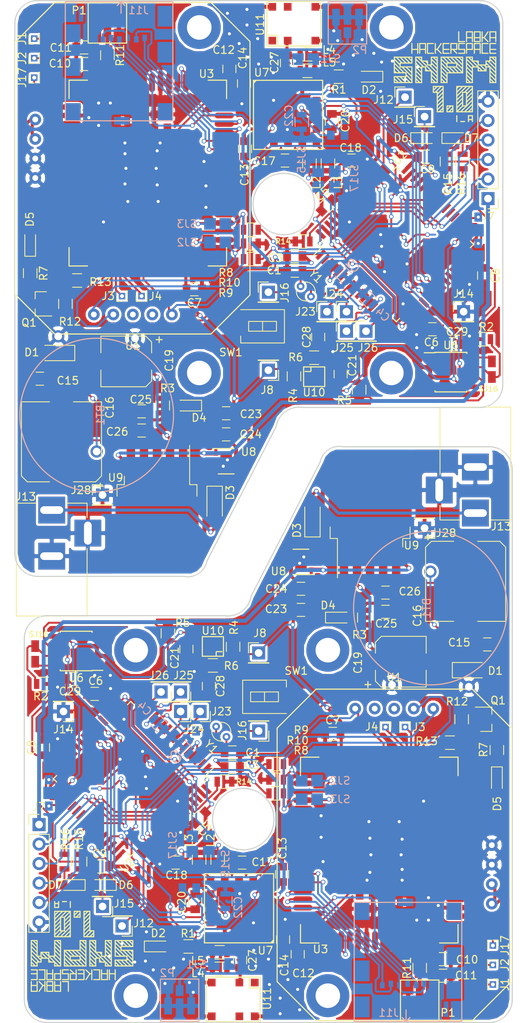
<source format=kicad_pcb>
(kicad_pcb (version 4) (host pcbnew 4.0.7-e2-6376~58~ubuntu16.04.1)
  (layers (0 F.Cu signal) (31 B.Cu signal) (34 B.Paste user) (35 F.Paste user) (36 B.SilkS user) (37 F.SilkS user) (38 B.Mask user) (39 F.Mask user) (44 Edge.Cuts user))
  (net 0 "")
  (net 1 "Net-(BT1-Pad1)")
  (net 2 GND)
  (net 3 "Net-(C1-Pad1)")
  (net 4 "Net-(C2-Pad1)")
  (net 5 batt)
  (net 6 "Net-(C10-Pad2)")
  (net 7 +5V)
  (net 8 "Net-(C17-Pad1)")
  (net 9 "Net-(C18-Pad1)")
  (net 10 "Net-(C19-Pad1)")
  (net 11 gps_standby)
  (net 12 gps_reset)
  (net 13 "Net-(C27-Pad1)")
  (net 14 antenna)
  (net 15 "Net-(D2-Pad2)")
  (net 16 "Net-(D3-Pad2)")
  (net 17 "Net-(D4-Pad2)")
  (net 18 "Net-(J1-Pad1)")
  (net 19 "Net-(J2-Pad1)")
  (net 20 "Net-(J3-Pad1)")
  (net 21 "Net-(J4-Pad1)")
  (net 22 PM_SS)
  (net 23 PM_SDO)
  (net 24 PM_SDI)
  (net 25 PM_SCK)
  (net 26 SWD_CLK)
  (net 27 SWD_DIO)
  (net 28 reset)
  (net 29 "Net-(L2-Pad1)")
  (net 30 "Net-(L3-Pad1)")
  (net 31 gps_fix)
  (net 32 "Net-(R2-Pad1)")
  (net 33 i2c_sda)
  (net 34 i2c_scl)
  (net 35 "Net-(R6-Pad1)")
  (net 36 Rx)
  (net 37 Tx)
  (net 38 UART_GPS_RX)
  (net 39 UART_GPS_TX)
  (net 40 WIRELESS_reset)
  (net 41 gps_pulses)
  (net 42 "Net-(C11-Pad2)")
  (net 43 "Net-(Q1-Pad1)")
  (net 44 "Net-(D5-Pad1)")
  (net 45 "Net-(R8-Pad2)")
  (net 46 "Net-(R10-Pad2)")
  (net 47 RI)
  (net 48 "Net-(Q1-Pad3)")
  (net 49 "Net-(R13-Pad1)")
  (net 50 "Net-(J11-Pad1)")
  (net 51 "Net-(J11-Pad2)")
  (net 52 "Net-(J11-Pad7)")
  (net 53 "Net-(J11-Pad3)")
  (net 54 "Net-(J11-Pad5)")
  (net 55 "Net-(P2-Pad2)")
  (net 56 +3V3)
  (net 57 "Net-(R14-Pad2)")
  (net 58 "Net-(SJ2-Pad2)")
  (net 59 "Net-(SJ3-Pad2)")
  (net 60 "Net-(D6-Pad2)")
  (net 61 "Net-(D7-Pad2)")
  (net 62 "Net-(R15-Pad2)")
  (net 63 "Net-(R16-Pad2)")
  (net 64 "Net-(J23-Pad1)")
  (net 65 "Net-(J24-Pad1)")
  (net 66 "Net-(J25-Pad1)")
  (net 67 "Net-(J26-Pad1)")
  (net 68 "Net-(J27-Pad1)")
  (module Pin_Headers:Pin_Header_Straight_1x01_Pitch2.54mm (layer F.Cu) (at 118.11 110.744 180)
    (fp_text reference J28 (at -2.794 -0.635 180) (layer F.SilkS))
    (fp_text value CONN_01X01)
    (pad 1 thru_hole rect (at 0 0 180) (size 1.7 1.7) (drill 1) (layers *.Cu *.Mask) (net 2 GND))
  )
  (module labka_footprints:smd_point_bottom (layer F.Cu) (at 88.392 137.16 180)
    (fp_text reference J27 hide)
    (fp_text value CONN_01X01 hide)
    (pad 1 smd rect (at 0 0 180) (size 1 1.2) (layers B.Cu B.Paste B.Mask) (net 68 "Net-(J27-Pad1)"))
  )
  (module labka_footprints:SMD_0805_bottom (layer F.Cu) (at 86.741 139.446 135)
    (fp_text reference C2 (at 0 -1.65 135) (layer B.SilkS) (effects (justify mirror)))
    (fp_text value 4.3p)
    (pad 1 smd rect (at -0.95 0 135) (size 0.7 1.3) (layers B.Cu B.Paste B.Mask) (net 4 "Net-(C2-Pad1)"))
    (pad 2 smd rect (at 0.95 0 135) (size 0.7 1.3) (layers B.Cu B.Paste B.Mask) (net 2 GND))
  )
  (module labka_footprints:SMD_0805_bottom (layer F.Cu) (at 83.566 136.271 315)
    (fp_text reference C4 (at -2.783879 -0.089803 315) (layer B.SilkS) (effects (justify mirror)))
    (fp_text value 100n)
    (pad 1 smd rect (at -0.95 0 315) (size 0.7 1.3) (layers B.Cu B.Paste B.Mask) (net 56 +3V3))
    (pad 2 smd rect (at 0.95 0 315) (size 0.7 1.3) (layers B.Cu B.Paste B.Mask) (net 2 GND))
  )
  (module Pin_Headers:Pin_Header_Straight_1x01_Pitch2.54mm (layer F.Cu) (at 83.82 132.08 180)
    (fp_text reference J26 (at 0.254 2.159 180) (layer F.SilkS))
    (fp_text value CONN_01X01)
    (pad 1 thru_hole rect (at 0 0 180) (size 1.7 1.7) (drill 1) (layers *.Cu *.Mask) (net 67 "Net-(J26-Pad1)"))
  )
  (module Pin_Headers:Pin_Header_Straight_1x01_Pitch2.54mm (layer F.Cu) (at 86.36 132.08 180)
    (fp_text reference J25 (at -0.381 2.159 180) (layer F.SilkS))
    (fp_text value CONN_01X01)
    (pad 1 thru_hole rect (at 0 0 180) (size 1.7 1.7) (drill 1) (layers *.Cu *.Mask) (net 66 "Net-(J25-Pad1)"))
  )
  (module Pin_Headers:Pin_Header_Straight_1x01_Pitch2.54mm (layer F.Cu) (at 86.36 134.62 180)
    (fp_text reference J24 (at -1.778 -2.286 180) (layer F.SilkS))
    (fp_text value CONN_01X01)
    (pad 1 thru_hole rect (at 0 0 180) (size 1.7 1.7) (drill 1) (layers *.Cu *.Mask) (net 65 "Net-(J24-Pad1)"))
  )
  (module Pin_Headers:Pin_Header_Straight_1x01_Pitch2.54mm (layer F.Cu) (at 88.9 134.62 180)
    (fp_text reference J23 (at -2.794 0 180) (layer F.SilkS))
    (fp_text value CONN_01X01)
    (pad 1 thru_hole rect (at 0 0 180) (size 1.7 1.7) (drill 1) (layers *.Cu *.Mask) (net 64 "Net-(J23-Pad1)"))
  )
  (module labka_footprints:LQFP-64 (layer F.Cu) (at 79.883 143.383 225)
    (fp_text reference U2 (at 8.306737 -7.660158 225) (layer F.SilkS))
    (fp_text value stm32f072)
    (pad 1 smd rect (at -7.9 -6 225) (size 1.5 0.5) (layers F.Cu F.Paste F.Mask) (net 5 batt))
    (pad 2 smd rect (at -7.9 -5.2 225) (size 1.5 0.5) (layers F.Cu F.Paste F.Mask))
    (pad 3 smd rect (at -7.9 -4.4 225) (size 1.5 0.5) (layers F.Cu F.Paste F.Mask) (net 3 "Net-(C1-Pad1)"))
    (pad 4 smd rect (at -7.9 -3.6 225) (size 1.5 0.5) (layers F.Cu F.Paste F.Mask) (net 4 "Net-(C2-Pad1)"))
    (pad 5 smd rect (at -7.9 -2.8 225) (size 1.5 0.5) (layers F.Cu F.Paste F.Mask))
    (pad 6 smd rect (at -7.9 -2 225) (size 1.5 0.5) (layers F.Cu F.Paste F.Mask))
    (pad 7 smd rect (at -7.9 -1.2 225) (size 1.5 0.5) (layers F.Cu F.Paste F.Mask) (net 28 reset))
    (pad 8 smd rect (at -7.9 -0.4 225) (size 1.5 0.5) (layers F.Cu F.Paste F.Mask) (net 64 "Net-(J23-Pad1)"))
    (pad 9 smd rect (at -7.9 0.4 225) (size 1.5 0.5) (layers F.Cu F.Paste F.Mask) (net 65 "Net-(J24-Pad1)"))
    (pad 10 smd rect (at -7.9 1.2 225) (size 1.5 0.5) (layers F.Cu F.Paste F.Mask))
    (pad 11 smd rect (at -7.9 2 225) (size 1.5 0.5) (layers F.Cu F.Paste F.Mask))
    (pad 12 smd rect (at -7.9 2.8 225) (size 1.5 0.5) (layers F.Cu F.Paste F.Mask) (net 68 "Net-(J27-Pad1)"))
    (pad 13 smd rect (at -7.9 3.6 225) (size 1.5 0.5) (layers F.Cu F.Paste F.Mask) (net 56 +3V3))
    (pad 14 smd rect (at -7.9 4.4 225) (size 1.5 0.5) (layers F.Cu F.Paste F.Mask) (net 66 "Net-(J25-Pad1)"))
    (pad 15 smd rect (at -7.9 5.2 225) (size 1.5 0.5) (layers F.Cu F.Paste F.Mask) (net 67 "Net-(J26-Pad1)"))
    (pad 16 smd rect (at -7.9 6 225) (size 1.5 0.5) (layers F.Cu F.Paste F.Mask) (net 39 UART_GPS_TX))
    (pad 17 smd rect (at -6 7.9 315) (size 1.5 0.5) (layers F.Cu F.Paste F.Mask) (net 38 UART_GPS_RX))
    (pad 18 smd rect (at -5.2 7.9 315) (size 1.5 0.5) (layers F.Cu F.Paste F.Mask) (net 2 GND))
    (pad 19 smd rect (at -4.4 7.9 315) (size 1.5 0.5) (layers F.Cu F.Paste F.Mask) (net 56 +3V3))
    (pad 20 smd rect (at -3.6 7.9 315) (size 1.5 0.5) (layers F.Cu F.Paste F.Mask))
    (pad 21 smd rect (at -2.8 7.9 315) (size 1.5 0.5) (layers F.Cu F.Paste F.Mask) (net 31 gps_fix))
    (pad 22 smd rect (at -2 7.9 315) (size 1.5 0.5) (layers F.Cu F.Paste F.Mask) (net 11 gps_standby))
    (pad 23 smd rect (at -1.2 7.9 315) (size 1.5 0.5) (layers F.Cu F.Paste F.Mask) (net 12 gps_reset))
    (pad 24 smd rect (at -0.4 7.9 315) (size 1.5 0.5) (layers F.Cu F.Paste F.Mask) (net 41 gps_pulses))
    (pad 25 smd rect (at 0.4 7.9 315) (size 1.5 0.5) (layers F.Cu F.Paste F.Mask))
    (pad 26 smd rect (at 1.2 7.9 315) (size 1.5 0.5) (layers F.Cu F.Paste F.Mask))
    (pad 27 smd rect (at 2 7.9 315) (size 1.5 0.5) (layers F.Cu F.Paste F.Mask))
    (pad 28 smd rect (at 2.8 7.9 315) (size 1.5 0.5) (layers F.Cu F.Paste F.Mask))
    (pad 29 smd rect (at 3.6 7.9 315) (size 1.5 0.5) (layers F.Cu F.Paste F.Mask))
    (pad 30 smd rect (at 4.4 7.9 315) (size 1.5 0.5) (layers F.Cu F.Paste F.Mask))
    (pad 31 smd rect (at 5.2 7.9 315) (size 1.5 0.5) (layers F.Cu F.Paste F.Mask) (net 2 GND))
    (pad 32 smd rect (at 6 7.9 315) (size 1.5 0.5) (layers F.Cu F.Paste F.Mask) (net 56 +3V3))
    (pad 33 smd rect (at 7.9 6 225) (size 1.5 0.5) (layers F.Cu F.Paste F.Mask))
    (pad 34 smd rect (at 7.9 5.2 225) (size 1.5 0.5) (layers F.Cu F.Paste F.Mask) (net 34 i2c_scl))
    (pad 35 smd rect (at 7.9 4.4 225) (size 1.5 0.5) (layers F.Cu F.Paste F.Mask) (net 33 i2c_sda))
    (pad 36 smd rect (at 7.9 3.6 225) (size 1.5 0.5) (layers F.Cu F.Paste F.Mask))
    (pad 37 smd rect (at 7.9 2.8 225) (size 1.5 0.5) (layers F.Cu F.Paste F.Mask))
    (pad 38 smd rect (at 7.9 2 225) (size 1.5 0.5) (layers F.Cu F.Paste F.Mask))
    (pad 39 smd rect (at 7.9 1.2 225) (size 1.5 0.5) (layers F.Cu F.Paste F.Mask))
    (pad 40 smd rect (at 7.9 0.4 225) (size 1.5 0.5) (layers F.Cu F.Paste F.Mask))
    (pad 41 smd rect (at 7.9 -0.4 225) (size 1.5 0.5) (layers F.Cu F.Paste F.Mask) (net 22 PM_SS))
    (pad 42 smd rect (at 7.9 -1.2 225) (size 1.5 0.5) (layers F.Cu F.Paste F.Mask) (net 40 WIRELESS_reset))
    (pad 43 smd rect (at 7.9 -2 225) (size 1.5 0.5) (layers F.Cu F.Paste F.Mask) (net 63 "Net-(R16-Pad2)"))
    (pad 44 smd rect (at 7.9 -2.8 225) (size 1.5 0.5) (layers F.Cu F.Paste F.Mask) (net 62 "Net-(R15-Pad2)"))
    (pad 45 smd rect (at 7.9 -3.6 225) (size 1.5 0.5) (layers F.Cu F.Paste F.Mask) (net 47 RI))
    (pad 46 smd rect (at 7.9 -4.4 225) (size 1.5 0.5) (layers F.Cu F.Paste F.Mask) (net 27 SWD_DIO))
    (pad 47 smd rect (at 7.9 -5.2 225) (size 1.5 0.5) (layers F.Cu F.Paste F.Mask) (net 2 GND))
    (pad 48 smd rect (at 7.9 -6 225) (size 1.5 0.5) (layers F.Cu F.Paste F.Mask) (net 56 +3V3))
    (pad 49 smd rect (at 6 -7.9 315) (size 1.5 0.5) (layers F.Cu F.Paste F.Mask) (net 26 SWD_CLK))
    (pad 50 smd rect (at 5.2 -7.9 315) (size 1.5 0.5) (layers F.Cu F.Paste F.Mask))
    (pad 51 smd rect (at 4.4 -7.9 315) (size 1.5 0.5) (layers F.Cu F.Paste F.Mask) (net 37 Tx))
    (pad 52 smd rect (at 3.6 -7.9 315) (size 1.5 0.5) (layers F.Cu F.Paste F.Mask) (net 36 Rx))
    (pad 53 smd rect (at 2.8 -7.9 315) (size 1.5 0.5) (layers F.Cu F.Paste F.Mask))
    (pad 54 smd rect (at 2 -7.9 315) (size 1.5 0.5) (layers F.Cu F.Paste F.Mask))
    (pad 55 smd rect (at 1.2 -7.9 315) (size 1.5 0.5) (layers F.Cu F.Paste F.Mask) (net 25 PM_SCK))
    (pad 56 smd rect (at 0.4 -7.9 315) (size 1.5 0.5) (layers F.Cu F.Paste F.Mask) (net 23 PM_SDO))
    (pad 57 smd rect (at -0.4 -7.9 315) (size 1.5 0.5) (layers F.Cu F.Paste F.Mask) (net 24 PM_SDI))
    (pad 58 smd rect (at -1.2 -7.9 315) (size 1.5 0.5) (layers F.Cu F.Paste F.Mask))
    (pad 59 smd rect (at -2 -7.9 315) (size 1.5 0.5) (layers F.Cu F.Paste F.Mask))
    (pad 60 smd rect (at -2.8 -7.9 315) (size 1.5 0.5) (layers F.Cu F.Paste F.Mask) (net 57 "Net-(R14-Pad2)"))
    (pad 61 smd rect (at -3.6 -7.9 315) (size 1.5 0.5) (layers F.Cu F.Paste F.Mask))
    (pad 62 smd rect (at -4.4 -7.9 315) (size 1.5 0.5) (layers F.Cu F.Paste F.Mask))
    (pad 63 smd rect (at -5.2 -7.9 315) (size 1.5 0.5) (layers F.Cu F.Paste F.Mask) (net 2 GND))
    (pad 64 smd rect (at -6 -7.9 315) (size 1.5 0.5) (layers F.Cu F.Paste F.Mask) (net 56 +3V3))
  )
  (module labka_footprints:DFN-6-1EP_3x3mm_Pitch0.95mm (layer F.Cu) (at 102.02 115.14 180)
    (fp_text reference U8 (at 2.9219 -1.2174 180) (layer F.SilkS))
    (fp_text value LD39050)
    (pad 1 smd rect (at -1.34 -0.95 180) (size 0.63 0.45) (layers F.Cu F.Paste F.Mask) (net 7 +5V))
    (pad 2 smd rect (at -1.34 0 180) (size 0.63 0.45) (layers F.Cu F.Paste F.Mask) (net 2 GND))
    (pad 3 smd rect (at -1.34 0.95 180) (size 0.63 0.45) (layers F.Cu F.Paste F.Mask))
    (pad 4 smd rect (at 1.34 0.95 180) (size 0.63 0.45) (layers F.Cu F.Paste F.Mask) (net 56 +3V3))
    (pad 5 smd rect (at 1.34 0 180) (size 0.63 0.45) (layers F.Cu F.Paste F.Mask))
    (pad 6 smd rect (at 1.34 -0.95 180) (size 0.63 0.45) (layers F.Cu F.Paste F.Mask) (net 7 +5V))
    (pad 7 smd rect (at 0.375 0.65 180) (size 0.75 1.3) (layers F.Cu F.Paste F.Mask) (net 2 GND))
    (pad 7 smd rect (at 0.375 -0.65 180) (size 0.75 1.3) (layers F.Cu F.Paste F.Mask) (net 2 GND))
    (pad 7 smd rect (at -0.375 0.65 180) (size 0.75 1.3) (layers F.Cu F.Paste F.Mask) (net 2 GND))
    (pad 7 smd rect (at -0.375 -0.65 180) (size 0.75 1.3) (layers F.Cu F.Paste F.Mask) (net 2 GND))
  )
  (module Resistors_SMD:R_0805 (layer F.Cu) (at 71.247 154.178 90)
    (fp_text reference R16 (at 2.921 0.127 90) (layer F.SilkS))
    (fp_text value 1k)
    (pad 1 smd rect (at -0.95 0 90) (size 0.7 1.3) (layers F.Cu F.Paste F.Mask) (net 61 "Net-(D7-Pad2)"))
    (pad 2 smd rect (at 0.95 0 90) (size 0.7 1.3) (layers F.Cu F.Paste F.Mask) (net 63 "Net-(R16-Pad2)"))
  )
  (module Resistors_SMD:R_0805 (layer F.Cu) (at 73.279 154.178 90)
    (fp_text reference R15 (at 2.921 -0.127 90) (layer F.SilkS))
    (fp_text value 1k)
    (pad 1 smd rect (at -0.95 0 90) (size 0.7 1.3) (layers F.Cu F.Paste F.Mask) (net 60 "Net-(D6-Pad2)"))
    (pad 2 smd rect (at 0.95 0 90) (size 0.7 1.3) (layers F.Cu F.Paste F.Mask) (net 62 "Net-(R15-Pad2)"))
  )
  (module labka_footprints:smd_point_bottom (layer F.Cu) (at 69.215 143.51 180)
    (fp_text reference J22 hide)
    (fp_text value CONN_01X01 hide)
    (pad 1 smd rect (at 0 0 180) (size 1 1.2) (layers B.Cu B.Paste B.Mask) (net 34 i2c_scl))
  )
  (module labka_footprints:smd_point_bottom (layer F.Cu) (at 69.215 146.939 180)
    (fp_text reference J21 hide)
    (fp_text value CONN_01X01 hide)
    (pad 1 smd rect (at 0 0 180) (size 1 1.2) (layers B.Cu B.Paste B.Mask) (net 33 i2c_sda))
  )
  (module labka_footprints:smd_point_bottom (layer F.Cu) (at 86.614 159.639 180)
    (fp_text reference J20 hide)
    (fp_text value CONN_01X01 hide)
    (pad 1 smd rect (at 0 0 180) (size 1 1.2) (layers B.Cu B.Paste B.Mask) (net 11 gps_standby))
  )
  (module labka_footprints:smd_point_bottom (layer F.Cu) (at 88.392 157.607 180)
    (fp_text reference J19 hide)
    (fp_text value CONN_01X01 hide)
    (pad 1 smd rect (at 0 0 180) (size 1 1.2) (layers B.Cu B.Paste B.Mask) (net 12 gps_reset))
  )
  (module labka_footprints:smd_point_bottom (layer F.Cu) (at 86.614 157.607 180)
    (fp_text reference J18 hide)
    (fp_text value CONN_01X01 hide)
    (pad 1 smd rect (at 0 0 180) (size 1 1.2) (layers B.Cu B.Paste B.Mask) (net 41 gps_pulses))
  )
  (module LEDs:LED_0805 (layer F.Cu) (at 72.136 157.226 180)
    (fp_text reference D7 (at 2.032 0 180) (layer F.SilkS))
    (fp_text value LED)
    (pad 2 smd rect (at 1.1 0) (size 1.2 1.2) (layers F.Cu F.Paste F.Mask) (net 61 "Net-(D7-Pad2)"))
    (pad 1 smd rect (at -1.1 0) (size 1.2 1.2) (layers F.Cu F.Paste F.Mask) (net 2 GND))
  )
  (module LEDs:LED_0805 (layer F.Cu) (at 76.2 157.226 180)
    (fp_text reference D6 (at -3.048 0 180) (layer F.SilkS))
    (fp_text value LED)
    (pad 2 smd rect (at 1.1 0) (size 1.2 1.2) (layers F.Cu F.Paste F.Mask) (net 60 "Net-(D6-Pad2)"))
    (pad 1 smd rect (at -1.1 0) (size 1.2 1.2) (layers F.Cu F.Paste F.Mask) (net 2 GND))
  )
  (module labka_footprints:logo (layer F.Cu) (at 73.025 166.497 180)
    (fp_text reference U4 hide)
    (fp_text value logo hide)
  )
  (module labka_footprints:nanosim_bottom (layer F.Cu) (at 115.951 165.481 180)
    (fp_text reference J11 (at 2.5146 -8.3947 180) (layer B.SilkS) (effects (justify mirror)))
    (fp_text value SIM_Card)
    (pad "" smd rect (at 6 -7.62 180) (size 2 2.7) (layers B.Cu B.Paste B.Mask))
    (pad "" smd rect (at 6 4.85 180) (size 2 2.3) (layers B.Cu B.Paste B.Mask))
    (pad "" smd rect (at 6 -2.92 180) (size 2 2.7) (layers B.Cu B.Paste B.Mask))
    (pad "" smd rect (at -6 4.85 180) (size 2 2.3) (layers B.Cu B.Paste B.Mask))
    (pad "" smd rect (at -6 -1 180) (size 2 2.3) (layers B.Cu B.Paste B.Mask))
    (pad "" smd rect (at -6 -5.4 180) (size 2 2.3) (layers B.Cu B.Paste B.Mask))
    (pad 7 smd rect (at 3.33 -4.8 180) (size 0.6 0.8) (layers B.Cu B.Paste B.Mask) (net 52 "Net-(J11-Pad7)"))
    (pad 6 smd rect (at 1.13 -4.8 180) (size 0.6 0.8) (layers B.Cu B.Paste B.Mask) (net 50 "Net-(J11-Pad1)"))
    (pad 1 smd rect (at -2.11 -4.6 180) (size 0.6 0.8) (layers B.Cu B.Paste B.Mask) (net 50 "Net-(J11-Pad1)"))
    (pad 3 smd rect (at 2.23 -4.6 180) (size 0.6 0.8) (layers B.Cu B.Paste B.Mask) (net 53 "Net-(J11-Pad3)"))
    (pad 2 smd rect (at 0.03 -4.6 180) (size 0.6 0.8) (layers B.Cu B.Paste B.Mask) (net 51 "Net-(J11-Pad2)"))
    (pad 5 smd rect (at -1.055 -4.8 180) (size 0.6 0.8) (layers B.Cu B.Paste B.Mask) (net 54 "Net-(J11-Pad5)"))
    (pad "" smd rect (at -4.96 -7.92 180) (size 0.6 2) (layers B.Cu B.Paste B.Mask))
    (pad "" smd rect (at 0.33 6 180) (size 2 1) (layers B.Cu B.Paste B.Mask))
  )
  (module labka_footprints:SMD_0805_bottom (layer F.Cu) (at 92.1766 159.3342 90)
    (fp_text reference C22 (at -0.8128 1.6764 90) (layer B.SilkS) (effects (justify mirror)))
    (fp_text value 22p)
    (pad 1 smd rect (at -0.95 0 90) (size 0.7 1.3) (layers B.Cu B.Paste B.Mask) (net 12 gps_reset))
    (pad 2 smd rect (at 0.95 0 90) (size 0.7 1.3) (layers B.Cu B.Paste B.Mask) (net 2 GND))
  )
  (module Capacitors_SMD:C_0805 (layer F.Cu) (at 72.4916 130.3782 180)
    (fp_text reference C29 (at 0.5207 -1.6256 180) (layer F.SilkS))
    (fp_text value 100n)
    (pad 1 smd rect (at -1 0 180) (size 1 1.25) (layers F.Cu F.Paste F.Mask) (net 2 GND))
    (pad 2 smd rect (at 1 0 180) (size 1 1.25) (layers F.Cu F.Paste F.Mask) (net 56 +3V3))
  )
  (module labka_footprints:BME280 (layer F.Cu) (at 89.789 127.127 180)
    (fp_text reference U10 (at -0.7874 3.0226 180) (layer F.SilkS))
    (fp_text value bme280_barebone)
    (pad 8 smd rect (at 0.25 0 180) (size 0.5 0.35) (layers F.Cu F.Paste F.Mask) (net 2 GND))
    (pad 7 smd rect (at 0.25 0.65 180) (size 0.5 0.35) (layers F.Cu F.Paste F.Mask) (net 35 "Net-(R6-Pad1)"))
    (pad 6 smd rect (at 0.25 1.3 180) (size 0.5 0.35) (layers F.Cu F.Paste F.Mask) (net 33 i2c_sda))
    (pad 5 smd rect (at 0.25 1.95 180) (size 0.5 0.35) (layers F.Cu F.Paste F.Mask) (net 34 i2c_scl))
    (pad 4 smd rect (at -1.8 1.95 180) (size 0.5 0.35) (layers F.Cu F.Paste F.Mask) (net 2 GND))
    (pad 3 smd rect (at -1.8 1.3 180) (size 0.5 0.35) (layers F.Cu F.Paste F.Mask) (net 56 +3V3))
    (pad 2 smd rect (at -1.8 0.65 180) (size 0.5 0.35) (layers F.Cu F.Paste F.Mask) (net 2 GND))
    (pad 1 smd rect (at -1.8 0 180) (size 0.5 0.35) (layers F.Cu F.Paste F.Mask) (net 56 +3V3))
  )
  (module Pin_Headers:Pin_Header_Straight_1x01_Pitch1.00mm (layer F.Cu) (at 127 165.1 270)
    (fp_text reference J17 (at 0 -1.56 270) (layer F.SilkS))
    (fp_text value CONN_01X01)
    (pad 1 thru_hole rect (at 0 0 270) (size 0.85 0.85) (drill 0.5) (layers *.Cu *.Mask) (net 40 WIRELESS_reset))
  )
  (module labka_footprints:solder_jumper_bott (layer F.Cu) (at 103.124 146.05)
    (fp_text reference SJ3 (at 4 0) (layer B.SilkS) (effects (justify mirror)))
    (fp_text value solder_jumper hide)
    (pad 1 smd rect (at -1 0) (size 1.524 1.524) (layers B.Cu B.Paste B.Mask) (net 45 "Net-(R8-Pad2)"))
    (pad 2 smd rect (at 1 0) (size 1.524 1.524) (layers B.Cu B.Paste B.Mask) (net 59 "Net-(SJ3-Pad2)"))
  )
  (module labka_footprints:solder_jumper_bott (layer F.Cu) (at 103.124 143.637)
    (fp_text reference SJ2 (at 4 0) (layer B.SilkS) (effects (justify mirror)))
    (fp_text value solder_jumper hide)
    (pad 1 smd rect (at -1 0) (size 1.524 1.524) (layers B.Cu B.Paste B.Mask) (net 46 "Net-(R10-Pad2)"))
    (pad 2 smd rect (at 1 0) (size 1.524 1.524) (layers B.Cu B.Paste B.Mask) (net 58 "Net-(SJ2-Pad2)"))
  )
  (module Capacitors_SMD:C_0805 (layer F.Cu) (at 90.043 131.318 270)
    (fp_text reference C28 (at 0 -1.5 270) (layer F.SilkS))
    (fp_text value 100n)
    (pad 1 smd rect (at -1 0 270) (size 1 1.25) (layers F.Cu F.Paste F.Mask) (net 2 GND))
    (pad 2 smd rect (at 1 0 270) (size 1 1.25) (layers F.Cu F.Paste F.Mask) (net 28 reset))
  )
  (module labka_footprints:BAT-CR2032_bottom (layer F.Cu) (at 118.872 121.158 270)
    (fp_text reference BT1 (at 0 0.5 270) (layer B.SilkS) (effects (justify mirror)))
    (fp_text value Battery_Cell)
    (pad 3 thru_hole circle (at 10 5 270) (size 1.6 1.6) (drill 1) (layers *.Cu *.Mask) (net 2 GND))
    (pad 2 thru_hole circle (at 10.25 -5 270) (size 1.6 1.6) (drill 1) (layers *.Cu *.Mask) (net 2 GND))
    (pad 1 thru_hole circle (at -4.75 0 270) (size 1.6 1.6) (drill 1) (layers *.Cu *.Mask) (net 1 "Net-(BT1-Pad1)"))
  )
  (module Resistors_SMD:R_0805 (layer F.Cu) (at 92.075 143.764 180)
    (fp_text reference R14 (at -2.54 0 180) (layer F.SilkS) (effects (font (size 0.7 0.7))))
    (fp_text value 10k)
    (pad 1 smd rect (at -0.95 0 180) (size 0.7 1.3) (layers F.Cu F.Paste F.Mask) (net 2 GND))
    (pad 2 smd rect (at 0.95 0 180) (size 0.7 1.3) (layers F.Cu F.Paste F.Mask) (net 57 "Net-(R14-Pad2)"))
  )
  (module Capacitors_SMD:C_0805 (layer F.Cu) (at 93.091 141.859)
    (fp_text reference C3 (at 2.54 -0.254) (layer F.SilkS))
    (fp_text value 100n)
    (pad 1 smd rect (at -1 0) (size 1 1.25) (layers F.Cu F.Paste F.Mask) (net 5 batt))
    (pad 2 smd rect (at 1 0) (size 1 1.25) (layers F.Cu F.Paste F.Mask) (net 2 GND))
  )
  (module Capacitors_SMD:C_0805 (layer F.Cu) (at 93.091 139.954)
    (fp_text reference C1 (at 2.6797 0.0508) (layer F.SilkS))
    (fp_text value 4.3p)
    (pad 1 smd rect (at -1 0) (size 1 1.25) (layers F.Cu F.Paste F.Mask) (net 3 "Net-(C1-Pad1)"))
    (pad 2 smd rect (at 1 0) (size 1 1.25) (layers F.Cu F.Paste F.Mask) (net 2 GND))
  )
  (module labka_footprints:solder_jumper_bott (layer F.Cu) (at 87.884 151.892 270)
    (fp_text reference SJ17 (at 0.127 2.54 270) (layer B.SilkS) (effects (justify mirror)))
    (fp_text value solder_jumper hide)
    (pad 1 smd rect (at -1 0 270) (size 1.524 1.524) (layers B.Cu B.Paste B.Mask) (net 39 UART_GPS_TX))
    (pad 2 smd rect (at 1 0 270) (size 1.524 1.524) (layers B.Cu B.Paste B.Mask) (net 9 "Net-(C18-Pad1)"))
  )
  (module labka_footprints:solder_jumper_bott (layer F.Cu) (at 90.043 151.892 270)
    (fp_text reference SJ15 (at 2.54 -2.159 270) (layer B.SilkS) (effects (justify mirror)))
    (fp_text value solder_jumper hide)
    (pad 1 smd rect (at -1 0 270) (size 1.524 1.524) (layers B.Cu B.Paste B.Mask) (net 38 UART_GPS_RX))
    (pad 2 smd rect (at 1 0 270) (size 1.524 1.524) (layers B.Cu B.Paste B.Mask) (net 8 "Net-(C17-Pad1)"))
  )
  (module Pin_Headers:Pin_Header_Straight_1x01_Pitch2.54mm (layer F.Cu) (at 96.52 137.16 180)
    (fp_text reference J16 (at 2.1209 0.0635 270) (layer F.SilkS))
    (fp_text value CONN_01X01)
    (pad 1 thru_hole rect (at 0 0 180) (size 1.7 1.7) (drill 1) (layers *.Cu *.Mask) (net 28 reset))
  )
  (module Pin_Headers:Pin_Header_Straight_1x01_Pitch2.54mm (layer F.Cu) (at 76.2 160.02 180)
    (fp_text reference J15 (at -2.794 0.381 180) (layer F.SilkS))
    (fp_text value CONN_01X01)
    (pad 1 thru_hole rect (at 0 0 180) (size 1.7 1.7) (drill 1) (layers *.Cu *.Mask) (net 27 SWD_DIO))
  )
  (module Pin_Headers:Pin_Header_Straight_1x01_Pitch2.54mm (layer F.Cu) (at 71.12 134.62 180)
    (fp_text reference J14 (at 0 -2.33 180) (layer F.SilkS))
    (fp_text value CONN_01X01)
    (pad 1 thru_hole rect (at 0 0 180) (size 1.7 1.7) (drill 1) (layers *.Cu *.Mask) (net 2 GND))
  )
  (module Pin_Headers:Pin_Header_Straight_1x01_Pitch2.54mm (layer F.Cu) (at 78.74 162.56 180)
    (fp_text reference J12 (at -2.8067 0.3429 180) (layer F.SilkS))
    (fp_text value CONN_01X01)
    (pad 1 thru_hole rect (at 0 0 180) (size 1.7 1.7) (drill 1) (layers *.Cu *.Mask) (net 26 SWD_CLK))
  )
  (module Pin_Headers:Pin_Header_Straight_1x01_Pitch2.54mm (layer F.Cu) (at 96.52 127)
    (fp_text reference J8 (at 0.1651 -2.5781) (layer F.SilkS))
    (fp_text value CONN_01X01)
    (pad 1 thru_hole rect (at 0 0) (size 1.7 1.7) (drill 1) (layers *.Cu *.Mask) (net 56 +3V3))
  )
  (module labka_footprints:solder_jumper_bott (layer F.Cu) (at 91.694 167.513 180)
    (fp_text reference SJ1 (at 3.2766 -0.0635 180) (layer B.SilkS) (effects (justify mirror)))
    (fp_text value solder_jumper hide)
    (pad 1 smd rect (at -1 0 180) (size 1.524 1.524) (layers B.Cu B.Paste B.Mask) (net 13 "Net-(C27-Pad1)"))
    (pad 2 smd rect (at 1 0 180) (size 1.524 1.524) (layers B.Cu B.Paste B.Mask) (net 55 "Net-(P2-Pad2)"))
  )
  (module labka_footprints:Antenna_conn_bott (layer F.Cu) (at 86.233 172.974 90)
    (fp_text reference P2 (at 4.2799 -1.6129 180) (layer B.SilkS) (effects (justify mirror)))
    (fp_text value SMA_mini hide)
    (pad 1 smd rect (at 0 1.5 90) (size 2.2 1) (layers B.Cu B.Paste B.Mask) (net 2 GND))
    (pad 2 smd rect (at 2 0 90) (size 1.4 1) (layers B.Cu B.Paste B.Mask) (net 55 "Net-(P2-Pad2)"))
    (pad 3 smd rect (at 0 -1.5 90) (size 2.2 1) (layers B.Cu B.Paste B.Mask) (net 2 GND))
  )
  (module Resistors_SMD:R_0805 (layer F.Cu) (at 122.936 135.636 90)
    (fp_text reference R12 (at 2.3114 -0.5969 180) (layer F.SilkS))
    (fp_text value 47k)
    (pad 1 smd rect (at -0.95 0 90) (size 0.7 1.3) (layers F.Cu F.Paste F.Mask) (net 2 GND))
    (pad 2 smd rect (at 0.95 0 90) (size 0.7 1.3) (layers F.Cu F.Paste F.Mask) (net 43 "Net-(Q1-Pad1)"))
  )
  (module Resistors_SMD:R_0805 (layer F.Cu) (at 98.806 143.51)
    (fp_text reference R10 (at 2.7813 -5.1054 180) (layer F.SilkS))
    (fp_text value 10k)
    (pad 1 smd rect (at -0.95 0) (size 0.7 1.3) (layers F.Cu F.Paste F.Mask) (net 2 GND))
    (pad 2 smd rect (at 0.95 0) (size 0.7 1.3) (layers F.Cu F.Paste F.Mask) (net 46 "Net-(R10-Pad2)"))
  )
  (module Resistors_SMD:R_0805 (layer F.Cu) (at 98.806 141.478)
    (fp_text reference R9 (at 3.2512 -4.4196 180) (layer F.SilkS))
    (fp_text value 1k)
    (pad 1 smd rect (at -0.95 0) (size 0.7 1.3) (layers F.Cu F.Paste F.Mask) (net 37 Tx))
    (pad 2 smd rect (at 0.95 0) (size 0.7 1.3) (layers F.Cu F.Paste F.Mask) (net 46 "Net-(R10-Pad2)"))
  )
  (module Resistors_SMD:R_0805 (layer F.Cu) (at 98.806 145.288)
    (fp_text reference R8 (at 3.2385 -5.588) (layer F.SilkS))
    (fp_text value 1k)
    (pad 1 smd rect (at -0.95 0) (size 0.7 1.3) (layers F.Cu F.Paste F.Mask) (net 36 Rx))
    (pad 2 smd rect (at 0.95 0) (size 0.7 1.3) (layers F.Cu F.Paste F.Mask) (net 45 "Net-(R8-Pad2)"))
  )
  (module Diodes_SMD:D_SOD-123 (layer F.Cu) (at 103.52 109.64 90)
    (fp_text reference D3 (at -1.4088 -2.0216 90) (layer F.SilkS))
    (fp_text value D_Schottky_ss14)
    (pad 1 smd rect (at -1.65 0 90) (size 0.9 1.2) (layers F.Cu F.Paste F.Mask) (net 10 "Net-(C19-Pad1)"))
    (pad 2 smd rect (at 1.65 0 90) (size 0.9 1.2) (layers F.Cu F.Paste F.Mask) (net 16 "Net-(D3-Pad2)"))
  )
  (module Capacitors_SMD:C_0805 (layer F.Cu) (at 88.265 159.385 270)
    (fp_text reference C20 (at 0.0381 1.7653 270) (layer F.SilkS))
    (fp_text value 22p)
    (pad 1 smd rect (at -1 0 270) (size 1 1.25) (layers F.Cu F.Paste F.Mask) (net 11 gps_standby))
    (pad 2 smd rect (at 1 0 270) (size 1 1.25) (layers F.Cu F.Paste F.Mask) (net 2 GND))
  )
  (module Capacitors_SMD:C_0805 (layer F.Cu) (at 99.695 164.338 270)
    (fp_text reference C14 (at 3.3274 -0.1778 450) (layer F.SilkS))
    (fp_text value 2,2u)
    (pad 1 smd rect (at -1 0 270) (size 1 1.25) (layers F.Cu F.Paste F.Mask) (net 56 +3V3))
    (pad 2 smd rect (at 1 0 270) (size 1 1.25) (layers F.Cu F.Paste F.Mask) (net 2 GND))
  )
  (module Capacitors_SMD:C_0805 (layer F.Cu) (at 101.6 166.243 270)
    (fp_text reference C12 (at 2.4765 -0.7366 360) (layer F.SilkS))
    (fp_text value 22p)
    (pad 1 smd rect (at -1 0 270) (size 1 1.25) (layers F.Cu F.Paste F.Mask) (net 56 +3V3))
    (pad 2 smd rect (at 1 0 270) (size 1 1.25) (layers F.Cu F.Paste F.Mask) (net 2 GND))
  )
  (module Capacitors_SMD:C_0805 (layer F.Cu) (at 76.073 154.813)
    (fp_text reference C9 (at -0.254 -1.651) (layer F.SilkS))
    (fp_text value 100n)
    (pad 1 smd rect (at -1 0) (size 1 1.25) (layers F.Cu F.Paste F.Mask) (net 2 GND))
    (pad 2 smd rect (at 1 0) (size 1 1.25) (layers F.Cu F.Paste F.Mask) (net 56 +3V3))
  )
  (module Capacitors_SMD:C_0805 (layer F.Cu) (at 68.453 139.319 90)
    (fp_text reference C8 (at 0 -1.5 90) (layer F.SilkS))
    (fp_text value 100n)
    (pad 1 smd rect (at -1 0 90) (size 1 1.25) (layers F.Cu F.Paste F.Mask) (net 56 +3V3))
    (pad 2 smd rect (at 1 0 90) (size 1 1.25) (layers F.Cu F.Paste F.Mask) (net 2 GND))
  )
  (module Capacitors_SMD:C_0805 (layer F.Cu) (at 75.184 132.334)
    (fp_text reference C6 (at 0.127 -1.6891) (layer F.SilkS))
    (fp_text value 100n)
    (pad 1 smd rect (at -1 0) (size 1 1.25) (layers F.Cu F.Paste F.Mask) (net 56 +3V3))
    (pad 2 smd rect (at 1 0) (size 1 1.25) (layers F.Cu F.Paste F.Mask) (net 2 GND))
  )
  (module Capacitors_SMD:C_0805 (layer F.Cu) (at 88.9 148.463 45)
    (fp_text reference C5 (at -0.655559 1.481742 45) (layer F.SilkS))
    (fp_text value 100n)
    (pad 1 smd rect (at -1 0 45) (size 1 1.25) (layers F.Cu F.Paste F.Mask) (net 2 GND))
    (pad 2 smd rect (at 1 0 45) (size 1 1.25) (layers F.Cu F.Paste F.Mask) (net 56 +3V3))
  )
  (module TO_SOT_Packages_SMD:SOT-23 (layer F.Cu) (at 126.111 135.636)
    (fp_text reference Q1 (at 1.5621 -2.4511) (layer F.SilkS))
    (fp_text value Q_NPN_BCV71)
    (pad 1 smd rect (at -1 -0.95) (size 0.9 0.8) (layers F.Cu F.Paste F.Mask) (net 43 "Net-(Q1-Pad1)"))
    (pad 2 smd rect (at -1 0.95) (size 0.9 0.8) (layers F.Cu F.Paste F.Mask) (net 2 GND))
    (pad 3 smd rect (at 1 0) (size 0.9 0.8) (layers F.Cu F.Paste F.Mask) (net 48 "Net-(Q1-Pad3)"))
  )
  (module Resistors_SMD:R_0805 (layer F.Cu) (at 121.412 138.684)
    (fp_text reference R13 (at -3.0353 -0.1905) (layer F.SilkS))
    (fp_text value 4.7k)
    (pad 1 smd rect (at -0.95 0) (size 0.7 1.3) (layers F.Cu F.Paste F.Mask) (net 49 "Net-(R13-Pad1)"))
    (pad 2 smd rect (at 0.95 0) (size 0.7 1.3) (layers F.Cu F.Paste F.Mask) (net 43 "Net-(Q1-Pad1)"))
  )
  (module Mounting_Holes:MountingHole_3.2mm_M3_DIN965_Pad (layer F.Cu) (at 105.52 126.64 180)
    (fp_text reference J10 hide)
    (fp_text value CONN_01X01 hide)
    (pad 1 thru_hole circle (at 0 0 180) (size 5.6 5.6) (drill 3.2) (layers *.Cu *.Mask))
  )
  (module Mounting_Holes:MountingHole_3.2mm_M3_DIN965_Pad (layer F.Cu) (at 80.52 171.64 180)
    (fp_text reference J9 hide)
    (fp_text value CONN_01X01 hide)
    (pad 1 thru_hole circle (at 0 0 180) (size 5.6 5.6) (drill 3.2) (layers *.Cu *.Mask))
  )
  (module Mounting_Holes:MountingHole_3.2mm_M3_DIN965_Pad (layer F.Cu) (at 105.52 171.64 180)
    (fp_text reference J6 hide)
    (fp_text value CONN_01X01 hide)
    (pad 1 thru_hole circle (at 0 0 180) (size 5.6 5.6) (drill 3.2) (layers *.Cu *.Mask))
  )
  (module Mounting_Holes:MountingHole_3.2mm_M3_DIN965_Pad (layer F.Cu) (at 80.52 126.64 180)
    (fp_text reference J5 hide)
    (fp_text value CONN_01X01 hide)
    (pad 1 thru_hole circle (at 0 0 180) (size 5.6 5.6) (drill 3.2) (layers *.Cu *.Mask))
  )
  (module labka_footprints:quectel_BC95 (layer F.Cu) (at 112.014 152.273 180)
    (fp_text reference U3 (at 7.4422 -13.3223 180) (layer F.SilkS))
    (fp_text value QUECTEL_BC95)
    (pad 62 smd rect (at -1.05 7.25 180) (size 1 1) (layers F.Cu F.Paste F.Mask) (net 2 GND))
    (pad 61 smd rect (at -2.75 7.25 180) (size 1 1) (layers F.Cu F.Paste F.Mask) (net 2 GND))
    (pad 81 smd rect (at -2.75 5.55 180) (size 1 1) (layers F.Cu F.Paste F.Mask) (net 2 GND))
    (pad 82 smd rect (at -1.05 5.55 180) (size 1 1) (layers F.Cu F.Paste F.Mask) (net 2 GND))
    (pad 73 smd rect (at -1.05 -8.05 180) (size 1 1) (layers F.Cu F.Paste F.Mask) (net 2 GND))
    (pad 93 smd rect (at -1.05 -6.35 180) (size 1 1) (layers F.Cu F.Paste F.Mask) (net 2 GND))
    (pad 74 smd rect (at -2.75 -8.05 180) (size 1 1) (layers F.Cu F.Paste F.Mask) (net 2 GND))
    (pad 94 smd rect (at -2.75 -6.35 180) (size 1 1) (layers F.Cu F.Paste F.Mask) (net 2 GND))
    (pad 60 smd rect (at -6.15 3.85 180) (size 1 1) (layers F.Cu F.Paste F.Mask) (net 2 GND))
    (pad 80 smd rect (at -4.45 3.85 180) (size 1 1) (layers F.Cu F.Paste F.Mask))
    (pad 59 smd rect (at -6.15 2.15 180) (size 1 1) (layers F.Cu F.Paste F.Mask) (net 2 GND))
    (pad 79 smd rect (at -4.45 2.15 180) (size 1 1) (layers F.Cu F.Paste F.Mask))
    (pad 58 smd rect (at -6.15 0.45 180) (size 1 1) (layers F.Cu F.Paste F.Mask))
    (pad 78 smd rect (at -4.45 0.45 180) (size 1 1) (layers F.Cu F.Paste F.Mask))
    (pad 57 smd rect (at -6.15 -1.25 180) (size 1 1) (layers F.Cu F.Paste F.Mask))
    (pad 77 smd rect (at -4.45 -1.25 180) (size 1 1) (layers F.Cu F.Paste F.Mask))
    (pad 56 smd rect (at -6.15 -2.95 180) (size 1 1) (layers F.Cu F.Paste F.Mask))
    (pad 76 smd rect (at -4.45 -2.95 180) (size 1 1) (layers F.Cu F.Paste F.Mask))
    (pad 55 smd rect (at -6.15 -4.65 180) (size 1 1) (layers F.Cu F.Paste F.Mask))
    (pad 27 smd oval (at 5.85 11.4 180) (size 0.75 2.5) (layers F.Cu F.Paste F.Mask))
    (pad 26 smd oval (at 4.75 11.4 180) (size 0.75 2.5) (layers F.Cu F.Paste F.Mask) (net 56 +3V3))
    (pad 25 smd oval (at 3.65 11.4 180) (size 0.75 2.5) (layers F.Cu F.Paste F.Mask))
    (pad 24 smd oval (at 2.55 11.4 180) (size 0.75 2.5) (layers F.Cu F.Paste F.Mask))
    (pad 23 smd oval (at 1.45 11.4 180) (size 0.75 2.5) (layers F.Cu F.Paste F.Mask))
    (pad 22 smd oval (at 0.35 11.4 180) (size 0.75 2.5) (layers F.Cu F.Paste F.Mask))
    (pad 21 smd oval (at -2.15 11.4 180) (size 0.75 2.5) (layers F.Cu F.Paste F.Mask))
    (pad 20 smd oval (at -3.25 11.4 180) (size 0.75 2.5) (layers F.Cu F.Paste F.Mask) (net 21 "Net-(J4-Pad1)"))
    (pad 19 smd oval (at -4.35 11.4 180) (size 0.75 2.5) (layers F.Cu F.Paste F.Mask) (net 20 "Net-(J3-Pad1)"))
    (pad 18 smd oval (at -5.45 11.4 180) (size 0.75 2.5) (layers F.Cu F.Paste F.Mask) (net 49 "Net-(R13-Pad1)"))
    (pad 17 smd oval (at -6.55 11.4 180) (size 0.75 2.5) (layers F.Cu F.Paste F.Mask))
    (pad 28 smd oval (at 9.75 8.3 180) (size 2.5 0.75) (layers F.Cu F.Paste F.Mask))
    (pad 29 smd oval (at 9.75 7.2 180) (size 2.5 0.75) (layers F.Cu F.Paste F.Mask) (net 58 "Net-(SJ2-Pad2)"))
    (pad 30 smd oval (at 9.75 6.1 180) (size 2.5 0.75) (layers F.Cu F.Paste F.Mask) (net 59 "Net-(SJ3-Pad2)"))
    (pad 31 smd oval (at 9.75 5 180) (size 2.5 0.75) (layers F.Cu F.Paste F.Mask))
    (pad 32 smd oval (at 9.75 3.9 180) (size 2.5 0.75) (layers F.Cu F.Paste F.Mask))
    (pad 33 smd oval (at 9.75 2.8 180) (size 2.5 0.75) (layers F.Cu F.Paste F.Mask))
    (pad 34 smd oval (at 9.75 1.7 180) (size 2.5 0.75) (layers F.Cu F.Paste F.Mask) (net 47 RI))
    (pad 35 smd oval (at 9.75 -0.2 180) (size 2.5 0.75) (layers F.Cu F.Paste F.Mask))
    (pad 36 smd oval (at 9.75 -1.3 180) (size 2.5 0.75) (layers F.Cu F.Paste F.Mask))
    (pad 37 smd oval (at 9.75 -2.4 180) (size 2.5 0.75) (layers F.Cu F.Paste F.Mask))
    (pad 38 smd oval (at 9.75 -3.5 180) (size 2.5 0.75) (layers F.Cu F.Paste F.Mask) (net 50 "Net-(J11-Pad1)"))
    (pad 39 smd oval (at 9.75 -4.6 180) (size 2.5 0.75) (layers F.Cu F.Paste F.Mask) (net 51 "Net-(J11-Pad2)"))
    (pad 40 smd oval (at 9.75 -5.7 180) (size 2.5 0.75) (layers F.Cu F.Paste F.Mask) (net 52 "Net-(J11-Pad7)"))
    (pad 41 smd oval (at 9.75 -6.8 180) (size 2.5 0.75) (layers F.Cu F.Paste F.Mask) (net 53 "Net-(J11-Pad3)"))
    (pad 42 smd oval (at 9.75 -7.9 180) (size 2.5 0.75) (layers F.Cu F.Paste F.Mask) (net 54 "Net-(J11-Pad5)"))
    (pad 43 smd oval (at 9.75 -9 180) (size 2.5 0.75) (layers F.Cu F.Paste F.Mask) (net 2 GND))
    (pad 54 smd oval (at -6.55 -12.2 180) (size 0.75 2.5) (layers F.Cu F.Paste F.Mask) (net 2 GND))
    (pad 53 smd oval (at -5.45 -12.2 180) (size 0.75 2.5) (layers F.Cu F.Paste F.Mask) (net 6 "Net-(C10-Pad2)"))
    (pad 52 smd oval (at -4.35 -12.2 180) (size 0.75 2.5) (layers F.Cu F.Paste F.Mask) (net 2 GND))
    (pad 51 smd oval (at -3.25 -12.2 180) (size 0.75 2.5) (layers F.Cu F.Paste F.Mask) (net 2 GND))
    (pad 50 smd oval (at -2.15 -12.2 180) (size 0.75 2.5) (layers F.Cu F.Paste F.Mask))
    (pad 49 smd oval (at 0.35 -12.2 180) (size 0.75 2.5) (layers F.Cu F.Paste F.Mask))
    (pad 48 smd oval (at 1.45 -12.2 180) (size 0.75 2.5) (layers F.Cu F.Paste F.Mask) (net 2 GND))
    (pad 47 smd oval (at 2.55 -12.2 180) (size 0.75 2.5) (layers F.Cu F.Paste F.Mask) (net 2 GND))
    (pad 46 smd oval (at 3.65 -12.2 180) (size 0.75 2.5) (layers F.Cu F.Paste F.Mask) (net 5 batt))
    (pad 45 smd oval (at 4.75 -12.2 180) (size 0.75 2.5) (layers F.Cu F.Paste F.Mask) (net 5 batt))
    (pad 44 smd oval (at 5.85 -12.2 180) (size 0.75 2.5) (layers F.Cu F.Paste F.Mask))
    (pad 1 smd oval (at -10.15 -9 180) (size 2.5 0.75) (layers F.Cu F.Paste F.Mask))
    (pad 2 smd oval (at -10.15 -7.9 180) (size 2.5 0.75) (layers F.Cu F.Paste F.Mask) (net 2 GND))
    (pad 3 smd oval (at -10.15 -6.8 180) (size 2.5 0.75) (layers F.Cu F.Paste F.Mask) (net 18 "Net-(J1-Pad1)"))
    (pad 4 smd oval (at -10.15 -5.7 180) (size 2.5 0.75) (layers F.Cu F.Paste F.Mask) (net 19 "Net-(J2-Pad1)"))
    (pad 5 smd oval (at -10.15 -4.6 180) (size 2.5 0.75) (layers F.Cu F.Paste F.Mask))
    (pad 6 smd oval (at -10.15 -3.5 180) (size 2.5 0.75) (layers F.Cu F.Paste F.Mask))
    (pad 7 smd oval (at -10.15 -2.4 180) (size 2.5 0.75) (layers F.Cu F.Paste F.Mask))
    (pad 8 smd oval (at -10.15 -1.3 180) (size 2.5 0.75) (layers F.Cu F.Paste F.Mask))
    (pad 9 smd oval (at -10.15 -0.2 180) (size 2.5 0.75) (layers F.Cu F.Paste F.Mask))
    (pad 10 smd oval (at -10.15 1.7 180) (size 2.5 0.75) (layers F.Cu F.Paste F.Mask))
    (pad 11 smd oval (at -10.15 2.8 180) (size 2.5 0.75) (layers F.Cu F.Paste F.Mask))
    (pad 12 smd oval (at -10.15 3.9 180) (size 2.5 0.75) (layers F.Cu F.Paste F.Mask))
    (pad 13 smd oval (at -10.15 5 180) (size 2.5 0.75) (layers F.Cu F.Paste F.Mask))
    (pad 14 smd oval (at -10.15 6.1 180) (size 2.5 0.75) (layers F.Cu F.Paste F.Mask))
    (pad 15 smd oval (at -10.15 7.2 180) (size 2.5 0.75) (layers F.Cu F.Paste F.Mask) (net 40 WIRELESS_reset))
    (pad 16 smd oval (at -10.15 8.3 180) (size 2.5 0.75) (layers F.Cu F.Paste F.Mask))
    (pad 90 smd rect (at 4.05 -4.65 180) (size 1 1) (layers F.Cu F.Paste F.Mask))
    (pad 70 smd rect (at 5.75 -4.65 180) (size 1 1) (layers F.Cu F.Paste F.Mask))
    (pad 89 smd rect (at 4.05 -2.95 180) (size 1 1) (layers F.Cu F.Paste F.Mask))
    (pad 69 smd rect (at 5.75 -2.95 180) (size 1 1) (layers F.Cu F.Paste F.Mask))
    (pad 88 smd rect (at 4.05 -1.25 180) (size 1 1) (layers F.Cu F.Paste F.Mask))
    (pad 68 smd rect (at 5.75 -1.25 180) (size 1 1) (layers F.Cu F.Paste F.Mask))
    (pad 87 smd rect (at 4.05 0.45 180) (size 1 1) (layers F.Cu F.Paste F.Mask))
    (pad 67 smd rect (at 5.75 0.45 180) (size 1 1) (layers F.Cu F.Paste F.Mask))
    (pad 86 smd rect (at 4.05 2.15 180) (size 1 1) (layers F.Cu F.Paste F.Mask))
    (pad 66 smd rect (at 5.75 2.15 180) (size 1 1) (layers F.Cu F.Paste F.Mask) (net 2 GND))
    (pad 85 smd rect (at 4.05 3.85 180) (size 1 1) (layers F.Cu F.Paste F.Mask))
    (pad 65 smd rect (at 5.75 3.85 180) (size 1 1) (layers F.Cu F.Paste F.Mask) (net 2 GND))
    (pad 91 smd rect (at 2.35 -6.35 180) (size 1 1) (layers F.Cu F.Paste F.Mask))
    (pad 71 smd rect (at 2.35 -8.05 180) (size 1 1) (layers F.Cu F.Paste F.Mask) (net 2 GND))
    (pad 92 smd rect (at 0.65 -6.35 180) (size 1 1) (layers F.Cu F.Paste F.Mask) (net 2 GND))
    (pad 72 smd rect (at 0.65 -8.05 180) (size 1 1) (layers F.Cu F.Paste F.Mask) (net 2 GND))
    (pad 83 smd rect (at 0.65 5.55 180) (size 1 1) (layers F.Cu F.Paste F.Mask) (net 2 GND))
    (pad 84 smd rect (at 2.35 5.55 180) (size 1 1) (layers F.Cu F.Paste F.Mask))
    (pad 64 smd rect (at 2.35 7.25 180) (size 1 1) (layers F.Cu F.Paste F.Mask) (net 2 GND))
    (pad 63 smd rect (at 0.65 7.25 180) (size 1 1) (layers F.Cu F.Paste F.Mask) (net 2 GND))
    (pad 75 smd rect (at -4.45 -4.65 180) (size 1 1) (layers F.Cu F.Paste F.Mask))
  )
  (module LEDs:LED_0805 (layer F.Cu) (at 127.52 143.64 270)
    (fp_text reference D5 (at 3.0069 -0.0515 270) (layer F.SilkS))
    (fp_text value LED)
    (pad 2 smd rect (at 1.1 0 90) (size 1.2 1.2) (layers F.Cu F.Paste F.Mask) (net 56 +3V3))
    (pad 1 smd rect (at -1.1 0 90) (size 1.2 1.2) (layers F.Cu F.Paste F.Mask) (net 44 "Net-(D5-Pad1)"))
  )
  (module Resistors_SMD:R_0805 (layer F.Cu) (at 117.475 168.021 90)
    (fp_text reference R11 (at 0 -1.65 90) (layer F.SilkS))
    (fp_text value 0R)
    (pad 1 smd rect (at -0.95 0 90) (size 0.7 1.3) (layers F.Cu F.Paste F.Mask) (net 42 "Net-(C11-Pad2)"))
    (pad 2 smd rect (at 0.95 0 90) (size 0.7 1.3) (layers F.Cu F.Paste F.Mask) (net 6 "Net-(C10-Pad2)"))
  )
  (module Resistors_SMD:R_0805 (layer F.Cu) (at 127.52 139.64 270)
    (fp_text reference R7 (at -0.0289 1.7392 270) (layer F.SilkS))
    (fp_text value 1k)
    (pad 1 smd rect (at -0.95 0 270) (size 0.7 1.3) (layers F.Cu F.Paste F.Mask) (net 48 "Net-(Q1-Pad3)"))
    (pad 2 smd rect (at 0.95 0 270) (size 0.7 1.3) (layers F.Cu F.Paste F.Mask) (net 44 "Net-(D5-Pad1)"))
  )
  (module TO_SOT_Packages_SMD:TO-263-5_TabPin3 (layer F.Cu) (at 111.02 109.14 90)
    (fp_text reference U9 (at -3.8519 5.3882 180) (layer F.SilkS))
    (fp_text value NCP59150)
    (pad 1 smd rect (at -5.775 -3.4 90) (size 4.6 1.1) (layers F.Cu F.Paste F.Mask) (net 10 "Net-(C19-Pad1)"))
    (pad 2 smd rect (at -5.775 -1.7 90) (size 4.6 1.1) (layers F.Cu F.Paste F.Mask) (net 10 "Net-(C19-Pad1)"))
    (pad 3 smd rect (at -5.775 0 90) (size 4.6 1.1) (layers F.Cu F.Paste F.Mask) (net 2 GND))
    (pad 4 smd rect (at -5.775 1.7 90) (size 4.6 1.1) (layers F.Cu F.Paste F.Mask) (net 7 +5V))
    (pad 5 smd rect (at -5.775 3.4 90) (size 4.6 1.1) (layers F.Cu F.Paste F.Mask) (net 7 +5V))
    (pad 3 smd rect (at 3.375 0 90) (size 9.4 10.8) (layers F.Cu F.Mask) (net 2 GND))
    (pad 3 smd rect (at 5.8 2.775 90) (size 4.55 5.25) (layers F.Cu F.Paste) (net 2 GND))
    (pad 3 smd rect (at 0.95 -2.775 90) (size 4.55 5.25) (layers F.Cu F.Paste) (net 2 GND))
    (pad 3 smd rect (at 5.8 -2.775 90) (size 4.55 5.25) (layers F.Cu F.Paste) (net 2 GND))
    (pad 3 smd rect (at 0.95 2.775 90) (size 4.55 5.25) (layers F.Cu F.Paste) (net 2 GND))
  )
  (module Crystals:Crystal_C26-LF_d2.1mm_l6.5mm_Vertical (layer F.Cu) (at 92.329 137.922 135)
    (fp_text reference Y1 (at 0.466973 -2.334867 135) (layer F.SilkS))
    (fp_text value 32.768kHz)
    (pad 1 thru_hole circle (at 0 0 135) (size 1 1) (drill 0.5) (layers *.Cu *.Mask) (net 3 "Net-(C1-Pad1)"))
    (pad 2 thru_hole circle (at 1.9 0 135) (size 1 1) (drill 0.5) (layers *.Cu *.Mask) (net 4 "Net-(C2-Pad1)"))
  )
  (module labka_footprints:SR4G008 (layer F.Cu) (at 96.012 169.926 180)
    (fp_text reference U11 (at -1.6 -2.1 270) (layer F.SilkS))
    (fp_text value SR4G008)
    (pad 1 smd rect (at 0 0 180) (size 1 1) (layers F.Cu F.Paste F.Mask))
    (pad 2 smd rect (at 2 0 180) (size 1 1) (layers F.Cu F.Paste F.Mask) (net 13 "Net-(C27-Pad1)"))
    (pad 3 smd rect (at 5.6 0 180) (size 1 1) (layers F.Cu F.Paste F.Mask) (net 2 GND))
    (pad 4 smd rect (at 5.6 -4.4 180) (size 1 1) (layers F.Cu F.Paste F.Mask) (net 2 GND))
    (pad 5 smd rect (at 2 -4.4 180) (size 1 1) (layers F.Cu F.Paste F.Mask))
    (pad 6 smd rect (at 0 -4.4 180) (size 1 1) (layers F.Cu F.Paste F.Mask) (net 2 GND))
  )
  (module labka_footprints:M10578 (layer F.Cu) (at 97.663 163.957 180)
    (fp_text reference U7 (at 0.2667 -1.8034 180) (layer F.SilkS))
    (fp_text value M10578-A2)
    (pad 1 smd oval (at 0 0 180) (size 1 1) (layers F.Cu F.Paste F.Mask) (net 2 GND))
    (pad 2 smd rect (at 1.85 0 180) (size 1 1) (layers F.Cu F.Paste F.Mask) (net 2 GND))
    (pad 3 smd rect (at 3.7 0 180) (size 1 1) (layers F.Cu F.Paste F.Mask) (net 14 antenna))
    (pad 5 smd rect (at 7.4 0 180) (size 1 1) (layers F.Cu F.Paste F.Mask) (net 2 GND))
    (pad 4 smd rect (at 5.55 0 180) (size 1 1) (layers F.Cu F.Paste F.Mask) (net 2 GND))
    (pad 6 smd rect (at 7.4 1.85 180) (size 1 1) (layers F.Cu F.Paste F.Mask) (net 41 gps_pulses))
    (pad 7 smd rect (at 7.4 3.7 180) (size 1 1) (layers F.Cu F.Paste F.Mask) (net 12 gps_reset))
    (pad 8 smd rect (at 7.4 5.55 180) (size 1 1) (layers F.Cu F.Paste F.Mask) (net 11 gps_standby))
    (pad 9 smd rect (at 7.4 7.4 180) (size 1 1) (layers F.Cu F.Paste F.Mask) (net 30 "Net-(L3-Pad1)"))
    (pad 10 smd rect (at 5.55 7.4 180) (size 1 1) (layers F.Cu F.Paste F.Mask) (net 29 "Net-(L2-Pad1)"))
    (pad 11 smd rect (at 3.7 7.4 180) (size 1 1) (layers F.Cu F.Paste F.Mask))
    (pad 12 smd rect (at 1.85 7.4 180) (size 1 1) (layers F.Cu F.Paste F.Mask))
    (pad 13 smd rect (at 0 7.4 180) (size 1 1) (layers F.Cu F.Paste F.Mask) (net 31 gps_fix))
    (pad 14 smd rect (at 0 5.55 180) (size 1 1) (layers F.Cu F.Paste F.Mask) (net 5 batt))
    (pad 15 smd rect (at 0 3.7 180) (size 1 1) (layers F.Cu F.Paste F.Mask) (net 56 +3V3))
    (pad 16 smd rect (at 0 1.85 180) (size 1 1) (layers F.Cu F.Paste F.Mask) (net 2 GND))
  )
  (module Housings_SOIC:SOIC-8_3.9x4.9mm_Pitch1.27mm (layer F.Cu) (at 72.771 126.746 180)
    (fp_text reference U6 (at 0 -3.5 180) (layer F.SilkS))
    (fp_text value M24C04)
    (pad 1 smd rect (at -2.7 -1.905 180) (size 1.55 0.6) (layers F.Cu F.Paste F.Mask))
    (pad 2 smd rect (at -2.7 -0.635 180) (size 1.55 0.6) (layers F.Cu F.Paste F.Mask) (net 2 GND))
    (pad 3 smd rect (at -2.7 0.635 180) (size 1.55 0.6) (layers F.Cu F.Paste F.Mask) (net 2 GND))
    (pad 4 smd rect (at -2.7 1.905 180) (size 1.55 0.6) (layers F.Cu F.Paste F.Mask) (net 2 GND))
    (pad 5 smd rect (at 2.7 1.905 180) (size 1.55 0.6) (layers F.Cu F.Paste F.Mask) (net 33 i2c_sda))
    (pad 6 smd rect (at 2.7 0.635 180) (size 1.55 0.6) (layers F.Cu F.Paste F.Mask) (net 34 i2c_scl))
    (pad 7 smd rect (at 2.7 -0.635 180) (size 1.55 0.6) (layers F.Cu F.Paste F.Mask) (net 32 "Net-(R2-Pad1)"))
    (pad 8 smd rect (at 2.7 -1.905 180) (size 1.55 0.6) (layers F.Cu F.Paste F.Mask) (net 56 +3V3))
  )
  (module labka_footprints:wireless_footprint (layer F.Cu) (at 111.6203 146.9517 180)
    (fp_text reference U1 (at -2.54 16.764 180) (layer F.SilkS))
    (fp_text value wireless_patice hide)
    (pad 1 thru_hole circle (at -15.24 -12.7 180) (size 1.524 1.524) (drill 0.762) (layers *.Cu *.Mask) (net 56 +3V3))
    (pad 2 thru_hole circle (at -15.24 -10.16 180) (size 1.524 1.524) (drill 0.762) (layers *.Cu *.Mask) (net 56 +3V3))
    (pad 3 thru_hole circle (at -15.24 -7.62 180) (size 1.524 1.524) (drill 0.762) (layers *.Cu *.Mask) (net 2 GND))
    (pad 4 thru_hole circle (at -15.24 -5.08 180) (size 1.524 1.524) (drill 0.762) (layers *.Cu *.Mask) (net 2 GND))
    (pad 5 thru_hole circle (at -7.62 12.7 180) (size 1.524 1.524) (drill 0.762) (layers *.Cu *.Mask) (net 45 "Net-(R8-Pad2)"))
    (pad 6 thru_hole circle (at -5.08 12.7 180) (size 1.524 1.524) (drill 0.762) (layers *.Cu *.Mask) (net 46 "Net-(R10-Pad2)"))
    (pad 7 thru_hole circle (at -2.54 12.7 180) (size 1.524 1.524) (drill 0.762) (layers *.Cu *.Mask))
    (pad 8 thru_hole circle (at 0 12.7 180) (size 1.524 1.524) (drill 0.762) (layers *.Cu *.Mask))
    (pad 9 thru_hole circle (at 2.54 12.7 180) (size 1.524 1.524) (drill 0.762) (layers *.Cu *.Mask) (net 40 WIRELESS_reset))
  )
  (module Buttons_Switches_SMD:SW_DIP_x1_W8.61mm_Slide_LowProfile (layer F.Cu) (at 97.282 132.715 180)
    (fp_text reference SW1 (at -4.1275 3.3909 180) (layer F.SilkS))
    (fp_text value SW_Push)
    (pad 1 smd rect (at -4.305 0 180) (size 2.44 1.12) (layers F.Cu F.Mask) (net 2 GND))
    (pad 2 smd rect (at 4.305 0 180) (size 2.44 1.12) (layers F.Cu F.Mask) (net 28 reset))
  )
  (module labka_footprints:solder_jumper (layer F.Cu) (at 67.437 127.127 270)
    (fp_text reference SJ16 (at -2.5654 -0.4572 360) (layer F.SilkS) (effects (font (size 0.7 0.7))))
    (fp_text value solder_jumper hide)
    (pad 1 smd rect (at -1.016 0 270) (size 1.524 1) (layers F.Cu F.Paste F.Mask) (net 32 "Net-(R2-Pad1)"))
    (pad 2 smd rect (at 1.016 0 270) (size 1.524 1) (layers F.Cu F.Paste F.Mask) (net 56 +3V3))
  )
  (module Resistors_SMD:R_0805 (layer F.Cu) (at 90.5637 128.6256)
    (fp_text reference R6 (at 2.4003 0.0508) (layer F.SilkS))
    (fp_text value 22k)
    (pad 1 smd rect (at -0.95 0) (size 0.7 1.3) (layers F.Cu F.Paste F.Mask) (net 35 "Net-(R6-Pad1)"))
    (pad 2 smd rect (at 0.95 0) (size 0.7 1.3) (layers F.Cu F.Paste F.Mask) (net 56 +3V3))
  )
  (module Resistors_SMD:R_0805 (layer F.Cu) (at 84.709 124.46 270)
    (fp_text reference R5 (at -1.3843 -1.9177 360) (layer F.SilkS))
    (fp_text value 4.7k)
    (pad 1 smd rect (at -0.95 0 270) (size 0.7 1.3) (layers F.Cu F.Paste F.Mask) (net 34 i2c_scl))
    (pad 2 smd rect (at 0.95 0 270) (size 0.7 1.3) (layers F.Cu F.Paste F.Mask) (net 56 +3V3))
  )
  (module Resistors_SMD:R_0805 (layer F.Cu) (at 93.1926 126.1999 270)
    (fp_text reference R4 (at -2.5146 -0.1143 270) (layer F.SilkS))
    (fp_text value 4.7k)
    (pad 1 smd rect (at -0.95 0 270) (size 0.7 1.3) (layers F.Cu F.Paste F.Mask) (net 33 i2c_sda))
    (pad 2 smd rect (at 0.95 0 270) (size 0.7 1.3) (layers F.Cu F.Paste F.Mask) (net 56 +3V3))
  )
  (module Resistors_SMD:R_0805 (layer F.Cu) (at 110.27 122.39 270)
    (fp_text reference R3 (at 2.2478 0.6182 360) (layer F.SilkS))
    (fp_text value 5k6)
    (pad 1 smd rect (at -0.95 0 270) (size 0.7 1.3) (layers F.Cu F.Paste F.Mask) (net 7 +5V))
    (pad 2 smd rect (at 0.95 0 270) (size 0.7 1.3) (layers F.Cu F.Paste F.Mask) (net 17 "Net-(D4-Pad2)"))
  )
  (module Resistors_SMD:R_0805 (layer F.Cu) (at 68.58 131.0386)
    (fp_text reference R2 (at -0.4318 1.6002) (layer F.SilkS))
    (fp_text value 4.7k)
    (pad 1 smd rect (at -0.95 0) (size 0.7 1.3) (layers F.Cu F.Paste F.Mask) (net 32 "Net-(R2-Pad1)"))
    (pad 2 smd rect (at 0.95 0) (size 0.7 1.3) (layers F.Cu F.Paste F.Mask) (net 2 GND))
  )
  (module Resistors_SMD:R_0805 (layer F.Cu) (at 87.376 165.227 180)
    (fp_text reference R1 (at 0.0381 1.6891 180) (layer F.SilkS))
    (fp_text value R)
    (pad 1 smd rect (at -0.95 0 180) (size 0.7 1.3) (layers F.Cu F.Paste F.Mask) (net 31 gps_fix))
    (pad 2 smd rect (at 0.95 0 180) (size 0.7 1.3) (layers F.Cu F.Paste F.Mask) (net 15 "Net-(D2-Pad2)"))
  )
  (module labka_footprints:Antenna_conn (layer F.Cu) (at 117.475 173.101 90)
    (fp_text reference P1 (at -0.762 3.683 360) (layer F.SilkS))
    (fp_text value SMA_mini hide)
    (pad 1 smd rect (at 0 1.5 90) (size 2.2 1) (layers F.Cu F.Paste F.Mask) (net 2 GND))
    (pad 2 smd rect (at 2 0 90) (size 1.4 1) (layers F.Cu F.Paste F.Mask) (net 42 "Net-(C11-Pad2)"))
    (pad 3 smd rect (at 0 -1.5 90) (size 2.2 1) (layers F.Cu F.Paste F.Mask) (net 2 GND))
  )
  (module Inductors_SMD:L_0805 (layer F.Cu) (at 91.44 165.989)
    (fp_text reference L5 (at -2.8575 1.0922) (layer F.SilkS))
    (fp_text value L)
    (pad 1 smd rect (at -0.95 0) (size 0.7 1.3) (layers F.Cu F.Paste F.Mask) (net 2 GND))
    (pad 2 smd rect (at 0.95 0) (size 0.7 1.3) (layers F.Cu F.Paste F.Mask) (net 14 antenna))
  )
  (module Inductors_SMD:L_0805 (layer F.Cu) (at 91.44 168.148)
    (fp_text reference L4 (at -2.8194 0.5588) (layer F.SilkS))
    (fp_text value L)
    (pad 1 smd rect (at -0.95 0) (size 0.7 1.3) (layers F.Cu F.Paste F.Mask) (net 2 GND))
    (pad 2 smd rect (at 0.95 0) (size 0.7 1.3) (layers F.Cu F.Paste F.Mask) (net 13 "Net-(C27-Pad1)"))
  )
  (module Inductors_SMD:L_0805 (layer F.Cu) (at 88.773 153.924 90)
    (fp_text reference L3 (at 2.5019 -1.3335 90) (layer F.SilkS))
    (fp_text value 47n)
    (pad 1 smd rect (at -0.95 0 90) (size 0.7 1.3) (layers F.Cu F.Paste F.Mask) (net 30 "Net-(L3-Pad1)"))
    (pad 2 smd rect (at 0.95 0 90) (size 0.7 1.3) (layers F.Cu F.Paste F.Mask) (net 9 "Net-(C18-Pad1)"))
  )
  (module Inductors_SMD:L_0805 (layer F.Cu) (at 91.186 153.924 90)
    (fp_text reference L2 (at 2.5019 -0.9271 90) (layer F.SilkS))
    (fp_text value 47n)
    (pad 1 smd rect (at -0.95 0 90) (size 0.7 1.3) (layers F.Cu F.Paste F.Mask) (net 29 "Net-(L2-Pad1)"))
    (pad 2 smd rect (at 0.95 0 90) (size 0.7 1.3) (layers F.Cu F.Paste F.Mask) (net 8 "Net-(C17-Pad1)"))
  )
  (module Connectors:BARREL_JACK (layer F.Cu) (at 124.72 108.78 270)
    (fp_text reference J13 (at 1.7481 -3.3722 540) (layer F.SilkS))
    (fp_text value BARREL_JACK)
    (pad 1 thru_hole rect (at 0 0 270) (size 3.5 3.5) (drill oval 1 3) (layers *.Cu *.Mask) (net 16 "Net-(D3-Pad2)"))
    (pad 2 thru_hole rect (at -6 0 270) (size 3.5 3.5) (drill oval 1 3) (layers *.Cu *.Mask) (net 2 GND))
    (pad 3 thru_hole rect (at -3 4.7 270) (size 3.5 3.5) (drill oval 3 1) (layers *.Cu *.Mask) (net 2 GND))
  )
  (module Pin_Headers:Pin_Header_Straight_1x06_Pitch2.54mm (layer F.Cu) (at 67.945 149.352)
    (fp_text reference J7 (at 0 -2.33) (layer F.SilkS))
    (fp_text value CONN_01X06)
    (pad 1 thru_hole rect (at 0 0) (size 1.7 1.7) (drill 1) (layers *.Cu *.Mask) (net 7 +5V))
    (pad 2 thru_hole oval (at 0 2.54) (size 1.7 1.7) (drill 1) (layers *.Cu *.Mask) (net 25 PM_SCK))
    (pad 3 thru_hole oval (at 0 5.08) (size 1.7 1.7) (drill 1) (layers *.Cu *.Mask) (net 23 PM_SDO))
    (pad 4 thru_hole oval (at 0 7.62) (size 1.7 1.7) (drill 1) (layers *.Cu *.Mask) (net 24 PM_SDI))
    (pad 5 thru_hole oval (at 0 10.16) (size 1.7 1.7) (drill 1) (layers *.Cu *.Mask) (net 22 PM_SS))
    (pad 6 thru_hole oval (at 0 12.7) (size 1.7 1.7) (drill 1) (layers *.Cu *.Mask) (net 2 GND))
  )
  (module Pin_Headers:Pin_Header_Straight_1x01_Pitch1.00mm (layer F.Cu) (at 113.03 136.652 270)
    (fp_text reference J4 (at -0.0381 1.8034 360) (layer F.SilkS))
    (fp_text value CONN_01X01 hide)
    (pad 1 thru_hole rect (at 0 0 270) (size 0.85 0.85) (drill 0.5) (layers *.Cu *.Mask) (net 21 "Net-(J4-Pad1)"))
  )
  (module Pin_Headers:Pin_Header_Straight_1x01_Pitch1.00mm (layer F.Cu) (at 115.57 136.652 270)
    (fp_text reference J3 (at 0 -1.8034 360) (layer F.SilkS))
    (fp_text value CONN_01X01 hide)
    (pad 1 thru_hole rect (at 0 0 270) (size 0.85 0.85) (drill 0.5) (layers *.Cu *.Mask) (net 20 "Net-(J3-Pad1)"))
  )
  (module Pin_Headers:Pin_Header_Straight_1x01_Pitch1.00mm (layer F.Cu) (at 127 167.64 270)
    (fp_text reference J2 (at 0 -1.56 270) (layer F.SilkS))
    (fp_text value CONN_01X01 hide)
    (pad 1 thru_hole rect (at 0 0 270) (size 0.85 0.85) (drill 0.5) (layers *.Cu *.Mask) (net 19 "Net-(J2-Pad1)"))
  )
  (module Pin_Headers:Pin_Header_Straight_1x01_Pitch1.00mm (layer F.Cu) (at 127 170.18 270)
    (fp_text reference J1 (at 0 -1.56 270) (layer F.SilkS))
    (fp_text value CONN_01X01 hide)
    (pad 1 thru_hole rect (at 0 0 270) (size 0.85 0.85) (drill 0.5) (layers *.Cu *.Mask) (net 18 "Net-(J1-Pad1)"))
  )
  (module LEDs:LED_0805 (layer F.Cu) (at 107.02 122.39)
    (fp_text reference D4 (at -1.4703 -1.5876) (layer F.SilkS))
    (fp_text value LED)
    (pad 2 smd rect (at 1.1 0 180) (size 1.2 1.2) (layers F.Cu F.Paste F.Mask) (net 17 "Net-(D4-Pad2)"))
    (pad 1 smd rect (at -1.1 0 180) (size 1.2 1.2) (layers F.Cu F.Paste F.Mask) (net 2 GND))
  )
  (module LEDs:LED_0805 (layer F.Cu) (at 83.439 165.227)
    (fp_text reference D2 (at 0.0127 -1.7272) (layer F.SilkS))
    (fp_text value LED)
    (pad 2 smd rect (at 1.1 0 180) (size 1.2 1.2) (layers F.Cu F.Paste F.Mask) (net 15 "Net-(D2-Pad2)"))
    (pad 1 smd rect (at -1.1 0 180) (size 1.2 1.2) (layers F.Cu F.Paste F.Mask) (net 2 GND))
  )
  (module Diodes_SMD:D_SOD-123 (layer F.Cu) (at 123.97 129.24)
    (fp_text reference D1 (at 3.3475 0.0841) (layer F.SilkS))
    (fp_text value D_Schottky)
    (pad 1 smd rect (at -1.65 0) (size 0.9 1.2) (layers F.Cu F.Paste F.Mask) (net 5 batt))
    (pad 2 smd rect (at 1.65 0) (size 0.9 1.2) (layers F.Cu F.Paste F.Mask) (net 1 "Net-(BT1-Pad1)"))
  )
  (module Capacitors_SMD:C_0805 (layer F.Cu) (at 94.107 167.005 90)
    (fp_text reference C27 (at -0.0635 1.6256 90) (layer F.SilkS))
    (fp_text value C)
    (pad 1 smd rect (at -1 0 90) (size 1 1.25) (layers F.Cu F.Paste F.Mask) (net 13 "Net-(C27-Pad1)"))
    (pad 2 smd rect (at 1 0 90) (size 1 1.25) (layers F.Cu F.Paste F.Mask) (net 14 antenna))
  )
  (module Capacitors_SMD:C_0805 (layer F.Cu) (at 113.02 119.14 180)
    (fp_text reference C26 (at -3.1723 0.1537 360) (layer F.SilkS))
    (fp_text value 220n)
    (pad 1 smd rect (at -1 0 180) (size 1 1.25) (layers F.Cu F.Paste F.Mask) (net 7 +5V))
    (pad 2 smd rect (at 1 0 180) (size 1 1.25) (layers F.Cu F.Paste F.Mask) (net 2 GND))
  )
  (module Capacitors_SMD:C_0805 (layer F.Cu) (at 113.02 121.64 180)
    (fp_text reference C25 (at -0.0989 -1.5373 180) (layer F.SilkS))
    (fp_text value 1u)
    (pad 1 smd rect (at -1 0 180) (size 1 1.25) (layers F.Cu F.Paste F.Mask) (net 7 +5V))
    (pad 2 smd rect (at 1 0 180) (size 1 1.25) (layers F.Cu F.Paste F.Mask) (net 2 GND))
  )
  (module Capacitors_SMD:C_0805 (layer F.Cu) (at 102.02 118.64)
    (fp_text reference C24 (at -3.2013 0.0161) (layer F.SilkS))
    (fp_text value 220n)
    (pad 1 smd rect (at -1 0) (size 1 1.25) (layers F.Cu F.Paste F.Mask) (net 56 +3V3))
    (pad 2 smd rect (at 1 0) (size 1 1.25) (layers F.Cu F.Paste F.Mask) (net 2 GND))
  )
  (module Capacitors_SMD:C_0805 (layer F.Cu) (at 102.02 121.39)
    (fp_text reference C23 (at -3.2267 -0.105) (layer F.SilkS))
    (fp_text value 1u)
    (pad 1 smd rect (at -1 0) (size 1 1.25) (layers F.Cu F.Paste F.Mask) (net 56 +3V3))
    (pad 2 smd rect (at 1 0) (size 1 1.25) (layers F.Cu F.Paste F.Mask) (net 2 GND))
  )
  (module Capacitors_SMD:C_0805 (layer F.Cu) (at 87.122 126.492 270)
    (fp_text reference C21 (at 1.143 1.524 450) (layer F.SilkS))
    (fp_text value 100n)
    (pad 1 smd rect (at -1 0 270) (size 1 1.25) (layers F.Cu F.Paste F.Mask) (net 56 +3V3))
    (pad 2 smd rect (at 1 0 270) (size 1 1.25) (layers F.Cu F.Paste F.Mask) (net 2 GND))
  )
  (module Capacitors_SMD:CP_Elec_6.3x7.7 (layer F.Cu) (at 115.02 128.14)
    (fp_text reference C19 (at -5.5841 0.13 90) (layer F.SilkS))
    (fp_text value 220u)
    (fp_text user + (at -4.28 2.91) (layer F.SilkS))
    (pad 1 smd rect (at -2.7 0 180) (size 3.5 1.6) (layers F.Cu F.Paste F.Mask) (net 10 "Net-(C19-Pad1)"))
    (pad 2 smd rect (at 2.7 0 180) (size 3.5 1.6) (layers F.Cu F.Paste F.Mask) (net 2 GND))
  )
  (module Capacitors_SMD:C_0805 (layer F.Cu) (at 85.725 154.305 180)
    (fp_text reference C18 (at -0.1016 -1.651 180) (layer F.SilkS))
    (fp_text value 22p)
    (pad 1 smd rect (at -1 0 180) (size 1 1.25) (layers F.Cu F.Paste F.Mask) (net 9 "Net-(C18-Pad1)"))
    (pad 2 smd rect (at 1 0 180) (size 1 1.25) (layers F.Cu F.Paste F.Mask) (net 2 GND))
  )
  (module Capacitors_SMD:C_0805 (layer F.Cu) (at 94.361 154.305)
    (fp_text reference C17 (at 2.6797 -0.0635) (layer F.SilkS))
    (fp_text value 22p)
    (pad 1 smd rect (at -1 0) (size 1 1.25) (layers F.Cu F.Paste F.Mask) (net 8 "Net-(C17-Pad1)"))
    (pad 2 smd rect (at 1 0) (size 1 1.25) (layers F.Cu F.Paste F.Mask) (net 2 GND))
  )
  (module Capacitors_SMD:C_0805 (layer F.Cu) (at 126.27 125.89 180)
    (fp_text reference C15 (at 3.6515 0.2489 180) (layer F.SilkS))
    (fp_text value 1u)
    (pad 1 smd rect (at -1 0 180) (size 1 1.25) (layers F.Cu F.Paste F.Mask) (net 7 +5V))
    (pad 2 smd rect (at 1 0 180) (size 1 1.25) (layers F.Cu F.Paste F.Mask) (net 2 GND))
  )
  (module Capacitors_SMD:C_0805 (layer F.Cu) (at 99.568 155.829 90)
    (fp_text reference C13 (at 3.3909 0.0508 90) (layer F.SilkS))
    (fp_text value 22p)
    (pad 1 smd rect (at -1 0 90) (size 1 1.25) (layers F.Cu F.Paste F.Mask) (net 5 batt))
    (pad 2 smd rect (at 1 0 90) (size 1 1.25) (layers F.Cu F.Paste F.Mask) (net 2 GND))
  )
  (module Capacitors_SMD:C_0805 (layer F.Cu) (at 120.523 169.037 180)
    (fp_text reference C11 (at -3.0099 0.0381 180) (layer F.SilkS))
    (fp_text value NC)
    (pad 1 smd rect (at -1 0 180) (size 1 1.25) (layers F.Cu F.Paste F.Mask) (net 2 GND))
    (pad 2 smd rect (at 1 0 180) (size 1 1.25) (layers F.Cu F.Paste F.Mask) (net 42 "Net-(C11-Pad2)"))
  )
  (module Capacitors_SMD:C_0805 (layer F.Cu) (at 120.523 166.878 180)
    (fp_text reference C10 (at -3.1242 -0.0635 180) (layer F.SilkS))
    (fp_text value NC)
    (pad 1 smd rect (at -1 0 180) (size 1 1.25) (layers F.Cu F.Paste F.Mask) (net 2 GND))
    (pad 2 smd rect (at 1 0 180) (size 1 1.25) (layers F.Cu F.Paste F.Mask) (net 6 "Net-(C10-Pad2)"))
  )
  (module Capacitors_SMD:C_0805 (layer F.Cu) (at 106.172 137.541 180)
    (fp_text reference C7 (at 0.0127 1.7653 180) (layer F.SilkS))
    (fp_text value 100n)
    (pad 1 smd rect (at -1 0 180) (size 1 1.25) (layers F.Cu F.Paste F.Mask) (net 56 +3V3))
    (pad 2 smd rect (at 1 0 180) (size 1 1.25) (layers F.Cu F.Paste F.Mask) (net 2 GND))
  )
  (module Capacitors_SMD:CP_Elec_10x10.5 (layer F.Cu) (at 123.45 117.67 270)
    (fp_text reference C16 (at 4.4786 6.2798 270) (layer F.SilkS))
    (fp_text value 470u)
    (fp_text user + (at -5.78 4.97 270) (layer F.SilkS))
    (pad 1 smd rect (at -4 0 90) (size 4 2.5) (layers F.Cu F.Paste F.Mask) (net 7 +5V))
    (pad 2 smd rect (at 4 0 90) (size 4 2.5) (layers F.Cu F.Paste F.Mask) (net 2 GND))
  )
  (module Capacitors_SMD:CP_Elec_10x10.5 (layer F.Cu) (at 70.86 99.5 90)
    (fp_text reference C16 (at 4.4786 6.2798 90) (layer F.SilkS))
    (fp_text value 470u)
    (fp_text user + (at -5.78 4.97 90) (layer F.SilkS))
    (pad 1 smd rect (at -4 0 270) (size 4 2.5) (layers F.Cu F.Paste F.Mask) (net 7 +5V))
    (pad 2 smd rect (at 4 0 270) (size 4 2.5) (layers F.Cu F.Paste F.Mask) (net 2 GND))
  )
  (module Capacitors_SMD:C_0805 (layer F.Cu) (at 88.138 79.629)
    (fp_text reference C7 (at 0.0127 1.7653) (layer F.SilkS))
    (fp_text value 100n)
    (pad 1 smd rect (at -1 0) (size 1 1.25) (layers F.Cu F.Paste F.Mask) (net 56 +3V3))
    (pad 2 smd rect (at 1 0) (size 1 1.25) (layers F.Cu F.Paste F.Mask) (net 2 GND))
  )
  (module Capacitors_SMD:C_0805 (layer F.Cu) (at 73.787 50.292)
    (fp_text reference C10 (at -3.1242 -0.0635) (layer F.SilkS))
    (fp_text value NC)
    (pad 1 smd rect (at -1 0) (size 1 1.25) (layers F.Cu F.Paste F.Mask) (net 2 GND))
    (pad 2 smd rect (at 1 0) (size 1 1.25) (layers F.Cu F.Paste F.Mask) (net 6 "Net-(C10-Pad2)"))
  )
  (module Capacitors_SMD:C_0805 (layer F.Cu) (at 73.787 48.133)
    (fp_text reference C11 (at -3.0099 0.0381) (layer F.SilkS))
    (fp_text value NC)
    (pad 1 smd rect (at -1 0) (size 1 1.25) (layers F.Cu F.Paste F.Mask) (net 2 GND))
    (pad 2 smd rect (at 1 0) (size 1 1.25) (layers F.Cu F.Paste F.Mask) (net 42 "Net-(C11-Pad2)"))
  )
  (module Capacitors_SMD:C_0805 (layer F.Cu) (at 94.742 61.341 270)
    (fp_text reference C13 (at 3.3909 0.0508 270) (layer F.SilkS))
    (fp_text value 22p)
    (pad 1 smd rect (at -1 0 270) (size 1 1.25) (layers F.Cu F.Paste F.Mask) (net 5 batt))
    (pad 2 smd rect (at 1 0 270) (size 1 1.25) (layers F.Cu F.Paste F.Mask) (net 2 GND))
  )
  (module Capacitors_SMD:C_0805 (layer F.Cu) (at 68.04 91.28)
    (fp_text reference C15 (at 3.6515 0.2489) (layer F.SilkS))
    (fp_text value 1u)
    (pad 1 smd rect (at -1 0) (size 1 1.25) (layers F.Cu F.Paste F.Mask) (net 7 +5V))
    (pad 2 smd rect (at 1 0) (size 1 1.25) (layers F.Cu F.Paste F.Mask) (net 2 GND))
  )
  (module Capacitors_SMD:C_0805 (layer F.Cu) (at 99.949 62.865 180)
    (fp_text reference C17 (at 2.6797 -0.0635 180) (layer F.SilkS))
    (fp_text value 22p)
    (pad 1 smd rect (at -1 0 180) (size 1 1.25) (layers F.Cu F.Paste F.Mask) (net 8 "Net-(C17-Pad1)"))
    (pad 2 smd rect (at 1 0 180) (size 1 1.25) (layers F.Cu F.Paste F.Mask) (net 2 GND))
  )
  (module Capacitors_SMD:C_0805 (layer F.Cu) (at 108.585 62.865)
    (fp_text reference C18 (at -0.1016 -1.651) (layer F.SilkS))
    (fp_text value 22p)
    (pad 1 smd rect (at -1 0) (size 1 1.25) (layers F.Cu F.Paste F.Mask) (net 9 "Net-(C18-Pad1)"))
    (pad 2 smd rect (at 1 0) (size 1 1.25) (layers F.Cu F.Paste F.Mask) (net 2 GND))
  )
  (module Capacitors_SMD:CP_Elec_6.3x7.7 (layer F.Cu) (at 79.29 89.03 180)
    (fp_text reference C19 (at -5.5841 0.13 270) (layer F.SilkS))
    (fp_text value 220u)
    (fp_text user + (at -4.28 2.91 180) (layer F.SilkS))
    (pad 1 smd rect (at -2.7 0) (size 3.5 1.6) (layers F.Cu F.Paste F.Mask) (net 10 "Net-(C19-Pad1)"))
    (pad 2 smd rect (at 2.7 0) (size 3.5 1.6) (layers F.Cu F.Paste F.Mask) (net 2 GND))
  )
  (module Capacitors_SMD:C_0805 (layer F.Cu) (at 107.188 90.678 90)
    (fp_text reference C21 (at 1.143 1.524 270) (layer F.SilkS))
    (fp_text value 100n)
    (pad 1 smd rect (at -1 0 90) (size 1 1.25) (layers F.Cu F.Paste F.Mask) (net 56 +3V3))
    (pad 2 smd rect (at 1 0 90) (size 1 1.25) (layers F.Cu F.Paste F.Mask) (net 2 GND))
  )
  (module Capacitors_SMD:C_0805 (layer F.Cu) (at 92.29 95.78 180)
    (fp_text reference C23 (at -3.2267 -0.105 180) (layer F.SilkS))
    (fp_text value 1u)
    (pad 1 smd rect (at -1 0 180) (size 1 1.25) (layers F.Cu F.Paste F.Mask) (net 56 +3V3))
    (pad 2 smd rect (at 1 0 180) (size 1 1.25) (layers F.Cu F.Paste F.Mask) (net 2 GND))
  )
  (module Capacitors_SMD:C_0805 (layer F.Cu) (at 92.29 98.53 180)
    (fp_text reference C24 (at -3.2013 0.0161 180) (layer F.SilkS))
    (fp_text value 220n)
    (pad 1 smd rect (at -1 0 180) (size 1 1.25) (layers F.Cu F.Paste F.Mask) (net 56 +3V3))
    (pad 2 smd rect (at 1 0 180) (size 1 1.25) (layers F.Cu F.Paste F.Mask) (net 2 GND))
  )
  (module Capacitors_SMD:C_0805 (layer F.Cu) (at 81.29 95.53)
    (fp_text reference C25 (at -0.0989 -1.5373) (layer F.SilkS))
    (fp_text value 1u)
    (pad 1 smd rect (at -1 0) (size 1 1.25) (layers F.Cu F.Paste F.Mask) (net 7 +5V))
    (pad 2 smd rect (at 1 0) (size 1 1.25) (layers F.Cu F.Paste F.Mask) (net 2 GND))
  )
  (module Capacitors_SMD:C_0805 (layer F.Cu) (at 81.29 98.03)
    (fp_text reference C26 (at -3.1723 0.1537 180) (layer F.SilkS))
    (fp_text value 220n)
    (pad 1 smd rect (at -1 0) (size 1 1.25) (layers F.Cu F.Paste F.Mask) (net 7 +5V))
    (pad 2 smd rect (at 1 0) (size 1 1.25) (layers F.Cu F.Paste F.Mask) (net 2 GND))
  )
  (module Capacitors_SMD:C_0805 (layer F.Cu) (at 100.203 50.165 270)
    (fp_text reference C27 (at -0.0635 1.6256 270) (layer F.SilkS))
    (fp_text value C)
    (pad 1 smd rect (at -1 0 270) (size 1 1.25) (layers F.Cu F.Paste F.Mask) (net 13 "Net-(C27-Pad1)"))
    (pad 2 smd rect (at 1 0 270) (size 1 1.25) (layers F.Cu F.Paste F.Mask) (net 14 antenna))
  )
  (module Diodes_SMD:D_SOD-123 (layer F.Cu) (at 70.34 87.93 180)
    (fp_text reference D1 (at 3.3475 0.0841 180) (layer F.SilkS))
    (fp_text value D_Schottky)
    (pad 1 smd rect (at -1.65 0 180) (size 0.9 1.2) (layers F.Cu F.Paste F.Mask) (net 5 batt))
    (pad 2 smd rect (at 1.65 0 180) (size 0.9 1.2) (layers F.Cu F.Paste F.Mask) (net 1 "Net-(BT1-Pad1)"))
  )
  (module LEDs:LED_0805 (layer F.Cu) (at 110.871 51.943 180)
    (fp_text reference D2 (at 0.0127 -1.7272 180) (layer F.SilkS))
    (fp_text value LED)
    (pad 2 smd rect (at 1.1 0) (size 1.2 1.2) (layers F.Cu F.Paste F.Mask) (net 15 "Net-(D2-Pad2)"))
    (pad 1 smd rect (at -1.1 0) (size 1.2 1.2) (layers F.Cu F.Paste F.Mask) (net 2 GND))
  )
  (module LEDs:LED_0805 (layer F.Cu) (at 87.29 94.78 180)
    (fp_text reference D4 (at -1.4703 -1.5876 180) (layer F.SilkS))
    (fp_text value LED)
    (pad 2 smd rect (at 1.1 0) (size 1.2 1.2) (layers F.Cu F.Paste F.Mask) (net 17 "Net-(D4-Pad2)"))
    (pad 1 smd rect (at -1.1 0) (size 1.2 1.2) (layers F.Cu F.Paste F.Mask) (net 2 GND))
  )
  (module Pin_Headers:Pin_Header_Straight_1x01_Pitch1.00mm (layer F.Cu) (at 67.31 46.99 90)
    (fp_text reference J1 (at 0 -1.56 90) (layer F.SilkS))
    (fp_text value CONN_01X01 hide)
    (pad 1 thru_hole rect (at 0 0 90) (size 0.85 0.85) (drill 0.5) (layers *.Cu *.Mask) (net 18 "Net-(J1-Pad1)"))
  )
  (module Pin_Headers:Pin_Header_Straight_1x01_Pitch1.00mm (layer F.Cu) (at 67.31 49.53 90)
    (fp_text reference J2 (at 0 -1.56 90) (layer F.SilkS))
    (fp_text value CONN_01X01 hide)
    (pad 1 thru_hole rect (at 0 0 90) (size 0.85 0.85) (drill 0.5) (layers *.Cu *.Mask) (net 19 "Net-(J2-Pad1)"))
  )
  (module Pin_Headers:Pin_Header_Straight_1x01_Pitch1.00mm (layer F.Cu) (at 78.74 80.518 90)
    (fp_text reference J3 (at 0 -1.8034 180) (layer F.SilkS))
    (fp_text value CONN_01X01 hide)
    (pad 1 thru_hole rect (at 0 0 90) (size 0.85 0.85) (drill 0.5) (layers *.Cu *.Mask) (net 20 "Net-(J3-Pad1)"))
  )
  (module Pin_Headers:Pin_Header_Straight_1x01_Pitch1.00mm (layer F.Cu) (at 81.28 80.518 90)
    (fp_text reference J4 (at -0.0381 1.8034 180) (layer F.SilkS))
    (fp_text value CONN_01X01 hide)
    (pad 1 thru_hole rect (at 0 0 90) (size 0.85 0.85) (drill 0.5) (layers *.Cu *.Mask) (net 21 "Net-(J4-Pad1)"))
  )
  (module Pin_Headers:Pin_Header_Straight_1x06_Pitch2.54mm (layer F.Cu) (at 126.365 67.818 180)
    (fp_text reference J7 (at 0 -2.33 180) (layer F.SilkS))
    (fp_text value CONN_01X06)
    (pad 1 thru_hole rect (at 0 0 180) (size 1.7 1.7) (drill 1) (layers *.Cu *.Mask) (net 7 +5V))
    (pad 2 thru_hole oval (at 0 2.54 180) (size 1.7 1.7) (drill 1) (layers *.Cu *.Mask) (net 25 PM_SCK))
    (pad 3 thru_hole oval (at 0 5.08 180) (size 1.7 1.7) (drill 1) (layers *.Cu *.Mask) (net 23 PM_SDO))
    (pad 4 thru_hole oval (at 0 7.62 180) (size 1.7 1.7) (drill 1) (layers *.Cu *.Mask) (net 24 PM_SDI))
    (pad 5 thru_hole oval (at 0 10.16 180) (size 1.7 1.7) (drill 1) (layers *.Cu *.Mask) (net 22 PM_SS))
    (pad 6 thru_hole oval (at 0 12.7 180) (size 1.7 1.7) (drill 1) (layers *.Cu *.Mask) (net 2 GND))
  )
  (module Connectors:BARREL_JACK (layer F.Cu) (at 69.59 108.39 90)
    (fp_text reference J13 (at 1.7481 -3.3722 360) (layer F.SilkS))
    (fp_text value BARREL_JACK)
    (pad 1 thru_hole rect (at 0 0 90) (size 3.5 3.5) (drill oval 1 3) (layers *.Cu *.Mask) (net 16 "Net-(D3-Pad2)"))
    (pad 2 thru_hole rect (at -6 0 90) (size 3.5 3.5) (drill oval 1 3) (layers *.Cu *.Mask) (net 2 GND))
    (pad 3 thru_hole rect (at -3 4.7 90) (size 3.5 3.5) (drill oval 3 1) (layers *.Cu *.Mask) (net 2 GND))
  )
  (module Inductors_SMD:L_0805 (layer F.Cu) (at 103.124 63.246 270)
    (fp_text reference L2 (at 2.5019 -0.9271 270) (layer F.SilkS))
    (fp_text value 47n)
    (pad 1 smd rect (at -0.95 0 270) (size 0.7 1.3) (layers F.Cu F.Paste F.Mask) (net 29 "Net-(L2-Pad1)"))
    (pad 2 smd rect (at 0.95 0 270) (size 0.7 1.3) (layers F.Cu F.Paste F.Mask) (net 8 "Net-(C17-Pad1)"))
  )
  (module Inductors_SMD:L_0805 (layer F.Cu) (at 105.537 63.246 270)
    (fp_text reference L3 (at 2.5019 -1.3335 270) (layer F.SilkS))
    (fp_text value 47n)
    (pad 1 smd rect (at -0.95 0 270) (size 0.7 1.3) (layers F.Cu F.Paste F.Mask) (net 30 "Net-(L3-Pad1)"))
    (pad 2 smd rect (at 0.95 0 270) (size 0.7 1.3) (layers F.Cu F.Paste F.Mask) (net 9 "Net-(C18-Pad1)"))
  )
  (module Inductors_SMD:L_0805 (layer F.Cu) (at 102.87 49.022 180)
    (fp_text reference L4 (at -2.8194 0.5588 180) (layer F.SilkS))
    (fp_text value L)
    (pad 1 smd rect (at -0.95 0 180) (size 0.7 1.3) (layers F.Cu F.Paste F.Mask) (net 2 GND))
    (pad 2 smd rect (at 0.95 0 180) (size 0.7 1.3) (layers F.Cu F.Paste F.Mask) (net 13 "Net-(C27-Pad1)"))
  )
  (module Inductors_SMD:L_0805 (layer F.Cu) (at 102.87 51.181 180)
    (fp_text reference L5 (at -2.8575 1.0922 180) (layer F.SilkS))
    (fp_text value L)
    (pad 1 smd rect (at -0.95 0 180) (size 0.7 1.3) (layers F.Cu F.Paste F.Mask) (net 2 GND))
    (pad 2 smd rect (at 0.95 0 180) (size 0.7 1.3) (layers F.Cu F.Paste F.Mask) (net 14 antenna))
  )
  (module labka_footprints:Antenna_conn (layer F.Cu) (at 76.835 44.069 270)
    (fp_text reference P1 (at -0.762 3.683 540) (layer F.SilkS))
    (fp_text value SMA_mini hide)
    (pad 1 smd rect (at 0 1.5 270) (size 2.2 1) (layers F.Cu F.Paste F.Mask) (net 2 GND))
    (pad 2 smd rect (at 2 0 270) (size 1.4 1) (layers F.Cu F.Paste F.Mask) (net 42 "Net-(C11-Pad2)"))
    (pad 3 smd rect (at 0 -1.5 270) (size 2.2 1) (layers F.Cu F.Paste F.Mask) (net 2 GND))
  )
  (module Resistors_SMD:R_0805 (layer F.Cu) (at 106.934 51.943)
    (fp_text reference R1 (at 0.0381 1.6891) (layer F.SilkS))
    (fp_text value R)
    (pad 1 smd rect (at -0.95 0) (size 0.7 1.3) (layers F.Cu F.Paste F.Mask) (net 31 gps_fix))
    (pad 2 smd rect (at 0.95 0) (size 0.7 1.3) (layers F.Cu F.Paste F.Mask) (net 15 "Net-(D2-Pad2)"))
  )
  (module Resistors_SMD:R_0805 (layer F.Cu) (at 125.73 86.1314 180)
    (fp_text reference R2 (at -0.4318 1.6002 180) (layer F.SilkS))
    (fp_text value 4.7k)
    (pad 1 smd rect (at -0.95 0 180) (size 0.7 1.3) (layers F.Cu F.Paste F.Mask) (net 32 "Net-(R2-Pad1)"))
    (pad 2 smd rect (at 0.95 0 180) (size 0.7 1.3) (layers F.Cu F.Paste F.Mask) (net 2 GND))
  )
  (module Resistors_SMD:R_0805 (layer F.Cu) (at 84.04 94.78 90)
    (fp_text reference R3 (at 2.2478 0.6182 180) (layer F.SilkS))
    (fp_text value 5k6)
    (pad 1 smd rect (at -0.95 0 90) (size 0.7 1.3) (layers F.Cu F.Paste F.Mask) (net 7 +5V))
    (pad 2 smd rect (at 0.95 0 90) (size 0.7 1.3) (layers F.Cu F.Paste F.Mask) (net 17 "Net-(D4-Pad2)"))
  )
  (module Resistors_SMD:R_0805 (layer F.Cu) (at 101.1174 90.9701 90)
    (fp_text reference R4 (at -2.5146 -0.1143 90) (layer F.SilkS))
    (fp_text value 4.7k)
    (pad 1 smd rect (at -0.95 0 90) (size 0.7 1.3) (layers F.Cu F.Paste F.Mask) (net 33 i2c_sda))
    (pad 2 smd rect (at 0.95 0 90) (size 0.7 1.3) (layers F.Cu F.Paste F.Mask) (net 56 +3V3))
  )
  (module Resistors_SMD:R_0805 (layer F.Cu) (at 109.601 92.71 90)
    (fp_text reference R5 (at -1.3843 -1.9177 180) (layer F.SilkS))
    (fp_text value 4.7k)
    (pad 1 smd rect (at -0.95 0 90) (size 0.7 1.3) (layers F.Cu F.Paste F.Mask) (net 34 i2c_scl))
    (pad 2 smd rect (at 0.95 0 90) (size 0.7 1.3) (layers F.Cu F.Paste F.Mask) (net 56 +3V3))
  )
  (module Resistors_SMD:R_0805 (layer F.Cu) (at 103.7463 88.5444 180)
    (fp_text reference R6 (at 2.4003 0.0508 180) (layer F.SilkS))
    (fp_text value 22k)
    (pad 1 smd rect (at -0.95 0 180) (size 0.7 1.3) (layers F.Cu F.Paste F.Mask) (net 35 "Net-(R6-Pad1)"))
    (pad 2 smd rect (at 0.95 0 180) (size 0.7 1.3) (layers F.Cu F.Paste F.Mask) (net 56 +3V3))
  )
  (module labka_footprints:solder_jumper (layer F.Cu) (at 126.873 90.043 90)
    (fp_text reference SJ16 (at -2.5654 -0.4572 180) (layer F.SilkS) (effects (font (size 0.7 0.7))))
    (fp_text value solder_jumper hide)
    (pad 1 smd rect (at -1.016 0 90) (size 1.524 1) (layers F.Cu F.Paste F.Mask) (net 32 "Net-(R2-Pad1)"))
    (pad 2 smd rect (at 1.016 0 90) (size 1.524 1) (layers F.Cu F.Paste F.Mask) (net 56 +3V3))
  )
  (module Buttons_Switches_SMD:SW_DIP_x1_W8.61mm_Slide_LowProfile (layer F.Cu) (at 97.028 84.455)
    (fp_text reference SW1 (at -4.1275 3.3909) (layer F.SilkS))
    (fp_text value SW_Push)
    (pad 1 smd rect (at -4.305 0) (size 2.44 1.12) (layers F.Cu F.Mask) (net 2 GND))
    (pad 2 smd rect (at 4.305 0) (size 2.44 1.12) (layers F.Cu F.Mask) (net 28 reset))
  )
  (module labka_footprints:wireless_footprint (layer F.Cu) (at 82.6897 70.2183)
    (fp_text reference U1 (at -2.54 16.764) (layer F.SilkS))
    (fp_text value wireless_patice hide)
    (pad 1 thru_hole circle (at -15.24 -12.7) (size 1.524 1.524) (drill 0.762) (layers *.Cu *.Mask) (net 56 +3V3))
    (pad 2 thru_hole circle (at -15.24 -10.16) (size 1.524 1.524) (drill 0.762) (layers *.Cu *.Mask) (net 56 +3V3))
    (pad 3 thru_hole circle (at -15.24 -7.62) (size 1.524 1.524) (drill 0.762) (layers *.Cu *.Mask) (net 2 GND))
    (pad 4 thru_hole circle (at -15.24 -5.08) (size 1.524 1.524) (drill 0.762) (layers *.Cu *.Mask) (net 2 GND))
    (pad 5 thru_hole circle (at -7.62 12.7) (size 1.524 1.524) (drill 0.762) (layers *.Cu *.Mask) (net 45 "Net-(R8-Pad2)"))
    (pad 6 thru_hole circle (at -5.08 12.7) (size 1.524 1.524) (drill 0.762) (layers *.Cu *.Mask) (net 46 "Net-(R10-Pad2)"))
    (pad 7 thru_hole circle (at -2.54 12.7) (size 1.524 1.524) (drill 0.762) (layers *.Cu *.Mask))
    (pad 8 thru_hole circle (at 0 12.7) (size 1.524 1.524) (drill 0.762) (layers *.Cu *.Mask))
    (pad 9 thru_hole circle (at 2.54 12.7) (size 1.524 1.524) (drill 0.762) (layers *.Cu *.Mask) (net 40 WIRELESS_reset))
  )
  (module Housings_SOIC:SOIC-8_3.9x4.9mm_Pitch1.27mm (layer F.Cu) (at 121.539 90.424)
    (fp_text reference U6 (at 0 -3.5) (layer F.SilkS))
    (fp_text value M24C04)
    (pad 1 smd rect (at -2.7 -1.905) (size 1.55 0.6) (layers F.Cu F.Paste F.Mask))
    (pad 2 smd rect (at -2.7 -0.635) (size 1.55 0.6) (layers F.Cu F.Paste F.Mask) (net 2 GND))
    (pad 3 smd rect (at -2.7 0.635) (size 1.55 0.6) (layers F.Cu F.Paste F.Mask) (net 2 GND))
    (pad 4 smd rect (at -2.7 1.905) (size 1.55 0.6) (layers F.Cu F.Paste F.Mask) (net 2 GND))
    (pad 5 smd rect (at 2.7 1.905) (size 1.55 0.6) (layers F.Cu F.Paste F.Mask) (net 33 i2c_sda))
    (pad 6 smd rect (at 2.7 0.635) (size 1.55 0.6) (layers F.Cu F.Paste F.Mask) (net 34 i2c_scl))
    (pad 7 smd rect (at 2.7 -0.635) (size 1.55 0.6) (layers F.Cu F.Paste F.Mask) (net 32 "Net-(R2-Pad1)"))
    (pad 8 smd rect (at 2.7 -1.905) (size 1.55 0.6) (layers F.Cu F.Paste F.Mask) (net 56 +3V3))
  )
  (module labka_footprints:M10578 (layer F.Cu) (at 96.647 53.213)
    (fp_text reference U7 (at 0.2667 -1.8034) (layer F.SilkS))
    (fp_text value M10578-A2)
    (pad 1 smd oval (at 0 0) (size 1 1) (layers F.Cu F.Paste F.Mask) (net 2 GND))
    (pad 2 smd rect (at 1.85 0) (size 1 1) (layers F.Cu F.Paste F.Mask) (net 2 GND))
    (pad 3 smd rect (at 3.7 0) (size 1 1) (layers F.Cu F.Paste F.Mask) (net 14 antenna))
    (pad 5 smd rect (at 7.4 0) (size 1 1) (layers F.Cu F.Paste F.Mask) (net 2 GND))
    (pad 4 smd rect (at 5.55 0) (size 1 1) (layers F.Cu F.Paste F.Mask) (net 2 GND))
    (pad 6 smd rect (at 7.4 1.85) (size 1 1) (layers F.Cu F.Paste F.Mask) (net 41 gps_pulses))
    (pad 7 smd rect (at 7.4 3.7) (size 1 1) (layers F.Cu F.Paste F.Mask) (net 12 gps_reset))
    (pad 8 smd rect (at 7.4 5.55) (size 1 1) (layers F.Cu F.Paste F.Mask) (net 11 gps_standby))
    (pad 9 smd rect (at 7.4 7.4) (size 1 1) (layers F.Cu F.Paste F.Mask) (net 30 "Net-(L3-Pad1)"))
    (pad 10 smd rect (at 5.55 7.4) (size 1 1) (layers F.Cu F.Paste F.Mask) (net 29 "Net-(L2-Pad1)"))
    (pad 11 smd rect (at 3.7 7.4) (size 1 1) (layers F.Cu F.Paste F.Mask))
    (pad 12 smd rect (at 1.85 7.4) (size 1 1) (layers F.Cu F.Paste F.Mask))
    (pad 13 smd rect (at 0 7.4) (size 1 1) (layers F.Cu F.Paste F.Mask) (net 31 gps_fix))
    (pad 14 smd rect (at 0 5.55) (size 1 1) (layers F.Cu F.Paste F.Mask) (net 5 batt))
    (pad 15 smd rect (at 0 3.7) (size 1 1) (layers F.Cu F.Paste F.Mask) (net 56 +3V3))
    (pad 16 smd rect (at 0 1.85) (size 1 1) (layers F.Cu F.Paste F.Mask) (net 2 GND))
  )
  (module labka_footprints:SR4G008 (layer F.Cu) (at 98.298 47.244)
    (fp_text reference U11 (at -1.6 -2.1 90) (layer F.SilkS))
    (fp_text value SR4G008)
    (pad 1 smd rect (at 0 0) (size 1 1) (layers F.Cu F.Paste F.Mask))
    (pad 2 smd rect (at 2 0) (size 1 1) (layers F.Cu F.Paste F.Mask) (net 13 "Net-(C27-Pad1)"))
    (pad 3 smd rect (at 5.6 0) (size 1 1) (layers F.Cu F.Paste F.Mask) (net 2 GND))
    (pad 4 smd rect (at 5.6 -4.4) (size 1 1) (layers F.Cu F.Paste F.Mask) (net 2 GND))
    (pad 5 smd rect (at 2 -4.4) (size 1 1) (layers F.Cu F.Paste F.Mask))
    (pad 6 smd rect (at 0 -4.4) (size 1 1) (layers F.Cu F.Paste F.Mask) (net 2 GND))
  )
  (module Crystals:Crystal_C26-LF_d2.1mm_l6.5mm_Vertical (layer F.Cu) (at 101.981 79.248 315)
    (fp_text reference Y1 (at 0.466973 -2.334867 315) (layer F.SilkS))
    (fp_text value 32.768kHz)
    (pad 1 thru_hole circle (at 0 0 315) (size 1 1) (drill 0.5) (layers *.Cu *.Mask) (net 3 "Net-(C1-Pad1)"))
    (pad 2 thru_hole circle (at 1.9 0 315) (size 1 1) (drill 0.5) (layers *.Cu *.Mask) (net 4 "Net-(C2-Pad1)"))
  )
  (module TO_SOT_Packages_SMD:TO-263-5_TabPin3 (layer F.Cu) (at 83.29 108.03 270)
    (fp_text reference U9 (at -3.8519 5.3882 360) (layer F.SilkS))
    (fp_text value NCP59150)
    (pad 1 smd rect (at -5.775 -3.4 270) (size 4.6 1.1) (layers F.Cu F.Paste F.Mask) (net 10 "Net-(C19-Pad1)"))
    (pad 2 smd rect (at -5.775 -1.7 270) (size 4.6 1.1) (layers F.Cu F.Paste F.Mask) (net 10 "Net-(C19-Pad1)"))
    (pad 3 smd rect (at -5.775 0 270) (size 4.6 1.1) (layers F.Cu F.Paste F.Mask) (net 2 GND))
    (pad 4 smd rect (at -5.775 1.7 270) (size 4.6 1.1) (layers F.Cu F.Paste F.Mask) (net 7 +5V))
    (pad 5 smd rect (at -5.775 3.4 270) (size 4.6 1.1) (layers F.Cu F.Paste F.Mask) (net 7 +5V))
    (pad 3 smd rect (at 3.375 0 270) (size 9.4 10.8) (layers F.Cu F.Mask) (net 2 GND))
    (pad 3 smd rect (at 5.8 2.775 270) (size 4.55 5.25) (layers F.Cu F.Paste) (net 2 GND))
    (pad 3 smd rect (at 0.95 -2.775 270) (size 4.55 5.25) (layers F.Cu F.Paste) (net 2 GND))
    (pad 3 smd rect (at 5.8 -2.775 270) (size 4.55 5.25) (layers F.Cu F.Paste) (net 2 GND))
    (pad 3 smd rect (at 0.95 2.775 270) (size 4.55 5.25) (layers F.Cu F.Paste) (net 2 GND))
  )
  (module Resistors_SMD:R_0805 (layer F.Cu) (at 66.79 77.53 90)
    (fp_text reference R7 (at -0.0289 1.7392 90) (layer F.SilkS))
    (fp_text value 1k)
    (pad 1 smd rect (at -0.95 0 90) (size 0.7 1.3) (layers F.Cu F.Paste F.Mask) (net 48 "Net-(Q1-Pad3)"))
    (pad 2 smd rect (at 0.95 0 90) (size 0.7 1.3) (layers F.Cu F.Paste F.Mask) (net 44 "Net-(D5-Pad1)"))
  )
  (module Resistors_SMD:R_0805 (layer F.Cu) (at 76.835 49.149 270)
    (fp_text reference R11 (at 0 -1.65 270) (layer F.SilkS))
    (fp_text value 0R)
    (pad 1 smd rect (at -0.95 0 270) (size 0.7 1.3) (layers F.Cu F.Paste F.Mask) (net 42 "Net-(C11-Pad2)"))
    (pad 2 smd rect (at 0.95 0 270) (size 0.7 1.3) (layers F.Cu F.Paste F.Mask) (net 6 "Net-(C10-Pad2)"))
  )
  (module LEDs:LED_0805 (layer F.Cu) (at 66.79 73.53 90)
    (fp_text reference D5 (at 3.0069 -0.0515 90) (layer F.SilkS))
    (fp_text value LED)
    (pad 2 smd rect (at 1.1 0 270) (size 1.2 1.2) (layers F.Cu F.Paste F.Mask) (net 56 +3V3))
    (pad 1 smd rect (at -1.1 0 270) (size 1.2 1.2) (layers F.Cu F.Paste F.Mask) (net 44 "Net-(D5-Pad1)"))
  )
  (module labka_footprints:quectel_BC95 (layer F.Cu) (at 82.296 64.897)
    (fp_text reference U3 (at 7.4422 -13.3223) (layer F.SilkS))
    (fp_text value QUECTEL_BC95)
    (pad 62 smd rect (at -1.05 7.25) (size 1 1) (layers F.Cu F.Paste F.Mask) (net 2 GND))
    (pad 61 smd rect (at -2.75 7.25) (size 1 1) (layers F.Cu F.Paste F.Mask) (net 2 GND))
    (pad 81 smd rect (at -2.75 5.55) (size 1 1) (layers F.Cu F.Paste F.Mask) (net 2 GND))
    (pad 82 smd rect (at -1.05 5.55) (size 1 1) (layers F.Cu F.Paste F.Mask) (net 2 GND))
    (pad 73 smd rect (at -1.05 -8.05) (size 1 1) (layers F.Cu F.Paste F.Mask) (net 2 GND))
    (pad 93 smd rect (at -1.05 -6.35) (size 1 1) (layers F.Cu F.Paste F.Mask) (net 2 GND))
    (pad 74 smd rect (at -2.75 -8.05) (size 1 1) (layers F.Cu F.Paste F.Mask) (net 2 GND))
    (pad 94 smd rect (at -2.75 -6.35) (size 1 1) (layers F.Cu F.Paste F.Mask) (net 2 GND))
    (pad 60 smd rect (at -6.15 3.85) (size 1 1) (layers F.Cu F.Paste F.Mask) (net 2 GND))
    (pad 80 smd rect (at -4.45 3.85) (size 1 1) (layers F.Cu F.Paste F.Mask))
    (pad 59 smd rect (at -6.15 2.15) (size 1 1) (layers F.Cu F.Paste F.Mask) (net 2 GND))
    (pad 79 smd rect (at -4.45 2.15) (size 1 1) (layers F.Cu F.Paste F.Mask))
    (pad 58 smd rect (at -6.15 0.45) (size 1 1) (layers F.Cu F.Paste F.Mask))
    (pad 78 smd rect (at -4.45 0.45) (size 1 1) (layers F.Cu F.Paste F.Mask))
    (pad 57 smd rect (at -6.15 -1.25) (size 1 1) (layers F.Cu F.Paste F.Mask))
    (pad 77 smd rect (at -4.45 -1.25) (size 1 1) (layers F.Cu F.Paste F.Mask))
    (pad 56 smd rect (at -6.15 -2.95) (size 1 1) (layers F.Cu F.Paste F.Mask))
    (pad 76 smd rect (at -4.45 -2.95) (size 1 1) (layers F.Cu F.Paste F.Mask))
    (pad 55 smd rect (at -6.15 -4.65) (size 1 1) (layers F.Cu F.Paste F.Mask))
    (pad 27 smd oval (at 5.85 11.4) (size 0.75 2.5) (layers F.Cu F.Paste F.Mask))
    (pad 26 smd oval (at 4.75 11.4) (size 0.75 2.5) (layers F.Cu F.Paste F.Mask) (net 56 +3V3))
    (pad 25 smd oval (at 3.65 11.4) (size 0.75 2.5) (layers F.Cu F.Paste F.Mask))
    (pad 24 smd oval (at 2.55 11.4) (size 0.75 2.5) (layers F.Cu F.Paste F.Mask))
    (pad 23 smd oval (at 1.45 11.4) (size 0.75 2.5) (layers F.Cu F.Paste F.Mask))
    (pad 22 smd oval (at 0.35 11.4) (size 0.75 2.5) (layers F.Cu F.Paste F.Mask))
    (pad 21 smd oval (at -2.15 11.4) (size 0.75 2.5) (layers F.Cu F.Paste F.Mask))
    (pad 20 smd oval (at -3.25 11.4) (size 0.75 2.5) (layers F.Cu F.Paste F.Mask) (net 21 "Net-(J4-Pad1)"))
    (pad 19 smd oval (at -4.35 11.4) (size 0.75 2.5) (layers F.Cu F.Paste F.Mask) (net 20 "Net-(J3-Pad1)"))
    (pad 18 smd oval (at -5.45 11.4) (size 0.75 2.5) (layers F.Cu F.Paste F.Mask) (net 49 "Net-(R13-Pad1)"))
    (pad 17 smd oval (at -6.55 11.4) (size 0.75 2.5) (layers F.Cu F.Paste F.Mask))
    (pad 28 smd oval (at 9.75 8.3) (size 2.5 0.75) (layers F.Cu F.Paste F.Mask))
    (pad 29 smd oval (at 9.75 7.2) (size 2.5 0.75) (layers F.Cu F.Paste F.Mask) (net 58 "Net-(SJ2-Pad2)"))
    (pad 30 smd oval (at 9.75 6.1) (size 2.5 0.75) (layers F.Cu F.Paste F.Mask) (net 59 "Net-(SJ3-Pad2)"))
    (pad 31 smd oval (at 9.75 5) (size 2.5 0.75) (layers F.Cu F.Paste F.Mask))
    (pad 32 smd oval (at 9.75 3.9) (size 2.5 0.75) (layers F.Cu F.Paste F.Mask))
    (pad 33 smd oval (at 9.75 2.8) (size 2.5 0.75) (layers F.Cu F.Paste F.Mask))
    (pad 34 smd oval (at 9.75 1.7) (size 2.5 0.75) (layers F.Cu F.Paste F.Mask) (net 47 RI))
    (pad 35 smd oval (at 9.75 -0.2) (size 2.5 0.75) (layers F.Cu F.Paste F.Mask))
    (pad 36 smd oval (at 9.75 -1.3) (size 2.5 0.75) (layers F.Cu F.Paste F.Mask))
    (pad 37 smd oval (at 9.75 -2.4) (size 2.5 0.75) (layers F.Cu F.Paste F.Mask))
    (pad 38 smd oval (at 9.75 -3.5) (size 2.5 0.75) (layers F.Cu F.Paste F.Mask) (net 50 "Net-(J11-Pad1)"))
    (pad 39 smd oval (at 9.75 -4.6) (size 2.5 0.75) (layers F.Cu F.Paste F.Mask) (net 51 "Net-(J11-Pad2)"))
    (pad 40 smd oval (at 9.75 -5.7) (size 2.5 0.75) (layers F.Cu F.Paste F.Mask) (net 52 "Net-(J11-Pad7)"))
    (pad 41 smd oval (at 9.75 -6.8) (size 2.5 0.75) (layers F.Cu F.Paste F.Mask) (net 53 "Net-(J11-Pad3)"))
    (pad 42 smd oval (at 9.75 -7.9) (size 2.5 0.75) (layers F.Cu F.Paste F.Mask) (net 54 "Net-(J11-Pad5)"))
    (pad 43 smd oval (at 9.75 -9) (size 2.5 0.75) (layers F.Cu F.Paste F.Mask) (net 2 GND))
    (pad 54 smd oval (at -6.55 -12.2) (size 0.75 2.5) (layers F.Cu F.Paste F.Mask) (net 2 GND))
    (pad 53 smd oval (at -5.45 -12.2) (size 0.75 2.5) (layers F.Cu F.Paste F.Mask) (net 6 "Net-(C10-Pad2)"))
    (pad 52 smd oval (at -4.35 -12.2) (size 0.75 2.5) (layers F.Cu F.Paste F.Mask) (net 2 GND))
    (pad 51 smd oval (at -3.25 -12.2) (size 0.75 2.5) (layers F.Cu F.Paste F.Mask) (net 2 GND))
    (pad 50 smd oval (at -2.15 -12.2) (size 0.75 2.5) (layers F.Cu F.Paste F.Mask))
    (pad 49 smd oval (at 0.35 -12.2) (size 0.75 2.5) (layers F.Cu F.Paste F.Mask))
    (pad 48 smd oval (at 1.45 -12.2) (size 0.75 2.5) (layers F.Cu F.Paste F.Mask) (net 2 GND))
    (pad 47 smd oval (at 2.55 -12.2) (size 0.75 2.5) (layers F.Cu F.Paste F.Mask) (net 2 GND))
    (pad 46 smd oval (at 3.65 -12.2) (size 0.75 2.5) (layers F.Cu F.Paste F.Mask) (net 5 batt))
    (pad 45 smd oval (at 4.75 -12.2) (size 0.75 2.5) (layers F.Cu F.Paste F.Mask) (net 5 batt))
    (pad 44 smd oval (at 5.85 -12.2) (size 0.75 2.5) (layers F.Cu F.Paste F.Mask))
    (pad 1 smd oval (at -10.15 -9) (size 2.5 0.75) (layers F.Cu F.Paste F.Mask))
    (pad 2 smd oval (at -10.15 -7.9) (size 2.5 0.75) (layers F.Cu F.Paste F.Mask) (net 2 GND))
    (pad 3 smd oval (at -10.15 -6.8) (size 2.5 0.75) (layers F.Cu F.Paste F.Mask) (net 18 "Net-(J1-Pad1)"))
    (pad 4 smd oval (at -10.15 -5.7) (size 2.5 0.75) (layers F.Cu F.Paste F.Mask) (net 19 "Net-(J2-Pad1)"))
    (pad 5 smd oval (at -10.15 -4.6) (size 2.5 0.75) (layers F.Cu F.Paste F.Mask))
    (pad 6 smd oval (at -10.15 -3.5) (size 2.5 0.75) (layers F.Cu F.Paste F.Mask))
    (pad 7 smd oval (at -10.15 -2.4) (size 2.5 0.75) (layers F.Cu F.Paste F.Mask))
    (pad 8 smd oval (at -10.15 -1.3) (size 2.5 0.75) (layers F.Cu F.Paste F.Mask))
    (pad 9 smd oval (at -10.15 -0.2) (size 2.5 0.75) (layers F.Cu F.Paste F.Mask))
    (pad 10 smd oval (at -10.15 1.7) (size 2.5 0.75) (layers F.Cu F.Paste F.Mask))
    (pad 11 smd oval (at -10.15 2.8) (size 2.5 0.75) (layers F.Cu F.Paste F.Mask))
    (pad 12 smd oval (at -10.15 3.9) (size 2.5 0.75) (layers F.Cu F.Paste F.Mask))
    (pad 13 smd oval (at -10.15 5) (size 2.5 0.75) (layers F.Cu F.Paste F.Mask))
    (pad 14 smd oval (at -10.15 6.1) (size 2.5 0.75) (layers F.Cu F.Paste F.Mask))
    (pad 15 smd oval (at -10.15 7.2) (size 2.5 0.75) (layers F.Cu F.Paste F.Mask) (net 40 WIRELESS_reset))
    (pad 16 smd oval (at -10.15 8.3) (size 2.5 0.75) (layers F.Cu F.Paste F.Mask))
    (pad 90 smd rect (at 4.05 -4.65) (size 1 1) (layers F.Cu F.Paste F.Mask))
    (pad 70 smd rect (at 5.75 -4.65) (size 1 1) (layers F.Cu F.Paste F.Mask))
    (pad 89 smd rect (at 4.05 -2.95) (size 1 1) (layers F.Cu F.Paste F.Mask))
    (pad 69 smd rect (at 5.75 -2.95) (size 1 1) (layers F.Cu F.Paste F.Mask))
    (pad 88 smd rect (at 4.05 -1.25) (size 1 1) (layers F.Cu F.Paste F.Mask))
    (pad 68 smd rect (at 5.75 -1.25) (size 1 1) (layers F.Cu F.Paste F.Mask))
    (pad 87 smd rect (at 4.05 0.45) (size 1 1) (layers F.Cu F.Paste F.Mask))
    (pad 67 smd rect (at 5.75 0.45) (size 1 1) (layers F.Cu F.Paste F.Mask))
    (pad 86 smd rect (at 4.05 2.15) (size 1 1) (layers F.Cu F.Paste F.Mask))
    (pad 66 smd rect (at 5.75 2.15) (size 1 1) (layers F.Cu F.Paste F.Mask) (net 2 GND))
    (pad 85 smd rect (at 4.05 3.85) (size 1 1) (layers F.Cu F.Paste F.Mask))
    (pad 65 smd rect (at 5.75 3.85) (size 1 1) (layers F.Cu F.Paste F.Mask) (net 2 GND))
    (pad 91 smd rect (at 2.35 -6.35) (size 1 1) (layers F.Cu F.Paste F.Mask))
    (pad 71 smd rect (at 2.35 -8.05) (size 1 1) (layers F.Cu F.Paste F.Mask) (net 2 GND))
    (pad 92 smd rect (at 0.65 -6.35) (size 1 1) (layers F.Cu F.Paste F.Mask) (net 2 GND))
    (pad 72 smd rect (at 0.65 -8.05) (size 1 1) (layers F.Cu F.Paste F.Mask) (net 2 GND))
    (pad 83 smd rect (at 0.65 5.55) (size 1 1) (layers F.Cu F.Paste F.Mask) (net 2 GND))
    (pad 84 smd rect (at 2.35 5.55) (size 1 1) (layers F.Cu F.Paste F.Mask))
    (pad 64 smd rect (at 2.35 7.25) (size 1 1) (layers F.Cu F.Paste F.Mask) (net 2 GND))
    (pad 63 smd rect (at 0.65 7.25) (size 1 1) (layers F.Cu F.Paste F.Mask) (net 2 GND))
    (pad 75 smd rect (at -4.45 -4.65) (size 1 1) (layers F.Cu F.Paste F.Mask))
  )
  (module Mounting_Holes:MountingHole_3.2mm_M3_DIN965_Pad (layer F.Cu) (at 113.79 90.53)
    (fp_text reference J5 hide)
    (fp_text value CONN_01X01 hide)
    (pad 1 thru_hole circle (at 0 0) (size 5.6 5.6) (drill 3.2) (layers *.Cu *.Mask))
  )
  (module Mounting_Holes:MountingHole_3.2mm_M3_DIN965_Pad (layer F.Cu) (at 88.79 45.53)
    (fp_text reference J6 hide)
    (fp_text value CONN_01X01 hide)
    (pad 1 thru_hole circle (at 0 0) (size 5.6 5.6) (drill 3.2) (layers *.Cu *.Mask))
  )
  (module Mounting_Holes:MountingHole_3.2mm_M3_DIN965_Pad (layer F.Cu) (at 113.79 45.53)
    (fp_text reference J9 hide)
    (fp_text value CONN_01X01 hide)
    (pad 1 thru_hole circle (at 0 0) (size 5.6 5.6) (drill 3.2) (layers *.Cu *.Mask))
  )
  (module Mounting_Holes:MountingHole_3.2mm_M3_DIN965_Pad (layer F.Cu) (at 88.79 90.53)
    (fp_text reference J10 hide)
    (fp_text value CONN_01X01 hide)
    (pad 1 thru_hole circle (at 0 0) (size 5.6 5.6) (drill 3.2) (layers *.Cu *.Mask))
  )
  (module Resistors_SMD:R_0805 (layer F.Cu) (at 72.898 78.486 180)
    (fp_text reference R13 (at -3.0353 -0.1905 180) (layer F.SilkS))
    (fp_text value 4.7k)
    (pad 1 smd rect (at -0.95 0 180) (size 0.7 1.3) (layers F.Cu F.Paste F.Mask) (net 49 "Net-(R13-Pad1)"))
    (pad 2 smd rect (at 0.95 0 180) (size 0.7 1.3) (layers F.Cu F.Paste F.Mask) (net 43 "Net-(Q1-Pad1)"))
  )
  (module TO_SOT_Packages_SMD:SOT-23 (layer F.Cu) (at 68.199 81.534 180)
    (fp_text reference Q1 (at 1.5621 -2.4511 180) (layer F.SilkS))
    (fp_text value Q_NPN_BCV71)
    (pad 1 smd rect (at -1 -0.95 180) (size 0.9 0.8) (layers F.Cu F.Paste F.Mask) (net 43 "Net-(Q1-Pad1)"))
    (pad 2 smd rect (at -1 0.95 180) (size 0.9 0.8) (layers F.Cu F.Paste F.Mask) (net 2 GND))
    (pad 3 smd rect (at 1 0 180) (size 0.9 0.8) (layers F.Cu F.Paste F.Mask) (net 48 "Net-(Q1-Pad3)"))
  )
  (module Capacitors_SMD:C_0805 (layer F.Cu) (at 105.41 68.707 225)
    (fp_text reference C5 (at -0.655559 1.481742 225) (layer F.SilkS))
    (fp_text value 100n)
    (pad 1 smd rect (at -1 0 225) (size 1 1.25) (layers F.Cu F.Paste F.Mask) (net 2 GND))
    (pad 2 smd rect (at 1 0 225) (size 1 1.25) (layers F.Cu F.Paste F.Mask) (net 56 +3V3))
  )
  (module Capacitors_SMD:C_0805 (layer F.Cu) (at 119.126 84.836 180)
    (fp_text reference C6 (at 0.127 -1.6891 180) (layer F.SilkS))
    (fp_text value 100n)
    (pad 1 smd rect (at -1 0 180) (size 1 1.25) (layers F.Cu F.Paste F.Mask) (net 56 +3V3))
    (pad 2 smd rect (at 1 0 180) (size 1 1.25) (layers F.Cu F.Paste F.Mask) (net 2 GND))
  )
  (module Capacitors_SMD:C_0805 (layer F.Cu) (at 125.857 77.851 270)
    (fp_text reference C8 (at 0 -1.5 270) (layer F.SilkS))
    (fp_text value 100n)
    (pad 1 smd rect (at -1 0 270) (size 1 1.25) (layers F.Cu F.Paste F.Mask) (net 56 +3V3))
    (pad 2 smd rect (at 1 0 270) (size 1 1.25) (layers F.Cu F.Paste F.Mask) (net 2 GND))
  )
  (module Capacitors_SMD:C_0805 (layer F.Cu) (at 118.237 62.357 180)
    (fp_text reference C9 (at -0.254 -1.651 180) (layer F.SilkS))
    (fp_text value 100n)
    (pad 1 smd rect (at -1 0 180) (size 1 1.25) (layers F.Cu F.Paste F.Mask) (net 2 GND))
    (pad 2 smd rect (at 1 0 180) (size 1 1.25) (layers F.Cu F.Paste F.Mask) (net 56 +3V3))
  )
  (module Capacitors_SMD:C_0805 (layer F.Cu) (at 92.71 50.927 90)
    (fp_text reference C12 (at 2.4765 -0.7366 180) (layer F.SilkS))
    (fp_text value 22p)
    (pad 1 smd rect (at -1 0 90) (size 1 1.25) (layers F.Cu F.Paste F.Mask) (net 56 +3V3))
    (pad 2 smd rect (at 1 0 90) (size 1 1.25) (layers F.Cu F.Paste F.Mask) (net 2 GND))
  )
  (module Capacitors_SMD:C_0805 (layer F.Cu) (at 94.615 52.832 90)
    (fp_text reference C14 (at 3.3274 -0.1778 270) (layer F.SilkS))
    (fp_text value 2,2u)
    (pad 1 smd rect (at -1 0 90) (size 1 1.25) (layers F.Cu F.Paste F.Mask) (net 56 +3V3))
    (pad 2 smd rect (at 1 0 90) (size 1 1.25) (layers F.Cu F.Paste F.Mask) (net 2 GND))
  )
  (module Capacitors_SMD:C_0805 (layer F.Cu) (at 106.045 57.785 90)
    (fp_text reference C20 (at 0.0381 1.7653 90) (layer F.SilkS))
    (fp_text value 22p)
    (pad 1 smd rect (at -1 0 90) (size 1 1.25) (layers F.Cu F.Paste F.Mask) (net 11 gps_standby))
    (pad 2 smd rect (at 1 0 90) (size 1 1.25) (layers F.Cu F.Paste F.Mask) (net 2 GND))
  )
  (module Diodes_SMD:D_SOD-123 (layer F.Cu) (at 90.79 107.53 270)
    (fp_text reference D3 (at -1.4088 -2.0216 270) (layer F.SilkS))
    (fp_text value D_Schottky_ss14)
    (pad 1 smd rect (at -1.65 0 270) (size 0.9 1.2) (layers F.Cu F.Paste F.Mask) (net 10 "Net-(C19-Pad1)"))
    (pad 2 smd rect (at 1.65 0 270) (size 0.9 1.2) (layers F.Cu F.Paste F.Mask) (net 16 "Net-(D3-Pad2)"))
  )
  (module Resistors_SMD:R_0805 (layer F.Cu) (at 95.504 71.882 180)
    (fp_text reference R8 (at 3.2385 -5.588 180) (layer F.SilkS))
    (fp_text value 1k)
    (pad 1 smd rect (at -0.95 0 180) (size 0.7 1.3) (layers F.Cu F.Paste F.Mask) (net 36 Rx))
    (pad 2 smd rect (at 0.95 0 180) (size 0.7 1.3) (layers F.Cu F.Paste F.Mask) (net 45 "Net-(R8-Pad2)"))
  )
  (module Resistors_SMD:R_0805 (layer F.Cu) (at 95.504 75.692 180)
    (fp_text reference R9 (at 3.2512 -4.4196 360) (layer F.SilkS))
    (fp_text value 1k)
    (pad 1 smd rect (at -0.95 0 180) (size 0.7 1.3) (layers F.Cu F.Paste F.Mask) (net 37 Tx))
    (pad 2 smd rect (at 0.95 0 180) (size 0.7 1.3) (layers F.Cu F.Paste F.Mask) (net 46 "Net-(R10-Pad2)"))
  )
  (module Resistors_SMD:R_0805 (layer F.Cu) (at 95.504 73.66 180)
    (fp_text reference R10 (at 2.7813 -5.1054 360) (layer F.SilkS))
    (fp_text value 10k)
    (pad 1 smd rect (at -0.95 0 180) (size 0.7 1.3) (layers F.Cu F.Paste F.Mask) (net 2 GND))
    (pad 2 smd rect (at 0.95 0 180) (size 0.7 1.3) (layers F.Cu F.Paste F.Mask) (net 46 "Net-(R10-Pad2)"))
  )
  (module Resistors_SMD:R_0805 (layer F.Cu) (at 71.374 81.534 270)
    (fp_text reference R12 (at 2.3114 -0.5969 360) (layer F.SilkS))
    (fp_text value 47k)
    (pad 1 smd rect (at -0.95 0 270) (size 0.7 1.3) (layers F.Cu F.Paste F.Mask) (net 2 GND))
    (pad 2 smd rect (at 0.95 0 270) (size 0.7 1.3) (layers F.Cu F.Paste F.Mask) (net 43 "Net-(Q1-Pad1)"))
  )
  (module labka_footprints:Antenna_conn_bott (layer F.Cu) (at 108.077 44.196 270)
    (fp_text reference P2 (at 4.2799 -1.6129 360) (layer B.SilkS) (effects (justify mirror)))
    (fp_text value SMA_mini hide)
    (pad 1 smd rect (at 0 1.5 270) (size 2.2 1) (layers B.Cu B.Paste B.Mask) (net 2 GND))
    (pad 2 smd rect (at 2 0 270) (size 1.4 1) (layers B.Cu B.Paste B.Mask) (net 55 "Net-(P2-Pad2)"))
    (pad 3 smd rect (at 0 -1.5 270) (size 2.2 1) (layers B.Cu B.Paste B.Mask) (net 2 GND))
  )
  (module labka_footprints:solder_jumper_bott (layer F.Cu) (at 102.616 49.657)
    (fp_text reference SJ1 (at 3.2766 -0.0635) (layer B.SilkS) (effects (justify mirror)))
    (fp_text value solder_jumper hide)
    (pad 1 smd rect (at -1 0) (size 1.524 1.524) (layers B.Cu B.Paste B.Mask) (net 13 "Net-(C27-Pad1)"))
    (pad 2 smd rect (at 1 0) (size 1.524 1.524) (layers B.Cu B.Paste B.Mask) (net 55 "Net-(P2-Pad2)"))
  )
  (module Pin_Headers:Pin_Header_Straight_1x01_Pitch2.54mm (layer F.Cu) (at 97.79 90.17 180)
    (fp_text reference J8 (at 0.1651 -2.5781 180) (layer F.SilkS))
    (fp_text value CONN_01X01)
    (pad 1 thru_hole rect (at 0 0 180) (size 1.7 1.7) (drill 1) (layers *.Cu *.Mask) (net 56 +3V3))
  )
  (module Pin_Headers:Pin_Header_Straight_1x01_Pitch2.54mm (layer F.Cu) (at 115.57 54.61)
    (fp_text reference J12 (at -2.8067 0.3429) (layer F.SilkS))
    (fp_text value CONN_01X01)
    (pad 1 thru_hole rect (at 0 0) (size 1.7 1.7) (drill 1) (layers *.Cu *.Mask) (net 26 SWD_CLK))
  )
  (module Pin_Headers:Pin_Header_Straight_1x01_Pitch2.54mm (layer F.Cu) (at 123.19 82.55)
    (fp_text reference J14 (at 0 -2.33) (layer F.SilkS))
    (fp_text value CONN_01X01)
    (pad 1 thru_hole rect (at 0 0) (size 1.7 1.7) (drill 1) (layers *.Cu *.Mask) (net 2 GND))
  )
  (module Pin_Headers:Pin_Header_Straight_1x01_Pitch2.54mm (layer F.Cu) (at 118.11 57.15)
    (fp_text reference J15 (at -2.794 0.381) (layer F.SilkS))
    (fp_text value CONN_01X01)
    (pad 1 thru_hole rect (at 0 0) (size 1.7 1.7) (drill 1) (layers *.Cu *.Mask) (net 27 SWD_DIO))
  )
  (module Pin_Headers:Pin_Header_Straight_1x01_Pitch2.54mm (layer F.Cu) (at 97.79 80.01)
    (fp_text reference J16 (at 2.1209 0.0635 90) (layer F.SilkS))
    (fp_text value CONN_01X01)
    (pad 1 thru_hole rect (at 0 0) (size 1.7 1.7) (drill 1) (layers *.Cu *.Mask) (net 28 reset))
  )
  (module labka_footprints:solder_jumper_bott (layer F.Cu) (at 104.267 65.278 90)
    (fp_text reference SJ15 (at 2.54 -2.159 90) (layer B.SilkS) (effects (justify mirror)))
    (fp_text value solder_jumper hide)
    (pad 1 smd rect (at -1 0 90) (size 1.524 1.524) (layers B.Cu B.Paste B.Mask) (net 38 UART_GPS_RX))
    (pad 2 smd rect (at 1 0 90) (size 1.524 1.524) (layers B.Cu B.Paste B.Mask) (net 8 "Net-(C17-Pad1)"))
  )
  (module labka_footprints:solder_jumper_bott (layer F.Cu) (at 106.426 65.278 90)
    (fp_text reference SJ17 (at 0.127 2.54 90) (layer B.SilkS) (effects (justify mirror)))
    (fp_text value solder_jumper hide)
    (pad 1 smd rect (at -1 0 90) (size 1.524 1.524) (layers B.Cu B.Paste B.Mask) (net 39 UART_GPS_TX))
    (pad 2 smd rect (at 1 0 90) (size 1.524 1.524) (layers B.Cu B.Paste B.Mask) (net 9 "Net-(C18-Pad1)"))
  )
  (module Capacitors_SMD:C_0805 (layer F.Cu) (at 101.219 77.216 180)
    (fp_text reference C1 (at 2.6797 0.0508 180) (layer F.SilkS))
    (fp_text value 4.3p)
    (pad 1 smd rect (at -1 0 180) (size 1 1.25) (layers F.Cu F.Paste F.Mask) (net 3 "Net-(C1-Pad1)"))
    (pad 2 smd rect (at 1 0 180) (size 1 1.25) (layers F.Cu F.Paste F.Mask) (net 2 GND))
  )
  (module Capacitors_SMD:C_0805 (layer F.Cu) (at 101.219 75.311 180)
    (fp_text reference C3 (at 2.54 -0.254 180) (layer F.SilkS))
    (fp_text value 100n)
    (pad 1 smd rect (at -1 0 180) (size 1 1.25) (layers F.Cu F.Paste F.Mask) (net 5 batt))
    (pad 2 smd rect (at 1 0 180) (size 1 1.25) (layers F.Cu F.Paste F.Mask) (net 2 GND))
  )
  (module Resistors_SMD:R_0805 (layer F.Cu) (at 102.235 73.406)
    (fp_text reference R14 (at -2.54 0) (layer F.SilkS) (effects (font (size 0.7 0.7))))
    (fp_text value 10k)
    (pad 1 smd rect (at -0.95 0) (size 0.7 1.3) (layers F.Cu F.Paste F.Mask) (net 2 GND))
    (pad 2 smd rect (at 0.95 0) (size 0.7 1.3) (layers F.Cu F.Paste F.Mask) (net 57 "Net-(R14-Pad2)"))
  )
  (module labka_footprints:BAT-CR2032_bottom (layer F.Cu) (at 75.438 96.012 90)
    (fp_text reference BT1 (at 0 0.5 90) (layer B.SilkS) (effects (justify mirror)))
    (fp_text value Battery_Cell)
    (pad 3 thru_hole circle (at 10 5 90) (size 1.6 1.6) (drill 1) (layers *.Cu *.Mask) (net 2 GND))
    (pad 2 thru_hole circle (at 10.25 -5 90) (size 1.6 1.6) (drill 1) (layers *.Cu *.Mask) (net 2 GND))
    (pad 1 thru_hole circle (at -4.75 0 90) (size 1.6 1.6) (drill 1) (layers *.Cu *.Mask) (net 1 "Net-(BT1-Pad1)"))
  )
  (module Capacitors_SMD:C_0805 (layer F.Cu) (at 104.267 85.852 90)
    (fp_text reference C28 (at 0 -1.5 90) (layer F.SilkS))
    (fp_text value 100n)
    (pad 1 smd rect (at -1 0 90) (size 1 1.25) (layers F.Cu F.Paste F.Mask) (net 2 GND))
    (pad 2 smd rect (at 1 0 90) (size 1 1.25) (layers F.Cu F.Paste F.Mask) (net 28 reset))
  )
  (module labka_footprints:solder_jumper_bott (layer F.Cu) (at 91.186 73.533 180)
    (fp_text reference SJ2 (at 4 0 180) (layer B.SilkS) (effects (justify mirror)))
    (fp_text value solder_jumper hide)
    (pad 1 smd rect (at -1 0 180) (size 1.524 1.524) (layers B.Cu B.Paste B.Mask) (net 46 "Net-(R10-Pad2)"))
    (pad 2 smd rect (at 1 0 180) (size 1.524 1.524) (layers B.Cu B.Paste B.Mask) (net 58 "Net-(SJ2-Pad2)"))
  )
  (module labka_footprints:solder_jumper_bott (layer F.Cu) (at 91.186 71.12 180)
    (fp_text reference SJ3 (at 4 0 180) (layer B.SilkS) (effects (justify mirror)))
    (fp_text value solder_jumper hide)
    (pad 1 smd rect (at -1 0 180) (size 1.524 1.524) (layers B.Cu B.Paste B.Mask) (net 45 "Net-(R8-Pad2)"))
    (pad 2 smd rect (at 1 0 180) (size 1.524 1.524) (layers B.Cu B.Paste B.Mask) (net 59 "Net-(SJ3-Pad2)"))
  )
  (module Pin_Headers:Pin_Header_Straight_1x01_Pitch1.00mm (layer F.Cu) (at 67.31 52.07 90)
    (fp_text reference J17 (at 0 -1.56 90) (layer F.SilkS))
    (fp_text value CONN_01X01)
    (pad 1 thru_hole rect (at 0 0 90) (size 0.85 0.85) (drill 0.5) (layers *.Cu *.Mask) (net 40 WIRELESS_reset))
  )
  (module labka_footprints:BME280 (layer F.Cu) (at 104.521 90.043)
    (fp_text reference U10 (at -0.7874 3.0226) (layer F.SilkS))
    (fp_text value bme280_barebone)
    (pad 8 smd rect (at 0.25 0) (size 0.5 0.35) (layers F.Cu F.Paste F.Mask) (net 2 GND))
    (pad 7 smd rect (at 0.25 0.65) (size 0.5 0.35) (layers F.Cu F.Paste F.Mask) (net 35 "Net-(R6-Pad1)"))
    (pad 6 smd rect (at 0.25 1.3) (size 0.5 0.35) (layers F.Cu F.Paste F.Mask) (net 33 i2c_sda))
    (pad 5 smd rect (at 0.25 1.95) (size 0.5 0.35) (layers F.Cu F.Paste F.Mask) (net 34 i2c_scl))
    (pad 4 smd rect (at -1.8 1.95) (size 0.5 0.35) (layers F.Cu F.Paste F.Mask) (net 2 GND))
    (pad 3 smd rect (at -1.8 1.3) (size 0.5 0.35) (layers F.Cu F.Paste F.Mask) (net 56 +3V3))
    (pad 2 smd rect (at -1.8 0.65) (size 0.5 0.35) (layers F.Cu F.Paste F.Mask) (net 2 GND))
    (pad 1 smd rect (at -1.8 0) (size 0.5 0.35) (layers F.Cu F.Paste F.Mask) (net 56 +3V3))
  )
  (module Capacitors_SMD:C_0805 (layer F.Cu) (at 121.8184 86.7918)
    (fp_text reference C29 (at 0.5207 -1.6256) (layer F.SilkS))
    (fp_text value 100n)
    (pad 1 smd rect (at -1 0) (size 1 1.25) (layers F.Cu F.Paste F.Mask) (net 2 GND))
    (pad 2 smd rect (at 1 0) (size 1 1.25) (layers F.Cu F.Paste F.Mask) (net 56 +3V3))
  )
  (module labka_footprints:SMD_0805_bottom (layer F.Cu) (at 102.1334 57.8358 270)
    (fp_text reference C22 (at -0.8128 1.6764 270) (layer B.SilkS) (effects (justify mirror)))
    (fp_text value 22p)
    (pad 1 smd rect (at -0.95 0 270) (size 0.7 1.3) (layers B.Cu B.Paste B.Mask) (net 12 gps_reset))
    (pad 2 smd rect (at 0.95 0 270) (size 0.7 1.3) (layers B.Cu B.Paste B.Mask) (net 2 GND))
  )
  (module labka_footprints:nanosim_bottom (layer F.Cu) (at 78.359 51.689)
    (fp_text reference J11 (at 2.5146 -8.3947) (layer B.SilkS) (effects (justify mirror)))
    (fp_text value SIM_Card)
    (pad "" smd rect (at 6 -7.62) (size 2 2.7) (layers B.Cu B.Paste B.Mask))
    (pad "" smd rect (at 6 4.85) (size 2 2.3) (layers B.Cu B.Paste B.Mask))
    (pad "" smd rect (at 6 -2.92) (size 2 2.7) (layers B.Cu B.Paste B.Mask))
    (pad "" smd rect (at -6 4.85) (size 2 2.3) (layers B.Cu B.Paste B.Mask))
    (pad "" smd rect (at -6 -1) (size 2 2.3) (layers B.Cu B.Paste B.Mask))
    (pad "" smd rect (at -6 -5.4) (size 2 2.3) (layers B.Cu B.Paste B.Mask))
    (pad 7 smd rect (at 3.33 -4.8) (size 0.6 0.8) (layers B.Cu B.Paste B.Mask) (net 52 "Net-(J11-Pad7)"))
    (pad 6 smd rect (at 1.13 -4.8) (size 0.6 0.8) (layers B.Cu B.Paste B.Mask) (net 50 "Net-(J11-Pad1)"))
    (pad 1 smd rect (at -2.11 -4.6) (size 0.6 0.8) (layers B.Cu B.Paste B.Mask) (net 50 "Net-(J11-Pad1)"))
    (pad 3 smd rect (at 2.23 -4.6) (size 0.6 0.8) (layers B.Cu B.Paste B.Mask) (net 53 "Net-(J11-Pad3)"))
    (pad 2 smd rect (at 0.03 -4.6) (size 0.6 0.8) (layers B.Cu B.Paste B.Mask) (net 51 "Net-(J11-Pad2)"))
    (pad 5 smd rect (at -1.055 -4.8) (size 0.6 0.8) (layers B.Cu B.Paste B.Mask) (net 54 "Net-(J11-Pad5)"))
    (pad "" smd rect (at -4.96 -7.92) (size 0.6 2) (layers B.Cu B.Paste B.Mask))
    (pad "" smd rect (at 0.33 6) (size 2 1) (layers B.Cu B.Paste B.Mask))
  )
  (module labka_footprints:logo (layer F.Cu) (at 121.285 50.673)
    (fp_text reference U4 hide)
    (fp_text value logo hide)
  )
  (module LEDs:LED_0805 (layer F.Cu) (at 118.11 59.944)
    (fp_text reference D6 (at -3.048 0) (layer F.SilkS))
    (fp_text value LED)
    (pad 2 smd rect (at 1.1 0 180) (size 1.2 1.2) (layers F.Cu F.Paste F.Mask) (net 60 "Net-(D6-Pad2)"))
    (pad 1 smd rect (at -1.1 0 180) (size 1.2 1.2) (layers F.Cu F.Paste F.Mask) (net 2 GND))
  )
  (module LEDs:LED_0805 (layer F.Cu) (at 122.174 59.944)
    (fp_text reference D7 (at 2.032 0) (layer F.SilkS))
    (fp_text value LED)
    (pad 2 smd rect (at 1.1 0 180) (size 1.2 1.2) (layers F.Cu F.Paste F.Mask) (net 61 "Net-(D7-Pad2)"))
    (pad 1 smd rect (at -1.1 0 180) (size 1.2 1.2) (layers F.Cu F.Paste F.Mask) (net 2 GND))
  )
  (module labka_footprints:smd_point_bottom (layer F.Cu) (at 107.696 59.563)
    (fp_text reference J18 hide)
    (fp_text value CONN_01X01 hide)
    (pad 1 smd rect (at 0 0) (size 1 1.2) (layers B.Cu B.Paste B.Mask) (net 41 gps_pulses))
  )
  (module labka_footprints:smd_point_bottom (layer F.Cu) (at 105.918 59.563)
    (fp_text reference J19 hide)
    (fp_text value CONN_01X01 hide)
    (pad 1 smd rect (at 0 0) (size 1 1.2) (layers B.Cu B.Paste B.Mask) (net 12 gps_reset))
  )
  (module labka_footprints:smd_point_bottom (layer F.Cu) (at 107.696 57.531)
    (fp_text reference J20 hide)
    (fp_text value CONN_01X01 hide)
    (pad 1 smd rect (at 0 0) (size 1 1.2) (layers B.Cu B.Paste B.Mask) (net 11 gps_standby))
  )
  (module labka_footprints:smd_point_bottom (layer F.Cu) (at 125.095 70.231)
    (fp_text reference J21 hide)
    (fp_text value CONN_01X01 hide)
    (pad 1 smd rect (at 0 0) (size 1 1.2) (layers B.Cu B.Paste B.Mask) (net 33 i2c_sda))
  )
  (module labka_footprints:smd_point_bottom (layer F.Cu) (at 125.095 73.66)
    (fp_text reference J22 hide)
    (fp_text value CONN_01X01 hide)
    (pad 1 smd rect (at 0 0) (size 1 1.2) (layers B.Cu B.Paste B.Mask) (net 34 i2c_scl))
  )
  (module Resistors_SMD:R_0805 (layer F.Cu) (at 121.031 62.992 270)
    (fp_text reference R15 (at 2.921 -0.127 270) (layer F.SilkS))
    (fp_text value 1k)
    (pad 1 smd rect (at -0.95 0 270) (size 0.7 1.3) (layers F.Cu F.Paste F.Mask) (net 60 "Net-(D6-Pad2)"))
    (pad 2 smd rect (at 0.95 0 270) (size 0.7 1.3) (layers F.Cu F.Paste F.Mask) (net 62 "Net-(R15-Pad2)"))
  )
  (module Resistors_SMD:R_0805 (layer F.Cu) (at 123.063 62.992 270)
    (fp_text reference R16 (at 2.921 0.127 270) (layer F.SilkS))
    (fp_text value 1k)
    (pad 1 smd rect (at -0.95 0 270) (size 0.7 1.3) (layers F.Cu F.Paste F.Mask) (net 61 "Net-(D7-Pad2)"))
    (pad 2 smd rect (at 0.95 0 270) (size 0.7 1.3) (layers F.Cu F.Paste F.Mask) (net 63 "Net-(R16-Pad2)"))
  )
  (module labka_footprints:DFN-6-1EP_3x3mm_Pitch0.95mm (layer F.Cu) (at 92.29 102.03)
    (fp_text reference U8 (at 2.9219 -1.2174) (layer F.SilkS))
    (fp_text value LD39050)
    (pad 1 smd rect (at -1.34 -0.95) (size 0.63 0.45) (layers F.Cu F.Paste F.Mask) (net 7 +5V))
    (pad 2 smd rect (at -1.34 0) (size 0.63 0.45) (layers F.Cu F.Paste F.Mask) (net 2 GND))
    (pad 3 smd rect (at -1.34 0.95) (size 0.63 0.45) (layers F.Cu F.Paste F.Mask))
    (pad 4 smd rect (at 1.34 0.95) (size 0.63 0.45) (layers F.Cu F.Paste F.Mask) (net 56 +3V3))
    (pad 5 smd rect (at 1.34 0) (size 0.63 0.45) (layers F.Cu F.Paste F.Mask))
    (pad 6 smd rect (at 1.34 -0.95) (size 0.63 0.45) (layers F.Cu F.Paste F.Mask) (net 7 +5V))
    (pad 7 smd rect (at 0.375 0.65) (size 0.75 1.3) (layers F.Cu F.Paste F.Mask) (net 2 GND))
    (pad 7 smd rect (at 0.375 -0.65) (size 0.75 1.3) (layers F.Cu F.Paste F.Mask) (net 2 GND))
    (pad 7 smd rect (at -0.375 0.65) (size 0.75 1.3) (layers F.Cu F.Paste F.Mask) (net 2 GND))
    (pad 7 smd rect (at -0.375 -0.65) (size 0.75 1.3) (layers F.Cu F.Paste F.Mask) (net 2 GND))
  )
  (module labka_footprints:LQFP-64 (layer F.Cu) (at 114.427 73.787 45)
    (fp_text reference U2 (at 8.306737 -7.660158 45) (layer F.SilkS))
    (fp_text value stm32f072)
    (pad 1 smd rect (at -7.9 -6 45) (size 1.5 0.5) (layers F.Cu F.Paste F.Mask) (net 5 batt))
    (pad 2 smd rect (at -7.9 -5.2 45) (size 1.5 0.5) (layers F.Cu F.Paste F.Mask))
    (pad 3 smd rect (at -7.9 -4.4 45) (size 1.5 0.5) (layers F.Cu F.Paste F.Mask) (net 3 "Net-(C1-Pad1)"))
    (pad 4 smd rect (at -7.9 -3.6 45) (size 1.5 0.5) (layers F.Cu F.Paste F.Mask) (net 4 "Net-(C2-Pad1)"))
    (pad 5 smd rect (at -7.9 -2.8 45) (size 1.5 0.5) (layers F.Cu F.Paste F.Mask))
    (pad 6 smd rect (at -7.9 -2 45) (size 1.5 0.5) (layers F.Cu F.Paste F.Mask))
    (pad 7 smd rect (at -7.9 -1.2 45) (size 1.5 0.5) (layers F.Cu F.Paste F.Mask) (net 28 reset))
    (pad 8 smd rect (at -7.9 -0.4 45) (size 1.5 0.5) (layers F.Cu F.Paste F.Mask) (net 64 "Net-(J23-Pad1)"))
    (pad 9 smd rect (at -7.9 0.4 45) (size 1.5 0.5) (layers F.Cu F.Paste F.Mask) (net 65 "Net-(J24-Pad1)"))
    (pad 10 smd rect (at -7.9 1.2 45) (size 1.5 0.5) (layers F.Cu F.Paste F.Mask))
    (pad 11 smd rect (at -7.9 2 45) (size 1.5 0.5) (layers F.Cu F.Paste F.Mask))
    (pad 12 smd rect (at -7.9 2.8 45) (size 1.5 0.5) (layers F.Cu F.Paste F.Mask) (net 68 "Net-(J27-Pad1)"))
    (pad 13 smd rect (at -7.9 3.6 45) (size 1.5 0.5) (layers F.Cu F.Paste F.Mask) (net 56 +3V3))
    (pad 14 smd rect (at -7.9 4.4 45) (size 1.5 0.5) (layers F.Cu F.Paste F.Mask) (net 66 "Net-(J25-Pad1)"))
    (pad 15 smd rect (at -7.9 5.2 45) (size 1.5 0.5) (layers F.Cu F.Paste F.Mask) (net 67 "Net-(J26-Pad1)"))
    (pad 16 smd rect (at -7.9 6 45) (size 1.5 0.5) (layers F.Cu F.Paste F.Mask) (net 39 UART_GPS_TX))
    (pad 17 smd rect (at -6 7.9 135) (size 1.5 0.5) (layers F.Cu F.Paste F.Mask) (net 38 UART_GPS_RX))
    (pad 18 smd rect (at -5.2 7.9 135) (size 1.5 0.5) (layers F.Cu F.Paste F.Mask) (net 2 GND))
    (pad 19 smd rect (at -4.4 7.9 135) (size 1.5 0.5) (layers F.Cu F.Paste F.Mask) (net 56 +3V3))
    (pad 20 smd rect (at -3.6 7.9 135) (size 1.5 0.5) (layers F.Cu F.Paste F.Mask))
    (pad 21 smd rect (at -2.8 7.9 135) (size 1.5 0.5) (layers F.Cu F.Paste F.Mask) (net 31 gps_fix))
    (pad 22 smd rect (at -2 7.9 135) (size 1.5 0.5) (layers F.Cu F.Paste F.Mask) (net 11 gps_standby))
    (pad 23 smd rect (at -1.2 7.9 135) (size 1.5 0.5) (layers F.Cu F.Paste F.Mask) (net 12 gps_reset))
    (pad 24 smd rect (at -0.4 7.9 135) (size 1.5 0.5) (layers F.Cu F.Paste F.Mask) (net 41 gps_pulses))
    (pad 25 smd rect (at 0.4 7.9 135) (size 1.5 0.5) (layers F.Cu F.Paste F.Mask))
    (pad 26 smd rect (at 1.2 7.9 135) (size 1.5 0.5) (layers F.Cu F.Paste F.Mask))
    (pad 27 smd rect (at 2 7.9 135) (size 1.5 0.5) (layers F.Cu F.Paste F.Mask))
    (pad 28 smd rect (at 2.8 7.9 135) (size 1.5 0.5) (layers F.Cu F.Paste F.Mask))
    (pad 29 smd rect (at 3.6 7.9 135) (size 1.5 0.5) (layers F.Cu F.Paste F.Mask))
    (pad 30 smd rect (at 4.4 7.9 135) (size 1.5 0.5) (layers F.Cu F.Paste F.Mask))
    (pad 31 smd rect (at 5.2 7.9 135) (size 1.5 0.5) (layers F.Cu F.Paste F.Mask) (net 2 GND))
    (pad 32 smd rect (at 6 7.9 135) (size 1.5 0.5) (layers F.Cu F.Paste F.Mask) (net 56 +3V3))
    (pad 33 smd rect (at 7.9 6 45) (size 1.5 0.5) (layers F.Cu F.Paste F.Mask))
    (pad 34 smd rect (at 7.9 5.2 45) (size 1.5 0.5) (layers F.Cu F.Paste F.Mask) (net 34 i2c_scl))
    (pad 35 smd rect (at 7.9 4.4 45) (size 1.5 0.5) (layers F.Cu F.Paste F.Mask) (net 33 i2c_sda))
    (pad 36 smd rect (at 7.9 3.6 45) (size 1.5 0.5) (layers F.Cu F.Paste F.Mask))
    (pad 37 smd rect (at 7.9 2.8 45) (size 1.5 0.5) (layers F.Cu F.Paste F.Mask))
    (pad 38 smd rect (at 7.9 2 45) (size 1.5 0.5) (layers F.Cu F.Paste F.Mask))
    (pad 39 smd rect (at 7.9 1.2 45) (size 1.5 0.5) (layers F.Cu F.Paste F.Mask))
    (pad 40 smd rect (at 7.9 0.4 45) (size 1.5 0.5) (layers F.Cu F.Paste F.Mask))
    (pad 41 smd rect (at 7.9 -0.4 45) (size 1.5 0.5) (layers F.Cu F.Paste F.Mask) (net 22 PM_SS))
    (pad 42 smd rect (at 7.9 -1.2 45) (size 1.5 0.5) (layers F.Cu F.Paste F.Mask) (net 40 WIRELESS_reset))
    (pad 43 smd rect (at 7.9 -2 45) (size 1.5 0.5) (layers F.Cu F.Paste F.Mask) (net 63 "Net-(R16-Pad2)"))
    (pad 44 smd rect (at 7.9 -2.8 45) (size 1.5 0.5) (layers F.Cu F.Paste F.Mask) (net 62 "Net-(R15-Pad2)"))
    (pad 45 smd rect (at 7.9 -3.6 45) (size 1.5 0.5) (layers F.Cu F.Paste F.Mask) (net 47 RI))
    (pad 46 smd rect (at 7.9 -4.4 45) (size 1.5 0.5) (layers F.Cu F.Paste F.Mask) (net 27 SWD_DIO))
    (pad 47 smd rect (at 7.9 -5.2 45) (size 1.5 0.5) (layers F.Cu F.Paste F.Mask) (net 2 GND))
    (pad 48 smd rect (at 7.9 -6 45) (size 1.5 0.5) (layers F.Cu F.Paste F.Mask) (net 56 +3V3))
    (pad 49 smd rect (at 6 -7.9 135) (size 1.5 0.5) (layers F.Cu F.Paste F.Mask) (net 26 SWD_CLK))
    (pad 50 smd rect (at 5.2 -7.9 135) (size 1.5 0.5) (layers F.Cu F.Paste F.Mask))
    (pad 51 smd rect (at 4.4 -7.9 135) (size 1.5 0.5) (layers F.Cu F.Paste F.Mask) (net 37 Tx))
    (pad 52 smd rect (at 3.6 -7.9 135) (size 1.5 0.5) (layers F.Cu F.Paste F.Mask) (net 36 Rx))
    (pad 53 smd rect (at 2.8 -7.9 135) (size 1.5 0.5) (layers F.Cu F.Paste F.Mask))
    (pad 54 smd rect (at 2 -7.9 135) (size 1.5 0.5) (layers F.Cu F.Paste F.Mask))
    (pad 55 smd rect (at 1.2 -7.9 135) (size 1.5 0.5) (layers F.Cu F.Paste F.Mask) (net 25 PM_SCK))
    (pad 56 smd rect (at 0.4 -7.9 135) (size 1.5 0.5) (layers F.Cu F.Paste F.Mask) (net 23 PM_SDO))
    (pad 57 smd rect (at -0.4 -7.9 135) (size 1.5 0.5) (layers F.Cu F.Paste F.Mask) (net 24 PM_SDI))
    (pad 58 smd rect (at -1.2 -7.9 135) (size 1.5 0.5) (layers F.Cu F.Paste F.Mask))
    (pad 59 smd rect (at -2 -7.9 135) (size 1.5 0.5) (layers F.Cu F.Paste F.Mask))
    (pad 60 smd rect (at -2.8 -7.9 135) (size 1.5 0.5) (layers F.Cu F.Paste F.Mask) (net 57 "Net-(R14-Pad2)"))
    (pad 61 smd rect (at -3.6 -7.9 135) (size 1.5 0.5) (layers F.Cu F.Paste F.Mask))
    (pad 62 smd rect (at -4.4 -7.9 135) (size 1.5 0.5) (layers F.Cu F.Paste F.Mask))
    (pad 63 smd rect (at -5.2 -7.9 135) (size 1.5 0.5) (layers F.Cu F.Paste F.Mask) (net 2 GND))
    (pad 64 smd rect (at -6 -7.9 135) (size 1.5 0.5) (layers F.Cu F.Paste F.Mask) (net 56 +3V3))
  )
  (module Pin_Headers:Pin_Header_Straight_1x01_Pitch2.54mm (layer F.Cu) (at 105.41 82.55)
    (fp_text reference J23 (at -2.794 0) (layer F.SilkS))
    (fp_text value CONN_01X01)
    (pad 1 thru_hole rect (at 0 0) (size 1.7 1.7) (drill 1) (layers *.Cu *.Mask) (net 64 "Net-(J23-Pad1)"))
  )
  (module Pin_Headers:Pin_Header_Straight_1x01_Pitch2.54mm (layer F.Cu) (at 107.95 82.55)
    (fp_text reference J24 (at -1.778 -2.286) (layer F.SilkS))
    (fp_text value CONN_01X01)
    (pad 1 thru_hole rect (at 0 0) (size 1.7 1.7) (drill 1) (layers *.Cu *.Mask) (net 65 "Net-(J24-Pad1)"))
  )
  (module Pin_Headers:Pin_Header_Straight_1x01_Pitch2.54mm (layer F.Cu) (at 107.95 85.09)
    (fp_text reference J25 (at -0.381 2.159) (layer F.SilkS))
    (fp_text value CONN_01X01)
    (pad 1 thru_hole rect (at 0 0) (size 1.7 1.7) (drill 1) (layers *.Cu *.Mask) (net 66 "Net-(J25-Pad1)"))
  )
  (module Pin_Headers:Pin_Header_Straight_1x01_Pitch2.54mm (layer F.Cu) (at 110.49 85.09)
    (fp_text reference J26 (at 0.254 2.159) (layer F.SilkS))
    (fp_text value CONN_01X01)
    (pad 1 thru_hole rect (at 0 0) (size 1.7 1.7) (drill 1) (layers *.Cu *.Mask) (net 67 "Net-(J26-Pad1)"))
  )
  (module labka_footprints:SMD_0805_bottom (layer F.Cu) (at 110.744 80.899 135)
    (fp_text reference C4 (at -2.783879 -0.089803 135) (layer B.SilkS) (effects (justify mirror)))
    (fp_text value 100n)
    (pad 1 smd rect (at -0.95 0 135) (size 0.7 1.3) (layers B.Cu B.Paste B.Mask) (net 56 +3V3))
    (pad 2 smd rect (at 0.95 0 135) (size 0.7 1.3) (layers B.Cu B.Paste B.Mask) (net 2 GND))
  )
  (module labka_footprints:SMD_0805_bottom (layer F.Cu) (at 107.569 77.724 315)
    (fp_text reference C2 (at 0 -1.65 315) (layer B.SilkS) (effects (justify mirror)))
    (fp_text value 4.3p)
    (pad 1 smd rect (at -0.95 0 315) (size 0.7 1.3) (layers B.Cu B.Paste B.Mask) (net 4 "Net-(C2-Pad1)"))
    (pad 2 smd rect (at 0.95 0 315) (size 0.7 1.3) (layers B.Cu B.Paste B.Mask) (net 2 GND))
  )
  (module labka_footprints:smd_point_bottom (layer F.Cu) (at 105.918 80.01)
    (fp_text reference J27 hide)
    (fp_text value CONN_01X01 hide)
    (pad 1 smd rect (at 0 0) (size 1 1.2) (layers B.Cu B.Paste B.Mask) (net 68 "Net-(J27-Pad1)"))
  )
  (module Pin_Headers:Pin_Header_Straight_1x01_Pitch2.54mm (layer F.Cu) (at 76.2 106.426)
    (fp_text reference J28 (at -2.794 -0.635) (layer F.SilkS))
    (fp_text value CONN_01X01)
    (pad 1 thru_hole rect (at 0 0) (size 1.7 1.7) (drill 1) (layers *.Cu *.Mask) (net 2 GND))
  )
  (gr_arc (start 126.52 103.14) (end 126.52 100.14) (angle 90) (layer Edge.Cuts) (width 0.15))
  (gr_arc (start 92.52 119.14) (end 95.52 119.64) (angle 90) (layer Edge.Cuts) (width 0.15))
  (gr_arc (start 107.02 102.64) (end 104.52 102.14) (angle 90) (layer Edge.Cuts) (width 0.15))
  (gr_arc (start 69.02 125.14) (end 66.02 125.14) (angle 90) (layer Edge.Cuts) (width 0.15))
  (gr_arc (start 69.02 172.14) (end 69.02 175.14) (angle 90) (layer Edge.Cuts) (width 0.15))
  (gr_arc (start 126.52 172.14) (end 129.52 172.14) (angle 90) (layer Edge.Cuts) (width 0.15))
  (gr_line (start 126.52 100.14) (end 107.52 100.14) (angle 90) (layer Edge.Cuts) (width 0.15))
  (gr_line (start 104.52 102.14) (end 95.52 119.64) (angle 90) (layer Edge.Cuts) (width 0.15))
  (gr_line (start 92.02 122.14) (end 69.02 122.14) (angle 90) (layer Edge.Cuts) (width 0.15))
  (gr_line (start 66.02 125.14) (end 66.02 172.14) (angle 90) (layer Edge.Cuts) (width 0.15))
  (gr_line (start 69.02 175.14) (end 126.52 175.14) (angle 90) (layer Edge.Cuts) (width 0.15))
  (gr_line (start 129.52 172.14) (end 129.52 103.14) (angle 90) (layer Edge.Cuts) (width 0.15))
  (gr_circle (center 94.52 148.64) (end 90.52 148.64) (layer Edge.Cuts) (width 0.15))
  (gr_circle (center 99.79 68.53) (end 103.79 68.53) (layer Edge.Cuts) (width 0.15))
  (gr_line (start 64.79 45.03) (end 64.79 114.03) (angle 90) (layer Edge.Cuts) (width 0.15))
  (gr_line (start 125.29 42.03) (end 67.79 42.03) (angle 90) (layer Edge.Cuts) (width 0.15))
  (gr_line (start 128.29 92.03) (end 128.29 45.03) (angle 90) (layer Edge.Cuts) (width 0.15))
  (gr_line (start 102.29 95.03) (end 125.29 95.03) (angle 90) (layer Edge.Cuts) (width 0.15))
  (gr_line (start 89.79 115.03) (end 98.79 97.53) (angle 90) (layer Edge.Cuts) (width 0.15))
  (gr_line (start 67.79 117.03) (end 86.79 117.03) (angle 90) (layer Edge.Cuts) (width 0.15))
  (gr_arc (start 67.79 45.03) (end 64.79 45.03) (angle 90) (layer Edge.Cuts) (width 0.15))
  (gr_arc (start 125.29 45.03) (end 125.29 42.03) (angle 90) (layer Edge.Cuts) (width 0.15))
  (gr_arc (start 125.29 92.03) (end 128.29 92.03) (angle 90) (layer Edge.Cuts) (width 0.15))
  (gr_arc (start 87.29 114.53) (end 89.79 115.03) (angle 90) (layer Edge.Cuts) (width 0.15))
  (gr_arc (start 101.79 98.03) (end 98.79 97.53) (angle 90) (layer Edge.Cuts) (width 0.15))
  (gr_arc (start 67.79 114.03) (end 67.79 117.03) (angle 90) (layer Edge.Cuts) (width 0.15))
  (segment (start 82.804 141.859) (end 82.423 141.478) (width 0.25) (layer F.Cu) (net 0))
  (via (at 82.423 141.478) (size 0.6) (drill 0.4) (layers F.Cu B.Cu) (net 0))
  (segment (start 82.423 141.478) (end 81.915 140.97) (width 0.25) (layer B.Cu) (net 0))
  (segment (start 81.915 140.97) (end 81.915 140.589) (width 0.25) (layer B.Cu) (net 0))
  (segment (start 82.804 142.621) (end 82.804 141.859) (width 0.25) (layer F.Cu) (net 0))
  (segment (start 79.248 144.653) (end 78.867 144.272) (width 0.25) (layer F.Cu) (net 0))
  (via (at 78.867 144.272) (size 0.6) (drill 0.4) (layers F.Cu B.Cu) (net 0))
  (segment (start 78.867 144.272) (end 78.613 144.018) (width 0.25) (layer B.Cu) (net 0))
  (segment (start 78.613 144.018) (end 78.613 143.383) (width 0.25) (layer B.Cu) (net 0))
  (via (at 78.613 143.383) (size 0.6) (drill 0.4) (layers F.Cu B.Cu) (net 0))
  (segment (start 78.613 143.383) (end 77.343 144.653) (width 0.25) (layer F.Cu) (net 0))
  (segment (start 77.343 144.653) (end 75.819 144.653) (width 0.25) (layer F.Cu) (net 0))
  (via (at 75.819 144.653) (size 0.6) (drill 0.4) (layers F.Cu B.Cu) (net 0))
  (segment (start 75.819 144.653) (end 74.803 144.653) (width 0.25) (layer B.Cu) (net 0))
  (segment (start 79.375 144.653) (end 79.248 144.653) (width 0.25) (layer F.Cu) (net 0))
  (segment (start 114.935 72.517) (end 115.062 72.517) (width 0.25) (layer F.Cu) (net 0))
  (segment (start 118.491 72.517) (end 119.507 72.517) (width 0.25) (layer B.Cu) (net 0))
  (via (at 118.491 72.517) (size 0.6) (drill 0.4) (layers F.Cu B.Cu) (net 0))
  (segment (start 116.967 72.517) (end 118.491 72.517) (width 0.25) (layer F.Cu) (net 0))
  (segment (start 115.697 73.787) (end 116.967 72.517) (width 0.25) (layer F.Cu) (net 0))
  (via (at 115.697 73.787) (size 0.6) (drill 0.4) (layers F.Cu B.Cu) (net 0))
  (segment (start 115.697 73.152) (end 115.697 73.787) (width 0.25) (layer B.Cu) (net 0))
  (segment (start 115.443 72.898) (end 115.697 73.152) (width 0.25) (layer B.Cu) (net 0))
  (via (at 115.443 72.898) (size 0.6) (drill 0.4) (layers F.Cu B.Cu) (net 0))
  (segment (start 115.062 72.517) (end 115.443 72.898) (width 0.25) (layer F.Cu) (net 0))
  (segment (start 111.506 74.549) (end 111.506 75.311) (width 0.25) (layer F.Cu) (net 0))
  (segment (start 112.395 76.2) (end 112.395 76.581) (width 0.25) (layer B.Cu) (net 0))
  (segment (start 111.887 75.692) (end 112.395 76.2) (width 0.25) (layer B.Cu) (net 0))
  (via (at 111.887 75.692) (size 0.6) (drill 0.4) (layers F.Cu B.Cu) (net 0))
  (segment (start 111.506 75.311) (end 111.887 75.692) (width 0.25) (layer F.Cu) (net 0))
  (segment (start 118.872 122.809) (end 118.872 116.408) (width 0.25) (layer B.Cu) (net 1))
  (segment (start 119.38 123.317) (end 118.872 122.809) (width 0.25) (layer B.Cu) (net 1))
  (via (at 119.38 123.317) (size 0.6) (drill 0.4) (layers F.Cu B.Cu) (net 1))
  (segment (start 125.303 129.24) (end 119.38 123.317) (width 0.25) (layer F.Cu) (net 1))
  (segment (start 125.62 129.24) (end 125.303 129.24) (width 0.25) (layer F.Cu) (net 1))
  (segment (start 68.69 87.93) (end 69.007 87.93) (width 0.25) (layer F.Cu) (net 1))
  (segment (start 69.007 87.93) (end 74.93 93.853) (width 0.25) (layer F.Cu) (net 1))
  (via (at 74.93 93.853) (size 0.6) (drill 0.4) (layers F.Cu B.Cu) (net 1))
  (segment (start 74.93 93.853) (end 75.438 94.361) (width 0.25) (layer B.Cu) (net 1))
  (segment (start 75.438 94.361) (end 75.438 100.762) (width 0.25) (layer B.Cu) (net 1))
  (segment (start 111.035 105.78) (end 111.02 105.765) (width 0.4) (layer F.Cu) (net 2))
  (segment (start 120.02 105.78) (end 111.035 105.78) (width 0.4) (layer F.Cu) (net 2))
  (segment (start 117.057 102.78) (end 124.72 102.78) (width 0.4) (layer F.Cu) (net 2))
  (segment (start 114.072 105.765) (end 117.057 102.78) (width 0.4) (layer F.Cu) (net 2))
  (segment (start 111.02 105.765) (end 114.072 105.765) (width 0.4) (layer F.Cu) (net 2))
  (segment (start 71.12 135.652) (end 68.453 138.319) (width 0.25) (layer F.Cu) (net 2))
  (segment (start 71.12 134.62) (end 71.12 135.652) (width 0.25) (layer F.Cu) (net 2))
  (segment (start 83.8454 154.305) (end 84.725 154.305) (width 0.25) (layer F.Cu) (net 2))
  (segment (start 83.6549 154.4955) (end 83.8454 154.305) (width 0.25) (layer F.Cu) (net 2))
  (via (at 83.6549 154.4955) (size 0.6) (drill 0.4) (layers F.Cu B.Cu) (net 2))
  (segment (start 83.4263 154.4955) (end 83.6549 154.4955) (width 0.25) (layer B.Cu) (net 2))
  (segment (start 79.3496 150.4442) (end 83.4263 154.4955) (width 0.25) (layer B.Cu) (net 2))
  (via (at 79.3496 150.4442) (size 0.6) (drill 0.4) (layers F.Cu B.Cu) (net 2))
  (segment (start 79.375 150.4442) (end 79.3496 150.4442) (width 0.25) (layer F.Cu) (net 2))
  (segment (start 79.375 151.2697) (end 79.375 150.4442) (width 0.25) (layer F.Cu) (net 2))
  (segment (start 77.998601 152.646099) (end 79.375 151.2697) (width 0.25) (layer F.Cu) (net 2))
  (segment (start 77.973812 152.646099) (end 77.998601 152.646099) (width 0.25) (layer F.Cu) (net 2))
  (segment (start 95.8935 162.107) (end 95.8469 162.1536) (width 0.25) (layer F.Cu) (net 2))
  (via (at 95.8469 162.1536) (size 0.6) (drill 0.4) (layers F.Cu B.Cu) (net 2))
  (segment (start 97.663 162.107) (end 95.8935 162.107) (width 0.25) (layer F.Cu) (net 2))
  (segment (start 100.3978 161.273) (end 99.9744 161.6964) (width 0.25) (layer F.Cu) (net 2))
  (via (at 99.9744 161.6964) (size 0.6) (drill 0.4) (layers F.Cu B.Cu) (net 2))
  (segment (start 102.264 161.273) (end 100.3978 161.273) (width 0.25) (layer F.Cu) (net 2))
  (segment (start 76.184 132.334) (end 76.184 132.4196) (width 0.25) (layer F.Cu) (net 2))
  (segment (start 88.192893 149.170107) (end 87.494393 149.170107) (width 0.5) (layer F.Cu) (net 2))
  (segment (start 76.5429 132.334) (end 76.184 132.334) (width 0.25) (layer F.Cu) (net 2))
  (segment (start 77.2414 131.6355) (end 76.5429 132.334) (width 0.25) (layer F.Cu) (net 2))
  (via (at 77.2414 131.6355) (size 0.6) (drill 0.4) (layers F.Cu B.Cu) (net 2))
  (segment (start 77.2414 129.9464) (end 77.2414 131.6355) (width 0.25) (layer B.Cu) (net 2))
  (segment (start 77.216 129.921) (end 77.2414 129.9464) (width 0.25) (layer B.Cu) (net 2))
  (via (at 77.216 129.921) (size 0.6) (drill 0.4) (layers F.Cu B.Cu) (net 2))
  (segment (start 77.216 128.4224) (end 77.216 129.921) (width 0.25) (layer F.Cu) (net 2))
  (segment (start 76.1746 127.381) (end 77.216 128.4224) (width 0.25) (layer F.Cu) (net 2))
  (segment (start 75.471 127.381) (end 76.1746 127.381) (width 0.25) (layer F.Cu) (net 2))
  (segment (start 95.8469 161.0106) (end 95.8469 162.1536) (width 0.25) (layer F.Cu) (net 2))
  (segment (start 94.2213 159.385) (end 95.8469 161.0106) (width 0.25) (layer F.Cu) (net 2))
  (segment (start 94.1324 159.385) (end 94.2213 159.385) (width 0.25) (layer F.Cu) (net 2))
  (segment (start 89.027 159.385) (end 94.1324 159.385) (width 0.25) (layer F.Cu) (net 2))
  (segment (start 88.265 160.147) (end 89.027 159.385) (width 0.25) (layer F.Cu) (net 2))
  (segment (start 88.265 160.385) (end 88.265 160.147) (width 0.25) (layer F.Cu) (net 2))
  (segment (start 87.494393 149.170107) (end 88.192893 149.170107) (width 0.25) (layer F.Cu) (net 2))
  (segment (start 87.494393 149.233607) (end 87.494393 149.170107) (width 0.25) (layer F.Cu) (net 2))
  (segment (start 86.36 150.368) (end 87.494393 149.233607) (width 0.25) (layer F.Cu) (net 2))
  (via (at 86.36 150.368) (size 0.6) (drill 0.4) (layers F.Cu B.Cu) (net 2))
  (segment (start 86.36 146.685) (end 86.36 150.368) (width 0.25) (layer B.Cu) (net 2))
  (segment (start 85.979 146.304) (end 86.36 146.685) (width 0.25) (layer B.Cu) (net 2))
  (via (at 85.979 146.304) (size 0.6) (drill 0.4) (layers F.Cu B.Cu) (net 2))
  (segment (start 87.757 144.526) (end 85.979 146.304) (width 0.25) (layer F.Cu) (net 2))
  (segment (start 88.519 144.526) (end 87.757 144.526) (width 0.25) (layer F.Cu) (net 2))
  (segment (start 89.146099 145.153099) (end 88.519 144.526) (width 0.25) (layer F.Cu) (net 2))
  (segment (start 89.146099 145.292188) (end 89.146099 145.153099) (width 0.25) (layer F.Cu) (net 2))
  (segment (start 90.0049 127.127) (end 90.6145 127.7366) (width 0.25) (layer F.Cu) (net 2))
  (segment (start 90.6145 127.7366) (end 90.6145 129.7465) (width 0.25) (layer F.Cu) (net 2))
  (segment (start 90.6145 129.7465) (end 90.043 130.318) (width 0.25) (layer F.Cu) (net 2))
  (segment (start 89.539 127.127) (end 90.0049 127.127) (width 0.25) (layer F.Cu) (net 2))
  (segment (start 94.0156 158.3842) (end 94.0562 158.3436) (width 0.25) (layer B.Cu) (net 2))
  (via (at 94.0562 158.3436) (size 0.6) (drill 0.4) (layers F.Cu B.Cu) (net 2))
  (segment (start 94.0562 158.3436) (end 94.1324 158.4198) (width 0.25) (layer F.Cu) (net 2))
  (segment (start 94.1324 158.4198) (end 94.1324 159.385) (width 0.25) (layer F.Cu) (net 2))
  (segment (start 92.1766 158.3842) (end 94.0156 158.3842) (width 0.25) (layer B.Cu) (net 2))
  (segment (start 89.236 174.326) (end 89.154 174.244) (width 0.25) (layer F.Cu) (net 2))
  (segment (start 89.154 174.244) (end 89.154 171.831) (width 0.25) (layer F.Cu) (net 2))
  (segment (start 89.154 171.831) (end 88.519 171.196) (width 0.25) (layer F.Cu) (net 2))
  (segment (start 88.519 171.196) (end 88.011 171.196) (width 0.25) (layer F.Cu) (net 2))
  (via (at 88.011 171.196) (size 0.6) (drill 0.4) (layers F.Cu B.Cu) (net 2))
  (segment (start 88.011 171.196) (end 87.733 171.474) (width 0.25) (layer B.Cu) (net 2))
  (segment (start 87.733 171.474) (end 87.733 172.974) (width 0.25) (layer B.Cu) (net 2))
  (segment (start 90.412 169.926) (end 88.9635 169.926) (width 0.25) (layer F.Cu) (net 2))
  (segment (start 97.454 174.326) (end 98.044 173.736) (width 0.25) (layer F.Cu) (net 2))
  (segment (start 98.044 173.736) (end 98.044 170.799) (width 0.25) (layer F.Cu) (net 2))
  (segment (start 98.044 170.799) (end 101.6 167.243) (width 0.25) (layer F.Cu) (net 2))
  (segment (start 96.012 174.326) (end 97.454 174.326) (width 0.5) (layer F.Cu) (net 2))
  (segment (start 90.412 174.326) (end 89.236 174.326) (width 0.5) (layer F.Cu) (net 2))
  (segment (start 89.281 169.926) (end 89.154 169.799) (width 0.5) (layer F.Cu) (net 2))
  (segment (start 90.412 169.926) (end 89.281 169.926) (width 0.5) (layer F.Cu) (net 2))
  (segment (start 98.978 174.326) (end 99.314 173.99) (width 0.5) (layer F.Cu) (net 2))
  (via (at 99.314 173.99) (size 0.6) (drill 0.4) (layers F.Cu B.Cu) (net 2))
  (segment (start 99.314 173.99) (end 99.822 173.482) (width 0.5) (layer B.Cu) (net 2))
  (segment (start 99.822 173.482) (end 101.854 173.482) (width 0.5) (layer B.Cu) (net 2))
  (via (at 101.854 173.482) (size 0.6) (drill 0.4) (layers F.Cu B.Cu) (net 2))
  (segment (start 101.854 173.482) (end 101.6 173.228) (width 0.5) (layer F.Cu) (net 2))
  (segment (start 101.6 173.228) (end 101.6 170.815) (width 0.5) (layer F.Cu) (net 2))
  (via (at 101.6 170.815) (size 0.6) (drill 0.4) (layers F.Cu B.Cu) (net 2))
  (segment (start 101.6 170.815) (end 100.457 171.958) (width 0.5) (layer B.Cu) (net 2))
  (segment (start 100.457 171.958) (end 99.314 171.958) (width 0.5) (layer B.Cu) (net 2))
  (via (at 99.314 171.958) (size 0.6) (drill 0.4) (layers F.Cu B.Cu) (net 2))
  (segment (start 99.314 171.958) (end 97.917 170.561) (width 0.5) (layer F.Cu) (net 2))
  (segment (start 97.917 170.561) (end 97.917 170.18) (width 0.5) (layer F.Cu) (net 2))
  (via (at 97.917 170.18) (size 0.6) (drill 0.4) (layers F.Cu B.Cu) (net 2))
  (segment (start 97.917 170.18) (end 98.552 169.545) (width 0.5) (layer B.Cu) (net 2))
  (segment (start 98.552 169.545) (end 100.33 169.545) (width 0.5) (layer B.Cu) (net 2))
  (via (at 100.33 169.545) (size 0.6) (drill 0.4) (layers F.Cu B.Cu) (net 2))
  (segment (start 100.33 169.545) (end 99.187 168.402) (width 0.5) (layer F.Cu) (net 2))
  (segment (start 99.187 168.402) (end 99.187 167.767) (width 0.5) (layer F.Cu) (net 2))
  (via (at 99.187 167.767) (size 0.6) (drill 0.4) (layers F.Cu B.Cu) (net 2))
  (segment (start 99.187 167.767) (end 98.298 166.878) (width 0.5) (layer B.Cu) (net 2))
  (segment (start 98.298 166.878) (end 97.79 166.878) (width 0.5) (layer B.Cu) (net 2))
  (via (at 97.79 166.878) (size 0.6) (drill 0.4) (layers F.Cu B.Cu) (net 2))
  (segment (start 97.79 166.878) (end 96.901 167.767) (width 0.5) (layer F.Cu) (net 2))
  (segment (start 96.901 167.767) (end 96.139 167.767) (width 0.5) (layer F.Cu) (net 2))
  (via (at 96.139 167.767) (size 0.6) (drill 0.4) (layers F.Cu B.Cu) (net 2))
  (segment (start 96.139 167.767) (end 95.885 167.513) (width 0.5) (layer B.Cu) (net 2))
  (segment (start 95.885 167.513) (end 95.885 165.735) (width 0.5) (layer B.Cu) (net 2))
  (via (at 95.885 165.735) (size 0.6) (drill 0.4) (layers F.Cu B.Cu) (net 2))
  (segment (start 95.885 165.735) (end 95.813 165.663) (width 0.5) (layer F.Cu) (net 2))
  (segment (start 95.813 165.663) (end 95.813 163.957) (width 0.5) (layer F.Cu) (net 2))
  (segment (start 97.454 174.326) (end 98.978 174.326) (width 0.5) (layer F.Cu) (net 2))
  (segment (start 88.011 170.434) (end 87.503 169.926) (width 0.5) (layer F.Cu) (net 2))
  (via (at 87.503 169.926) (size 0.6) (drill 0.4) (layers F.Cu B.Cu) (net 2))
  (segment (start 87.503 169.926) (end 88.646 168.783) (width 0.5) (layer B.Cu) (net 2))
  (segment (start 88.646 168.783) (end 88.773 168.783) (width 0.5) (layer B.Cu) (net 2))
  (via (at 88.773 168.783) (size 0.6) (drill 0.4) (layers F.Cu B.Cu) (net 2))
  (segment (start 88.773 168.783) (end 88.9635 168.9735) (width 0.5) (layer F.Cu) (net 2))
  (segment (start 88.9635 168.9735) (end 88.9635 169.9895) (width 0.5) (layer F.Cu) (net 2))
  (segment (start 88.9635 169.9895) (end 88.9635 169.926) (width 0.5) (layer F.Cu) (net 2))
  (segment (start 88.011 171.196) (end 88.011 170.434) (width 0.5) (layer F.Cu) (net 2))
  (segment (start 84.733 170.458) (end 84.328 170.053) (width 0.5) (layer B.Cu) (net 2))
  (via (at 84.328 170.053) (size 0.6) (drill 0.4) (layers F.Cu B.Cu) (net 2))
  (segment (start 84.328 170.053) (end 82.804 168.529) (width 0.5) (layer F.Cu) (net 2))
  (segment (start 82.804 168.529) (end 82.804 168.275) (width 0.5) (layer F.Cu) (net 2))
  (via (at 82.804 168.275) (size 0.6) (drill 0.4) (layers F.Cu B.Cu) (net 2))
  (segment (start 82.804 168.275) (end 83.058 168.021) (width 0.5) (layer B.Cu) (net 2))
  (segment (start 83.058 168.021) (end 85.471 168.021) (width 0.5) (layer B.Cu) (net 2))
  (via (at 85.471 168.021) (size 0.6) (drill 0.4) (layers F.Cu B.Cu) (net 2))
  (segment (start 85.471 168.021) (end 86.614 166.878) (width 0.5) (layer F.Cu) (net 2))
  (segment (start 86.614 166.878) (end 86.741 166.878) (width 0.5) (layer F.Cu) (net 2))
  (via (at 86.741 166.878) (size 0.6) (drill 0.4) (layers F.Cu B.Cu) (net 2))
  (segment (start 86.741 166.878) (end 84.582 164.719) (width 0.5) (layer B.Cu) (net 2))
  (segment (start 84.582 164.719) (end 84.582 163.449) (width 0.5) (layer B.Cu) (net 2))
  (segment (start 84.582 163.449) (end 84.455 163.322) (width 0.5) (layer B.Cu) (net 2))
  (segment (start 84.455 163.322) (end 81.915 163.322) (width 0.5) (layer B.Cu) (net 2))
  (via (at 81.915 163.322) (size 0.6) (drill 0.4) (layers F.Cu B.Cu) (net 2))
  (segment (start 81.915 163.322) (end 80.391 164.846) (width 0.5) (layer F.Cu) (net 2))
  (segment (start 80.391 164.846) (end 78.74 164.846) (width 0.5) (layer F.Cu) (net 2))
  (via (at 78.74 164.846) (size 0.6) (drill 0.4) (layers F.Cu B.Cu) (net 2))
  (segment (start 78.74 164.846) (end 77.089 166.497) (width 0.5) (layer B.Cu) (net 2))
  (via (at 77.089 166.497) (size 0.6) (drill 0.4) (layers F.Cu B.Cu) (net 2))
  (segment (start 77.089 166.497) (end 77.851 167.259) (width 0.5) (layer F.Cu) (net 2))
  (segment (start 77.851 167.259) (end 80.391 167.259) (width 0.5) (layer F.Cu) (net 2))
  (via (at 80.391 167.259) (size 0.6) (drill 0.4) (layers F.Cu B.Cu) (net 2))
  (segment (start 80.391 167.259) (end 80.518 167.132) (width 0.5) (layer B.Cu) (net 2))
  (segment (start 80.518 167.132) (end 81.788 167.132) (width 0.5) (layer B.Cu) (net 2))
  (via (at 81.788 167.132) (size 0.6) (drill 0.4) (layers F.Cu B.Cu) (net 2))
  (segment (start 81.788 167.132) (end 82.339 166.581) (width 0.5) (layer F.Cu) (net 2))
  (segment (start 82.339 166.581) (end 82.339 165.227) (width 0.5) (layer F.Cu) (net 2))
  (segment (start 84.733 172.974) (end 84.733 170.458) (width 0.5) (layer B.Cu) (net 2))
  (segment (start 118.564 161.852) (end 118.618 161.798) (width 0.5) (layer F.Cu) (net 2))
  (via (at 118.618 161.798) (size 0.6) (drill 0.4) (layers F.Cu B.Cu) (net 2))
  (segment (start 118.618 161.798) (end 117.094 161.798) (width 0.5) (layer B.Cu) (net 2))
  (via (at 117.094 161.798) (size 0.6) (drill 0.4) (layers F.Cu B.Cu) (net 2))
  (segment (start 117.094 161.798) (end 118.618 160.274) (width 0.5) (layer F.Cu) (net 2))
  (segment (start 118.618 160.274) (end 118.618 158.877) (width 0.5) (layer F.Cu) (net 2))
  (via (at 118.618 158.877) (size 0.6) (drill 0.4) (layers F.Cu B.Cu) (net 2))
  (segment (start 118.618 158.877) (end 119.634 159.893) (width 0.5) (layer B.Cu) (net 2))
  (segment (start 119.634 159.893) (end 119.888 159.893) (width 0.5) (layer B.Cu) (net 2))
  (via (at 119.888 159.893) (size 0.6) (drill 0.4) (layers F.Cu B.Cu) (net 2))
  (segment (start 119.888 159.893) (end 120.168 160.173) (width 0.5) (layer F.Cu) (net 2))
  (segment (start 120.168 160.173) (end 122.164 160.173) (width 0.5) (layer F.Cu) (net 2))
  (segment (start 118.564 164.473) (end 118.564 161.852) (width 0.5) (layer F.Cu) (net 2))
  (segment (start 118.164 146.485) (end 117.983 146.304) (width 0.5) (layer F.Cu) (net 2))
  (via (at 117.983 146.304) (size 0.6) (drill 0.4) (layers F.Cu B.Cu) (net 2))
  (segment (start 117.983 146.304) (end 115.316 148.971) (width 0.5) (layer B.Cu) (net 2))
  (segment (start 115.316 148.971) (end 114.808 148.971) (width 0.5) (layer B.Cu) (net 2))
  (via (at 114.808 148.971) (size 0.6) (drill 0.4) (layers F.Cu B.Cu) (net 2))
  (segment (start 114.808 148.971) (end 110.871 148.971) (width 0.5) (layer F.Cu) (net 2))
  (via (at 110.871 148.971) (size 0.6) (drill 0.4) (layers F.Cu B.Cu) (net 2))
  (segment (start 110.871 148.971) (end 110.998 149.098) (width 0.5) (layer B.Cu) (net 2))
  (segment (start 110.998 149.098) (end 110.998 151.13) (width 0.5) (layer B.Cu) (net 2))
  (via (at 110.998 151.13) (size 0.6) (drill 0.4) (layers F.Cu B.Cu) (net 2))
  (segment (start 110.998 151.13) (end 111.125 151.257) (width 0.5) (layer F.Cu) (net 2))
  (segment (start 111.125 151.257) (end 115.189 151.257) (width 0.5) (layer F.Cu) (net 2))
  (via (at 115.189 151.257) (size 0.6) (drill 0.4) (layers F.Cu B.Cu) (net 2))
  (segment (start 115.189 151.257) (end 115.062 151.384) (width 0.5) (layer B.Cu) (net 2))
  (segment (start 115.062 151.384) (end 115.062 153.289) (width 0.5) (layer B.Cu) (net 2))
  (via (at 115.062 153.289) (size 0.6) (drill 0.4) (layers F.Cu B.Cu) (net 2))
  (segment (start 115.062 153.289) (end 111.125 153.289) (width 0.5) (layer F.Cu) (net 2))
  (via (at 111.125 153.289) (size 0.6) (drill 0.4) (layers F.Cu B.Cu) (net 2))
  (segment (start 111.125 153.289) (end 110.998 153.416) (width 0.5) (layer B.Cu) (net 2))
  (segment (start 110.998 153.416) (end 110.998 155.575) (width 0.5) (layer B.Cu) (net 2))
  (via (at 110.998 155.575) (size 0.6) (drill 0.4) (layers F.Cu B.Cu) (net 2))
  (segment (start 110.998 155.575) (end 111.379 155.194) (width 0.5) (layer F.Cu) (net 2))
  (segment (start 111.379 155.194) (end 115.189 155.194) (width 0.5) (layer F.Cu) (net 2))
  (via (at 115.189 155.194) (size 0.6) (drill 0.4) (layers F.Cu B.Cu) (net 2))
  (segment (start 115.189 155.194) (end 115.189 156.591) (width 0.5) (layer B.Cu) (net 2))
  (via (at 115.189 156.591) (size 0.6) (drill 0.4) (layers F.Cu B.Cu) (net 2))
  (segment (start 115.189 156.591) (end 110.617 156.591) (width 0.5) (layer F.Cu) (net 2))
  (via (at 110.617 156.591) (size 0.6) (drill 0.4) (layers F.Cu B.Cu) (net 2))
  (segment (start 110.617 156.591) (end 108.204 154.178) (width 0.5) (layer B.Cu) (net 2))
  (segment (start 108.204 154.178) (end 104.902 154.178) (width 0.5) (layer B.Cu) (net 2))
  (via (at 104.902 154.178) (size 0.6) (drill 0.4) (layers F.Cu B.Cu) (net 2))
  (segment (start 104.902 154.178) (end 104.648 153.924) (width 0.5) (layer F.Cu) (net 2))
  (segment (start 104.648 153.924) (end 104.648 151.003) (width 0.5) (layer F.Cu) (net 2))
  (via (at 104.648 151.003) (size 0.6) (drill 0.4) (layers F.Cu B.Cu) (net 2))
  (segment (start 104.648 151.003) (end 104.648 148.209) (width 0.5) (layer B.Cu) (net 2))
  (via (at 104.648 148.209) (size 0.6) (drill 0.4) (layers F.Cu B.Cu) (net 2))
  (segment (start 104.648 148.209) (end 104.862 148.423) (width 0.5) (layer F.Cu) (net 2))
  (segment (start 104.862 148.423) (end 106.264 148.423) (width 0.5) (layer F.Cu) (net 2))
  (segment (start 118.164 148.423) (end 118.164 146.485) (width 0.5) (layer F.Cu) (net 2))
  (segment (start 102.295 115.14) (end 101.645 115.79) (width 0.5) (layer F.Cu) (net 2))
  (segment (start 103.36 115.14) (end 102.295 115.14) (width 0.5) (layer F.Cu) (net 2))
  (segment (start 102.362 114.554) (end 102.362 114.523) (width 0.5) (layer B.Cu) (net 2))
  (segment (start 102.362 114.523) (end 102.395 114.49) (width 0.5) (layer B.Cu) (net 2))
  (via (at 102.395 114.49) (size 0.6) (drill 0.4) (layers F.Cu B.Cu) (net 2))
  (segment (start 101.645 115.525) (end 101.645 115.79) (width 0.5) (layer F.Cu) (net 2))
  (segment (start 101.854 115.316) (end 101.645 115.525) (width 0.5) (layer F.Cu) (net 2))
  (via (at 101.854 115.316) (size 0.6) (drill 0.4) (layers F.Cu B.Cu) (net 2))
  (segment (start 91.198402 125.177) (end 90.932 125.443402) (width 0.25) (layer F.Cu) (net 2))
  (segment (start 90.932 125.443402) (end 90.932 126.238) (width 0.25) (layer F.Cu) (net 2))
  (segment (start 90.932 126.238) (end 91.171 126.477) (width 0.25) (layer F.Cu) (net 2))
  (segment (start 91.171 126.477) (end 91.589 126.477) (width 0.25) (layer F.Cu) (net 2))
  (segment (start 91.589 125.177) (end 91.198402 125.177) (width 0.25) (layer F.Cu) (net 2))
  (segment (start 74.7268 130.3782) (end 75.184 129.921) (width 0.25) (layer F.Cu) (net 2))
  (via (at 75.184 129.921) (size 0.6) (drill 0.4) (layers F.Cu B.Cu) (net 2))
  (segment (start 75.184 129.921) (end 77.216 129.921) (width 0.25) (layer B.Cu) (net 2))
  (segment (start 73.4916 130.3782) (end 74.7268 130.3782) (width 0.25) (layer F.Cu) (net 2))
  (segment (start 70.215 138.319) (end 70.358 138.176) (width 0.25) (layer F.Cu) (net 2))
  (via (at 70.358 138.176) (size 0.6) (drill 0.4) (layers F.Cu B.Cu) (net 2))
  (segment (start 70.358 138.176) (end 71.501 137.033) (width 0.25) (layer B.Cu) (net 2))
  (segment (start 71.501 137.033) (end 71.628 137.033) (width 0.25) (layer B.Cu) (net 2))
  (via (at 71.628 137.033) (size 0.6) (drill 0.4) (layers F.Cu B.Cu) (net 2))
  (segment (start 71.628 137.033) (end 71.501 137.16) (width 0.25) (layer F.Cu) (net 2))
  (segment (start 71.501 137.16) (end 71.501 138.176) (width 0.25) (layer F.Cu) (net 2))
  (segment (start 71.501 138.176) (end 69.723 139.954) (width 0.25) (layer F.Cu) (net 2))
  (segment (start 69.723 139.954) (end 69.723 140.576911) (width 0.25) (layer F.Cu) (net 2))
  (segment (start 69.723 140.576911) (end 70.619901 141.473812) (width 0.25) (layer F.Cu) (net 2))
  (segment (start 68.453 138.319) (end 70.215 138.319) (width 0.25) (layer F.Cu) (net 2))
  (segment (start 71.12 132.207) (end 70.358 131.445) (width 0.25) (layer B.Cu) (net 2))
  (via (at 70.358 131.445) (size 0.6) (drill 0.4) (layers F.Cu B.Cu) (net 2))
  (segment (start 70.358 131.445) (end 69.9516 131.0386) (width 0.25) (layer F.Cu) (net 2))
  (segment (start 69.9516 131.0386) (end 69.53 131.0386) (width 0.25) (layer F.Cu) (net 2))
  (segment (start 71.12 134.62) (end 71.12 132.207) (width 0.25) (layer B.Cu) (net 2))
  (segment (start 102.743 115.14) (end 102.395 114.49) (width 0.25) (layer F.Cu) (net 2))
  (segment (start 102.743 115.442) (end 102.743 115.14) (width 0.25) (layer F.Cu) (net 2))
  (segment (start 102.395 115.79) (end 102.743 115.442) (width 0.25) (layer F.Cu) (net 2))
  (segment (start 102.395 114.49) (end 102.395 115.79) (width 0.25) (layer F.Cu) (net 2))
  (segment (start 101.645 114.49) (end 102.395 114.49) (width 0.25) (layer F.Cu) (net 2))
  (segment (start 101.645 115.79) (end 101.645 114.49) (width 0.25) (layer F.Cu) (net 2))
  (segment (start 102.298 115.79) (end 101.645 115.79) (width 0.25) (layer F.Cu) (net 2))
  (segment (start 102.948 115.14) (end 102.298 115.79) (width 0.25) (layer F.Cu) (net 2))
  (segment (start 103.36 115.14) (end 102.948 115.14) (width 0.25) (layer F.Cu) (net 2))
  (via (at 78.486 140.843) (size 0.6) (drill 0.4) (layers F.Cu B.Cu) (net 2))
  (segment (start 78.486 140.843) (end 77.216 142.113) (width 0.5) (layer F.Cu) (net 2))
  (segment (start 77.216 142.113) (end 71.259089 142.113) (width 0.5) (layer F.Cu) (net 2))
  (segment (start 71.259089 142.113) (end 70.619901 141.473812) (width 0.5) (layer F.Cu) (net 2))
  (segment (start 80.391 140.843) (end 81.407 139.827) (width 0.5) (layer B.Cu) (net 2))
  (via (at 81.407 139.827) (size 0.6) (drill 0.4) (layers F.Cu B.Cu) (net 2))
  (segment (start 78.486 140.843) (end 80.391 140.843) (width 0.5) (layer B.Cu) (net 2))
  (segment (start 78.613 140.843) (end 80.899 143.129) (width 0.5) (layer B.Cu) (net 2))
  (segment (start 80.899 143.129) (end 81.788 143.129) (width 0.5) (layer B.Cu) (net 2))
  (via (at 81.788 143.129) (size 0.6) (drill 0.4) (layers F.Cu B.Cu) (net 2))
  (segment (start 78.486 140.843) (end 78.613 140.843) (width 0.5) (layer B.Cu) (net 2))
  (segment (start 81.534 144.272) (end 81.915 144.653) (width 0.5) (layer B.Cu) (net 2))
  (segment (start 81.534 144.272) (end 80.899 144.272) (width 0.5) (layer B.Cu) (net 2))
  (segment (start 80.899 144.272) (end 78.486 141.859) (width 0.5) (layer B.Cu) (net 2))
  (segment (start 78.486 140.843) (end 78.486 141.859) (width 0.5) (layer B.Cu) (net 2))
  (via (at 81.915 144.653) (size 0.6) (drill 0.4) (layers F.Cu B.Cu) (net 2))
  (segment (start 77.6605 131.6355) (end 77.597 131.699) (width 0.25) (layer B.Cu) (net 2))
  (segment (start 77.597 131.699) (end 77.597 134.239) (width 0.25) (layer B.Cu) (net 2))
  (segment (start 77.597 134.239) (end 78.994 135.636) (width 0.25) (layer B.Cu) (net 2))
  (via (at 78.994 135.636) (size 0.6) (drill 0.4) (layers F.Cu B.Cu) (net 2))
  (segment (start 77.2414 131.6355) (end 77.6605 131.6355) (width 0.25) (layer B.Cu) (net 2))
  (segment (start 79.883 139.446) (end 78.486 140.843) (width 0.5) (layer B.Cu) (net 2))
  (segment (start 79.883 137.287) (end 79.883 139.446) (width 0.5) (layer B.Cu) (net 2))
  (segment (start 78.994 136.398) (end 79.883 137.287) (width 0.5) (layer B.Cu) (net 2))
  (segment (start 78.994 135.636) (end 78.994 136.398) (width 0.5) (layer B.Cu) (net 2))
  (segment (start 89.043 130.318) (end 88.138 129.413) (width 0.25) (layer F.Cu) (net 2))
  (via (at 88.138 129.413) (size 0.6) (drill 0.4) (layers F.Cu B.Cu) (net 2))
  (segment (start 90.043 130.318) (end 89.043 130.318) (width 0.25) (layer F.Cu) (net 2))
  (segment (start 84.164249 136.942751) (end 84.237751 136.942751) (width 0.25) (layer B.Cu) (net 2))
  (segment (start 110.145751 80.227249) (end 110.072249 80.227249) (width 0.25) (layer B.Cu) (net 2))
  (segment (start 104.267 86.852) (end 105.267 86.852) (width 0.25) (layer F.Cu) (net 2))
  (via (at 106.172 87.757) (size 0.6) (drill 0.4) (layers F.Cu B.Cu) (net 2))
  (segment (start 105.267 86.852) (end 106.172 87.757) (width 0.25) (layer F.Cu) (net 2))
  (segment (start 115.316 81.534) (end 115.316 80.772) (width 0.5) (layer B.Cu) (net 2))
  (segment (start 115.316 80.772) (end 114.427 79.883) (width 0.5) (layer B.Cu) (net 2))
  (segment (start 114.427 79.883) (end 114.427 77.724) (width 0.5) (layer B.Cu) (net 2))
  (segment (start 114.427 77.724) (end 115.824 76.327) (width 0.5) (layer B.Cu) (net 2))
  (segment (start 117.0686 85.5345) (end 116.6495 85.5345) (width 0.25) (layer B.Cu) (net 2))
  (via (at 115.316 81.534) (size 0.6) (drill 0.4) (layers F.Cu B.Cu) (net 2))
  (segment (start 116.713 82.931) (end 115.316 81.534) (width 0.25) (layer B.Cu) (net 2))
  (segment (start 116.713 85.471) (end 116.713 82.931) (width 0.25) (layer B.Cu) (net 2))
  (segment (start 116.6495 85.5345) (end 116.713 85.471) (width 0.25) (layer B.Cu) (net 2))
  (via (at 112.395 72.517) (size 0.6) (drill 0.4) (layers F.Cu B.Cu) (net 2))
  (segment (start 115.824 76.327) (end 115.824 75.311) (width 0.5) (layer B.Cu) (net 2))
  (segment (start 113.411 72.898) (end 115.824 75.311) (width 0.5) (layer B.Cu) (net 2))
  (segment (start 112.776 72.898) (end 113.411 72.898) (width 0.5) (layer B.Cu) (net 2))
  (segment (start 112.776 72.898) (end 112.395 72.517) (width 0.5) (layer B.Cu) (net 2))
  (segment (start 115.824 76.327) (end 115.697 76.327) (width 0.5) (layer B.Cu) (net 2))
  (via (at 112.522 74.041) (size 0.6) (drill 0.4) (layers F.Cu B.Cu) (net 2))
  (segment (start 113.411 74.041) (end 112.522 74.041) (width 0.5) (layer B.Cu) (net 2))
  (segment (start 115.697 76.327) (end 113.411 74.041) (width 0.5) (layer B.Cu) (net 2))
  (segment (start 115.824 76.327) (end 113.919 76.327) (width 0.5) (layer B.Cu) (net 2))
  (via (at 112.903 77.343) (size 0.6) (drill 0.4) (layers F.Cu B.Cu) (net 2))
  (segment (start 113.919 76.327) (end 112.903 77.343) (width 0.5) (layer B.Cu) (net 2))
  (segment (start 123.050911 75.057) (end 123.690099 75.696188) (width 0.5) (layer F.Cu) (net 2))
  (segment (start 117.094 75.057) (end 123.050911 75.057) (width 0.5) (layer F.Cu) (net 2))
  (segment (start 115.824 76.327) (end 117.094 75.057) (width 0.5) (layer F.Cu) (net 2))
  (via (at 115.824 76.327) (size 0.6) (drill 0.4) (layers F.Cu B.Cu) (net 2))
  (segment (start 90.95 102.03) (end 91.362 102.03) (width 0.25) (layer F.Cu) (net 2))
  (segment (start 91.362 102.03) (end 92.012 101.38) (width 0.25) (layer F.Cu) (net 2))
  (segment (start 92.012 101.38) (end 92.665 101.38) (width 0.25) (layer F.Cu) (net 2))
  (segment (start 92.665 101.38) (end 92.665 102.68) (width 0.25) (layer F.Cu) (net 2))
  (segment (start 92.665 102.68) (end 91.915 102.68) (width 0.25) (layer F.Cu) (net 2))
  (segment (start 91.915 102.68) (end 91.915 101.38) (width 0.25) (layer F.Cu) (net 2))
  (segment (start 91.915 101.38) (end 91.567 101.728) (width 0.25) (layer F.Cu) (net 2))
  (segment (start 91.567 101.728) (end 91.567 102.03) (width 0.25) (layer F.Cu) (net 2))
  (segment (start 91.567 102.03) (end 91.915 102.68) (width 0.25) (layer F.Cu) (net 2))
  (segment (start 123.19 82.55) (end 123.19 84.963) (width 0.25) (layer B.Cu) (net 2))
  (segment (start 124.3584 86.1314) (end 124.78 86.1314) (width 0.25) (layer F.Cu) (net 2))
  (segment (start 123.952 85.725) (end 124.3584 86.1314) (width 0.25) (layer F.Cu) (net 2))
  (via (at 123.952 85.725) (size 0.6) (drill 0.4) (layers F.Cu B.Cu) (net 2))
  (segment (start 123.19 84.963) (end 123.952 85.725) (width 0.25) (layer B.Cu) (net 2))
  (segment (start 125.857 78.851) (end 124.095 78.851) (width 0.25) (layer F.Cu) (net 2))
  (segment (start 124.587 76.593089) (end 123.690099 75.696188) (width 0.25) (layer F.Cu) (net 2))
  (segment (start 124.587 77.216) (end 124.587 76.593089) (width 0.25) (layer F.Cu) (net 2))
  (segment (start 122.809 78.994) (end 124.587 77.216) (width 0.25) (layer F.Cu) (net 2))
  (segment (start 122.809 80.01) (end 122.809 78.994) (width 0.25) (layer F.Cu) (net 2))
  (segment (start 122.682 80.137) (end 122.809 80.01) (width 0.25) (layer F.Cu) (net 2))
  (via (at 122.682 80.137) (size 0.6) (drill 0.4) (layers F.Cu B.Cu) (net 2))
  (segment (start 122.809 80.137) (end 122.682 80.137) (width 0.25) (layer B.Cu) (net 2))
  (segment (start 123.952 78.994) (end 122.809 80.137) (width 0.25) (layer B.Cu) (net 2))
  (via (at 123.952 78.994) (size 0.6) (drill 0.4) (layers F.Cu B.Cu) (net 2))
  (segment (start 124.095 78.851) (end 123.952 78.994) (width 0.25) (layer F.Cu) (net 2))
  (segment (start 120.8184 86.7918) (end 119.5832 86.7918) (width 0.25) (layer F.Cu) (net 2))
  (segment (start 119.126 87.249) (end 117.094 87.249) (width 0.25) (layer B.Cu) (net 2))
  (via (at 119.126 87.249) (size 0.6) (drill 0.4) (layers F.Cu B.Cu) (net 2))
  (segment (start 119.5832 86.7918) (end 119.126 87.249) (width 0.25) (layer F.Cu) (net 2))
  (segment (start 102.721 91.993) (end 103.111598 91.993) (width 0.25) (layer F.Cu) (net 2))
  (segment (start 103.139 90.693) (end 102.721 90.693) (width 0.25) (layer F.Cu) (net 2))
  (segment (start 103.378 90.932) (end 103.139 90.693) (width 0.25) (layer F.Cu) (net 2))
  (segment (start 103.378 91.726598) (end 103.378 90.932) (width 0.25) (layer F.Cu) (net 2))
  (segment (start 103.111598 91.993) (end 103.378 91.726598) (width 0.25) (layer F.Cu) (net 2))
  (via (at 92.456 101.854) (size 0.6) (drill 0.4) (layers F.Cu B.Cu) (net 2))
  (segment (start 92.456 101.854) (end 92.665 101.645) (width 0.5) (layer F.Cu) (net 2))
  (segment (start 92.665 101.645) (end 92.665 101.38) (width 0.5) (layer F.Cu) (net 2))
  (via (at 91.915 102.68) (size 0.6) (drill 0.4) (layers F.Cu B.Cu) (net 2))
  (segment (start 91.948 102.647) (end 91.915 102.68) (width 0.5) (layer B.Cu) (net 2))
  (segment (start 91.948 102.616) (end 91.948 102.647) (width 0.5) (layer B.Cu) (net 2))
  (segment (start 90.95 102.03) (end 92.015 102.03) (width 0.5) (layer F.Cu) (net 2))
  (segment (start 92.015 102.03) (end 92.665 101.38) (width 0.5) (layer F.Cu) (net 2))
  (segment (start 76.146 68.747) (end 76.146 70.685) (width 0.5) (layer F.Cu) (net 2))
  (segment (start 89.448 68.747) (end 88.046 68.747) (width 0.5) (layer F.Cu) (net 2))
  (segment (start 89.662 68.961) (end 89.448 68.747) (width 0.5) (layer F.Cu) (net 2))
  (via (at 89.662 68.961) (size 0.6) (drill 0.4) (layers F.Cu B.Cu) (net 2))
  (segment (start 89.662 66.167) (end 89.662 68.961) (width 0.5) (layer B.Cu) (net 2))
  (via (at 89.662 66.167) (size 0.6) (drill 0.4) (layers F.Cu B.Cu) (net 2))
  (segment (start 89.662 63.246) (end 89.662 66.167) (width 0.5) (layer F.Cu) (net 2))
  (segment (start 89.408 62.992) (end 89.662 63.246) (width 0.5) (layer F.Cu) (net 2))
  (via (at 89.408 62.992) (size 0.6) (drill 0.4) (layers F.Cu B.Cu) (net 2))
  (segment (start 86.106 62.992) (end 89.408 62.992) (width 0.5) (layer B.Cu) (net 2))
  (segment (start 83.693 60.579) (end 86.106 62.992) (width 0.5) (layer B.Cu) (net 2))
  (via (at 83.693 60.579) (size 0.6) (drill 0.4) (layers F.Cu B.Cu) (net 2))
  (segment (start 79.121 60.579) (end 83.693 60.579) (width 0.5) (layer F.Cu) (net 2))
  (via (at 79.121 60.579) (size 0.6) (drill 0.4) (layers F.Cu B.Cu) (net 2))
  (segment (start 79.121 61.976) (end 79.121 60.579) (width 0.5) (layer B.Cu) (net 2))
  (via (at 79.121 61.976) (size 0.6) (drill 0.4) (layers F.Cu B.Cu) (net 2))
  (segment (start 82.931 61.976) (end 79.121 61.976) (width 0.5) (layer F.Cu) (net 2))
  (segment (start 83.312 61.595) (end 82.931 61.976) (width 0.5) (layer F.Cu) (net 2))
  (via (at 83.312 61.595) (size 0.6) (drill 0.4) (layers F.Cu B.Cu) (net 2))
  (segment (start 83.312 63.754) (end 83.312 61.595) (width 0.5) (layer B.Cu) (net 2))
  (segment (start 83.185 63.881) (end 83.312 63.754) (width 0.5) (layer B.Cu) (net 2))
  (via (at 83.185 63.881) (size 0.6) (drill 0.4) (layers F.Cu B.Cu) (net 2))
  (segment (start 79.248 63.881) (end 83.185 63.881) (width 0.5) (layer F.Cu) (net 2))
  (via (at 79.248 63.881) (size 0.6) (drill 0.4) (layers F.Cu B.Cu) (net 2))
  (segment (start 79.248 65.786) (end 79.248 63.881) (width 0.5) (layer B.Cu) (net 2))
  (segment (start 79.121 65.913) (end 79.248 65.786) (width 0.5) (layer B.Cu) (net 2))
  (via (at 79.121 65.913) (size 0.6) (drill 0.4) (layers F.Cu B.Cu) (net 2))
  (segment (start 83.185 65.913) (end 79.121 65.913) (width 0.5) (layer F.Cu) (net 2))
  (segment (start 83.312 66.04) (end 83.185 65.913) (width 0.5) (layer F.Cu) (net 2))
  (via (at 83.312 66.04) (size 0.6) (drill 0.4) (layers F.Cu B.Cu) (net 2))
  (segment (start 83.312 68.072) (end 83.312 66.04) (width 0.5) (layer B.Cu) (net 2))
  (segment (start 83.439 68.199) (end 83.312 68.072) (width 0.5) (layer B.Cu) (net 2))
  (via (at 83.439 68.199) (size 0.6) (drill 0.4) (layers F.Cu B.Cu) (net 2))
  (segment (start 79.502 68.199) (end 83.439 68.199) (width 0.5) (layer F.Cu) (net 2))
  (via (at 79.502 68.199) (size 0.6) (drill 0.4) (layers F.Cu B.Cu) (net 2))
  (segment (start 78.994 68.199) (end 79.502 68.199) (width 0.5) (layer B.Cu) (net 2))
  (segment (start 76.327 70.866) (end 78.994 68.199) (width 0.5) (layer B.Cu) (net 2))
  (via (at 76.327 70.866) (size 0.6) (drill 0.4) (layers F.Cu B.Cu) (net 2))
  (segment (start 76.146 70.685) (end 76.327 70.866) (width 0.5) (layer F.Cu) (net 2))
  (segment (start 75.746 52.697) (end 75.746 55.318) (width 0.5) (layer F.Cu) (net 2))
  (segment (start 74.142 56.997) (end 72.146 56.997) (width 0.5) (layer F.Cu) (net 2))
  (segment (start 74.422 57.277) (end 74.142 56.997) (width 0.5) (layer F.Cu) (net 2))
  (via (at 74.422 57.277) (size 0.6) (drill 0.4) (layers F.Cu B.Cu) (net 2))
  (segment (start 74.676 57.277) (end 74.422 57.277) (width 0.5) (layer B.Cu) (net 2))
  (segment (start 75.692 58.293) (end 74.676 57.277) (width 0.5) (layer B.Cu) (net 2))
  (via (at 75.692 58.293) (size 0.6) (drill 0.4) (layers F.Cu B.Cu) (net 2))
  (segment (start 75.692 56.896) (end 75.692 58.293) (width 0.5) (layer F.Cu) (net 2))
  (segment (start 77.216 55.372) (end 75.692 56.896) (width 0.5) (layer F.Cu) (net 2))
  (via (at 77.216 55.372) (size 0.6) (drill 0.4) (layers F.Cu B.Cu) (net 2))
  (segment (start 75.692 55.372) (end 77.216 55.372) (width 0.5) (layer B.Cu) (net 2))
  (via (at 75.692 55.372) (size 0.6) (drill 0.4) (layers F.Cu B.Cu) (net 2))
  (segment (start 75.746 55.318) (end 75.692 55.372) (width 0.5) (layer F.Cu) (net 2))
  (segment (start 109.577 44.196) (end 109.577 46.712) (width 0.5) (layer B.Cu) (net 2))
  (segment (start 111.971 50.589) (end 111.971 51.943) (width 0.5) (layer F.Cu) (net 2))
  (segment (start 112.522 50.038) (end 111.971 50.589) (width 0.5) (layer F.Cu) (net 2))
  (via (at 112.522 50.038) (size 0.6) (drill 0.4) (layers F.Cu B.Cu) (net 2))
  (segment (start 113.792 50.038) (end 112.522 50.038) (width 0.5) (layer B.Cu) (net 2))
  (segment (start 113.919 49.911) (end 113.792 50.038) (width 0.5) (layer B.Cu) (net 2))
  (via (at 113.919 49.911) (size 0.6) (drill 0.4) (layers F.Cu B.Cu) (net 2))
  (segment (start 116.459 49.911) (end 113.919 49.911) (width 0.5) (layer F.Cu) (net 2))
  (segment (start 117.221 50.673) (end 116.459 49.911) (width 0.5) (layer F.Cu) (net 2))
  (via (at 117.221 50.673) (size 0.6) (drill 0.4) (layers F.Cu B.Cu) (net 2))
  (segment (start 115.57 52.324) (end 117.221 50.673) (width 0.5) (layer B.Cu) (net 2))
  (via (at 115.57 52.324) (size 0.6) (drill 0.4) (layers F.Cu B.Cu) (net 2))
  (segment (start 113.919 52.324) (end 115.57 52.324) (width 0.5) (layer F.Cu) (net 2))
  (segment (start 112.395 53.848) (end 113.919 52.324) (width 0.5) (layer F.Cu) (net 2))
  (via (at 112.395 53.848) (size 0.6) (drill 0.4) (layers F.Cu B.Cu) (net 2))
  (segment (start 109.855 53.848) (end 112.395 53.848) (width 0.5) (layer B.Cu) (net 2))
  (segment (start 109.728 53.721) (end 109.855 53.848) (width 0.5) (layer B.Cu) (net 2))
  (segment (start 109.728 52.451) (end 109.728 53.721) (width 0.5) (layer B.Cu) (net 2))
  (segment (start 107.569 50.292) (end 109.728 52.451) (width 0.5) (layer B.Cu) (net 2))
  (via (at 107.569 50.292) (size 0.6) (drill 0.4) (layers F.Cu B.Cu) (net 2))
  (segment (start 107.696 50.292) (end 107.569 50.292) (width 0.5) (layer F.Cu) (net 2))
  (segment (start 108.839 49.149) (end 107.696 50.292) (width 0.5) (layer F.Cu) (net 2))
  (via (at 108.839 49.149) (size 0.6) (drill 0.4) (layers F.Cu B.Cu) (net 2))
  (segment (start 111.252 49.149) (end 108.839 49.149) (width 0.5) (layer B.Cu) (net 2))
  (segment (start 111.506 48.895) (end 111.252 49.149) (width 0.5) (layer B.Cu) (net 2))
  (via (at 111.506 48.895) (size 0.6) (drill 0.4) (layers F.Cu B.Cu) (net 2))
  (segment (start 111.506 48.641) (end 111.506 48.895) (width 0.5) (layer F.Cu) (net 2))
  (segment (start 109.982 47.117) (end 111.506 48.641) (width 0.5) (layer F.Cu) (net 2))
  (via (at 109.982 47.117) (size 0.6) (drill 0.4) (layers F.Cu B.Cu) (net 2))
  (segment (start 109.577 46.712) (end 109.982 47.117) (width 0.5) (layer B.Cu) (net 2))
  (segment (start 106.299 45.974) (end 106.299 46.736) (width 0.5) (layer F.Cu) (net 2))
  (segment (start 105.3465 47.1805) (end 105.3465 47.244) (width 0.5) (layer F.Cu) (net 2))
  (segment (start 105.3465 48.1965) (end 105.3465 47.1805) (width 0.5) (layer F.Cu) (net 2))
  (segment (start 105.537 48.387) (end 105.3465 48.1965) (width 0.5) (layer F.Cu) (net 2))
  (via (at 105.537 48.387) (size 0.6) (drill 0.4) (layers F.Cu B.Cu) (net 2))
  (segment (start 105.664 48.387) (end 105.537 48.387) (width 0.5) (layer B.Cu) (net 2))
  (segment (start 106.807 47.244) (end 105.664 48.387) (width 0.5) (layer B.Cu) (net 2))
  (via (at 106.807 47.244) (size 0.6) (drill 0.4) (layers F.Cu B.Cu) (net 2))
  (segment (start 106.299 46.736) (end 106.807 47.244) (width 0.5) (layer F.Cu) (net 2))
  (segment (start 96.856 42.844) (end 95.332 42.844) (width 0.5) (layer F.Cu) (net 2))
  (segment (start 98.497 51.507) (end 98.497 53.213) (width 0.5) (layer F.Cu) (net 2))
  (segment (start 98.425 51.435) (end 98.497 51.507) (width 0.5) (layer F.Cu) (net 2))
  (via (at 98.425 51.435) (size 0.6) (drill 0.4) (layers F.Cu B.Cu) (net 2))
  (segment (start 98.425 49.657) (end 98.425 51.435) (width 0.5) (layer B.Cu) (net 2))
  (segment (start 98.171 49.403) (end 98.425 49.657) (width 0.5) (layer B.Cu) (net 2))
  (via (at 98.171 49.403) (size 0.6) (drill 0.4) (layers F.Cu B.Cu) (net 2))
  (segment (start 97.409 49.403) (end 98.171 49.403) (width 0.5) (layer F.Cu) (net 2))
  (segment (start 96.52 50.292) (end 97.409 49.403) (width 0.5) (layer F.Cu) (net 2))
  (via (at 96.52 50.292) (size 0.6) (drill 0.4) (layers F.Cu B.Cu) (net 2))
  (segment (start 96.012 50.292) (end 96.52 50.292) (width 0.5) (layer B.Cu) (net 2))
  (segment (start 95.123 49.403) (end 96.012 50.292) (width 0.5) (layer B.Cu) (net 2))
  (via (at 95.123 49.403) (size 0.6) (drill 0.4) (layers F.Cu B.Cu) (net 2))
  (segment (start 95.123 48.768) (end 95.123 49.403) (width 0.5) (layer F.Cu) (net 2))
  (segment (start 93.98 47.625) (end 95.123 48.768) (width 0.5) (layer F.Cu) (net 2))
  (via (at 93.98 47.625) (size 0.6) (drill 0.4) (layers F.Cu B.Cu) (net 2))
  (segment (start 95.758 47.625) (end 93.98 47.625) (width 0.5) (layer B.Cu) (net 2))
  (segment (start 96.393 46.99) (end 95.758 47.625) (width 0.5) (layer B.Cu) (net 2))
  (via (at 96.393 46.99) (size 0.6) (drill 0.4) (layers F.Cu B.Cu) (net 2))
  (segment (start 96.393 46.609) (end 96.393 46.99) (width 0.5) (layer F.Cu) (net 2))
  (segment (start 94.996 45.212) (end 96.393 46.609) (width 0.5) (layer F.Cu) (net 2))
  (via (at 94.996 45.212) (size 0.6) (drill 0.4) (layers F.Cu B.Cu) (net 2))
  (segment (start 93.853 45.212) (end 94.996 45.212) (width 0.5) (layer B.Cu) (net 2))
  (segment (start 92.71 46.355) (end 93.853 45.212) (width 0.5) (layer B.Cu) (net 2))
  (via (at 92.71 46.355) (size 0.6) (drill 0.4) (layers F.Cu B.Cu) (net 2))
  (segment (start 92.71 43.942) (end 92.71 46.355) (width 0.5) (layer F.Cu) (net 2))
  (segment (start 92.456 43.688) (end 92.71 43.942) (width 0.5) (layer F.Cu) (net 2))
  (via (at 92.456 43.688) (size 0.6) (drill 0.4) (layers F.Cu B.Cu) (net 2))
  (segment (start 94.488 43.688) (end 92.456 43.688) (width 0.5) (layer B.Cu) (net 2))
  (segment (start 94.996 43.18) (end 94.488 43.688) (width 0.5) (layer B.Cu) (net 2))
  (via (at 94.996 43.18) (size 0.6) (drill 0.4) (layers F.Cu B.Cu) (net 2))
  (segment (start 95.332 42.844) (end 94.996 43.18) (width 0.5) (layer F.Cu) (net 2))
  (segment (start 103.898 47.244) (end 105.029 47.244) (width 0.5) (layer F.Cu) (net 2))
  (segment (start 105.029 47.244) (end 105.156 47.371) (width 0.5) (layer F.Cu) (net 2))
  (segment (start 103.898 42.844) (end 105.074 42.844) (width 0.5) (layer F.Cu) (net 2))
  (segment (start 98.298 42.844) (end 96.856 42.844) (width 0.5) (layer F.Cu) (net 2))
  (segment (start 96.266 46.371) (end 92.71 49.927) (width 0.25) (layer F.Cu) (net 2))
  (segment (start 96.266 43.434) (end 96.266 46.371) (width 0.25) (layer F.Cu) (net 2))
  (segment (start 96.856 42.844) (end 96.266 43.434) (width 0.25) (layer F.Cu) (net 2))
  (segment (start 103.898 47.244) (end 105.3465 47.244) (width 0.25) (layer F.Cu) (net 2))
  (segment (start 106.577 45.696) (end 106.577 44.196) (width 0.25) (layer B.Cu) (net 2))
  (segment (start 106.299 45.974) (end 106.577 45.696) (width 0.25) (layer B.Cu) (net 2))
  (via (at 106.299 45.974) (size 0.6) (drill 0.4) (layers F.Cu B.Cu) (net 2))
  (segment (start 105.791 45.974) (end 106.299 45.974) (width 0.25) (layer F.Cu) (net 2))
  (segment (start 105.156 45.339) (end 105.791 45.974) (width 0.25) (layer F.Cu) (net 2))
  (segment (start 105.156 42.926) (end 105.156 45.339) (width 0.25) (layer F.Cu) (net 2))
  (segment (start 105.074 42.844) (end 105.156 42.926) (width 0.25) (layer F.Cu) (net 2))
  (segment (start 102.1334 58.7858) (end 100.2944 58.7858) (width 0.25) (layer B.Cu) (net 2))
  (segment (start 100.1776 58.7502) (end 100.1776 57.785) (width 0.25) (layer F.Cu) (net 2))
  (segment (start 100.2538 58.8264) (end 100.1776 58.7502) (width 0.25) (layer F.Cu) (net 2))
  (via (at 100.2538 58.8264) (size 0.6) (drill 0.4) (layers F.Cu B.Cu) (net 2))
  (segment (start 100.2944 58.7858) (end 100.2538 58.8264) (width 0.25) (layer B.Cu) (net 2))
  (segment (start 104.771 90.043) (end 104.3051 90.043) (width 0.25) (layer F.Cu) (net 2))
  (segment (start 103.6955 87.4235) (end 104.267 86.852) (width 0.25) (layer F.Cu) (net 2))
  (segment (start 103.6955 89.4334) (end 103.6955 87.4235) (width 0.25) (layer F.Cu) (net 2))
  (segment (start 104.3051 90.043) (end 103.6955 89.4334) (width 0.25) (layer F.Cu) (net 2))
  (segment (start 105.163901 71.877812) (end 105.163901 72.016901) (width 0.25) (layer F.Cu) (net 2))
  (segment (start 105.163901 72.016901) (end 105.791 72.644) (width 0.25) (layer F.Cu) (net 2))
  (segment (start 105.791 72.644) (end 106.553 72.644) (width 0.25) (layer F.Cu) (net 2))
  (segment (start 106.553 72.644) (end 108.331 70.866) (width 0.25) (layer F.Cu) (net 2))
  (via (at 108.331 70.866) (size 0.6) (drill 0.4) (layers F.Cu B.Cu) (net 2))
  (segment (start 108.331 70.866) (end 107.95 70.485) (width 0.25) (layer B.Cu) (net 2))
  (segment (start 107.95 70.485) (end 107.95 66.802) (width 0.25) (layer B.Cu) (net 2))
  (via (at 107.95 66.802) (size 0.6) (drill 0.4) (layers F.Cu B.Cu) (net 2))
  (segment (start 107.95 66.802) (end 106.815607 67.936393) (width 0.25) (layer F.Cu) (net 2))
  (segment (start 106.815607 67.936393) (end 106.815607 67.999893) (width 0.25) (layer F.Cu) (net 2))
  (segment (start 106.815607 67.999893) (end 106.117107 67.999893) (width 0.25) (layer F.Cu) (net 2))
  (segment (start 106.045 56.785) (end 106.045 57.023) (width 0.25) (layer F.Cu) (net 2))
  (segment (start 106.045 57.023) (end 105.283 57.785) (width 0.25) (layer F.Cu) (net 2))
  (segment (start 105.283 57.785) (end 100.1776 57.785) (width 0.25) (layer F.Cu) (net 2))
  (segment (start 100.1776 57.785) (end 100.0887 57.785) (width 0.25) (layer F.Cu) (net 2))
  (segment (start 100.0887 57.785) (end 98.4631 56.1594) (width 0.25) (layer F.Cu) (net 2))
  (segment (start 98.4631 56.1594) (end 98.4631 55.0164) (width 0.25) (layer F.Cu) (net 2))
  (segment (start 118.839 89.789) (end 118.1354 89.789) (width 0.25) (layer F.Cu) (net 2))
  (segment (start 118.1354 89.789) (end 117.094 88.7476) (width 0.25) (layer F.Cu) (net 2))
  (segment (start 117.094 88.7476) (end 117.094 87.249) (width 0.25) (layer F.Cu) (net 2))
  (via (at 117.094 87.249) (size 0.6) (drill 0.4) (layers F.Cu B.Cu) (net 2))
  (segment (start 117.094 87.249) (end 117.0686 87.2236) (width 0.25) (layer B.Cu) (net 2))
  (segment (start 117.0686 87.2236) (end 117.0686 85.5345) (width 0.25) (layer B.Cu) (net 2))
  (via (at 117.0686 85.5345) (size 0.6) (drill 0.4) (layers F.Cu B.Cu) (net 2))
  (segment (start 117.0686 85.5345) (end 117.7671 84.836) (width 0.25) (layer F.Cu) (net 2))
  (segment (start 117.7671 84.836) (end 118.126 84.836) (width 0.25) (layer F.Cu) (net 2))
  (segment (start 106.117107 67.999893) (end 106.815607 67.999893) (width 0.5) (layer F.Cu) (net 2))
  (segment (start 118.126 84.836) (end 118.126 84.7504) (width 0.25) (layer F.Cu) (net 2))
  (segment (start 92.046 55.897) (end 93.9122 55.897) (width 0.25) (layer F.Cu) (net 2))
  (via (at 94.3356 55.4736) (size 0.6) (drill 0.4) (layers F.Cu B.Cu) (net 2))
  (segment (start 93.9122 55.897) (end 94.3356 55.4736) (width 0.25) (layer F.Cu) (net 2))
  (segment (start 96.647 55.063) (end 98.4165 55.063) (width 0.25) (layer F.Cu) (net 2))
  (via (at 98.4631 55.0164) (size 0.6) (drill 0.4) (layers F.Cu B.Cu) (net 2))
  (segment (start 98.4165 55.063) (end 98.4631 55.0164) (width 0.25) (layer F.Cu) (net 2))
  (segment (start 116.336188 64.523901) (end 116.311399 64.523901) (width 0.25) (layer F.Cu) (net 2))
  (segment (start 116.311399 64.523901) (end 114.935 65.9003) (width 0.25) (layer F.Cu) (net 2))
  (segment (start 114.935 65.9003) (end 114.935 66.7258) (width 0.25) (layer F.Cu) (net 2))
  (segment (start 114.935 66.7258) (end 114.9604 66.7258) (width 0.25) (layer F.Cu) (net 2))
  (via (at 114.9604 66.7258) (size 0.6) (drill 0.4) (layers F.Cu B.Cu) (net 2))
  (segment (start 114.9604 66.7258) (end 110.8837 62.6745) (width 0.25) (layer B.Cu) (net 2))
  (segment (start 110.8837 62.6745) (end 110.6551 62.6745) (width 0.25) (layer B.Cu) (net 2))
  (via (at 110.6551 62.6745) (size 0.6) (drill 0.4) (layers F.Cu B.Cu) (net 2))
  (segment (start 110.6551 62.6745) (end 110.4646 62.865) (width 0.25) (layer F.Cu) (net 2))
  (segment (start 110.4646 62.865) (end 109.585 62.865) (width 0.25) (layer F.Cu) (net 2))
  (segment (start 123.19 82.55) (end 123.19 81.518) (width 0.25) (layer F.Cu) (net 2))
  (segment (start 123.19 81.518) (end 125.857 78.851) (width 0.25) (layer F.Cu) (net 2))
  (segment (start 83.29 111.405) (end 80.238 111.405) (width 0.4) (layer F.Cu) (net 2))
  (segment (start 80.238 111.405) (end 77.253 114.39) (width 0.4) (layer F.Cu) (net 2))
  (segment (start 77.253 114.39) (end 69.59 114.39) (width 0.4) (layer F.Cu) (net 2))
  (segment (start 74.29 111.39) (end 83.275 111.39) (width 0.4) (layer F.Cu) (net 2))
  (segment (start 83.275 111.39) (end 83.29 111.405) (width 0.4) (layer F.Cu) (net 2))
  (segment (start 88.580413 140.908126) (end 88.580874 140.908126) (width 0.25) (layer F.Cu) (net 3))
  (segment (start 92.329 139.716) (end 92.091 139.954) (width 0.25) (layer F.Cu) (net 3))
  (segment (start 92.329 137.922) (end 92.329 139.716) (width 0.25) (layer F.Cu) (net 3))
  (segment (start 89.534539 139.954) (end 88.580413 140.908126) (width 0.25) (layer F.Cu) (net 3))
  (segment (start 92.091 139.954) (end 89.534539 139.954) (width 0.25) (layer F.Cu) (net 3))
  (segment (start 102.219 77.216) (end 104.775461 77.216) (width 0.25) (layer F.Cu) (net 3))
  (segment (start 104.775461 77.216) (end 105.729587 76.261874) (width 0.25) (layer F.Cu) (net 3))
  (segment (start 101.981 79.248) (end 101.981 77.454) (width 0.25) (layer F.Cu) (net 3))
  (segment (start 101.981 77.454) (end 102.219 77.216) (width 0.25) (layer F.Cu) (net 3))
  (segment (start 105.729587 76.261874) (end 105.729126 76.261874) (width 0.25) (layer F.Cu) (net 3))
  (segment (start 90.985497 137.371672) (end 88.014728 140.342441) (width 0.25) (layer F.Cu) (net 4))
  (segment (start 90.985497 136.578497) (end 90.985497 137.371672) (width 0.25) (layer F.Cu) (net 4))
  (segment (start 87.412751 139.790249) (end 87.412751 140.117751) (width 0.25) (layer B.Cu) (net 4))
  (segment (start 88.519 138.684) (end 87.412751 139.790249) (width 0.25) (layer B.Cu) (net 4))
  (via (at 88.519 138.684) (size 0.6) (drill 0.4) (layers F.Cu B.Cu) (net 4))
  (segment (start 88.519 139.827) (end 88.519 138.684) (width 0.25) (layer F.Cu) (net 4))
  (segment (start 88.014728 140.331272) (end 88.519 139.827) (width 0.25) (layer F.Cu) (net 4))
  (segment (start 88.014728 140.342441) (end 88.014728 140.331272) (width 0.25) (layer F.Cu) (net 4))
  (segment (start 106.295272 76.827559) (end 106.295272 76.838728) (width 0.25) (layer F.Cu) (net 4))
  (segment (start 106.295272 76.838728) (end 105.791 77.343) (width 0.25) (layer F.Cu) (net 4))
  (segment (start 105.791 77.343) (end 105.791 78.486) (width 0.25) (layer F.Cu) (net 4))
  (via (at 105.791 78.486) (size 0.6) (drill 0.4) (layers F.Cu B.Cu) (net 4))
  (segment (start 105.791 78.486) (end 106.897249 77.379751) (width 0.25) (layer B.Cu) (net 4))
  (segment (start 106.897249 77.379751) (end 106.897249 77.052249) (width 0.25) (layer B.Cu) (net 4))
  (segment (start 103.324503 80.591503) (end 103.324503 79.798328) (width 0.25) (layer F.Cu) (net 4))
  (segment (start 103.324503 79.798328) (end 106.295272 76.827559) (width 0.25) (layer F.Cu) (net 4))
  (segment (start 89.785287 142.113) (end 89.711784 142.039497) (width 0.25) (layer F.Cu) (net 5))
  (segment (start 92.091 142.113) (end 89.785287 142.113) (width 0.25) (layer F.Cu) (net 5))
  (segment (start 92.075 142.113) (end 92.091 142.113) (width 0.4) (layer F.Cu) (net 5))
  (segment (start 95.25 140.97) (end 90.932 140.97) (width 0.4) (layer B.Cu) (net 5))
  (segment (start 95.504 140.97) (end 95.25 140.97) (width 0.4) (layer B.Cu) (net 5))
  (via (at 90.932 140.97) (size 0.6) (drill 0.4) (layers F.Cu B.Cu) (net 5))
  (segment (start 90.932 140.97) (end 92.075 142.113) (width 0.4) (layer F.Cu) (net 5))
  (segment (start 96.139 140.97) (end 98.933 143.764) (width 0.4) (layer B.Cu) (net 5))
  (segment (start 98.933 143.764) (end 98.933 153.67) (width 0.4) (layer B.Cu) (net 5))
  (segment (start 98.933 153.67) (end 99.822 154.559) (width 0.4) (layer B.Cu) (net 5))
  (segment (start 99.822 154.559) (end 99.822 157.734) (width 0.4) (layer B.Cu) (net 5))
  (segment (start 99.822 157.734) (end 99.06 158.496) (width 0.4) (layer B.Cu) (net 5))
  (via (at 99.06 158.496) (size 0.6) (drill 0.4) (layers F.Cu B.Cu) (net 5))
  (segment (start 99.06 158.496) (end 98.971 158.407) (width 0.4) (layer F.Cu) (net 5))
  (segment (start 98.971 158.407) (end 97.663 158.407) (width 0.4) (layer F.Cu) (net 5))
  (segment (start 95.504 140.97) (end 96.139 140.97) (width 0.4) (layer B.Cu) (net 5))
  (segment (start 97.663 158.407) (end 97.663 158.496) (width 0.25) (layer F.Cu) (net 5))
  (segment (start 99.568 157.988) (end 99.06 158.496) (width 0.25) (layer F.Cu) (net 5))
  (segment (start 99.568 156.829) (end 99.568 157.988) (width 0.25) (layer F.Cu) (net 5))
  (segment (start 108.364 164.473) (end 107.264 164.473) (width 0.25) (layer F.Cu) (net 5))
  (via (at 107.8357 166.2557) (size 0.6) (drill 0.4) (layers F.Cu B.Cu) (net 5))
  (segment (start 107.8357 166.2557) (end 107.8103 166.2303) (width 0.25) (layer B.Cu) (net 5))
  (segment (start 107.8103 166.2303) (end 107.8103 163.921696) (width 0.25) (layer B.Cu) (net 5))
  (segment (start 107.8103 163.921696) (end 104.149904 160.2613) (width 0.25) (layer B.Cu) (net 5))
  (segment (start 104.149904 160.2613) (end 99.9363 160.2613) (width 0.25) (layer B.Cu) (net 5))
  (segment (start 99.9363 160.2613) (end 99.06 159.385) (width 0.25) (layer B.Cu) (net 5))
  (segment (start 99.06 159.385) (end 99.06 158.496) (width 0.25) (layer B.Cu) (net 5))
  (segment (start 107.264 165.684) (end 107.8357 166.2557) (width 0.25) (layer F.Cu) (net 5))
  (segment (start 107.264 164.473) (end 107.264 165.684) (width 0.25) (layer F.Cu) (net 5))
  (segment (start 122.32 130.594998) (end 121.158 131.756998) (width 0.25) (layer F.Cu) (net 5))
  (segment (start 121.158 131.756998) (end 117.796604 131.756998) (width 0.25) (layer F.Cu) (net 5))
  (segment (start 117.796604 131.756998) (end 116.907604 132.645998) (width 0.25) (layer F.Cu) (net 5))
  (segment (start 116.907604 132.645998) (end 108.017604 132.645998) (width 0.25) (layer F.Cu) (net 5))
  (segment (start 108.017604 132.645998) (end 107.186602 133.477) (width 0.25) (layer F.Cu) (net 5))
  (segment (start 107.186602 133.477) (end 105.156 133.477) (width 0.25) (layer F.Cu) (net 5))
  (segment (start 105.156 133.477) (end 99.06 139.573) (width 0.25) (layer F.Cu) (net 5))
  (segment (start 99.06 139.573) (end 96.393 139.573) (width 0.25) (layer F.Cu) (net 5))
  (segment (start 96.393 139.573) (end 95.631 140.335) (width 0.25) (layer F.Cu) (net 5))
  (segment (start 95.631 140.335) (end 95.631 141.732) (width 0.25) (layer F.Cu) (net 5))
  (via (at 95.631 141.732) (size 0.6) (drill 0.4) (layers F.Cu B.Cu) (net 5))
  (segment (start 95.631 141.732) (end 95.25 141.351) (width 0.25) (layer B.Cu) (net 5))
  (segment (start 95.25 141.351) (end 95.25 140.97) (width 0.25) (layer B.Cu) (net 5))
  (segment (start 122.32 129.24) (end 122.32 130.594998) (width 0.25) (layer F.Cu) (net 5))
  (segment (start 71.99 87.93) (end 71.99 86.575002) (width 0.25) (layer F.Cu) (net 5))
  (segment (start 99.06 75.819) (end 99.06 76.2) (width 0.25) (layer B.Cu) (net 5))
  (segment (start 98.679 75.438) (end 99.06 75.819) (width 0.25) (layer B.Cu) (net 5))
  (via (at 98.679 75.438) (size 0.6) (drill 0.4) (layers F.Cu B.Cu) (net 5))
  (segment (start 98.679 76.835) (end 98.679 75.438) (width 0.25) (layer F.Cu) (net 5))
  (segment (start 97.917 77.597) (end 98.679 76.835) (width 0.25) (layer F.Cu) (net 5))
  (segment (start 95.25 77.597) (end 97.917 77.597) (width 0.25) (layer F.Cu) (net 5))
  (segment (start 89.154 83.693) (end 95.25 77.597) (width 0.25) (layer F.Cu) (net 5))
  (segment (start 87.123398 83.693) (end 89.154 83.693) (width 0.25) (layer F.Cu) (net 5))
  (segment (start 86.292396 84.524002) (end 87.123398 83.693) (width 0.25) (layer F.Cu) (net 5))
  (segment (start 77.402396 84.524002) (end 86.292396 84.524002) (width 0.25) (layer F.Cu) (net 5))
  (segment (start 76.513396 85.413002) (end 77.402396 84.524002) (width 0.25) (layer F.Cu) (net 5))
  (segment (start 73.152 85.413002) (end 76.513396 85.413002) (width 0.25) (layer F.Cu) (net 5))
  (segment (start 71.99 86.575002) (end 73.152 85.413002) (width 0.25) (layer F.Cu) (net 5))
  (segment (start 87.046 52.697) (end 87.046 51.486) (width 0.25) (layer F.Cu) (net 5))
  (segment (start 87.046 51.486) (end 86.4743 50.9143) (width 0.25) (layer F.Cu) (net 5))
  (segment (start 95.25 57.785) (end 95.25 58.674) (width 0.25) (layer B.Cu) (net 5))
  (segment (start 94.3737 56.9087) (end 95.25 57.785) (width 0.25) (layer B.Cu) (net 5))
  (segment (start 90.160096 56.9087) (end 94.3737 56.9087) (width 0.25) (layer B.Cu) (net 5))
  (segment (start 86.4997 53.248304) (end 90.160096 56.9087) (width 0.25) (layer B.Cu) (net 5))
  (segment (start 86.4997 50.9397) (end 86.4997 53.248304) (width 0.25) (layer B.Cu) (net 5))
  (segment (start 86.4743 50.9143) (end 86.4997 50.9397) (width 0.25) (layer B.Cu) (net 5))
  (via (at 86.4743 50.9143) (size 0.6) (drill 0.4) (layers F.Cu B.Cu) (net 5))
  (segment (start 85.946 52.697) (end 87.046 52.697) (width 0.25) (layer F.Cu) (net 5))
  (segment (start 94.742 60.341) (end 94.742 59.182) (width 0.25) (layer F.Cu) (net 5))
  (segment (start 94.742 59.182) (end 95.25 58.674) (width 0.25) (layer F.Cu) (net 5))
  (segment (start 96.647 58.763) (end 96.647 58.674) (width 0.25) (layer F.Cu) (net 5))
  (segment (start 98.806 76.2) (end 98.171 76.2) (width 0.4) (layer B.Cu) (net 5))
  (segment (start 95.339 58.763) (end 96.647 58.763) (width 0.4) (layer F.Cu) (net 5))
  (segment (start 95.25 58.674) (end 95.339 58.763) (width 0.4) (layer F.Cu) (net 5))
  (via (at 95.25 58.674) (size 0.6) (drill 0.4) (layers F.Cu B.Cu) (net 5))
  (segment (start 94.488 59.436) (end 95.25 58.674) (width 0.4) (layer B.Cu) (net 5))
  (segment (start 94.488 62.611) (end 94.488 59.436) (width 0.4) (layer B.Cu) (net 5))
  (segment (start 95.377 63.5) (end 94.488 62.611) (width 0.4) (layer B.Cu) (net 5))
  (segment (start 95.377 73.406) (end 95.377 63.5) (width 0.4) (layer B.Cu) (net 5))
  (segment (start 98.171 76.2) (end 95.377 73.406) (width 0.4) (layer B.Cu) (net 5))
  (segment (start 103.378 76.2) (end 102.235 75.057) (width 0.4) (layer F.Cu) (net 5))
  (via (at 103.378 76.2) (size 0.6) (drill 0.4) (layers F.Cu B.Cu) (net 5))
  (segment (start 98.806 76.2) (end 99.06 76.2) (width 0.4) (layer B.Cu) (net 5))
  (segment (start 99.06 76.2) (end 103.378 76.2) (width 0.4) (layer B.Cu) (net 5))
  (segment (start 102.235 75.057) (end 102.219 75.057) (width 0.4) (layer F.Cu) (net 5))
  (segment (start 102.219 75.057) (end 104.524713 75.057) (width 0.25) (layer F.Cu) (net 5))
  (segment (start 104.524713 75.057) (end 104.598216 75.130503) (width 0.25) (layer F.Cu) (net 5))
  (segment (start 117.668 166.878) (end 117.475 167.071) (width 0.5) (layer F.Cu) (net 6))
  (segment (start 119.523 166.878) (end 117.668 166.878) (width 0.5) (layer F.Cu) (net 6))
  (segment (start 117.464 167.06) (end 117.475 167.071) (width 0.5) (layer F.Cu) (net 6))
  (segment (start 117.464 164.473) (end 117.464 167.06) (width 0.5) (layer F.Cu) (net 6))
  (segment (start 76.846 52.697) (end 76.846 50.11) (width 0.5) (layer F.Cu) (net 6))
  (segment (start 76.846 50.11) (end 76.835 50.099) (width 0.5) (layer F.Cu) (net 6))
  (segment (start 74.787 50.292) (end 76.642 50.292) (width 0.5) (layer F.Cu) (net 6))
  (segment (start 76.642 50.292) (end 76.835 50.099) (width 0.5) (layer F.Cu) (net 6))
  (segment (start 114.42 114.915) (end 112.72 114.915) (width 0.4) (layer F.Cu) (net 7))
  (segment (start 122.205 114.915) (end 123.45 113.67) (width 0.4) (layer F.Cu) (net 7))
  (segment (start 114.42 114.915) (end 122.205 114.915) (width 0.4) (layer F.Cu) (net 7))
  (segment (start 114.42 118.74) (end 114.02 119.14) (width 0.4) (layer F.Cu) (net 7))
  (segment (start 114.42 114.915) (end 114.42 118.74) (width 0.4) (layer F.Cu) (net 7))
  (segment (start 114.02 120.523) (end 114.02 121.64) (width 0.4) (layer F.Cu) (net 7))
  (segment (start 114.02 119.14) (end 114.02 120.523) (width 0.4) (layer F.Cu) (net 7))
  (segment (start 113.919 120.523) (end 114.02 120.523) (width 0.4) (layer F.Cu) (net 7))
  (segment (start 114.02 120.523) (end 113.919 120.523) (width 0.4) (layer F.Cu) (net 7))
  (segment (start 110.27 120.87) (end 110.617 120.523) (width 0.4) (layer F.Cu) (net 7))
  (segment (start 110.617 120.523) (end 114.02 120.523) (width 0.4) (layer F.Cu) (net 7))
  (segment (start 110.27 121.44) (end 110.27 120.87) (width 0.4) (layer F.Cu) (net 7))
  (segment (start 103.36 117.112) (end 103.36 116.09) (width 0.4) (layer F.Cu) (net 7))
  (segment (start 103.124 117.348) (end 103.36 117.112) (width 0.4) (layer F.Cu) (net 7))
  (segment (start 101.092 117.348) (end 103.124 117.348) (width 0.4) (layer F.Cu) (net 7))
  (segment (start 100.68 116.936) (end 101.092 117.348) (width 0.4) (layer F.Cu) (net 7))
  (segment (start 100.68 116.09) (end 100.68 116.936) (width 0.4) (layer F.Cu) (net 7))
  (segment (start 115.042 114.915) (end 116.078 115.951) (width 0.4) (layer F.Cu) (net 7))
  (via (at 116.078 115.951) (size 0.6) (drill 0.4) (layers F.Cu B.Cu) (net 7))
  (segment (start 116.078 115.951) (end 115.824 116.205) (width 0.4) (layer B.Cu) (net 7))
  (segment (start 115.824 116.205) (end 104.902 116.205) (width 0.4) (layer B.Cu) (net 7))
  (via (at 104.902 116.205) (size 0.6) (drill 0.4) (layers F.Cu B.Cu) (net 7))
  (segment (start 104.902 116.205) (end 104.787 116.09) (width 0.4) (layer F.Cu) (net 7))
  (segment (start 104.787 116.09) (end 103.36 116.09) (width 0.4) (layer F.Cu) (net 7))
  (segment (start 114.42 114.915) (end 115.042 114.915) (width 0.4) (layer F.Cu) (net 7))
  (segment (start 127.27 120.2723) (end 124.8664 117.8687) (width 0.25) (layer F.Cu) (net 7))
  (segment (start 124.8664 117.8687) (end 116.6749 117.8687) (width 0.25) (layer F.Cu) (net 7))
  (segment (start 116.6749 117.8687) (end 115.4036 119.14) (width 0.25) (layer F.Cu) (net 7))
  (segment (start 115.4036 119.14) (end 114.02 119.14) (width 0.25) (layer F.Cu) (net 7))
  (segment (start 127.27 125.89) (end 127.27 120.2723) (width 0.25) (layer F.Cu) (net 7))
  (segment (start 67.945 135.5217) (end 68.5419 134.9248) (width 0.5) (layer B.Cu) (net 7))
  (segment (start 68.5419 134.9248) (end 68.5419 125.5141) (width 0.5) (layer B.Cu) (net 7))
  (segment (start 68.5419 125.5141) (end 71.0692 122.9868) (width 0.5) (layer B.Cu) (net 7))
  (segment (start 71.0692 122.9868) (end 85.7504 122.9868) (width 0.5) (layer B.Cu) (net 7))
  (segment (start 85.7504 122.9868) (end 85.9282 122.809) (width 0.5) (layer B.Cu) (net 7))
  (segment (start 85.9282 122.809) (end 94.8055 122.809) (width 0.5) (layer B.Cu) (net 7))
  (segment (start 94.8055 122.809) (end 101.4095 116.205) (width 0.5) (layer B.Cu) (net 7))
  (segment (start 101.4095 116.205) (end 104.902 116.205) (width 0.5) (layer B.Cu) (net 7))
  (segment (start 67.945 149.352) (end 67.945 135.5217) (width 0.5) (layer B.Cu) (net 7))
  (segment (start 126.365 67.818) (end 126.365 81.6483) (width 0.5) (layer B.Cu) (net 7))
  (segment (start 92.9005 100.965) (end 89.408 100.965) (width 0.5) (layer B.Cu) (net 7))
  (segment (start 99.5045 94.361) (end 92.9005 100.965) (width 0.5) (layer B.Cu) (net 7))
  (segment (start 108.3818 94.361) (end 99.5045 94.361) (width 0.5) (layer B.Cu) (net 7))
  (segment (start 108.5596 94.1832) (end 108.3818 94.361) (width 0.5) (layer B.Cu) (net 7))
  (segment (start 123.2408 94.1832) (end 108.5596 94.1832) (width 0.5) (layer B.Cu) (net 7))
  (segment (start 125.7681 91.6559) (end 123.2408 94.1832) (width 0.5) (layer B.Cu) (net 7))
  (segment (start 125.7681 82.2452) (end 125.7681 91.6559) (width 0.5) (layer B.Cu) (net 7))
  (segment (start 126.365 81.6483) (end 125.7681 82.2452) (width 0.5) (layer B.Cu) (net 7))
  (segment (start 67.04 91.28) (end 67.04 96.8977) (width 0.25) (layer F.Cu) (net 7))
  (segment (start 78.9064 98.03) (end 80.29 98.03) (width 0.25) (layer F.Cu) (net 7))
  (segment (start 77.6351 99.3013) (end 78.9064 98.03) (width 0.25) (layer F.Cu) (net 7))
  (segment (start 69.4436 99.3013) (end 77.6351 99.3013) (width 0.25) (layer F.Cu) (net 7))
  (segment (start 67.04 96.8977) (end 69.4436 99.3013) (width 0.25) (layer F.Cu) (net 7))
  (segment (start 79.89 102.255) (end 79.268 102.255) (width 0.4) (layer F.Cu) (net 7))
  (segment (start 89.523 101.08) (end 90.95 101.08) (width 0.4) (layer F.Cu) (net 7))
  (segment (start 89.408 100.965) (end 89.523 101.08) (width 0.4) (layer F.Cu) (net 7))
  (via (at 89.408 100.965) (size 0.6) (drill 0.4) (layers F.Cu B.Cu) (net 7))
  (segment (start 78.486 100.965) (end 89.408 100.965) (width 0.4) (layer B.Cu) (net 7))
  (segment (start 78.232 101.219) (end 78.486 100.965) (width 0.4) (layer B.Cu) (net 7))
  (via (at 78.232 101.219) (size 0.6) (drill 0.4) (layers F.Cu B.Cu) (net 7))
  (segment (start 79.268 102.255) (end 78.232 101.219) (width 0.4) (layer F.Cu) (net 7))
  (segment (start 93.63 101.08) (end 93.63 100.234) (width 0.4) (layer F.Cu) (net 7))
  (segment (start 93.63 100.234) (end 93.218 99.822) (width 0.4) (layer F.Cu) (net 7))
  (segment (start 93.218 99.822) (end 91.186 99.822) (width 0.4) (layer F.Cu) (net 7))
  (segment (start 91.186 99.822) (end 90.95 100.058) (width 0.4) (layer F.Cu) (net 7))
  (segment (start 90.95 100.058) (end 90.95 101.08) (width 0.4) (layer F.Cu) (net 7))
  (segment (start 84.04 95.73) (end 84.04 96.3) (width 0.4) (layer F.Cu) (net 7))
  (segment (start 83.693 96.647) (end 80.29 96.647) (width 0.4) (layer F.Cu) (net 7))
  (segment (start 84.04 96.3) (end 83.693 96.647) (width 0.4) (layer F.Cu) (net 7))
  (segment (start 80.29 96.647) (end 80.391 96.647) (width 0.4) (layer F.Cu) (net 7))
  (segment (start 80.391 96.647) (end 80.29 96.647) (width 0.4) (layer F.Cu) (net 7))
  (segment (start 80.29 98.03) (end 80.29 96.647) (width 0.4) (layer F.Cu) (net 7))
  (segment (start 80.29 96.647) (end 80.29 95.53) (width 0.4) (layer F.Cu) (net 7))
  (segment (start 79.89 102.255) (end 79.89 98.43) (width 0.4) (layer F.Cu) (net 7))
  (segment (start 79.89 98.43) (end 80.29 98.03) (width 0.4) (layer F.Cu) (net 7))
  (segment (start 79.89 102.255) (end 72.105 102.255) (width 0.4) (layer F.Cu) (net 7))
  (segment (start 72.105 102.255) (end 70.86 103.5) (width 0.4) (layer F.Cu) (net 7))
  (segment (start 79.89 102.255) (end 81.59 102.255) (width 0.4) (layer F.Cu) (net 7))
  (segment (start 92.517 154.305) (end 91.186 152.974) (width 0.25) (layer F.Cu) (net 8))
  (segment (start 93.361 154.305) (end 92.517 154.305) (width 0.25) (layer F.Cu) (net 8))
  (segment (start 90.44 152.892) (end 90.043 152.892) (width 0.25) (layer B.Cu) (net 8))
  (segment (start 91.186 152.146) (end 91.313 152.019) (width 0.25) (layer F.Cu) (net 8))
  (via (at 91.313 152.019) (size 0.6) (drill 0.4) (layers F.Cu B.Cu) (net 8))
  (segment (start 91.313 152.019) (end 90.44 152.892) (width 0.25) (layer B.Cu) (net 8))
  (segment (start 91.186 152.974) (end 91.186 152.146) (width 0.25) (layer F.Cu) (net 8))
  (segment (start 103.124 64.196) (end 103.124 65.024) (width 0.25) (layer F.Cu) (net 8))
  (segment (start 102.997 65.151) (end 103.87 64.278) (width 0.25) (layer B.Cu) (net 8))
  (via (at 102.997 65.151) (size 0.6) (drill 0.4) (layers F.Cu B.Cu) (net 8))
  (segment (start 103.124 65.024) (end 102.997 65.151) (width 0.25) (layer F.Cu) (net 8))
  (segment (start 103.87 64.278) (end 104.267 64.278) (width 0.25) (layer B.Cu) (net 8))
  (segment (start 100.949 62.865) (end 101.793 62.865) (width 0.25) (layer F.Cu) (net 8))
  (segment (start 101.793 62.865) (end 103.124 64.196) (width 0.25) (layer F.Cu) (net 8))
  (segment (start 88.056 152.974) (end 86.725 154.305) (width 0.25) (layer F.Cu) (net 9))
  (segment (start 88.773 152.974) (end 88.056 152.974) (width 0.25) (layer F.Cu) (net 9))
  (segment (start 86.725 153.019) (end 86.487 152.781) (width 0.25) (layer F.Cu) (net 9))
  (via (at 86.487 152.781) (size 0.6) (drill 0.4) (layers F.Cu B.Cu) (net 9))
  (segment (start 86.487 152.781) (end 86.598 152.892) (width 0.25) (layer B.Cu) (net 9))
  (segment (start 86.598 152.892) (end 87.884 152.892) (width 0.25) (layer B.Cu) (net 9))
  (segment (start 86.725 154.305) (end 86.725 153.019) (width 0.25) (layer F.Cu) (net 9))
  (segment (start 107.585 62.865) (end 107.585 64.151) (width 0.25) (layer F.Cu) (net 9))
  (segment (start 107.712 64.278) (end 106.426 64.278) (width 0.25) (layer B.Cu) (net 9))
  (segment (start 107.823 64.389) (end 107.712 64.278) (width 0.25) (layer B.Cu) (net 9))
  (via (at 107.823 64.389) (size 0.6) (drill 0.4) (layers F.Cu B.Cu) (net 9))
  (segment (start 107.585 64.151) (end 107.823 64.389) (width 0.25) (layer F.Cu) (net 9))
  (segment (start 105.537 64.196) (end 106.254 64.196) (width 0.25) (layer F.Cu) (net 9))
  (segment (start 106.254 64.196) (end 107.585 62.865) (width 0.25) (layer F.Cu) (net 9))
  (segment (start 103.52 111.902) (end 106.533 114.915) (width 0.4) (layer F.Cu) (net 10))
  (segment (start 106.533 114.915) (end 107.62 114.915) (width 0.4) (layer F.Cu) (net 10))
  (segment (start 103.52 111.29) (end 103.52 111.902) (width 0.4) (layer F.Cu) (net 10))
  (segment (start 107.62 114.915) (end 109.32 114.915) (width 0.4) (layer F.Cu) (net 10))
  (segment (start 112.32 127.433) (end 112.32 128.14) (width 0.4) (layer F.Cu) (net 10))
  (segment (start 109.32 118.083) (end 109.728 118.491) (width 0.4) (layer F.Cu) (net 10))
  (via (at 109.728 118.491) (size 0.6) (drill 0.4) (layers F.Cu B.Cu) (net 10))
  (segment (start 109.728 118.491) (end 110.998 119.761) (width 0.4) (layer B.Cu) (net 10))
  (segment (start 110.998 119.761) (end 110.998 126.111) (width 0.4) (layer B.Cu) (net 10))
  (via (at 110.998 126.111) (size 0.6) (drill 0.4) (layers F.Cu B.Cu) (net 10))
  (segment (start 110.998 126.111) (end 112.32 127.433) (width 0.4) (layer F.Cu) (net 10))
  (segment (start 109.32 114.915) (end 109.32 118.083) (width 0.4) (layer F.Cu) (net 10))
  (segment (start 84.99 102.255) (end 84.99 99.087) (width 0.4) (layer F.Cu) (net 10))
  (segment (start 83.312 91.059) (end 81.99 89.737) (width 0.4) (layer F.Cu) (net 10))
  (via (at 83.312 91.059) (size 0.6) (drill 0.4) (layers F.Cu B.Cu) (net 10))
  (segment (start 83.312 97.409) (end 83.312 91.059) (width 0.4) (layer B.Cu) (net 10))
  (segment (start 84.582 98.679) (end 83.312 97.409) (width 0.4) (layer B.Cu) (net 10))
  (via (at 84.582 98.679) (size 0.6) (drill 0.4) (layers F.Cu B.Cu) (net 10))
  (segment (start 84.99 99.087) (end 84.582 98.679) (width 0.4) (layer F.Cu) (net 10))
  (segment (start 81.99 89.737) (end 81.99 89.03) (width 0.4) (layer F.Cu) (net 10))
  (segment (start 86.69 102.255) (end 84.99 102.255) (width 0.4) (layer F.Cu) (net 10))
  (segment (start 90.79 105.88) (end 90.79 105.268) (width 0.4) (layer F.Cu) (net 10))
  (segment (start 87.777 102.255) (end 86.69 102.255) (width 0.4) (layer F.Cu) (net 10))
  (segment (start 90.79 105.268) (end 87.777 102.255) (width 0.4) (layer F.Cu) (net 10))
  (segment (start 88.287 158.407) (end 88.265 158.385) (width 0.25) (layer F.Cu) (net 11))
  (segment (start 90.263 158.407) (end 88.287 158.407) (width 0.25) (layer F.Cu) (net 11))
  (segment (start 75.930643 136.382643) (end 75.71107 136.382643) (width 0.25) (layer F.Cu) (net 11))
  (segment (start 86.233 160.274) (end 86.233 160.782) (width 0.25) (layer F.Cu) (net 11))
  (via (at 86.233 160.782) (size 0.6) (drill 0.4) (layers F.Cu B.Cu) (net 11))
  (segment (start 86.233 160.782) (end 84.582 160.782) (width 0.25) (layer B.Cu) (net 11))
  (segment (start 84.582 160.782) (end 83.82 160.782) (width 0.25) (layer B.Cu) (net 11))
  (segment (start 83.82 160.782) (end 83.693 160.782) (width 0.25) (layer B.Cu) (net 11))
  (segment (start 83.693 160.782) (end 83.691602 160.780602) (width 0.25) (layer B.Cu) (net 11))
  (segment (start 83.691602 160.780602) (end 83.567398 160.780602) (width 0.25) (layer B.Cu) (net 11))
  (segment (start 83.567398 160.780602) (end 77.735004 154.948208) (width 0.25) (layer B.Cu) (net 11))
  (segment (start 77.735004 154.948208) (end 77.735004 138.187004) (width 0.25) (layer B.Cu) (net 11))
  (segment (start 77.735004 138.187004) (end 76.962 137.414) (width 0.25) (layer B.Cu) (net 11))
  (via (at 76.962 137.414) (size 0.6) (drill 0.4) (layers F.Cu B.Cu) (net 11))
  (segment (start 76.962 137.414) (end 75.930643 136.382643) (width 0.25) (layer F.Cu) (net 11))
  (segment (start 88.122 158.385) (end 86.233 160.274) (width 0.25) (layer F.Cu) (net 11))
  (segment (start 88.265 158.385) (end 88.122 158.385) (width 0.25) (layer F.Cu) (net 11))
  (segment (start 86.614 160.401) (end 86.233 160.782) (width 0.25) (layer B.Cu) (net 11))
  (segment (start 86.614 159.639) (end 86.614 160.401) (width 0.25) (layer B.Cu) (net 11))
  (segment (start 107.696 57.531) (end 107.696 56.769) (width 0.25) (layer B.Cu) (net 11))
  (segment (start 107.696 56.769) (end 108.077 56.388) (width 0.25) (layer B.Cu) (net 11))
  (segment (start 106.045 58.785) (end 106.188 58.785) (width 0.25) (layer F.Cu) (net 11))
  (segment (start 106.188 58.785) (end 108.077 56.896) (width 0.25) (layer F.Cu) (net 11))
  (segment (start 117.348 79.756) (end 118.379357 80.787357) (width 0.25) (layer F.Cu) (net 11))
  (via (at 117.348 79.756) (size 0.6) (drill 0.4) (layers F.Cu B.Cu) (net 11))
  (segment (start 116.574996 78.982996) (end 117.348 79.756) (width 0.25) (layer B.Cu) (net 11))
  (segment (start 116.574996 62.221792) (end 116.574996 78.982996) (width 0.25) (layer B.Cu) (net 11))
  (segment (start 110.742602 56.389398) (end 116.574996 62.221792) (width 0.25) (layer B.Cu) (net 11))
  (segment (start 110.618398 56.389398) (end 110.742602 56.389398) (width 0.25) (layer B.Cu) (net 11))
  (segment (start 110.617 56.388) (end 110.618398 56.389398) (width 0.25) (layer B.Cu) (net 11))
  (segment (start 110.49 56.388) (end 110.617 56.388) (width 0.25) (layer B.Cu) (net 11))
  (segment (start 109.728 56.388) (end 110.49 56.388) (width 0.25) (layer B.Cu) (net 11))
  (segment (start 108.077 56.388) (end 109.728 56.388) (width 0.25) (layer B.Cu) (net 11))
  (via (at 108.077 56.388) (size 0.6) (drill 0.4) (layers F.Cu B.Cu) (net 11))
  (segment (start 108.077 56.896) (end 108.077 56.388) (width 0.25) (layer F.Cu) (net 11))
  (segment (start 118.379357 80.787357) (end 118.59893 80.787357) (width 0.25) (layer F.Cu) (net 11))
  (segment (start 104.047 58.763) (end 106.023 58.763) (width 0.25) (layer F.Cu) (net 11))
  (segment (start 106.023 58.763) (end 106.045 58.785) (width 0.25) (layer F.Cu) (net 11))
  (segment (start 75.145385 137.121385) (end 75.145385 136.948328) (width 0.25) (layer F.Cu) (net 12))
  (segment (start 89.027 161.417) (end 86.741 161.417) (width 0.25) (layer F.Cu) (net 12))
  (via (at 86.741 161.417) (size 0.6) (drill 0.4) (layers F.Cu B.Cu) (net 12))
  (segment (start 86.741 161.417) (end 83.947 161.417) (width 0.25) (layer B.Cu) (net 12))
  (segment (start 83.947 161.417) (end 83.693 161.417) (width 0.25) (layer B.Cu) (net 12))
  (segment (start 83.693 161.417) (end 83.692301 161.416301) (width 0.25) (layer B.Cu) (net 12))
  (segment (start 83.692301 161.416301) (end 83.566699 161.416301) (width 0.25) (layer B.Cu) (net 12))
  (segment (start 83.566699 161.416301) (end 77.285002 155.134604) (width 0.25) (layer B.Cu) (net 12))
  (segment (start 77.285002 155.134604) (end 77.285002 139.261002) (width 0.25) (layer B.Cu) (net 12))
  (segment (start 77.285002 139.261002) (end 76.962 138.938) (width 0.25) (layer B.Cu) (net 12))
  (via (at 76.962 138.938) (size 0.6) (drill 0.4) (layers F.Cu B.Cu) (net 12))
  (segment (start 76.962 138.938) (end 75.145385 137.121385) (width 0.25) (layer F.Cu) (net 12))
  (segment (start 90.187 160.257) (end 89.027 161.417) (width 0.25) (layer F.Cu) (net 12))
  (segment (start 90.263 160.257) (end 90.187 160.257) (width 0.25) (layer F.Cu) (net 12))
  (segment (start 91.296 160.257) (end 92.202 161.163) (width 0.25) (layer F.Cu) (net 12))
  (via (at 92.202 161.163) (size 0.6) (drill 0.4) (layers F.Cu B.Cu) (net 12))
  (segment (start 92.202 161.163) (end 92.1766 161.1376) (width 0.25) (layer B.Cu) (net 12))
  (segment (start 92.1766 161.1376) (end 92.1766 160.2842) (width 0.25) (layer B.Cu) (net 12))
  (segment (start 90.263 160.257) (end 91.296 160.257) (width 0.25) (layer F.Cu) (net 12))
  (segment (start 89.789 157.607) (end 88.392 157.607) (width 0.25) (layer B.Cu) (net 12))
  (segment (start 92.202 160.02) (end 89.789 157.607) (width 0.25) (layer B.Cu) (net 12))
  (segment (start 92.202 161.163) (end 92.202 160.02) (width 0.25) (layer B.Cu) (net 12))
  (segment (start 102.108 56.007) (end 102.108 57.15) (width 0.25) (layer B.Cu) (net 12))
  (segment (start 102.108 57.15) (end 104.521 59.563) (width 0.25) (layer B.Cu) (net 12))
  (segment (start 104.521 59.563) (end 105.918 59.563) (width 0.25) (layer B.Cu) (net 12))
  (segment (start 104.047 56.913) (end 103.014 56.913) (width 0.25) (layer F.Cu) (net 12))
  (segment (start 102.1334 56.0324) (end 102.1334 56.8858) (width 0.25) (layer B.Cu) (net 12))
  (segment (start 102.108 56.007) (end 102.1334 56.0324) (width 0.25) (layer B.Cu) (net 12))
  (via (at 102.108 56.007) (size 0.6) (drill 0.4) (layers F.Cu B.Cu) (net 12))
  (segment (start 103.014 56.913) (end 102.108 56.007) (width 0.25) (layer F.Cu) (net 12))
  (segment (start 104.047 56.913) (end 104.123 56.913) (width 0.25) (layer F.Cu) (net 12))
  (segment (start 104.123 56.913) (end 105.283 55.753) (width 0.25) (layer F.Cu) (net 12))
  (segment (start 117.348 78.232) (end 119.164615 80.048615) (width 0.25) (layer F.Cu) (net 12))
  (via (at 117.348 78.232) (size 0.6) (drill 0.4) (layers F.Cu B.Cu) (net 12))
  (segment (start 117.024998 77.908998) (end 117.348 78.232) (width 0.25) (layer B.Cu) (net 12))
  (segment (start 117.024998 62.035396) (end 117.024998 77.908998) (width 0.25) (layer B.Cu) (net 12))
  (segment (start 110.743301 55.753699) (end 117.024998 62.035396) (width 0.25) (layer B.Cu) (net 12))
  (segment (start 110.617699 55.753699) (end 110.743301 55.753699) (width 0.25) (layer B.Cu) (net 12))
  (segment (start 110.617 55.753) (end 110.617699 55.753699) (width 0.25) (layer B.Cu) (net 12))
  (segment (start 110.363 55.753) (end 110.617 55.753) (width 0.25) (layer B.Cu) (net 12))
  (segment (start 107.569 55.753) (end 110.363 55.753) (width 0.25) (layer B.Cu) (net 12))
  (via (at 107.569 55.753) (size 0.6) (drill 0.4) (layers F.Cu B.Cu) (net 12))
  (segment (start 105.283 55.753) (end 107.569 55.753) (width 0.25) (layer F.Cu) (net 12))
  (segment (start 119.164615 80.048615) (end 119.164615 80.221672) (width 0.25) (layer F.Cu) (net 12))
  (segment (start 94.107 169.831) (end 94.012 169.926) (width 0.4) (layer F.Cu) (net 13))
  (segment (start 94.107 168.005) (end 94.107 169.831) (width 0.4) (layer F.Cu) (net 13))
  (segment (start 92.533 168.005) (end 92.39 168.148) (width 0.4) (layer F.Cu) (net 13))
  (segment (start 94.107 168.005) (end 92.533 168.005) (width 0.4) (layer F.Cu) (net 13))
  (segment (start 92.837 167.513) (end 92.694 167.513) (width 0.4) (layer B.Cu) (net 13))
  (via (at 93.091 167.259) (size 0.6) (drill 0.4) (layers F.Cu B.Cu) (net 13))
  (segment (start 93.091 167.259) (end 92.837 167.513) (width 0.4) (layer B.Cu) (net 13))
  (segment (start 92.39 167.96) (end 93.091 167.259) (width 0.4) (layer F.Cu) (net 13))
  (segment (start 92.39 168.148) (end 92.39 167.96) (width 0.4) (layer F.Cu) (net 13))
  (segment (start 101.92 49.022) (end 101.92 49.21) (width 0.4) (layer F.Cu) (net 13))
  (segment (start 101.92 49.21) (end 101.219 49.911) (width 0.4) (layer F.Cu) (net 13))
  (segment (start 101.219 49.911) (end 101.473 49.657) (width 0.4) (layer B.Cu) (net 13))
  (via (at 101.219 49.911) (size 0.6) (drill 0.4) (layers F.Cu B.Cu) (net 13))
  (segment (start 101.473 49.657) (end 101.616 49.657) (width 0.4) (layer B.Cu) (net 13))
  (segment (start 100.203 49.165) (end 101.777 49.165) (width 0.4) (layer F.Cu) (net 13))
  (segment (start 101.777 49.165) (end 101.92 49.022) (width 0.4) (layer F.Cu) (net 13))
  (segment (start 100.203 49.165) (end 100.203 47.339) (width 0.4) (layer F.Cu) (net 13))
  (segment (start 100.203 47.339) (end 100.298 47.244) (width 0.4) (layer F.Cu) (net 13))
  (segment (start 94.107 164.101) (end 93.963 163.957) (width 0.4) (layer F.Cu) (net 14))
  (segment (start 94.107 166.005) (end 94.107 164.101) (width 0.4) (layer F.Cu) (net 14))
  (segment (start 92.406 166.005) (end 92.39 165.989) (width 0.4) (layer F.Cu) (net 14))
  (segment (start 94.107 166.005) (end 92.406 166.005) (width 0.4) (layer F.Cu) (net 14))
  (segment (start 100.203 51.165) (end 101.904 51.165) (width 0.4) (layer F.Cu) (net 14))
  (segment (start 101.904 51.165) (end 101.92 51.181) (width 0.4) (layer F.Cu) (net 14))
  (segment (start 100.203 51.165) (end 100.203 53.069) (width 0.4) (layer F.Cu) (net 14))
  (segment (start 100.203 53.069) (end 100.347 53.213) (width 0.4) (layer F.Cu) (net 14))
  (segment (start 86.426 165.227) (end 84.539 165.227) (width 0.25) (layer F.Cu) (net 15))
  (segment (start 107.884 51.943) (end 109.771 51.943) (width 0.25) (layer F.Cu) (net 15))
  (segment (start 106.875 108.78) (end 104.013 105.918) (width 0.4) (layer B.Cu) (net 16))
  (via (at 104.013 105.918) (size 0.6) (drill 0.4) (layers F.Cu B.Cu) (net 16))
  (segment (start 104.013 105.918) (end 103.52 106.411) (width 0.4) (layer F.Cu) (net 16))
  (segment (start 103.52 106.411) (end 103.52 107.99) (width 0.4) (layer F.Cu) (net 16))
  (segment (start 124.72 108.78) (end 106.875 108.78) (width 0.4) (layer B.Cu) (net 16))
  (segment (start 69.59 108.39) (end 87.435 108.39) (width 0.4) (layer B.Cu) (net 16))
  (segment (start 90.79 110.759) (end 90.79 109.18) (width 0.4) (layer F.Cu) (net 16))
  (segment (start 90.297 111.252) (end 90.79 110.759) (width 0.4) (layer F.Cu) (net 16))
  (via (at 90.297 111.252) (size 0.6) (drill 0.4) (layers F.Cu B.Cu) (net 16))
  (segment (start 87.435 108.39) (end 90.297 111.252) (width 0.4) (layer B.Cu) (net 16))
  (segment (start 109.07 123.34) (end 108.12 122.39) (width 0.25) (layer F.Cu) (net 17))
  (segment (start 110.27 123.34) (end 109.07 123.34) (width 0.25) (layer F.Cu) (net 17))
  (segment (start 84.04 93.83) (end 85.24 93.83) (width 0.25) (layer F.Cu) (net 17))
  (segment (start 85.24 93.83) (end 86.19 94.78) (width 0.25) (layer F.Cu) (net 17))
  (segment (start 125.8697 170.18) (end 124.118796 168.429096) (width 0.25) (layer F.Cu) (net 18))
  (segment (start 124.118796 168.429096) (end 124.118796 159.602596) (width 0.25) (layer F.Cu) (net 18))
  (segment (start 124.118796 159.602596) (end 123.5892 159.073) (width 0.25) (layer F.Cu) (net 18))
  (segment (start 123.5892 159.073) (end 122.164 159.073) (width 0.25) (layer F.Cu) (net 18))
  (segment (start 127 170.18) (end 125.8697 170.18) (width 0.25) (layer F.Cu) (net 18))
  (segment (start 67.31 46.99) (end 68.4403 46.99) (width 0.25) (layer F.Cu) (net 18))
  (segment (start 70.7208 58.097) (end 72.146 58.097) (width 0.25) (layer F.Cu) (net 18))
  (segment (start 70.191204 57.567404) (end 70.7208 58.097) (width 0.25) (layer F.Cu) (net 18))
  (segment (start 70.191204 48.740904) (end 70.191204 57.567404) (width 0.25) (layer F.Cu) (net 18))
  (segment (start 68.4403 46.99) (end 70.191204 48.740904) (width 0.25) (layer F.Cu) (net 18))
  (segment (start 126.3396 167.64) (end 124.568798 165.869198) (width 0.25) (layer F.Cu) (net 19))
  (segment (start 124.568798 165.869198) (end 124.568798 158.833398) (width 0.25) (layer F.Cu) (net 19))
  (segment (start 124.568798 158.833398) (end 123.7084 157.973) (width 0.25) (layer F.Cu) (net 19))
  (segment (start 123.7084 157.973) (end 122.164 157.973) (width 0.25) (layer F.Cu) (net 19))
  (segment (start 127 167.64) (end 126.3396 167.64) (width 0.25) (layer F.Cu) (net 19))
  (segment (start 67.31 49.53) (end 67.9704 49.53) (width 0.25) (layer F.Cu) (net 19))
  (segment (start 70.6016 59.197) (end 72.146 59.197) (width 0.25) (layer F.Cu) (net 19))
  (segment (start 69.741202 58.336602) (end 70.6016 59.197) (width 0.25) (layer F.Cu) (net 19))
  (segment (start 69.741202 51.300802) (end 69.741202 58.336602) (width 0.25) (layer F.Cu) (net 19))
  (segment (start 67.9704 49.53) (end 69.741202 51.300802) (width 0.25) (layer F.Cu) (net 19))
  (segment (start 116.364 137.446) (end 115.57 136.652) (width 0.25) (layer F.Cu) (net 20))
  (segment (start 116.364 140.873) (end 116.364 137.446) (width 0.25) (layer F.Cu) (net 20))
  (segment (start 77.946 76.297) (end 77.946 79.724) (width 0.25) (layer F.Cu) (net 20))
  (segment (start 77.946 79.724) (end 78.74 80.518) (width 0.25) (layer F.Cu) (net 20))
  (segment (start 113.03 136.906) (end 113.03 136.652) (width 0.25) (layer F.Cu) (net 21))
  (segment (start 115.264 139.14) (end 113.03 136.906) (width 0.25) (layer F.Cu) (net 21))
  (segment (start 115.264 140.873) (end 115.264 139.14) (width 0.25) (layer F.Cu) (net 21))
  (segment (start 79.046 76.297) (end 79.046 78.03) (width 0.25) (layer F.Cu) (net 21))
  (segment (start 79.046 78.03) (end 81.28 80.264) (width 0.25) (layer F.Cu) (net 21))
  (segment (start 81.28 80.264) (end 81.28 80.518) (width 0.25) (layer F.Cu) (net 21))
  (segment (start 74.579699 149.251986) (end 74.522014 149.251986) (width 0.25) (layer F.Cu) (net 22))
  (segment (start 74.579699 149.251986) (end 74.579699 149.410201) (width 0.25) (layer F.Cu) (net 22))
  (segment (start 74.458514 149.251986) (end 74.579699 149.251986) (width 0.25) (layer F.Cu) (net 22))
  (segment (start 73.3425 150.368) (end 74.458514 149.251986) (width 0.25) (layer F.Cu) (net 22))
  (via (at 73.3425 150.368) (size 0.6) (drill 0.4) (layers F.Cu B.Cu) (net 22))
  (segment (start 72.6694 151.0411) (end 73.3425 150.368) (width 0.25) (layer B.Cu) (net 22))
  (segment (start 72.6694 155.4734) (end 72.6694 151.0411) (width 0.25) (layer B.Cu) (net 22))
  (segment (start 68.6308 159.512) (end 72.6694 155.4734) (width 0.25) (layer B.Cu) (net 22))
  (segment (start 67.945 159.512) (end 68.6308 159.512) (width 0.25) (layer B.Cu) (net 22))
  (segment (start 126.365 57.658) (end 125.6792 57.658) (width 0.25) (layer B.Cu) (net 22))
  (segment (start 125.6792 57.658) (end 121.6406 61.6966) (width 0.25) (layer B.Cu) (net 22))
  (segment (start 121.6406 61.6966) (end 121.6406 66.1289) (width 0.25) (layer B.Cu) (net 22))
  (segment (start 121.6406 66.1289) (end 120.9675 66.802) (width 0.25) (layer B.Cu) (net 22))
  (via (at 120.9675 66.802) (size 0.6) (drill 0.4) (layers F.Cu B.Cu) (net 22))
  (segment (start 120.9675 66.802) (end 119.851486 67.918014) (width 0.25) (layer F.Cu) (net 22))
  (segment (start 119.851486 67.918014) (end 119.730301 67.918014) (width 0.25) (layer F.Cu) (net 22))
  (segment (start 119.730301 67.918014) (end 119.730301 67.759799) (width 0.25) (layer F.Cu) (net 22))
  (segment (start 119.730301 67.918014) (end 119.787986 67.918014) (width 0.25) (layer F.Cu) (net 22))
  (segment (start 70.104 154.432) (end 67.945 154.432) (width 0.25) (layer B.Cu) (net 23))
  (segment (start 70.866 153.67) (end 70.104 154.432) (width 0.25) (layer B.Cu) (net 23))
  (segment (start 70.866 149.733) (end 70.866 153.67) (width 0.25) (layer B.Cu) (net 23))
  (segment (start 74.93 145.669) (end 70.866 149.733) (width 0.25) (layer B.Cu) (net 23))
  (via (at 74.93 145.669) (size 0.6) (drill 0.4) (layers F.Cu B.Cu) (net 23))
  (segment (start 77.47 148.209) (end 74.93 145.669) (width 0.25) (layer F.Cu) (net 23))
  (segment (start 84.201 148.209) (end 77.47 148.209) (width 0.25) (layer F.Cu) (net 23))
  (segment (start 85.186301 149.194301) (end 84.201 148.209) (width 0.25) (layer F.Cu) (net 23))
  (segment (start 85.186301 149.251986) (end 85.186301 149.194301) (width 0.25) (layer F.Cu) (net 23))
  (segment (start 109.123699 67.918014) (end 109.123699 67.975699) (width 0.25) (layer F.Cu) (net 23))
  (segment (start 109.123699 67.975699) (end 110.109 68.961) (width 0.25) (layer F.Cu) (net 23))
  (segment (start 110.109 68.961) (end 116.84 68.961) (width 0.25) (layer F.Cu) (net 23))
  (segment (start 116.84 68.961) (end 119.38 71.501) (width 0.25) (layer F.Cu) (net 23))
  (via (at 119.38 71.501) (size 0.6) (drill 0.4) (layers F.Cu B.Cu) (net 23))
  (segment (start 119.38 71.501) (end 123.444 67.437) (width 0.25) (layer B.Cu) (net 23))
  (segment (start 123.444 67.437) (end 123.444 63.5) (width 0.25) (layer B.Cu) (net 23))
  (segment (start 123.444 63.5) (end 124.206 62.738) (width 0.25) (layer B.Cu) (net 23))
  (segment (start 124.206 62.738) (end 126.365 62.738) (width 0.25) (layer B.Cu) (net 23))
  (segment (start 69.469 156.972) (end 67.945 156.972) (width 0.25) (layer B.Cu) (net 24))
  (segment (start 71.755 154.686) (end 69.469 156.972) (width 0.25) (layer B.Cu) (net 24))
  (segment (start 71.755 149.987) (end 71.755 154.686) (width 0.25) (layer B.Cu) (net 24))
  (segment (start 75.946 145.796) (end 71.755 149.987) (width 0.25) (layer B.Cu) (net 24))
  (via (at 75.946 145.796) (size 0.6) (drill 0.4) (layers F.Cu B.Cu) (net 24))
  (segment (start 77.851 147.701) (end 75.946 145.796) (width 0.25) (layer F.Cu) (net 24))
  (segment (start 84.709 147.701) (end 77.851 147.701) (width 0.25) (layer F.Cu) (net 24))
  (segment (start 85.694301 148.686301) (end 84.709 147.701) (width 0.25) (layer F.Cu) (net 24))
  (segment (start 85.751986 148.686301) (end 85.694301 148.686301) (width 0.25) (layer F.Cu) (net 24))
  (segment (start 108.558014 68.483699) (end 108.615699 68.483699) (width 0.25) (layer F.Cu) (net 24))
  (segment (start 108.615699 68.483699) (end 109.601 69.469) (width 0.25) (layer F.Cu) (net 24))
  (segment (start 109.601 69.469) (end 116.459 69.469) (width 0.25) (layer F.Cu) (net 24))
  (segment (start 116.459 69.469) (end 118.364 71.374) (width 0.25) (layer F.Cu) (net 24))
  (via (at 118.364 71.374) (size 0.6) (drill 0.4) (layers F.Cu B.Cu) (net 24))
  (segment (start 118.364 71.374) (end 122.555 67.183) (width 0.25) (layer B.Cu) (net 24))
  (segment (start 122.555 67.183) (end 122.555 62.484) (width 0.25) (layer B.Cu) (net 24))
  (segment (start 122.555 62.484) (end 124.841 60.198) (width 0.25) (layer B.Cu) (net 24))
  (segment (start 124.841 60.198) (end 126.365 60.198) (width 0.25) (layer B.Cu) (net 24))
  (segment (start 84.620615 149.817672) (end 84.539672 149.817672) (width 0.25) (layer F.Cu) (net 25))
  (segment (start 68.2244 152.1714) (end 67.945 151.892) (width 0.25) (layer B.Cu) (net 25))
  (segment (start 69.2785 151.892) (end 70.0405 151.13) (width 0.25) (layer B.Cu) (net 25))
  (segment (start 70.0405 151.13) (end 70.0405 149.3774) (width 0.25) (layer B.Cu) (net 25))
  (segment (start 70.0405 149.3774) (end 73.6981 145.7198) (width 0.25) (layer B.Cu) (net 25))
  (segment (start 73.6981 145.7198) (end 73.9521 145.7198) (width 0.25) (layer B.Cu) (net 25))
  (via (at 73.9521 145.7198) (size 0.6) (drill 0.4) (layers F.Cu B.Cu) (net 25))
  (segment (start 73.9521 145.7198) (end 74.7141 146.4818) (width 0.25) (layer F.Cu) (net 25))
  (segment (start 74.7141 146.4818) (end 74.8792 146.4818) (width 0.25) (layer F.Cu) (net 25))
  (segment (start 74.8792 146.4818) (end 77.089 148.6916) (width 0.25) (layer F.Cu) (net 25))
  (segment (start 77.089 148.6916) (end 83.494543 148.6916) (width 0.25) (layer F.Cu) (net 25))
  (segment (start 83.494543 148.6916) (end 84.620615 149.817672) (width 0.25) (layer F.Cu) (net 25))
  (segment (start 67.945 151.892) (end 69.2785 151.892) (width 0.25) (layer B.Cu) (net 25))
  (segment (start 126.365 65.278) (end 125.0315 65.278) (width 0.25) (layer B.Cu) (net 25))
  (segment (start 110.815457 68.4784) (end 109.689385 67.352328) (width 0.25) (layer F.Cu) (net 25))
  (segment (start 117.221 68.4784) (end 110.815457 68.4784) (width 0.25) (layer F.Cu) (net 25))
  (segment (start 119.4308 70.6882) (end 117.221 68.4784) (width 0.25) (layer F.Cu) (net 25))
  (segment (start 119.5959 70.6882) (end 119.4308 70.6882) (width 0.25) (layer F.Cu) (net 25))
  (segment (start 120.3579 71.4502) (end 119.5959 70.6882) (width 0.25) (layer F.Cu) (net 25))
  (via (at 120.3579 71.4502) (size 0.6) (drill 0.4) (layers F.Cu B.Cu) (net 25))
  (segment (start 120.6119 71.4502) (end 120.3579 71.4502) (width 0.25) (layer B.Cu) (net 25))
  (segment (start 124.2695 67.7926) (end 120.6119 71.4502) (width 0.25) (layer B.Cu) (net 25))
  (segment (start 124.2695 66.04) (end 124.2695 67.7926) (width 0.25) (layer B.Cu) (net 25))
  (segment (start 125.0315 65.278) (end 124.2695 66.04) (width 0.25) (layer B.Cu) (net 25))
  (segment (start 126.0856 64.9986) (end 126.365 65.278) (width 0.25) (layer B.Cu) (net 25))
  (segment (start 109.689385 67.352328) (end 109.770328 67.352328) (width 0.25) (layer F.Cu) (net 25))
  (segment (start 81.534 159.766) (end 78.74 162.56) (width 0.25) (layer F.Cu) (net 26))
  (segment (start 81.534 153.797) (end 81.534 159.766) (width 0.25) (layer F.Cu) (net 26))
  (segment (start 81.226503 153.489503) (end 81.534 153.797) (width 0.25) (layer F.Cu) (net 26))
  (segment (start 81.226503 153.211784) (end 81.226503 153.489503) (width 0.25) (layer F.Cu) (net 26))
  (segment (start 113.083497 63.958216) (end 113.083497 63.680497) (width 0.25) (layer F.Cu) (net 26))
  (segment (start 113.083497 63.680497) (end 112.776 63.373) (width 0.25) (layer F.Cu) (net 26))
  (segment (start 112.776 63.373) (end 112.776 57.404) (width 0.25) (layer F.Cu) (net 26))
  (segment (start 112.776 57.404) (end 115.57 54.61) (width 0.25) (layer F.Cu) (net 26))
  (segment (start 77.408126 152.080413) (end 77.383187 152.080413) (width 0.25) (layer F.Cu) (net 27))
  (segment (start 76.2 160.02) (end 76.2 159.258) (width 0.25) (layer B.Cu) (net 27))
  (segment (start 76.581 152.781) (end 76.073 152.781) (width 0.25) (layer F.Cu) (net 27))
  (segment (start 76.073 152.781) (end 75.928998 152.636998) (width 0.25) (layer F.Cu) (net 27))
  (segment (start 75.928998 152.636998) (end 75.039998 152.636998) (width 0.25) (layer F.Cu) (net 27))
  (segment (start 75.039998 152.636998) (end 74.803 152.4) (width 0.25) (layer F.Cu) (net 27))
  (via (at 74.803 152.4) (size 0.6) (drill 0.4) (layers F.Cu B.Cu) (net 27))
  (segment (start 74.803 152.4) (end 76.2 153.797) (width 0.25) (layer B.Cu) (net 27))
  (segment (start 76.2 153.797) (end 76.2 160.02) (width 0.25) (layer B.Cu) (net 27))
  (segment (start 77.281587 152.080413) (end 76.581 152.781) (width 0.25) (layer F.Cu) (net 27))
  (segment (start 77.408126 152.080413) (end 77.281587 152.080413) (width 0.25) (layer F.Cu) (net 27))
  (segment (start 116.901874 65.089587) (end 117.028413 65.089587) (width 0.25) (layer F.Cu) (net 27))
  (segment (start 117.028413 65.089587) (end 117.729 64.389) (width 0.25) (layer F.Cu) (net 27))
  (segment (start 118.11 63.373) (end 118.11 57.15) (width 0.25) (layer B.Cu) (net 27))
  (segment (start 119.507 64.77) (end 118.11 63.373) (width 0.25) (layer B.Cu) (net 27))
  (via (at 119.507 64.77) (size 0.6) (drill 0.4) (layers F.Cu B.Cu) (net 27))
  (segment (start 119.270002 64.533002) (end 119.507 64.77) (width 0.25) (layer F.Cu) (net 27))
  (segment (start 118.381002 64.533002) (end 119.270002 64.533002) (width 0.25) (layer F.Cu) (net 27))
  (segment (start 118.237 64.389) (end 118.381002 64.533002) (width 0.25) (layer F.Cu) (net 27))
  (segment (start 117.729 64.389) (end 118.237 64.389) (width 0.25) (layer F.Cu) (net 27))
  (segment (start 118.11 57.15) (end 118.11 57.912) (width 0.25) (layer B.Cu) (net 27))
  (segment (start 116.901874 65.089587) (end 116.926813 65.089587) (width 0.25) (layer F.Cu) (net 27))
  (segment (start 92.977 132.715) (end 89.662 132.715) (width 0.25) (layer F.Cu) (net 28))
  (segment (start 95.2246 137.16) (end 92.977 134.9124) (width 0.25) (layer F.Cu) (net 28))
  (segment (start 92.977 134.9124) (end 92.977 132.715) (width 0.25) (layer F.Cu) (net 28))
  (segment (start 96.52 137.16) (end 95.2246 137.16) (width 0.25) (layer F.Cu) (net 28))
  (segment (start 88.646 137.414) (end 87.549057 137.414) (width 0.25) (layer F.Cu) (net 28))
  (segment (start 87.549057 137.414) (end 86.317672 138.645385) (width 0.25) (layer F.Cu) (net 28))
  (segment (start 92.977 133.083) (end 88.646 137.414) (width 0.25) (layer F.Cu) (net 28))
  (segment (start 92.977 132.715) (end 92.977 133.083) (width 0.25) (layer F.Cu) (net 28))
  (segment (start 101.333 84.455) (end 101.333 84.087) (width 0.25) (layer F.Cu) (net 28))
  (segment (start 101.333 84.087) (end 105.664 79.756) (width 0.25) (layer F.Cu) (net 28))
  (segment (start 106.760943 79.756) (end 107.992328 78.524615) (width 0.25) (layer F.Cu) (net 28))
  (segment (start 105.664 79.756) (end 106.760943 79.756) (width 0.25) (layer F.Cu) (net 28))
  (segment (start 97.79 80.01) (end 99.0854 80.01) (width 0.25) (layer F.Cu) (net 28))
  (segment (start 101.333 82.2576) (end 101.333 84.455) (width 0.25) (layer F.Cu) (net 28))
  (segment (start 99.0854 80.01) (end 101.333 82.2576) (width 0.25) (layer F.Cu) (net 28))
  (segment (start 101.333 84.455) (end 104.648 84.455) (width 0.25) (layer F.Cu) (net 28))
  (segment (start 92.113 155.801) (end 91.186 154.874) (width 0.25) (layer F.Cu) (net 29))
  (segment (start 92.113 156.557) (end 92.113 155.801) (width 0.25) (layer F.Cu) (net 29))
  (segment (start 102.197 60.613) (end 102.197 61.369) (width 0.25) (layer F.Cu) (net 29))
  (segment (start 102.197 61.369) (end 103.124 62.296) (width 0.25) (layer F.Cu) (net 29))
  (segment (start 90.263 156.364) (end 88.773 154.874) (width 0.25) (layer F.Cu) (net 30))
  (segment (start 90.263 156.557) (end 90.263 156.364) (width 0.25) (layer F.Cu) (net 30))
  (segment (start 104.047 60.613) (end 104.047 60.806) (width 0.25) (layer F.Cu) (net 30))
  (segment (start 104.047 60.806) (end 105.537 62.296) (width 0.25) (layer F.Cu) (net 30))
  (segment (start 97.663 156.845) (end 97.663 156.557) (width 0.25) (layer F.Cu) (net 31))
  (segment (start 88.326 164.023) (end 88.646 163.703) (width 0.25) (layer F.Cu) (net 31))
  (via (at 88.646 163.703) (size 0.6) (drill 0.4) (layers F.Cu B.Cu) (net 31))
  (segment (start 88.646 163.703) (end 89.408 162.941) (width 0.25) (layer B.Cu) (net 31))
  (segment (start 89.408 162.941) (end 92.456 162.941) (width 0.25) (layer B.Cu) (net 31))
  (segment (start 92.456 162.941) (end 96.012 159.385) (width 0.25) (layer B.Cu) (net 31))
  (segment (start 96.012 159.385) (end 96.012 158.496) (width 0.25) (layer B.Cu) (net 31))
  (via (at 96.012 158.496) (size 0.6) (drill 0.4) (layers F.Cu B.Cu) (net 31))
  (segment (start 96.012 158.496) (end 97.663 156.845) (width 0.25) (layer F.Cu) (net 31))
  (segment (start 88.326 165.227) (end 88.326 164.023) (width 0.25) (layer F.Cu) (net 31))
  (segment (start 87.9602 163.0172) (end 88.646 163.703) (width 0.25) (layer F.Cu) (net 31))
  (segment (start 86.5378 163.0172) (end 87.9602 163.0172) (width 0.25) (layer F.Cu) (net 31))
  (segment (start 85.0646 161.544) (end 86.5378 163.0172) (width 0.25) (layer F.Cu) (net 31))
  (segment (start 85.0646 160.1089) (end 85.0646 161.544) (width 0.25) (layer F.Cu) (net 31))
  (segment (start 85.0138 160.0581) (end 85.0646 160.1089) (width 0.25) (layer F.Cu) (net 31))
  (via (at 85.0138 160.0581) (size 0.6) (drill 0.4) (layers F.Cu B.Cu) (net 31))
  (segment (start 85.0138 158.6611) (end 85.0138 160.0581) (width 0.25) (layer B.Cu) (net 31))
  (segment (start 80.5561 154.2034) (end 85.0138 158.6611) (width 0.25) (layer B.Cu) (net 31))
  (via (at 80.5561 154.2034) (size 0.6) (drill 0.4) (layers F.Cu B.Cu) (net 31))
  (segment (start 79.9846 153.6319) (end 80.5561 154.2034) (width 0.25) (layer F.Cu) (net 31))
  (segment (start 79.9846 150.114) (end 79.9846 153.6319) (width 0.25) (layer F.Cu) (net 31))
  (segment (start 80.5307 149.5679) (end 79.9846 150.114) (width 0.25) (layer F.Cu) (net 31))
  (via (at 80.5307 149.5679) (size 0.6) (drill 0.4) (layers F.Cu B.Cu) (net 31))
  (segment (start 80.5307 147.0025) (end 80.5307 149.5679) (width 0.25) (layer B.Cu) (net 31))
  (via (at 80.5307 147.0025) (size 0.6) (drill 0.4) (layers F.Cu B.Cu) (net 31))
  (segment (start 80.5307 141.3637) (end 80.5307 147.0025) (width 0.25) (layer F.Cu) (net 31))
  (segment (start 80.2894 141.1224) (end 80.5307 141.3637) (width 0.25) (layer F.Cu) (net 31))
  (segment (start 80.2894 138.8999) (end 80.2894 141.1224) (width 0.25) (layer F.Cu) (net 31))
  (segment (start 78.5749 137.1854) (end 80.2894 138.8999) (width 0.25) (layer F.Cu) (net 31))
  (segment (start 77.6224 137.1854) (end 78.5749 137.1854) (width 0.25) (layer F.Cu) (net 31))
  (segment (start 76.276755 135.839755) (end 77.6224 137.1854) (width 0.25) (layer F.Cu) (net 31))
  (segment (start 76.276755 135.816957) (end 76.276755 135.839755) (width 0.25) (layer F.Cu) (net 31))
  (segment (start 118.033245 81.353043) (end 118.033245 81.330245) (width 0.25) (layer F.Cu) (net 31))
  (segment (start 118.033245 81.330245) (end 116.6876 79.9846) (width 0.25) (layer F.Cu) (net 31))
  (segment (start 116.6876 79.9846) (end 115.7351 79.9846) (width 0.25) (layer F.Cu) (net 31))
  (segment (start 115.7351 79.9846) (end 114.0206 78.2701) (width 0.25) (layer F.Cu) (net 31))
  (segment (start 114.0206 78.2701) (end 114.0206 76.0476) (width 0.25) (layer F.Cu) (net 31))
  (segment (start 114.0206 76.0476) (end 113.7793 75.8063) (width 0.25) (layer F.Cu) (net 31))
  (segment (start 113.7793 75.8063) (end 113.7793 70.1675) (width 0.25) (layer F.Cu) (net 31))
  (via (at 113.7793 70.1675) (size 0.6) (drill 0.4) (layers F.Cu B.Cu) (net 31))
  (segment (start 113.7793 70.1675) (end 113.7793 67.6021) (width 0.25) (layer B.Cu) (net 31))
  (via (at 113.7793 67.6021) (size 0.6) (drill 0.4) (layers F.Cu B.Cu) (net 31))
  (segment (start 113.7793 67.6021) (end 114.3254 67.056) (width 0.25) (layer F.Cu) (net 31))
  (segment (start 114.3254 67.056) (end 114.3254 63.5381) (width 0.25) (layer F.Cu) (net 31))
  (segment (start 114.3254 63.5381) (end 113.7539 62.9666) (width 0.25) (layer F.Cu) (net 31))
  (via (at 113.7539 62.9666) (size 0.6) (drill 0.4) (layers F.Cu B.Cu) (net 31))
  (segment (start 113.7539 62.9666) (end 109.2962 58.5089) (width 0.25) (layer B.Cu) (net 31))
  (segment (start 109.2962 58.5089) (end 109.2962 57.1119) (width 0.25) (layer B.Cu) (net 31))
  (via (at 109.2962 57.1119) (size 0.6) (drill 0.4) (layers F.Cu B.Cu) (net 31))
  (segment (start 109.2962 57.1119) (end 109.2454 57.0611) (width 0.25) (layer F.Cu) (net 31))
  (segment (start 109.2454 57.0611) (end 109.2454 55.626) (width 0.25) (layer F.Cu) (net 31))
  (segment (start 109.2454 55.626) (end 107.7722 54.1528) (width 0.25) (layer F.Cu) (net 31))
  (segment (start 107.7722 54.1528) (end 106.3498 54.1528) (width 0.25) (layer F.Cu) (net 31))
  (segment (start 106.3498 54.1528) (end 105.664 53.467) (width 0.25) (layer F.Cu) (net 31))
  (segment (start 105.984 51.943) (end 105.984 53.147) (width 0.25) (layer F.Cu) (net 31))
  (segment (start 98.298 58.674) (end 96.647 60.325) (width 0.25) (layer F.Cu) (net 31))
  (via (at 98.298 58.674) (size 0.6) (drill 0.4) (layers F.Cu B.Cu) (net 31))
  (segment (start 98.298 57.785) (end 98.298 58.674) (width 0.25) (layer B.Cu) (net 31))
  (segment (start 101.854 54.229) (end 98.298 57.785) (width 0.25) (layer B.Cu) (net 31))
  (segment (start 104.902 54.229) (end 101.854 54.229) (width 0.25) (layer B.Cu) (net 31))
  (segment (start 105.664 53.467) (end 104.902 54.229) (width 0.25) (layer B.Cu) (net 31))
  (via (at 105.664 53.467) (size 0.6) (drill 0.4) (layers F.Cu B.Cu) (net 31))
  (segment (start 105.984 53.147) (end 105.664 53.467) (width 0.25) (layer F.Cu) (net 31))
  (segment (start 96.647 60.325) (end 96.647 60.613) (width 0.25) (layer F.Cu) (net 31))
  (segment (start 68.707 127.381) (end 67.437 126.111) (width 0.25) (layer F.Cu) (net 32))
  (segment (start 70.071 127.381) (end 68.707 127.381) (width 0.25) (layer F.Cu) (net 32))
  (segment (start 67.437 130.175) (end 66.421 129.159) (width 0.25) (layer F.Cu) (net 32))
  (segment (start 66.421 129.159) (end 66.421 126.365) (width 0.25) (layer F.Cu) (net 32))
  (segment (start 66.421 126.365) (end 66.675 126.111) (width 0.25) (layer F.Cu) (net 32))
  (segment (start 66.675 126.111) (end 67.437 126.111) (width 0.25) (layer F.Cu) (net 32))
  (segment (start 67.437 131.003) (end 67.437 130.175) (width 0.25) (layer F.Cu) (net 32))
  (segment (start 126.873 86.167) (end 126.873 86.995) (width 0.25) (layer F.Cu) (net 32))
  (segment (start 127.635 91.059) (end 126.873 91.059) (width 0.25) (layer F.Cu) (net 32))
  (segment (start 127.889 90.805) (end 127.635 91.059) (width 0.25) (layer F.Cu) (net 32))
  (segment (start 127.889 88.011) (end 127.889 90.805) (width 0.25) (layer F.Cu) (net 32))
  (segment (start 126.873 86.995) (end 127.889 88.011) (width 0.25) (layer F.Cu) (net 32))
  (segment (start 124.239 89.789) (end 125.603 89.789) (width 0.25) (layer F.Cu) (net 32))
  (segment (start 125.603 89.789) (end 126.873 91.059) (width 0.25) (layer F.Cu) (net 32))
  (segment (start 72.39 125.857) (end 71.374 124.841) (width 0.25) (layer F.Cu) (net 33))
  (via (at 72.39 125.857) (size 0.6) (drill 0.4) (layers F.Cu B.Cu) (net 33))
  (segment (start 71.374 124.841) (end 70.071 124.841) (width 0.25) (layer F.Cu) (net 33))
  (segment (start 72.39 131.953) (end 72.39 125.857) (width 0.25) (layer B.Cu) (net 33))
  (segment (start 78.486 138.049) (end 72.39 131.953) (width 0.25) (layer B.Cu) (net 33))
  (via (at 78.486 138.049) (size 0.6) (drill 0.4) (layers F.Cu B.Cu) (net 33))
  (segment (start 78.613 138.176) (end 78.486 138.049) (width 0.25) (layer F.Cu) (net 33))
  (segment (start 78.613 139.954) (end 78.613 138.176) (width 0.25) (layer F.Cu) (net 33))
  (segment (start 79.1845 140.5255) (end 78.613 139.954) (width 0.25) (layer F.Cu) (net 33))
  (segment (start 73.025461 144.018) (end 71.185587 145.857874) (width 0.25) (layer F.Cu) (net 33))
  (segment (start 76.327 144.018) (end 73.025461 144.018) (width 0.25) (layer F.Cu) (net 33))
  (segment (start 79.1845 141.1605) (end 76.327 144.018) (width 0.25) (layer F.Cu) (net 33))
  (segment (start 79.1845 141.1605) (end 79.1845 140.5255) (width 0.25) (layer F.Cu) (net 33))
  (segment (start 90.2381 125.827) (end 89.539 125.827) (width 0.25) (layer F.Cu) (net 33))
  (segment (start 90.4494 125.6157) (end 90.2381 125.827) (width 0.25) (layer F.Cu) (net 33))
  (segment (start 90.4494 124.9299) (end 90.4494 125.6157) (width 0.25) (layer F.Cu) (net 33))
  (segment (start 90.9955 124.3838) (end 90.4494 124.9299) (width 0.25) (layer F.Cu) (net 33))
  (segment (start 92.1639 124.3838) (end 90.9955 124.3838) (width 0.25) (layer F.Cu) (net 33))
  (segment (start 93.03 125.2499) (end 92.1639 124.3838) (width 0.25) (layer F.Cu) (net 33))
  (segment (start 93.1926 125.2499) (end 93.03 125.2499) (width 0.25) (layer F.Cu) (net 33))
  (segment (start 89.1113 125.827) (end 87.6173 124.333) (width 0.25) (layer F.Cu) (net 33))
  (segment (start 87.6173 124.333) (end 86.36 124.333) (width 0.25) (layer F.Cu) (net 33))
  (via (at 86.36 124.333) (size 0.6) (drill 0.4) (layers F.Cu B.Cu) (net 33))
  (segment (start 86.36 124.333) (end 84.1883 126.5047) (width 0.25) (layer B.Cu) (net 33))
  (segment (start 84.1883 126.5047) (end 84.1883 128.7526) (width 0.25) (layer B.Cu) (net 33))
  (segment (start 84.1883 128.7526) (end 82.8167 130.1242) (width 0.25) (layer B.Cu) (net 33))
  (segment (start 82.8167 130.1242) (end 78.9559 130.1242) (width 0.25) (layer B.Cu) (net 33))
  (segment (start 78.9559 130.1242) (end 74.6887 125.857) (width 0.25) (layer B.Cu) (net 33))
  (segment (start 74.6887 125.857) (end 72.39 125.857) (width 0.25) (layer B.Cu) (net 33))
  (segment (start 89.539 125.827) (end 89.1113 125.827) (width 0.25) (layer F.Cu) (net 33))
  (segment (start 69.342 146.812) (end 69.215 146.939) (width 0.25) (layer F.Cu) (net 33))
  (segment (start 69.342 146.812) (end 70.231461 146.812) (width 0.25) (layer F.Cu) (net 33))
  (segment (start 71.185587 145.857874) (end 70.231461 146.812) (width 0.25) (layer F.Cu) (net 33))
  (via (at 69.215 146.939) (size 0.6) (drill 0.4) (layers F.Cu B.Cu) (net 33))
  (via (at 125.095 70.231) (size 0.6) (drill 0.4) (layers F.Cu B.Cu) (net 33))
  (segment (start 123.124413 71.312126) (end 124.078539 70.358) (width 0.25) (layer F.Cu) (net 33))
  (segment (start 124.968 70.358) (end 124.078539 70.358) (width 0.25) (layer F.Cu) (net 33))
  (segment (start 124.968 70.358) (end 125.095 70.231) (width 0.25) (layer F.Cu) (net 33))
  (segment (start 104.771 91.343) (end 105.1987 91.343) (width 0.25) (layer F.Cu) (net 33))
  (segment (start 119.6213 91.313) (end 121.92 91.313) (width 0.25) (layer B.Cu) (net 33))
  (segment (start 115.3541 87.0458) (end 119.6213 91.313) (width 0.25) (layer B.Cu) (net 33))
  (segment (start 111.4933 87.0458) (end 115.3541 87.0458) (width 0.25) (layer B.Cu) (net 33))
  (segment (start 110.1217 88.4174) (end 111.4933 87.0458) (width 0.25) (layer B.Cu) (net 33))
  (segment (start 110.1217 90.6653) (end 110.1217 88.4174) (width 0.25) (layer B.Cu) (net 33))
  (segment (start 107.95 92.837) (end 110.1217 90.6653) (width 0.25) (layer B.Cu) (net 33))
  (via (at 107.95 92.837) (size 0.6) (drill 0.4) (layers F.Cu B.Cu) (net 33))
  (segment (start 106.6927 92.837) (end 107.95 92.837) (width 0.25) (layer F.Cu) (net 33))
  (segment (start 105.1987 91.343) (end 106.6927 92.837) (width 0.25) (layer F.Cu) (net 33))
  (segment (start 101.1174 91.9201) (end 101.28 91.9201) (width 0.25) (layer F.Cu) (net 33))
  (segment (start 101.28 91.9201) (end 102.1461 92.7862) (width 0.25) (layer F.Cu) (net 33))
  (segment (start 102.1461 92.7862) (end 103.3145 92.7862) (width 0.25) (layer F.Cu) (net 33))
  (segment (start 103.3145 92.7862) (end 103.8606 92.2401) (width 0.25) (layer F.Cu) (net 33))
  (segment (start 103.8606 92.2401) (end 103.8606 91.5543) (width 0.25) (layer F.Cu) (net 33))
  (segment (start 103.8606 91.5543) (end 104.0719 91.343) (width 0.25) (layer F.Cu) (net 33))
  (segment (start 104.0719 91.343) (end 104.771 91.343) (width 0.25) (layer F.Cu) (net 33))
  (segment (start 115.1255 76.0095) (end 115.1255 76.6445) (width 0.25) (layer F.Cu) (net 33))
  (segment (start 115.1255 76.0095) (end 117.983 73.152) (width 0.25) (layer F.Cu) (net 33))
  (segment (start 117.983 73.152) (end 121.284539 73.152) (width 0.25) (layer F.Cu) (net 33))
  (segment (start 121.284539 73.152) (end 123.124413 71.312126) (width 0.25) (layer F.Cu) (net 33))
  (segment (start 115.1255 76.6445) (end 115.697 77.216) (width 0.25) (layer F.Cu) (net 33))
  (segment (start 115.697 77.216) (end 115.697 78.994) (width 0.25) (layer F.Cu) (net 33))
  (segment (start 115.697 78.994) (end 115.824 79.121) (width 0.25) (layer F.Cu) (net 33))
  (via (at 115.824 79.121) (size 0.6) (drill 0.4) (layers F.Cu B.Cu) (net 33))
  (segment (start 115.824 79.121) (end 121.92 85.217) (width 0.25) (layer B.Cu) (net 33))
  (segment (start 121.92 85.217) (end 121.92 91.313) (width 0.25) (layer B.Cu) (net 33))
  (segment (start 122.936 92.329) (end 124.239 92.329) (width 0.25) (layer F.Cu) (net 33))
  (via (at 121.92 91.313) (size 0.6) (drill 0.4) (layers F.Cu B.Cu) (net 33))
  (segment (start 121.92 91.313) (end 122.936 92.329) (width 0.25) (layer F.Cu) (net 33))
  (segment (start 83.378 123.51) (end 82.931 123.063) (width 0.25) (layer F.Cu) (net 34))
  (segment (start 82.931 123.063) (end 69.215 123.063) (width 0.25) (layer F.Cu) (net 34))
  (segment (start 69.215 123.063) (end 68.58 123.698) (width 0.25) (layer F.Cu) (net 34))
  (segment (start 68.58 123.698) (end 68.58 125.476) (width 0.25) (layer F.Cu) (net 34))
  (segment (start 68.58 125.476) (end 69.215 126.111) (width 0.25) (layer F.Cu) (net 34))
  (segment (start 69.215 126.111) (end 70.071 126.111) (width 0.25) (layer F.Cu) (net 34))
  (segment (start 84.709 123.51) (end 83.378 123.51) (width 0.25) (layer F.Cu) (net 34))
  (segment (start 87.7087 123.51) (end 84.709 123.51) (width 0.25) (layer F.Cu) (net 34))
  (segment (start 89.3757 125.177) (end 87.7087 123.51) (width 0.25) (layer F.Cu) (net 34))
  (segment (start 89.539 125.177) (end 89.3757 125.177) (width 0.25) (layer F.Cu) (net 34))
  (segment (start 70.619901 145.280099) (end 70.619901 145.292188) (width 0.25) (layer F.Cu) (net 34))
  (segment (start 70.993 126.111) (end 71.628 126.746) (width 0.25) (layer F.Cu) (net 34))
  (segment (start 71.628 126.746) (end 71.628 127.889) (width 0.25) (layer F.Cu) (net 34))
  (via (at 71.628 127.889) (size 0.6) (drill 0.4) (layers F.Cu B.Cu) (net 34))
  (segment (start 71.628 127.889) (end 71.755 128.016) (width 0.25) (layer B.Cu) (net 34))
  (segment (start 71.755 128.016) (end 71.755 132.588) (width 0.25) (layer B.Cu) (net 34))
  (segment (start 71.755 132.588) (end 73.152 133.985) (width 0.25) (layer B.Cu) (net 34))
  (segment (start 73.152 133.985) (end 73.152 142.748) (width 0.25) (layer B.Cu) (net 34))
  (segment (start 73.152 142.748) (end 72.263 143.637) (width 0.25) (layer B.Cu) (net 34))
  (via (at 72.263 143.637) (size 0.6) (drill 0.4) (layers F.Cu B.Cu) (net 34))
  (segment (start 72.263 143.637) (end 70.619901 145.280099) (width 0.25) (layer F.Cu) (net 34))
  (segment (start 70.071 126.111) (end 70.993 126.111) (width 0.25) (layer F.Cu) (net 34))
  (segment (start 68.834 143.891) (end 69.215 143.51) (width 0.25) (layer F.Cu) (net 34))
  (segment (start 68.834 143.891) (end 68.834 145.415) (width 0.25) (layer F.Cu) (net 34))
  (segment (start 68.834 145.415) (end 69.469 146.05) (width 0.25) (layer F.Cu) (net 34))
  (segment (start 69.469 146.05) (end 69.862089 146.05) (width 0.25) (layer F.Cu) (net 34))
  (segment (start 70.619901 145.292188) (end 69.862089 146.05) (width 0.25) (layer F.Cu) (net 34))
  (via (at 69.215 143.51) (size 0.6) (drill 0.4) (layers F.Cu B.Cu) (net 34))
  (via (at 125.095 73.66) (size 0.6) (drill 0.4) (layers F.Cu B.Cu) (net 34))
  (segment (start 123.690099 71.877812) (end 124.447911 71.12) (width 0.25) (layer F.Cu) (net 34))
  (segment (start 124.841 71.12) (end 124.447911 71.12) (width 0.25) (layer F.Cu) (net 34))
  (segment (start 125.476 71.755) (end 124.841 71.12) (width 0.25) (layer F.Cu) (net 34))
  (segment (start 125.476 73.279) (end 125.476 71.755) (width 0.25) (layer F.Cu) (net 34))
  (segment (start 125.476 73.279) (end 125.095 73.66) (width 0.25) (layer F.Cu) (net 34))
  (segment (start 124.239 91.059) (end 123.317 91.059) (width 0.25) (layer F.Cu) (net 34))
  (segment (start 122.047 73.533) (end 123.690099 71.889901) (width 0.25) (layer F.Cu) (net 34))
  (via (at 122.047 73.533) (size 0.6) (drill 0.4) (layers F.Cu B.Cu) (net 34))
  (segment (start 121.158 74.422) (end 122.047 73.533) (width 0.25) (layer B.Cu) (net 34))
  (segment (start 121.158 83.185) (end 121.158 74.422) (width 0.25) (layer B.Cu) (net 34))
  (segment (start 122.555 84.582) (end 121.158 83.185) (width 0.25) (layer B.Cu) (net 34))
  (segment (start 122.555 89.154) (end 122.555 84.582) (width 0.25) (layer B.Cu) (net 34))
  (segment (start 122.682 89.281) (end 122.555 89.154) (width 0.25) (layer B.Cu) (net 34))
  (via (at 122.682 89.281) (size 0.6) (drill 0.4) (layers F.Cu B.Cu) (net 34))
  (segment (start 122.682 90.424) (end 122.682 89.281) (width 0.25) (layer F.Cu) (net 34))
  (segment (start 123.317 91.059) (end 122.682 90.424) (width 0.25) (layer F.Cu) (net 34))
  (segment (start 123.690099 71.889901) (end 123.690099 71.877812) (width 0.25) (layer F.Cu) (net 34))
  (segment (start 104.771 91.993) (end 104.9343 91.993) (width 0.25) (layer F.Cu) (net 34))
  (segment (start 104.9343 91.993) (end 106.6013 93.66) (width 0.25) (layer F.Cu) (net 34))
  (segment (start 106.6013 93.66) (end 109.601 93.66) (width 0.25) (layer F.Cu) (net 34))
  (segment (start 109.601 93.66) (end 110.932 93.66) (width 0.25) (layer F.Cu) (net 34))
  (segment (start 125.095 91.059) (end 124.239 91.059) (width 0.25) (layer F.Cu) (net 34))
  (segment (start 125.73 91.694) (end 125.095 91.059) (width 0.25) (layer F.Cu) (net 34))
  (segment (start 125.73 93.472) (end 125.73 91.694) (width 0.25) (layer F.Cu) (net 34))
  (segment (start 125.095 94.107) (end 125.73 93.472) (width 0.25) (layer F.Cu) (net 34))
  (segment (start 111.379 94.107) (end 125.095 94.107) (width 0.25) (layer F.Cu) (net 34))
  (segment (start 110.932 93.66) (end 111.379 94.107) (width 0.25) (layer F.Cu) (net 34))
  (segment (start 88.9023 126.477) (end 88.6714 126.7079) (width 0.25) (layer F.Cu) (net 35))
  (segment (start 88.6714 126.7079) (end 88.6714 128.2446) (width 0.25) (layer F.Cu) (net 35))
  (segment (start 88.6714 128.2446) (end 89.0524 128.6256) (width 0.25) (layer F.Cu) (net 35))
  (segment (start 89.0524 128.6256) (end 89.6137 128.6256) (width 0.25) (layer F.Cu) (net 35))
  (segment (start 89.539 126.477) (end 88.9023 126.477) (width 0.25) (layer F.Cu) (net 35))
  (segment (start 104.771 90.693) (end 105.4077 90.693) (width 0.25) (layer F.Cu) (net 35))
  (segment (start 105.2576 88.5444) (end 104.6963 88.5444) (width 0.25) (layer F.Cu) (net 35))
  (segment (start 105.6386 88.9254) (end 105.2576 88.5444) (width 0.25) (layer F.Cu) (net 35))
  (segment (start 105.6386 90.4621) (end 105.6386 88.9254) (width 0.25) (layer F.Cu) (net 35))
  (segment (start 105.4077 90.693) (end 105.6386 90.4621) (width 0.25) (layer F.Cu) (net 35))
  (segment (start 82.923559 151.376559) (end 82.923559 151.514728) (width 0.25) (layer F.Cu) (net 36))
  (segment (start 97.409 145.288) (end 95.885 143.764) (width 0.25) (layer F.Cu) (net 36))
  (via (at 95.885 143.764) (size 0.6) (drill 0.4) (layers F.Cu B.Cu) (net 36))
  (segment (start 95.885 143.764) (end 94.869 142.748) (width 0.25) (layer B.Cu) (net 36))
  (segment (start 94.869 142.748) (end 87.249 142.748) (width 0.25) (layer B.Cu) (net 36))
  (segment (start 87.249 142.748) (end 82.042 147.955) (width 0.25) (layer B.Cu) (net 36))
  (segment (start 82.042 147.955) (end 82.042 150.495) (width 0.25) (layer B.Cu) (net 36))
  (via (at 82.042 150.495) (size 0.6) (drill 0.4) (layers F.Cu B.Cu) (net 36))
  (segment (start 82.042 150.495) (end 82.923559 151.376559) (width 0.25) (layer F.Cu) (net 36))
  (segment (start 97.856 145.288) (end 97.409 145.288) (width 0.25) (layer F.Cu) (net 36))
  (segment (start 96.454 71.882) (end 96.901 71.882) (width 0.25) (layer F.Cu) (net 36))
  (segment (start 112.268 66.675) (end 111.386441 65.793441) (width 0.25) (layer F.Cu) (net 36))
  (via (at 112.268 66.675) (size 0.6) (drill 0.4) (layers F.Cu B.Cu) (net 36))
  (segment (start 112.268 69.215) (end 112.268 66.675) (width 0.25) (layer B.Cu) (net 36))
  (segment (start 107.061 74.422) (end 112.268 69.215) (width 0.25) (layer B.Cu) (net 36))
  (segment (start 99.441 74.422) (end 107.061 74.422) (width 0.25) (layer B.Cu) (net 36))
  (segment (start 98.425 73.406) (end 99.441 74.422) (width 0.25) (layer B.Cu) (net 36))
  (via (at 98.425 73.406) (size 0.6) (drill 0.4) (layers F.Cu B.Cu) (net 36))
  (segment (start 96.901 71.882) (end 98.425 73.406) (width 0.25) (layer F.Cu) (net 36))
  (segment (start 111.386441 65.793441) (end 111.386441 65.655272) (width 0.25) (layer F.Cu) (net 36))
  (segment (start 82.357874 151.953874) (end 82.357874 152.080413) (width 0.25) (layer F.Cu) (net 37))
  (segment (start 97.282 141.478) (end 95.885 142.875) (width 0.25) (layer F.Cu) (net 37))
  (via (at 95.885 142.875) (size 0.6) (drill 0.4) (layers F.Cu B.Cu) (net 37))
  (segment (start 95.885 142.875) (end 95.25 142.24) (width 0.25) (layer B.Cu) (net 37))
  (segment (start 95.25 142.24) (end 86.995 142.24) (width 0.25) (layer B.Cu) (net 37))
  (segment (start 86.995 142.24) (end 81.407 147.828) (width 0.25) (layer B.Cu) (net 37))
  (segment (start 81.407 147.828) (end 81.407 151.003) (width 0.25) (layer B.Cu) (net 37))
  (via (at 81.407 151.003) (size 0.6) (drill 0.4) (layers F.Cu B.Cu) (net 37))
  (segment (start 81.407 151.003) (end 82.357874 151.953874) (width 0.25) (layer F.Cu) (net 37))
  (segment (start 97.856 141.478) (end 97.282 141.478) (width 0.25) (layer F.Cu) (net 37))
  (segment (start 96.454 75.692) (end 97.028 75.692) (width 0.25) (layer F.Cu) (net 37))
  (segment (start 112.903 66.167) (end 111.952126 65.216126) (width 0.25) (layer F.Cu) (net 37))
  (via (at 112.903 66.167) (size 0.6) (drill 0.4) (layers F.Cu B.Cu) (net 37))
  (segment (start 112.903 69.342) (end 112.903 66.167) (width 0.25) (layer B.Cu) (net 37))
  (segment (start 107.315 74.93) (end 112.903 69.342) (width 0.25) (layer B.Cu) (net 37))
  (segment (start 99.06 74.93) (end 107.315 74.93) (width 0.25) (layer B.Cu) (net 37))
  (segment (start 98.425 74.295) (end 99.06 74.93) (width 0.25) (layer B.Cu) (net 37))
  (via (at 98.425 74.295) (size 0.6) (drill 0.4) (layers F.Cu B.Cu) (net 37))
  (segment (start 97.028 75.692) (end 98.425 74.295) (width 0.25) (layer F.Cu) (net 37))
  (segment (start 111.952126 65.216126) (end 111.952126 65.089587) (width 0.25) (layer F.Cu) (net 37))
  (segment (start 78.539497 133.657497) (end 78.539497 133.554216) (width 0.25) (layer F.Cu) (net 38))
  (segment (start 78.539497 133.554216) (end 78.563216 133.554216) (width 0.25) (layer F.Cu) (net 38))
  (segment (start 78.539497 133.296503) (end 78.539497 133.554216) (width 0.25) (layer F.Cu) (net 38))
  (segment (start 79.121 132.715) (end 78.539497 133.296503) (width 0.25) (layer F.Cu) (net 38))
  (via (at 79.121 132.715) (size 0.6) (drill 0.4) (layers F.Cu B.Cu) (net 38))
  (segment (start 80.01 133.604) (end 79.121 132.715) (width 0.25) (layer B.Cu) (net 38))
  (segment (start 80.01 135.255) (end 80.01 133.604) (width 0.25) (layer B.Cu) (net 38))
  (via (at 85.598 140.843) (size 0.6) (drill 0.4) (layers F.Cu B.Cu) (net 38))
  (segment (start 85.725 140.843) (end 85.598 140.843) (width 0.25) (layer F.Cu) (net 38))
  (segment (start 88.265 143.383) (end 85.725 140.843) (width 0.25) (layer F.Cu) (net 38))
  (via (at 88.265 143.383) (size 0.6) (drill 0.4) (layers F.Cu B.Cu) (net 38))
  (segment (start 88.392 143.51) (end 88.265 143.383) (width 0.25) (layer B.Cu) (net 38))
  (segment (start 88.392 148.717) (end 88.392 143.51) (width 0.25) (layer B.Cu) (net 38))
  (segment (start 90.043 150.368) (end 88.392 148.717) (width 0.25) (layer B.Cu) (net 38))
  (segment (start 90.043 150.892) (end 90.043 150.368) (width 0.25) (layer B.Cu) (net 38))
  (segment (start 84.328 140.843) (end 80.01 136.525) (width 0.25) (layer B.Cu) (net 38))
  (segment (start 80.01 136.525) (end 80.01 135.255) (width 0.25) (layer B.Cu) (net 38))
  (segment (start 85.598 140.843) (end 84.328 140.843) (width 0.25) (layer B.Cu) (net 38))
  (segment (start 108.712 76.327) (end 109.982 76.327) (width 0.25) (layer B.Cu) (net 38))
  (segment (start 114.3 80.645) (end 114.3 81.915) (width 0.25) (layer B.Cu) (net 38))
  (segment (start 109.982 76.327) (end 114.3 80.645) (width 0.25) (layer B.Cu) (net 38))
  (segment (start 104.267 66.278) (end 104.267 66.802) (width 0.25) (layer B.Cu) (net 38))
  (segment (start 104.267 66.802) (end 105.918 68.453) (width 0.25) (layer B.Cu) (net 38))
  (segment (start 105.918 68.453) (end 105.918 73.66) (width 0.25) (layer B.Cu) (net 38))
  (segment (start 105.918 73.66) (end 106.045 73.787) (width 0.25) (layer B.Cu) (net 38))
  (via (at 106.045 73.787) (size 0.6) (drill 0.4) (layers F.Cu B.Cu) (net 38))
  (segment (start 106.045 73.787) (end 108.585 76.327) (width 0.25) (layer F.Cu) (net 38))
  (segment (start 108.585 76.327) (end 108.712 76.327) (width 0.25) (layer F.Cu) (net 38))
  (via (at 108.712 76.327) (size 0.6) (drill 0.4) (layers F.Cu B.Cu) (net 38))
  (segment (start 114.3 81.915) (end 114.3 83.566) (width 0.25) (layer B.Cu) (net 38))
  (segment (start 114.3 83.566) (end 115.189 84.455) (width 0.25) (layer B.Cu) (net 38))
  (via (at 115.189 84.455) (size 0.6) (drill 0.4) (layers F.Cu B.Cu) (net 38))
  (segment (start 115.189 84.455) (end 115.770503 83.873497) (width 0.25) (layer F.Cu) (net 38))
  (segment (start 115.770503 83.873497) (end 115.770503 83.615784) (width 0.25) (layer F.Cu) (net 38))
  (segment (start 115.770503 83.615784) (end 115.746784 83.615784) (width 0.25) (layer F.Cu) (net 38))
  (segment (start 115.770503 83.512503) (end 115.770503 83.615784) (width 0.25) (layer F.Cu) (net 38))
  (segment (start 81.103216 133.554216) (end 81.226503 133.554216) (width 0.25) (layer F.Cu) (net 39))
  (segment (start 87.884 144.145) (end 87.503 143.764) (width 0.25) (layer B.Cu) (net 39))
  (via (at 87.503 143.764) (size 0.6) (drill 0.4) (layers F.Cu B.Cu) (net 39))
  (segment (start 87.503 143.764) (end 80.264 136.525) (width 0.25) (layer F.Cu) (net 39))
  (segment (start 80.264 136.525) (end 80.264 134.516719) (width 0.25) (layer F.Cu) (net 39))
  (segment (start 80.264 134.516719) (end 81.226503 133.554216) (width 0.25) (layer F.Cu) (net 39))
  (segment (start 87.884 150.892) (end 87.884 144.145) (width 0.25) (layer B.Cu) (net 39))
  (segment (start 106.426 66.278) (end 106.426 73.025) (width 0.25) (layer B.Cu) (net 39))
  (segment (start 114.046 82.653281) (end 113.083497 83.615784) (width 0.25) (layer F.Cu) (net 39))
  (segment (start 114.046 80.645) (end 114.046 82.653281) (width 0.25) (layer F.Cu) (net 39))
  (segment (start 106.807 73.406) (end 114.046 80.645) (width 0.25) (layer F.Cu) (net 39))
  (via (at 106.807 73.406) (size 0.6) (drill 0.4) (layers F.Cu B.Cu) (net 39))
  (segment (start 106.426 73.025) (end 106.807 73.406) (width 0.25) (layer B.Cu) (net 39))
  (segment (start 113.206784 83.615784) (end 113.083497 83.615784) (width 0.25) (layer F.Cu) (net 39))
  (segment (start 109.48 135.515) (end 112.776 138.811) (width 0.25) (layer F.Cu) (net 40))
  (segment (start 112.776 138.811) (end 112.776 143.002) (width 0.25) (layer F.Cu) (net 40))
  (segment (start 112.776 143.002) (end 113.03 143.256) (width 0.25) (layer F.Cu) (net 40))
  (segment (start 113.03 143.256) (end 117.729 143.256) (width 0.25) (layer F.Cu) (net 40))
  (segment (start 117.729 143.256) (end 119.546 145.073) (width 0.25) (layer F.Cu) (net 40))
  (segment (start 119.546 145.073) (end 122.164 145.073) (width 0.25) (layer F.Cu) (net 40))
  (segment (start 109.48 134.44) (end 109.48 135.515) (width 0.25) (layer F.Cu) (net 40))
  (segment (start 108.4237 135.4963) (end 109.48 134.44) (width 0.25) (layer B.Cu) (net 40))
  (segment (start 104.532302 135.4963) (end 108.4237 135.4963) (width 0.25) (layer B.Cu) (net 40))
  (segment (start 99.706302 140.3223) (end 104.532302 135.4963) (width 0.25) (layer B.Cu) (net 40))
  (segment (start 90.4621 140.3223) (end 99.706302 140.3223) (width 0.25) (layer B.Cu) (net 40))
  (segment (start 88.994402 141.789998) (end 90.4621 140.3223) (width 0.25) (layer B.Cu) (net 40))
  (segment (start 86.808604 141.789998) (end 88.994402 141.789998) (width 0.25) (layer B.Cu) (net 40))
  (segment (start 82.561302 146.0373) (end 86.808604 141.789998) (width 0.25) (layer B.Cu) (net 40))
  (segment (start 79.756 146.0373) (end 82.561302 146.0373) (width 0.25) (layer B.Cu) (net 40))
  (segment (start 79.2226 146.5707) (end 79.756 146.0373) (width 0.25) (layer B.Cu) (net 40))
  (segment (start 79.2226 149.4663) (end 79.2226 146.5707) (width 0.25) (layer B.Cu) (net 40))
  (segment (start 79.1591 149.5298) (end 79.2226 149.4663) (width 0.25) (layer B.Cu) (net 40))
  (via (at 79.1591 149.5298) (size 0.6) (drill 0.4) (layers F.Cu B.Cu) (net 40))
  (segment (start 78.796302 149.167002) (end 79.1591 149.5298) (width 0.25) (layer F.Cu) (net 40))
  (segment (start 75.800798 149.167002) (end 78.796302 149.167002) (width 0.25) (layer F.Cu) (net 40))
  (segment (start 75.150128 149.817672) (end 75.800798 149.167002) (width 0.25) (layer F.Cu) (net 40))
  (segment (start 75.145385 149.817672) (end 75.150128 149.817672) (width 0.25) (layer F.Cu) (net 40))
  (segment (start 127 164.1983) (end 125.0188 162.2171) (width 0.25) (layer F.Cu) (net 40))
  (segment (start 125.0188 162.2171) (end 125.0188 146.5834) (width 0.25) (layer F.Cu) (net 40))
  (segment (start 125.0188 146.5834) (end 123.5084 145.073) (width 0.25) (layer F.Cu) (net 40))
  (segment (start 123.5084 145.073) (end 122.164 145.073) (width 0.25) (layer F.Cu) (net 40))
  (segment (start 127 165.1) (end 127 164.1983) (width 0.25) (layer F.Cu) (net 40))
  (segment (start 67.31 52.07) (end 67.31 52.9717) (width 0.25) (layer F.Cu) (net 40))
  (segment (start 70.8016 72.097) (end 72.146 72.097) (width 0.25) (layer F.Cu) (net 40))
  (segment (start 69.2912 70.5866) (end 70.8016 72.097) (width 0.25) (layer F.Cu) (net 40))
  (segment (start 69.2912 54.9529) (end 69.2912 70.5866) (width 0.25) (layer F.Cu) (net 40))
  (segment (start 67.31 52.9717) (end 69.2912 54.9529) (width 0.25) (layer F.Cu) (net 40))
  (segment (start 119.164615 67.352328) (end 119.159872 67.352328) (width 0.25) (layer F.Cu) (net 40))
  (segment (start 119.159872 67.352328) (end 118.509202 68.002998) (width 0.25) (layer F.Cu) (net 40))
  (segment (start 118.509202 68.002998) (end 115.513698 68.002998) (width 0.25) (layer F.Cu) (net 40))
  (segment (start 115.513698 68.002998) (end 115.1509 67.6402) (width 0.25) (layer F.Cu) (net 40))
  (via (at 115.1509 67.6402) (size 0.6) (drill 0.4) (layers F.Cu B.Cu) (net 40))
  (segment (start 115.1509 67.6402) (end 115.0874 67.7037) (width 0.25) (layer B.Cu) (net 40))
  (segment (start 115.0874 67.7037) (end 115.0874 70.5993) (width 0.25) (layer B.Cu) (net 40))
  (segment (start 115.0874 70.5993) (end 114.554 71.1327) (width 0.25) (layer B.Cu) (net 40))
  (segment (start 114.554 71.1327) (end 111.748698 71.1327) (width 0.25) (layer B.Cu) (net 40))
  (segment (start 111.748698 71.1327) (end 107.501396 75.380002) (width 0.25) (layer B.Cu) (net 40))
  (segment (start 107.501396 75.380002) (end 105.315598 75.380002) (width 0.25) (layer B.Cu) (net 40))
  (segment (start 105.315598 75.380002) (end 103.8479 76.8477) (width 0.25) (layer B.Cu) (net 40))
  (segment (start 103.8479 76.8477) (end 94.603698 76.8477) (width 0.25) (layer B.Cu) (net 40))
  (segment (start 94.603698 76.8477) (end 89.777698 81.6737) (width 0.25) (layer B.Cu) (net 40))
  (segment (start 89.777698 81.6737) (end 85.8863 81.6737) (width 0.25) (layer B.Cu) (net 40))
  (segment (start 85.8863 81.6737) (end 84.83 82.73) (width 0.25) (layer B.Cu) (net 40))
  (segment (start 84.83 82.73) (end 84.83 81.655) (width 0.25) (layer F.Cu) (net 40))
  (segment (start 74.764 72.097) (end 72.146 72.097) (width 0.25) (layer F.Cu) (net 40))
  (segment (start 76.581 73.914) (end 74.764 72.097) (width 0.25) (layer F.Cu) (net 40))
  (segment (start 81.28 73.914) (end 76.581 73.914) (width 0.25) (layer F.Cu) (net 40))
  (segment (start 81.534 74.168) (end 81.28 73.914) (width 0.25) (layer F.Cu) (net 40))
  (segment (start 81.534 78.359) (end 81.534 74.168) (width 0.25) (layer F.Cu) (net 40))
  (segment (start 84.83 81.655) (end 81.534 78.359) (width 0.25) (layer F.Cu) (net 40))
  (segment (start 89.209 162.107) (end 90.263 162.107) (width 0.25) (layer F.Cu) (net 41))
  (segment (start 89.154 162.052) (end 89.209 162.107) (width 0.25) (layer F.Cu) (net 41))
  (via (at 89.154 162.052) (size 0.6) (drill 0.4) (layers F.Cu B.Cu) (net 41))
  (segment (start 83.566 162.052) (end 89.154 162.052) (width 0.25) (layer B.Cu) (net 41))
  (segment (start 76.835 155.321) (end 83.566 162.052) (width 0.25) (layer B.Cu) (net 41))
  (segment (start 76.835 139.827) (end 76.835 155.321) (width 0.25) (layer B.Cu) (net 41))
  (segment (start 75.946 138.938) (end 76.835 139.827) (width 0.25) (layer B.Cu) (net 41))
  (via (at 75.946 138.938) (size 0.6) (drill 0.4) (layers F.Cu B.Cu) (net 41))
  (segment (start 74.579699 137.571699) (end 75.946 138.938) (width 0.25) (layer F.Cu) (net 41))
  (segment (start 74.579699 137.514014) (end 74.579699 137.571699) (width 0.25) (layer F.Cu) (net 41))
  (segment (start 89.154 160.147) (end 86.614 157.607) (width 0.25) (layer B.Cu) (net 41))
  (segment (start 89.154 162.052) (end 89.154 160.147) (width 0.25) (layer B.Cu) (net 41))
  (segment (start 105.156 55.118) (end 105.156 57.023) (width 0.25) (layer B.Cu) (net 41))
  (segment (start 105.156 57.023) (end 107.696 59.563) (width 0.25) (layer B.Cu) (net 41))
  (segment (start 119.730301 79.655986) (end 119.730301 79.598301) (width 0.25) (layer F.Cu) (net 41))
  (segment (start 119.730301 79.598301) (end 118.364 78.232) (width 0.25) (layer F.Cu) (net 41))
  (via (at 118.364 78.232) (size 0.6) (drill 0.4) (layers F.Cu B.Cu) (net 41))
  (segment (start 118.364 78.232) (end 117.475 77.343) (width 0.25) (layer B.Cu) (net 41))
  (segment (start 117.475 77.343) (end 117.475 61.849) (width 0.25) (layer B.Cu) (net 41))
  (segment (start 117.475 61.849) (end 110.744 55.118) (width 0.25) (layer B.Cu) (net 41))
  (segment (start 110.744 55.118) (end 105.156 55.118) (width 0.25) (layer B.Cu) (net 41))
  (via (at 105.156 55.118) (size 0.6) (drill 0.4) (layers F.Cu B.Cu) (net 41))
  (segment (start 105.156 55.118) (end 105.101 55.063) (width 0.25) (layer F.Cu) (net 41))
  (segment (start 105.101 55.063) (end 104.047 55.063) (width 0.25) (layer F.Cu) (net 41))
  (segment (start 117.541 169.037) (end 117.475 168.971) (width 0.5) (layer F.Cu) (net 42))
  (segment (start 119.523 169.037) (end 117.541 169.037) (width 0.5) (layer F.Cu) (net 42))
  (segment (start 117.475 168.971) (end 117.475 171.101) (width 0.5) (layer F.Cu) (net 42))
  (segment (start 76.835 48.199) (end 76.835 46.069) (width 0.5) (layer F.Cu) (net 42))
  (segment (start 74.787 48.133) (end 76.769 48.133) (width 0.5) (layer F.Cu) (net 42))
  (segment (start 76.769 48.133) (end 76.835 48.199) (width 0.5) (layer F.Cu) (net 42))
  (segment (start 125.111 134.686) (end 122.936 134.686) (width 0.25) (layer F.Cu) (net 43))
  (segment (start 124.1044 135.7249) (end 124.1044 137.9601) (width 0.25) (layer F.Cu) (net 43))
  (segment (start 124.1044 137.9601) (end 123.3805 138.684) (width 0.25) (layer F.Cu) (net 43))
  (segment (start 123.3805 138.684) (end 122.362 138.684) (width 0.25) (layer F.Cu) (net 43))
  (segment (start 123.0655 134.686) (end 124.1044 135.7249) (width 0.25) (layer F.Cu) (net 43))
  (segment (start 122.936 134.686) (end 123.0655 134.686) (width 0.25) (layer F.Cu) (net 43))
  (segment (start 71.374 82.484) (end 71.2445 82.484) (width 0.25) (layer F.Cu) (net 43))
  (segment (start 71.2445 82.484) (end 70.2056 81.4451) (width 0.25) (layer F.Cu) (net 43))
  (segment (start 70.9295 78.486) (end 71.948 78.486) (width 0.25) (layer F.Cu) (net 43))
  (segment (start 70.2056 79.2099) (end 70.9295 78.486) (width 0.25) (layer F.Cu) (net 43))
  (segment (start 70.2056 81.4451) (end 70.2056 79.2099) (width 0.25) (layer F.Cu) (net 43))
  (segment (start 69.199 82.484) (end 71.374 82.484) (width 0.25) (layer F.Cu) (net 43))
  (segment (start 127.52 140.59) (end 127.52 142.54) (width 0.25) (layer F.Cu) (net 44))
  (segment (start 66.79 76.58) (end 66.79 74.63) (width 0.25) (layer F.Cu) (net 44))
  (segment (start 99.756 147.254) (end 99.756 145.288) (width 0.25) (layer F.Cu) (net 45))
  (segment (start 99.822 147.32) (end 99.756 147.254) (width 0.25) (layer F.Cu) (net 45))
  (via (at 99.822 147.32) (size 0.6) (drill 0.4) (layers F.Cu B.Cu) (net 45))
  (segment (start 99.822 140.843) (end 99.822 147.32) (width 0.25) (layer B.Cu) (net 45))
  (segment (start 102.743 137.922) (end 99.822 140.843) (width 0.25) (layer B.Cu) (net 45))
  (segment (start 116.459 137.922) (end 102.743 137.922) (width 0.25) (layer B.Cu) (net 45))
  (segment (start 119.64 134.741) (end 116.459 137.922) (width 0.25) (layer B.Cu) (net 45))
  (segment (start 119.64 134.44) (end 119.64 134.741) (width 0.25) (layer B.Cu) (net 45))
  (segment (start 101.092 146.05) (end 99.822 147.32) (width 0.25) (layer B.Cu) (net 45))
  (segment (start 102.124 146.05) (end 101.092 146.05) (width 0.25) (layer B.Cu) (net 45))
  (segment (start 92.186 71.12) (end 93.218 71.12) (width 0.25) (layer B.Cu) (net 45))
  (segment (start 93.218 71.12) (end 94.488 69.85) (width 0.25) (layer B.Cu) (net 45))
  (segment (start 74.67 82.73) (end 74.67 82.429) (width 0.25) (layer B.Cu) (net 45))
  (segment (start 74.67 82.429) (end 77.851 79.248) (width 0.25) (layer B.Cu) (net 45))
  (segment (start 77.851 79.248) (end 91.567 79.248) (width 0.25) (layer B.Cu) (net 45))
  (segment (start 91.567 79.248) (end 94.488 76.327) (width 0.25) (layer B.Cu) (net 45))
  (segment (start 94.488 76.327) (end 94.488 69.85) (width 0.25) (layer B.Cu) (net 45))
  (via (at 94.488 69.85) (size 0.6) (drill 0.4) (layers F.Cu B.Cu) (net 45))
  (segment (start 94.488 69.85) (end 94.554 69.916) (width 0.25) (layer F.Cu) (net 45))
  (segment (start 94.554 69.916) (end 94.554 71.882) (width 0.25) (layer F.Cu) (net 45))
  (segment (start 99.756 143.698) (end 99.756 143.51) (width 0.25) (layer F.Cu) (net 46))
  (segment (start 99.756 143.322) (end 99.756 143.51) (width 0.25) (layer F.Cu) (net 46))
  (segment (start 100.838 142.24) (end 99.756 143.322) (width 0.25) (layer F.Cu) (net 46))
  (via (at 100.838 142.24) (size 0.6) (drill 0.4) (layers F.Cu B.Cu) (net 46))
  (segment (start 100.838 141.351) (end 100.838 142.24) (width 0.25) (layer B.Cu) (net 46))
  (segment (start 103.505 138.684) (end 100.838 141.351) (width 0.25) (layer B.Cu) (net 46))
  (segment (start 118.618 138.684) (end 103.505 138.684) (width 0.25) (layer B.Cu) (net 46))
  (segment (start 121.412 135.89) (end 118.618 138.684) (width 0.25) (layer B.Cu) (net 46))
  (segment (start 121.412 133.985) (end 121.412 135.89) (width 0.25) (layer B.Cu) (net 46))
  (segment (start 120.142 132.715) (end 121.412 133.985) (width 0.25) (layer B.Cu) (net 46))
  (segment (start 118.745 132.715) (end 120.142 132.715) (width 0.25) (layer B.Cu) (net 46))
  (segment (start 117.1 134.36) (end 118.745 132.715) (width 0.25) (layer B.Cu) (net 46))
  (segment (start 117.1 134.44) (end 117.1 134.36) (width 0.25) (layer B.Cu) (net 46))
  (segment (start 99.756 143.51) (end 99.756 141.478) (width 0.25) (layer F.Cu) (net 46))
  (segment (start 102.124 143.526) (end 100.838 142.24) (width 0.25) (layer B.Cu) (net 46))
  (segment (start 102.124 143.637) (end 102.124 143.526) (width 0.25) (layer B.Cu) (net 46))
  (segment (start 92.186 73.533) (end 92.186 73.644) (width 0.25) (layer B.Cu) (net 46))
  (segment (start 92.186 73.644) (end 93.472 74.93) (width 0.25) (layer B.Cu) (net 46))
  (segment (start 94.554 73.66) (end 94.554 75.692) (width 0.25) (layer F.Cu) (net 46))
  (segment (start 77.21 82.73) (end 77.21 82.81) (width 0.25) (layer B.Cu) (net 46))
  (segment (start 77.21 82.81) (end 75.565 84.455) (width 0.25) (layer B.Cu) (net 46))
  (segment (start 75.565 84.455) (end 74.168 84.455) (width 0.25) (layer B.Cu) (net 46))
  (segment (start 74.168 84.455) (end 72.898 83.185) (width 0.25) (layer B.Cu) (net 46))
  (segment (start 72.898 83.185) (end 72.898 81.28) (width 0.25) (layer B.Cu) (net 46))
  (segment (start 72.898 81.28) (end 75.692 78.486) (width 0.25) (layer B.Cu) (net 46))
  (segment (start 75.692 78.486) (end 90.805 78.486) (width 0.25) (layer B.Cu) (net 46))
  (segment (start 90.805 78.486) (end 93.472 75.819) (width 0.25) (layer B.Cu) (net 46))
  (segment (start 93.472 75.819) (end 93.472 74.93) (width 0.25) (layer B.Cu) (net 46))
  (via (at 93.472 74.93) (size 0.6) (drill 0.4) (layers F.Cu B.Cu) (net 46))
  (segment (start 93.472 74.93) (end 94.554 73.848) (width 0.25) (layer F.Cu) (net 46))
  (segment (start 94.554 73.848) (end 94.554 73.66) (width 0.25) (layer F.Cu) (net 46))
  (segment (start 94.554 73.472) (end 94.554 73.66) (width 0.25) (layer F.Cu) (net 46))
  (segment (start 101.776 150.573) (end 102.264 150.573) (width 0.25) (layer F.Cu) (net 47))
  (segment (start 98.298 154.051) (end 101.776 150.573) (width 0.25) (layer F.Cu) (net 47))
  (via (at 98.298 154.051) (size 0.6) (drill 0.4) (layers F.Cu B.Cu) (net 47))
  (segment (start 96.139 156.21) (end 98.298 154.051) (width 0.25) (layer B.Cu) (net 47))
  (segment (start 83.947 156.21) (end 96.139 156.21) (width 0.25) (layer B.Cu) (net 47))
  (segment (start 78.613 150.876) (end 83.947 156.21) (width 0.25) (layer B.Cu) (net 47))
  (via (at 78.613 150.876) (size 0.6) (drill 0.4) (layers F.Cu B.Cu) (net 47))
  (segment (start 77.47 150.876) (end 78.613 150.876) (width 0.25) (layer F.Cu) (net 47))
  (segment (start 76.842441 151.503559) (end 77.47 150.876) (width 0.25) (layer F.Cu) (net 47))
  (segment (start 76.842441 151.514728) (end 76.842441 151.503559) (width 0.25) (layer F.Cu) (net 47))
  (segment (start 117.467559 65.655272) (end 117.467559 65.666441) (width 0.25) (layer F.Cu) (net 47))
  (segment (start 117.467559 65.666441) (end 116.84 66.294) (width 0.25) (layer F.Cu) (net 47))
  (segment (start 116.84 66.294) (end 115.697 66.294) (width 0.25) (layer F.Cu) (net 47))
  (via (at 115.697 66.294) (size 0.6) (drill 0.4) (layers F.Cu B.Cu) (net 47))
  (segment (start 115.697 66.294) (end 110.363 60.96) (width 0.25) (layer B.Cu) (net 47))
  (segment (start 110.363 60.96) (end 98.171 60.96) (width 0.25) (layer B.Cu) (net 47))
  (segment (start 98.171 60.96) (end 96.012 63.119) (width 0.25) (layer B.Cu) (net 47))
  (via (at 96.012 63.119) (size 0.6) (drill 0.4) (layers F.Cu B.Cu) (net 47))
  (segment (start 96.012 63.119) (end 92.534 66.597) (width 0.25) (layer F.Cu) (net 47))
  (segment (start 92.534 66.597) (end 92.046 66.597) (width 0.25) (layer F.Cu) (net 47))
  (segment (start 127.111 138.281) (end 127.52 138.69) (width 0.25) (layer F.Cu) (net 48))
  (segment (start 127.111 135.636) (end 127.111 138.281) (width 0.25) (layer F.Cu) (net 48))
  (segment (start 67.199 81.534) (end 67.199 78.889) (width 0.25) (layer F.Cu) (net 48))
  (segment (start 67.199 78.889) (end 66.79 78.48) (width 0.25) (layer F.Cu) (net 48))
  (segment (start 118.364 138.684) (end 117.464 139.584) (width 0.25) (layer F.Cu) (net 49))
  (segment (start 117.464 139.584) (end 117.464 140.873) (width 0.25) (layer F.Cu) (net 49))
  (segment (start 120.462 138.684) (end 118.364 138.684) (width 0.25) (layer F.Cu) (net 49))
  (segment (start 73.848 78.486) (end 75.946 78.486) (width 0.25) (layer F.Cu) (net 49))
  (segment (start 76.846 77.586) (end 76.846 76.297) (width 0.25) (layer F.Cu) (net 49))
  (segment (start 75.946 78.486) (end 76.846 77.586) (width 0.25) (layer F.Cu) (net 49))
  (segment (start 114.821 170.701) (end 115.316 171.196) (width 0.25) (layer B.Cu) (net 50))
  (segment (start 115.316 171.196) (end 117.602 171.196) (width 0.25) (layer B.Cu) (net 50))
  (segment (start 117.602 171.196) (end 118.061 170.737) (width 0.25) (layer B.Cu) (net 50))
  (segment (start 118.061 170.737) (end 118.061 170.081) (width 0.25) (layer B.Cu) (net 50))
  (segment (start 114.821 170.281) (end 114.821 170.701) (width 0.25) (layer B.Cu) (net 50))
  (segment (start 114.821 168.923) (end 104.2416 158.3436) (width 0.25) (layer B.Cu) (net 50))
  (segment (start 104.2416 158.3436) (end 104.2416 155.7528) (width 0.25) (layer B.Cu) (net 50))
  (via (at 104.2416 155.7528) (size 0.6) (drill 0.4) (layers F.Cu B.Cu) (net 50))
  (segment (start 104.2416 155.7528) (end 104.2214 155.773) (width 0.25) (layer F.Cu) (net 50))
  (segment (start 104.2214 155.773) (end 102.264 155.773) (width 0.25) (layer F.Cu) (net 50))
  (segment (start 114.821 170.281) (end 114.821 168.923) (width 0.25) (layer B.Cu) (net 50))
  (segment (start 79.489 46.889) (end 79.489 48.247) (width 0.25) (layer B.Cu) (net 50))
  (segment (start 90.0886 61.397) (end 92.046 61.397) (width 0.25) (layer F.Cu) (net 50))
  (segment (start 90.0684 61.4172) (end 90.0886 61.397) (width 0.25) (layer F.Cu) (net 50))
  (via (at 90.0684 61.4172) (size 0.6) (drill 0.4) (layers F.Cu B.Cu) (net 50))
  (segment (start 90.0684 58.8264) (end 90.0684 61.4172) (width 0.25) (layer B.Cu) (net 50))
  (segment (start 79.489 48.247) (end 90.0684 58.8264) (width 0.25) (layer B.Cu) (net 50))
  (segment (start 79.489 46.889) (end 79.489 46.469) (width 0.25) (layer B.Cu) (net 50))
  (segment (start 76.249 46.433) (end 76.249 47.089) (width 0.25) (layer B.Cu) (net 50))
  (segment (start 76.708 45.974) (end 76.249 46.433) (width 0.25) (layer B.Cu) (net 50))
  (segment (start 78.994 45.974) (end 76.708 45.974) (width 0.25) (layer B.Cu) (net 50))
  (segment (start 79.489 46.469) (end 78.994 45.974) (width 0.25) (layer B.Cu) (net 50))
  (segment (start 115.921 170.081) (end 115.921 169.769) (width 0.25) (layer B.Cu) (net 51))
  (segment (start 115.921 169.2864) (end 104.7115 158.0769) (width 0.25) (layer B.Cu) (net 51))
  (segment (start 104.7115 158.0769) (end 104.7115 157.0228) (width 0.25) (layer B.Cu) (net 51))
  (segment (start 104.7115 157.0228) (end 104.902 156.8323) (width 0.25) (layer B.Cu) (net 51))
  (via (at 104.902 156.8323) (size 0.6) (drill 0.4) (layers F.Cu B.Cu) (net 51))
  (segment (start 104.902 156.8323) (end 104.8613 156.873) (width 0.25) (layer F.Cu) (net 51))
  (segment (start 104.8613 156.873) (end 102.264 156.873) (width 0.25) (layer F.Cu) (net 51))
  (segment (start 115.921 170.081) (end 115.921 169.2864) (width 0.25) (layer B.Cu) (net 51))
  (segment (start 78.389 47.089) (end 78.389 47.8836) (width 0.25) (layer B.Cu) (net 51))
  (segment (start 89.4487 60.297) (end 92.046 60.297) (width 0.25) (layer F.Cu) (net 51))
  (segment (start 89.408 60.3377) (end 89.4487 60.297) (width 0.25) (layer F.Cu) (net 51))
  (via (at 89.408 60.3377) (size 0.6) (drill 0.4) (layers F.Cu B.Cu) (net 51))
  (segment (start 89.5985 60.1472) (end 89.408 60.3377) (width 0.25) (layer B.Cu) (net 51))
  (segment (start 89.5985 59.0931) (end 89.5985 60.1472) (width 0.25) (layer B.Cu) (net 51))
  (segment (start 78.389 47.8836) (end 89.5985 59.0931) (width 0.25) (layer B.Cu) (net 51))
  (segment (start 78.389 47.089) (end 78.389 47.401) (width 0.25) (layer B.Cu) (net 51))
  (segment (start 112.621 170.281) (end 112.621 169.954) (width 0.25) (layer B.Cu) (net 52))
  (segment (start 112.621 167.4596) (end 103.5939 158.4325) (width 0.25) (layer B.Cu) (net 52))
  (segment (start 103.5939 158.4325) (end 100.3046 158.4325) (width 0.25) (layer B.Cu) (net 52))
  (via (at 100.3046 158.4325) (size 0.6) (drill 0.4) (layers F.Cu B.Cu) (net 52))
  (segment (start 100.3046 158.4325) (end 100.7641 157.973) (width 0.25) (layer F.Cu) (net 52))
  (segment (start 100.7641 157.973) (end 102.264 157.973) (width 0.25) (layer F.Cu) (net 52))
  (segment (start 112.621 170.281) (end 112.621 167.4596) (width 0.25) (layer B.Cu) (net 52))
  (segment (start 81.689 46.889) (end 81.689 49.7104) (width 0.25) (layer B.Cu) (net 52))
  (segment (start 93.5459 59.197) (end 92.046 59.197) (width 0.25) (layer F.Cu) (net 52))
  (segment (start 94.0054 58.7375) (end 93.5459 59.197) (width 0.25) (layer F.Cu) (net 52))
  (via (at 94.0054 58.7375) (size 0.6) (drill 0.4) (layers F.Cu B.Cu) (net 52))
  (segment (start 90.7161 58.7375) (end 94.0054 58.7375) (width 0.25) (layer B.Cu) (net 52))
  (segment (start 81.689 49.7104) (end 90.7161 58.7375) (width 0.25) (layer B.Cu) (net 52))
  (segment (start 81.689 46.889) (end 81.689 47.216) (width 0.25) (layer B.Cu) (net 52))
  (segment (start 101.023 159.073) (end 102.264 159.073) (width 0.25) (layer F.Cu) (net 53))
  (segment (start 113.721 170.8733) (end 113.4872 171.1071) (width 0.25) (layer B.Cu) (net 53))
  (segment (start 113.4872 171.1071) (end 111.8489 171.1071) (width 0.25) (layer B.Cu) (net 53))
  (segment (start 111.8489 171.1071) (end 111.7473 171.0055) (width 0.25) (layer B.Cu) (net 53))
  (segment (start 111.7473 171.0055) (end 111.7473 169.613098) (width 0.25) (layer B.Cu) (net 53))
  (segment (start 111.7473 169.613098) (end 112.170998 169.1894) (width 0.25) (layer B.Cu) (net 53))
  (segment (start 112.170998 169.1894) (end 112.170998 167.645996) (width 0.25) (layer B.Cu) (net 53))
  (segment (start 112.170998 167.645996) (end 103.935402 159.4104) (width 0.25) (layer B.Cu) (net 53))
  (segment (start 103.935402 159.4104) (end 100.2792 159.4104) (width 0.25) (layer B.Cu) (net 53))
  (via (at 100.2792 159.4104) (size 0.6) (drill 0.4) (layers F.Cu B.Cu) (net 53))
  (segment (start 100.2792 159.4104) (end 100.6166 159.073) (width 0.25) (layer F.Cu) (net 53))
  (segment (start 100.6166 159.073) (end 102.264 159.073) (width 0.25) (layer F.Cu) (net 53))
  (segment (start 113.721 170.081) (end 113.721 170.8733) (width 0.25) (layer B.Cu) (net 53))
  (segment (start 80.589 47.089) (end 80.589 46.2967) (width 0.25) (layer B.Cu) (net 53))
  (segment (start 93.6934 58.097) (end 92.046 58.097) (width 0.25) (layer F.Cu) (net 53))
  (segment (start 94.0308 57.7596) (end 93.6934 58.097) (width 0.25) (layer F.Cu) (net 53))
  (via (at 94.0308 57.7596) (size 0.6) (drill 0.4) (layers F.Cu B.Cu) (net 53))
  (segment (start 90.374598 57.7596) (end 94.0308 57.7596) (width 0.25) (layer B.Cu) (net 53))
  (segment (start 82.139002 49.524004) (end 90.374598 57.7596) (width 0.25) (layer B.Cu) (net 53))
  (segment (start 82.139002 47.9806) (end 82.139002 49.524004) (width 0.25) (layer B.Cu) (net 53))
  (segment (start 82.5627 47.556902) (end 82.139002 47.9806) (width 0.25) (layer B.Cu) (net 53))
  (segment (start 82.5627 46.1645) (end 82.5627 47.556902) (width 0.25) (layer B.Cu) (net 53))
  (segment (start 82.4611 46.0629) (end 82.5627 46.1645) (width 0.25) (layer B.Cu) (net 53))
  (segment (start 80.8228 46.0629) (end 82.4611 46.0629) (width 0.25) (layer B.Cu) (net 53))
  (segment (start 80.589 46.2967) (end 80.8228 46.0629) (width 0.25) (layer B.Cu) (net 53))
  (segment (start 93.287 58.097) (end 92.046 58.097) (width 0.25) (layer F.Cu) (net 53))
  (segment (start 117.006 169.735002) (end 111.6203 164.349302) (width 0.25) (layer B.Cu) (net 54))
  (segment (start 111.6203 164.349302) (end 111.6203 159.3723) (width 0.25) (layer B.Cu) (net 54))
  (segment (start 111.6203 159.3723) (end 111.0996 158.8516) (width 0.25) (layer B.Cu) (net 54))
  (segment (start 111.0996 158.8516) (end 106.426 158.8516) (width 0.25) (layer B.Cu) (net 54))
  (segment (start 106.426 158.8516) (end 106.4133 158.8643) (width 0.25) (layer B.Cu) (net 54))
  (via (at 106.4133 158.8643) (size 0.6) (drill 0.4) (layers F.Cu B.Cu) (net 54))
  (segment (start 106.4133 158.8643) (end 105.1046 160.173) (width 0.25) (layer F.Cu) (net 54))
  (segment (start 105.1046 160.173) (end 102.264 160.173) (width 0.25) (layer F.Cu) (net 54))
  (segment (start 117.006 170.281) (end 117.006 169.735002) (width 0.25) (layer B.Cu) (net 54))
  (segment (start 77.304 46.889) (end 77.304 47.434998) (width 0.25) (layer B.Cu) (net 54))
  (segment (start 89.2054 56.997) (end 92.046 56.997) (width 0.25) (layer F.Cu) (net 54))
  (segment (start 87.8967 58.3057) (end 89.2054 56.997) (width 0.25) (layer F.Cu) (net 54))
  (via (at 87.8967 58.3057) (size 0.6) (drill 0.4) (layers F.Cu B.Cu) (net 54))
  (segment (start 87.884 58.3184) (end 87.8967 58.3057) (width 0.25) (layer B.Cu) (net 54))
  (segment (start 83.2104 58.3184) (end 87.884 58.3184) (width 0.25) (layer B.Cu) (net 54))
  (segment (start 82.6897 57.7977) (end 83.2104 58.3184) (width 0.25) (layer B.Cu) (net 54))
  (segment (start 82.6897 52.820698) (end 82.6897 57.7977) (width 0.25) (layer B.Cu) (net 54))
  (segment (start 77.304 47.434998) (end 82.6897 52.820698) (width 0.25) (layer B.Cu) (net 54))
  (segment (start 88.265 167.513) (end 86.233 169.545) (width 0.4) (layer B.Cu) (net 55))
  (segment (start 86.233 169.545) (end 86.233 170.974) (width 0.4) (layer B.Cu) (net 55))
  (segment (start 90.694 167.513) (end 88.265 167.513) (width 0.4) (layer B.Cu) (net 55))
  (segment (start 103.616 49.657) (end 106.045 49.657) (width 0.4) (layer B.Cu) (net 55))
  (segment (start 108.077 47.625) (end 108.077 46.196) (width 0.4) (layer B.Cu) (net 55))
  (segment (start 106.045 49.657) (end 108.077 47.625) (width 0.4) (layer B.Cu) (net 55))
  (segment (start 100.308 121.39) (end 101.02 121.39) (width 0.4) (layer F.Cu) (net 56))
  (segment (start 99.06 120.142) (end 100.308 121.39) (width 0.4) (layer F.Cu) (net 56))
  (segment (start 99.06 114.935) (end 99.06 120.142) (width 0.4) (layer F.Cu) (net 56))
  (segment (start 99.805 114.19) (end 99.06 114.935) (width 0.4) (layer F.Cu) (net 56))
  (segment (start 100.68 114.19) (end 99.805 114.19) (width 0.4) (layer F.Cu) (net 56))
  (segment (start 101.02 118.64) (end 101.02 121.39) (width 0.4) (layer F.Cu) (net 56))
  (segment (start 107.264 137.633) (end 107.172 137.541) (width 0.4) (layer F.Cu) (net 56))
  (segment (start 107.264 140.873) (end 107.264 137.633) (width 0.4) (layer F.Cu) (net 56))
  (segment (start 107.172 135.874) (end 105.41 134.112) (width 0.4) (layer F.Cu) (net 56))
  (via (at 105.41 134.112) (size 0.6) (drill 0.4) (layers F.Cu B.Cu) (net 56))
  (segment (start 105.41 134.112) (end 100.965 129.667) (width 0.4) (layer B.Cu) (net 56))
  (segment (start 100.965 129.667) (end 100.965 123.317) (width 0.4) (layer B.Cu) (net 56))
  (via (at 100.965 123.317) (size 0.6) (drill 0.4) (layers F.Cu B.Cu) (net 56))
  (segment (start 100.965 123.317) (end 101.02 123.262) (width 0.4) (layer F.Cu) (net 56))
  (segment (start 101.02 123.262) (end 101.02 121.39) (width 0.4) (layer F.Cu) (net 56))
  (segment (start 107.172 137.541) (end 107.172 135.874) (width 0.4) (layer F.Cu) (net 56))
  (segment (start 89.711784 144.726503) (end 89.735503 144.726503) (width 0.4) (layer F.Cu) (net 56))
  (segment (start 78.539497 153.346503) (end 77.073 154.813) (width 0.4) (layer F.Cu) (net 56))
  (segment (start 78.539497 153.211784) (end 78.539497 153.346503) (width 0.4) (layer F.Cu) (net 56))
  (segment (start 77.073 154.813) (end 77.073 154.543) (width 0.4) (layer F.Cu) (net 56))
  (segment (start 70.054216 141.920216) (end 68.453 140.319) (width 0.4) (layer F.Cu) (net 56))
  (segment (start 70.054216 142.039497) (end 70.054216 141.920216) (width 0.4) (layer F.Cu) (net 56))
  (segment (start 76.327 133.604) (end 74.803 133.604) (width 0.4) (layer F.Cu) (net 56))
  (segment (start 74.803 133.604) (end 74.184 132.985) (width 0.4) (layer F.Cu) (net 56))
  (segment (start 74.184 132.985) (end 74.184 132.334) (width 0.4) (layer F.Cu) (net 56))
  (segment (start 77.408126 134.685126) (end 76.327 133.604) (width 0.4) (layer F.Cu) (net 56))
  (segment (start 77.408126 134.685587) (end 77.408126 134.685126) (width 0.4) (layer F.Cu) (net 56))
  (segment (start 101.02 121.39) (end 100.987 121.39) (width 0.4) (layer F.Cu) (net 56))
  (segment (start 127.52 148.856) (end 128.778 150.114) (width 0.4) (layer F.Cu) (net 56))
  (segment (start 128.778 150.114) (end 128.778 158.322) (width 0.4) (layer F.Cu) (net 56))
  (segment (start 128.778 158.322) (end 127.26 159.84) (width 0.4) (layer F.Cu) (net 56))
  (segment (start 127.52 144.74) (end 127.52 148.856) (width 0.4) (layer F.Cu) (net 56))
  (segment (start 127.26 159.84) (end 127.26 157.3) (width 0.4) (layer F.Cu) (net 56))
  (segment (start 101.6 165.243) (end 99.695 163.338) (width 0.25) (layer F.Cu) (net 56))
  (segment (start 98.027 160.257) (end 97.663 160.257) (width 0.25) (layer F.Cu) (net 56))
  (segment (start 98.806 162.052) (end 98.806 161.036) (width 0.25) (layer F.Cu) (net 56))
  (segment (start 98.806 161.036) (end 98.027 160.257) (width 0.25) (layer F.Cu) (net 56))
  (segment (start 99.695 162.941) (end 98.806 162.052) (width 0.25) (layer F.Cu) (net 56))
  (segment (start 99.695 163.338) (end 99.695 162.941) (width 0.25) (layer F.Cu) (net 56))
  (segment (start 84.791 125.492) (end 84.709 125.41) (width 0.25) (layer F.Cu) (net 56))
  (segment (start 87.122 125.492) (end 84.791 125.492) (width 0.25) (layer F.Cu) (net 56))
  (segment (start 67.945 128.651) (end 67.437 128.143) (width 0.25) (layer F.Cu) (net 56))
  (segment (start 70.071 128.651) (end 67.945 128.651) (width 0.25) (layer F.Cu) (net 56))
  (segment (start 100.1014 123.317) (end 100.965 123.317) (width 0.25) (layer B.Cu) (net 56))
  (segment (start 96.4184 127) (end 100.1014 123.317) (width 0.25) (layer B.Cu) (net 56))
  (segment (start 96.52 127) (end 96.4184 127) (width 0.25) (layer B.Cu) (net 56))
  (segment (start 109.5629 157.0482) (end 109.5629 148.3106) (width 0.25) (layer F.Cu) (net 56))
  (segment (start 109.5629 148.3106) (end 107.264 146.0117) (width 0.25) (layer F.Cu) (net 56))
  (segment (start 107.264 146.0117) (end 107.264 140.873) (width 0.25) (layer F.Cu) (net 56))
  (segment (start 101.6 165.0111) (end 109.5629 157.0482) (width 0.25) (layer F.Cu) (net 56))
  (segment (start 101.6 165.243) (end 101.6 165.0111) (width 0.25) (layer F.Cu) (net 56))
  (segment (start 89.607107 150.105393) (end 88.0618 151.6507) (width 0.5) (layer F.Cu) (net 56))
  (segment (start 88.0618 151.6507) (end 85.344 151.6507) (width 0.5) (layer F.Cu) (net 56))
  (segment (start 85.344 151.6507) (end 82.2198 154.7749) (width 0.5) (layer F.Cu) (net 56))
  (segment (start 82.2198 154.7749) (end 82.2198 157.2387) (width 0.5) (layer F.Cu) (net 56))
  (via (at 82.2198 157.2387) (size 0.6) (drill 0.4) (layers F.Cu B.Cu) (net 56))
  (segment (start 82.2198 157.2387) (end 80.5434 155.5623) (width 0.5) (layer B.Cu) (net 56))
  (segment (start 80.5434 155.5623) (end 80.1243 155.5623) (width 0.5) (layer B.Cu) (net 56))
  (via (at 80.1243 155.5623) (size 0.6) (drill 0.4) (layers F.Cu B.Cu) (net 56))
  (segment (start 80.1243 155.5623) (end 79.375 154.813) (width 0.5) (layer F.Cu) (net 56))
  (segment (start 79.375 154.813) (end 77.073 154.813) (width 0.5) (layer F.Cu) (net 56))
  (segment (start 89.607107 147.755893) (end 89.607107 150.105393) (width 0.5) (layer F.Cu) (net 56))
  (via (at 90.424 146.685) (size 0.6) (drill 0.4) (layers F.Cu B.Cu) (net 56))
  (segment (start 90.424 146.685) (end 89.789 146.05) (width 0.25) (layer B.Cu) (net 56))
  (segment (start 89.789 146.05) (end 89.789 143.51) (width 0.25) (layer B.Cu) (net 56))
  (via (at 89.789 143.51) (size 0.6) (drill 0.4) (layers F.Cu B.Cu) (net 56))
  (segment (start 89.789 143.51) (end 89.711784 143.587216) (width 0.25) (layer F.Cu) (net 56))
  (segment (start 89.711784 143.587216) (end 89.711784 144.726503) (width 0.25) (layer F.Cu) (net 56))
  (segment (start 89.607107 147.501893) (end 90.424 146.685) (width 0.25) (layer F.Cu) (net 56))
  (segment (start 89.607107 147.755893) (end 89.607107 147.501893) (width 0.25) (layer F.Cu) (net 56))
  (segment (start 107.188 134.112) (end 108.204 133.096) (width 0.25) (layer F.Cu) (net 56))
  (segment (start 108.204 133.096) (end 117.094 133.096) (width 0.25) (layer F.Cu) (net 56))
  (segment (start 117.094 133.096) (end 117.983 132.207) (width 0.25) (layer F.Cu) (net 56))
  (segment (start 117.983 132.207) (end 121.158 132.207) (width 0.25) (layer F.Cu) (net 56))
  (segment (start 121.158 132.207) (end 122.174 133.223) (width 0.25) (layer F.Cu) (net 56))
  (segment (start 122.174 133.223) (end 127.127 133.223) (width 0.25) (layer F.Cu) (net 56))
  (segment (start 127.127 133.223) (end 128.905 135.001) (width 0.25) (layer F.Cu) (net 56))
  (segment (start 128.905 135.001) (end 128.905 144.399) (width 0.25) (layer F.Cu) (net 56))
  (segment (start 128.905 144.399) (end 128.564 144.74) (width 0.25) (layer F.Cu) (net 56))
  (segment (start 128.564 144.74) (end 127.52 144.74) (width 0.25) (layer F.Cu) (net 56))
  (segment (start 105.41 134.112) (end 107.188 134.112) (width 0.25) (layer F.Cu) (net 56))
  (segment (start 91.628 128.778) (end 91.628 128.204) (width 0.25) (layer F.Cu) (net 56))
  (segment (start 96.3701 127.1499) (end 96.52 127) (width 0.25) (layer F.Cu) (net 56))
  (segment (start 93.1926 127.1499) (end 96.3701 127.1499) (width 0.25) (layer F.Cu) (net 56))
  (segment (start 91.6119 127.1499) (end 91.589 127.127) (width 0.25) (layer F.Cu) (net 56))
  (segment (start 93.1926 127.1499) (end 91.6119 127.1499) (width 0.25) (layer F.Cu) (net 56))
  (segment (start 91.589 128.5503) (end 91.5137 128.6256) (width 0.25) (layer F.Cu) (net 56))
  (segment (start 91.589 127.127) (end 91.589 128.5503) (width 0.25) (layer F.Cu) (net 56))
  (segment (start 92.1466 125.827) (end 91.589 125.827) (width 0.25) (layer F.Cu) (net 56))
  (segment (start 93.1926 126.873) (end 92.1466 125.827) (width 0.25) (layer F.Cu) (net 56))
  (segment (start 93.1926 127.1499) (end 93.1926 126.873) (width 0.25) (layer F.Cu) (net 56))
  (segment (start 74.184 132.334) (end 74.5998 132.334) (width 0.5) (layer F.Cu) (net 56))
  (segment (start 67.548 140.319) (end 67.056 139.827) (width 0.25) (layer F.Cu) (net 56))
  (segment (start 67.056 139.827) (end 67.056 135.255) (width 0.25) (layer F.Cu) (net 56))
  (segment (start 67.056 135.255) (end 69.596 132.715) (width 0.25) (layer F.Cu) (net 56))
  (segment (start 69.596 132.715) (end 70.739 132.715) (width 0.25) (layer F.Cu) (net 56))
  (segment (start 70.739 132.715) (end 71.4916 131.9624) (width 0.25) (layer F.Cu) (net 56))
  (segment (start 71.4916 131.9624) (end 71.4916 130.3782) (width 0.25) (layer F.Cu) (net 56))
  (segment (start 68.453 140.319) (end 67.548 140.319) (width 0.25) (layer F.Cu) (net 56))
  (segment (start 70.071 129.126) (end 70.071 128.651) (width 0.25) (layer F.Cu) (net 56))
  (segment (start 71.3232 130.3782) (end 70.071 129.126) (width 0.25) (layer F.Cu) (net 56))
  (segment (start 71.4916 130.3782) (end 71.3232 130.3782) (width 0.25) (layer F.Cu) (net 56))
  (segment (start 71.5772 130.3782) (end 71.4916 130.3782) (width 0.25) (layer F.Cu) (net 56))
  (segment (start 73.533 132.334) (end 71.5772 130.3782) (width 0.25) (layer F.Cu) (net 56))
  (segment (start 74.184 132.334) (end 73.533 132.334) (width 0.25) (layer F.Cu) (net 56))
  (segment (start 76.511998 153.67) (end 74.422 153.67) (width 0.25) (layer F.Cu) (net 56))
  (segment (start 74.422 153.67) (end 73.914 154.178) (width 0.25) (layer F.Cu) (net 56))
  (segment (start 73.914 154.178) (end 70.358 154.178) (width 0.25) (layer F.Cu) (net 56))
  (segment (start 70.358 154.178) (end 69.723 153.543) (width 0.25) (layer F.Cu) (net 56))
  (segment (start 69.723 153.543) (end 69.723 148.463) (width 0.25) (layer F.Cu) (net 56))
  (segment (start 69.723 148.463) (end 67.945 146.685) (width 0.25) (layer F.Cu) (net 56))
  (segment (start 67.945 146.685) (end 67.945 140.827) (width 0.25) (layer F.Cu) (net 56))
  (segment (start 67.945 140.827) (end 68.453 140.319) (width 0.25) (layer F.Cu) (net 56))
  (segment (start 77.073 154.231002) (end 76.511998 153.67) (width 0.25) (layer F.Cu) (net 56))
  (segment (start 77.073 154.813) (end 77.073 154.231002) (width 0.25) (layer F.Cu) (net 56))
  (segment (start 91.567 128.6789) (end 91.5137 128.6256) (width 0.25) (layer F.Cu) (net 56))
  (segment (start 91.567 130.81) (end 91.567 128.6789) (width 0.25) (layer F.Cu) (net 56))
  (segment (start 91.059 131.318) (end 91.567 130.81) (width 0.25) (layer F.Cu) (net 56))
  (segment (start 88.9 131.318) (end 91.059 131.318) (width 0.25) (layer F.Cu) (net 56))
  (segment (start 88.773 131.445) (end 88.9 131.318) (width 0.25) (layer F.Cu) (net 56))
  (segment (start 88.773 131.3815) (end 88.773 131.445) (width 0.25) (layer F.Cu) (net 56))
  (segment (start 88.773 132.207) (end 88.773 131.3815) (width 0.25) (layer F.Cu) (net 56))
  (segment (start 87.63 133.35) (end 88.773 132.207) (width 0.25) (layer F.Cu) (net 56))
  (segment (start 85.344 133.35) (end 87.63 133.35) (width 0.25) (layer F.Cu) (net 56))
  (segment (start 85.09 133.604) (end 85.344 133.35) (width 0.25) (layer F.Cu) (net 56))
  (segment (start 85.09 134.366) (end 85.09 133.604) (width 0.25) (layer F.Cu) (net 56))
  (segment (start 84.963 134.493) (end 85.09 134.366) (width 0.25) (layer F.Cu) (net 56))
  (segment (start 83.693 134.493) (end 84.963 134.493) (width 0.25) (layer F.Cu) (net 56))
  (segment (start 82.934728 135.251272) (end 83.693 134.493) (width 0.25) (layer F.Cu) (net 56))
  (segment (start 82.923559 135.251272) (end 82.934728 135.251272) (width 0.25) (layer F.Cu) (net 56))
  (segment (start 82.894249 135.599249) (end 82.586751 135.599249) (width 0.25) (layer B.Cu) (net 56))
  (segment (start 82.586751 135.599249) (end 81.915 136.271) (width 0.25) (layer B.Cu) (net 56))
  (via (at 81.915 136.271) (size 0.6) (drill 0.4) (layers F.Cu B.Cu) (net 56))
  (segment (start 81.915 136.271) (end 82.923559 135.262441) (width 0.25) (layer F.Cu) (net 56))
  (segment (start 82.923559 135.262441) (end 82.923559 135.251272) (width 0.25) (layer F.Cu) (net 56))
  (segment (start 88.773 131.064) (end 88.519 130.81) (width 0.25) (layer F.Cu) (net 56))
  (segment (start 88.265 130.81) (end 75.708 130.81) (width 0.25) (layer F.Cu) (net 56))
  (segment (start 88.519 130.81) (end 88.265 130.81) (width 0.25) (layer F.Cu) (net 56))
  (segment (start 75.708 130.81) (end 74.184 132.334) (width 0.25) (layer F.Cu) (net 56))
  (segment (start 88.773 131.3815) (end 88.773 131.064) (width 0.25) (layer F.Cu) (net 56))
  (segment (start 87.249 130.81) (end 84.709 128.27) (width 0.25) (layer F.Cu) (net 56))
  (segment (start 84.709 128.27) (end 84.709 125.41) (width 0.25) (layer F.Cu) (net 56))
  (segment (start 88.265 130.81) (end 87.249 130.81) (width 0.25) (layer F.Cu) (net 56))
  (segment (start 106.045 86.36) (end 107.061 86.36) (width 0.25) (layer F.Cu) (net 56))
  (segment (start 109.601 88.9) (end 109.601 91.76) (width 0.25) (layer F.Cu) (net 56))
  (segment (start 107.061 86.36) (end 109.601 88.9) (width 0.25) (layer F.Cu) (net 56))
  (segment (start 105.537 85.7885) (end 105.537 86.106) (width 0.25) (layer F.Cu) (net 56))
  (segment (start 118.602 86.36) (end 120.126 84.836) (width 0.25) (layer F.Cu) (net 56))
  (segment (start 105.791 86.36) (end 106.045 86.36) (width 0.25) (layer F.Cu) (net 56))
  (segment (start 106.045 86.36) (end 118.602 86.36) (width 0.25) (layer F.Cu) (net 56))
  (segment (start 105.537 86.106) (end 105.791 86.36) (width 0.25) (layer F.Cu) (net 56))
  (segment (start 111.386441 81.907559) (end 111.386441 81.918728) (width 0.25) (layer F.Cu) (net 56))
  (segment (start 112.395 80.899) (end 111.386441 81.907559) (width 0.25) (layer F.Cu) (net 56))
  (via (at 112.395 80.899) (size 0.6) (drill 0.4) (layers F.Cu B.Cu) (net 56))
  (segment (start 111.723249 81.570751) (end 112.395 80.899) (width 0.25) (layer B.Cu) (net 56))
  (segment (start 111.415751 81.570751) (end 111.723249 81.570751) (width 0.25) (layer B.Cu) (net 56))
  (segment (start 111.386441 81.918728) (end 111.375272 81.918728) (width 0.25) (layer F.Cu) (net 56))
  (segment (start 111.375272 81.918728) (end 110.617 82.677) (width 0.25) (layer F.Cu) (net 56))
  (segment (start 110.617 82.677) (end 109.347 82.677) (width 0.25) (layer F.Cu) (net 56))
  (segment (start 109.347 82.677) (end 109.22 82.804) (width 0.25) (layer F.Cu) (net 56))
  (segment (start 109.22 82.804) (end 109.22 83.566) (width 0.25) (layer F.Cu) (net 56))
  (segment (start 109.22 83.566) (end 108.966 83.82) (width 0.25) (layer F.Cu) (net 56))
  (segment (start 108.966 83.82) (end 106.68 83.82) (width 0.25) (layer F.Cu) (net 56))
  (segment (start 106.68 83.82) (end 105.537 84.963) (width 0.25) (layer F.Cu) (net 56))
  (segment (start 105.537 84.963) (end 105.537 85.7885) (width 0.25) (layer F.Cu) (net 56))
  (segment (start 105.537 85.7885) (end 105.537 85.725) (width 0.25) (layer F.Cu) (net 56))
  (segment (start 105.537 85.725) (end 105.41 85.852) (width 0.25) (layer F.Cu) (net 56))
  (segment (start 105.41 85.852) (end 103.251 85.852) (width 0.25) (layer F.Cu) (net 56))
  (segment (start 103.251 85.852) (end 102.743 86.36) (width 0.25) (layer F.Cu) (net 56))
  (segment (start 102.743 86.36) (end 102.743 88.4911) (width 0.25) (layer F.Cu) (net 56))
  (segment (start 102.743 88.4911) (end 102.7963 88.5444) (width 0.25) (layer F.Cu) (net 56))
  (segment (start 117.237 62.357) (end 117.237 62.938998) (width 0.25) (layer F.Cu) (net 56))
  (segment (start 117.237 62.938998) (end 117.798002 63.5) (width 0.25) (layer F.Cu) (net 56))
  (segment (start 126.365 76.343) (end 125.857 76.851) (width 0.25) (layer F.Cu) (net 56))
  (segment (start 126.365 70.485) (end 126.365 76.343) (width 0.25) (layer F.Cu) (net 56))
  (segment (start 124.587 68.707) (end 126.365 70.485) (width 0.25) (layer F.Cu) (net 56))
  (segment (start 124.587 63.627) (end 124.587 68.707) (width 0.25) (layer F.Cu) (net 56))
  (segment (start 123.952 62.992) (end 124.587 63.627) (width 0.25) (layer F.Cu) (net 56))
  (segment (start 120.396 62.992) (end 123.952 62.992) (width 0.25) (layer F.Cu) (net 56))
  (segment (start 119.888 63.5) (end 120.396 62.992) (width 0.25) (layer F.Cu) (net 56))
  (segment (start 117.798002 63.5) (end 119.888 63.5) (width 0.25) (layer F.Cu) (net 56))
  (segment (start 120.126 84.836) (end 120.777 84.836) (width 0.25) (layer F.Cu) (net 56))
  (segment (start 120.777 84.836) (end 122.7328 86.7918) (width 0.25) (layer F.Cu) (net 56))
  (segment (start 122.7328 86.7918) (end 122.8184 86.7918) (width 0.25) (layer F.Cu) (net 56))
  (segment (start 122.8184 86.7918) (end 122.9868 86.7918) (width 0.25) (layer F.Cu) (net 56))
  (segment (start 122.9868 86.7918) (end 124.239 88.044) (width 0.25) (layer F.Cu) (net 56))
  (segment (start 124.239 88.044) (end 124.239 88.519) (width 0.25) (layer F.Cu) (net 56))
  (segment (start 125.857 76.851) (end 126.762 76.851) (width 0.25) (layer F.Cu) (net 56))
  (segment (start 122.8184 85.2076) (end 122.8184 86.7918) (width 0.25) (layer F.Cu) (net 56))
  (segment (start 123.571 84.455) (end 122.8184 85.2076) (width 0.25) (layer F.Cu) (net 56))
  (segment (start 124.714 84.455) (end 123.571 84.455) (width 0.25) (layer F.Cu) (net 56))
  (segment (start 127.254 81.915) (end 124.714 84.455) (width 0.25) (layer F.Cu) (net 56))
  (segment (start 127.254 77.343) (end 127.254 81.915) (width 0.25) (layer F.Cu) (net 56))
  (segment (start 126.762 76.851) (end 127.254 77.343) (width 0.25) (layer F.Cu) (net 56))
  (segment (start 120.126 84.836) (end 119.7102 84.836) (width 0.5) (layer F.Cu) (net 56))
  (segment (start 101.1174 90.0201) (end 101.1174 90.297) (width 0.25) (layer F.Cu) (net 56))
  (segment (start 101.1174 90.297) (end 102.1634 91.343) (width 0.25) (layer F.Cu) (net 56))
  (segment (start 102.1634 91.343) (end 102.721 91.343) (width 0.25) (layer F.Cu) (net 56))
  (segment (start 102.721 90.043) (end 102.721 88.6197) (width 0.25) (layer F.Cu) (net 56))
  (segment (start 102.721 88.6197) (end 102.7963 88.5444) (width 0.25) (layer F.Cu) (net 56))
  (segment (start 101.1174 90.0201) (end 102.6981 90.0201) (width 0.25) (layer F.Cu) (net 56))
  (segment (start 102.6981 90.0201) (end 102.721 90.043) (width 0.25) (layer F.Cu) (net 56))
  (segment (start 101.1174 90.0201) (end 97.9399 90.0201) (width 0.25) (layer F.Cu) (net 56))
  (segment (start 97.9399 90.0201) (end 97.79 90.17) (width 0.25) (layer F.Cu) (net 56))
  (segment (start 102.682 88.392) (end 102.682 88.966) (width 0.25) (layer F.Cu) (net 56))
  (segment (start 88.9 83.058) (end 87.122 83.058) (width 0.25) (layer F.Cu) (net 56))
  (segment (start 65.746 72.43) (end 66.79 72.43) (width 0.25) (layer F.Cu) (net 56))
  (segment (start 65.405 72.771) (end 65.746 72.43) (width 0.25) (layer F.Cu) (net 56))
  (segment (start 65.405 82.169) (end 65.405 72.771) (width 0.25) (layer F.Cu) (net 56))
  (segment (start 67.183 83.947) (end 65.405 82.169) (width 0.25) (layer F.Cu) (net 56))
  (segment (start 72.136 83.947) (end 67.183 83.947) (width 0.25) (layer F.Cu) (net 56))
  (segment (start 73.152 84.963) (end 72.136 83.947) (width 0.25) (layer F.Cu) (net 56))
  (segment (start 76.327 84.963) (end 73.152 84.963) (width 0.25) (layer F.Cu) (net 56))
  (segment (start 77.216 84.074) (end 76.327 84.963) (width 0.25) (layer F.Cu) (net 56))
  (segment (start 86.106 84.074) (end 77.216 84.074) (width 0.25) (layer F.Cu) (net 56))
  (segment (start 87.122 83.058) (end 86.106 84.074) (width 0.25) (layer F.Cu) (net 56))
  (segment (start 104.702893 69.414107) (end 104.702893 69.668107) (width 0.25) (layer F.Cu) (net 56))
  (segment (start 104.702893 69.668107) (end 103.886 70.485) (width 0.25) (layer F.Cu) (net 56))
  (segment (start 104.598216 73.582784) (end 104.598216 72.443497) (width 0.25) (layer F.Cu) (net 56))
  (segment (start 104.521 73.66) (end 104.598216 73.582784) (width 0.25) (layer F.Cu) (net 56))
  (via (at 104.521 73.66) (size 0.6) (drill 0.4) (layers F.Cu B.Cu) (net 56))
  (segment (start 104.521 71.12) (end 104.521 73.66) (width 0.25) (layer B.Cu) (net 56))
  (segment (start 103.886 70.485) (end 104.521 71.12) (width 0.25) (layer B.Cu) (net 56))
  (via (at 103.886 70.485) (size 0.6) (drill 0.4) (layers F.Cu B.Cu) (net 56))
  (segment (start 104.702893 69.414107) (end 104.702893 67.064607) (width 0.5) (layer F.Cu) (net 56))
  (segment (start 114.935 62.357) (end 117.237 62.357) (width 0.5) (layer F.Cu) (net 56))
  (segment (start 114.1857 61.6077) (end 114.935 62.357) (width 0.5) (layer F.Cu) (net 56))
  (via (at 114.1857 61.6077) (size 0.6) (drill 0.4) (layers F.Cu B.Cu) (net 56))
  (segment (start 113.7666 61.6077) (end 114.1857 61.6077) (width 0.5) (layer B.Cu) (net 56))
  (segment (start 112.0902 59.9313) (end 113.7666 61.6077) (width 0.5) (layer B.Cu) (net 56))
  (via (at 112.0902 59.9313) (size 0.6) (drill 0.4) (layers F.Cu B.Cu) (net 56))
  (segment (start 112.0902 62.3951) (end 112.0902 59.9313) (width 0.5) (layer F.Cu) (net 56))
  (segment (start 108.966 65.5193) (end 112.0902 62.3951) (width 0.5) (layer F.Cu) (net 56))
  (segment (start 106.2482 65.5193) (end 108.966 65.5193) (width 0.5) (layer F.Cu) (net 56))
  (segment (start 104.702893 67.064607) (end 106.2482 65.5193) (width 0.5) (layer F.Cu) (net 56))
  (segment (start 92.71 51.927) (end 92.71 52.1589) (width 0.25) (layer F.Cu) (net 56))
  (segment (start 92.71 52.1589) (end 84.7471 60.1218) (width 0.25) (layer F.Cu) (net 56))
  (segment (start 87.046 71.1583) (end 87.046 76.297) (width 0.25) (layer F.Cu) (net 56))
  (segment (start 84.7471 68.8594) (end 87.046 71.1583) (width 0.25) (layer F.Cu) (net 56))
  (segment (start 84.7471 60.1218) (end 84.7471 68.8594) (width 0.25) (layer F.Cu) (net 56))
  (segment (start 97.79 90.17) (end 97.8916 90.17) (width 0.25) (layer B.Cu) (net 56))
  (segment (start 97.8916 90.17) (end 94.2086 93.853) (width 0.25) (layer B.Cu) (net 56))
  (segment (start 94.2086 93.853) (end 93.345 93.853) (width 0.25) (layer B.Cu) (net 56))
  (segment (start 124.239 88.519) (end 126.365 88.519) (width 0.25) (layer F.Cu) (net 56))
  (segment (start 126.365 88.519) (end 126.873 89.027) (width 0.25) (layer F.Cu) (net 56))
  (segment (start 107.188 91.678) (end 109.519 91.678) (width 0.25) (layer F.Cu) (net 56))
  (segment (start 109.519 91.678) (end 109.601 91.76) (width 0.25) (layer F.Cu) (net 56))
  (segment (start 94.615 53.832) (end 94.615 54.229) (width 0.25) (layer F.Cu) (net 56))
  (segment (start 94.615 54.229) (end 95.504 55.118) (width 0.25) (layer F.Cu) (net 56))
  (segment (start 95.504 56.134) (end 96.283 56.913) (width 0.25) (layer F.Cu) (net 56))
  (segment (start 95.504 55.118) (end 95.504 56.134) (width 0.25) (layer F.Cu) (net 56))
  (segment (start 96.283 56.913) (end 96.647 56.913) (width 0.25) (layer F.Cu) (net 56))
  (segment (start 92.71 51.927) (end 94.615 53.832) (width 0.25) (layer F.Cu) (net 56))
  (segment (start 67.05 57.33) (end 67.05 59.87) (width 0.4) (layer F.Cu) (net 56))
  (segment (start 66.79 72.43) (end 66.79 68.314) (width 0.4) (layer F.Cu) (net 56))
  (segment (start 65.532 58.848) (end 67.05 57.33) (width 0.4) (layer F.Cu) (net 56))
  (segment (start 65.532 67.056) (end 65.532 58.848) (width 0.4) (layer F.Cu) (net 56))
  (segment (start 66.79 68.314) (end 65.532 67.056) (width 0.4) (layer F.Cu) (net 56))
  (segment (start 93.29 95.78) (end 93.323 95.78) (width 0.4) (layer F.Cu) (net 56))
  (segment (start 116.901874 82.484413) (end 116.901874 82.484874) (width 0.4) (layer F.Cu) (net 56))
  (segment (start 116.901874 82.484874) (end 117.983 83.566) (width 0.4) (layer F.Cu) (net 56))
  (segment (start 120.126 84.185) (end 120.126 84.836) (width 0.4) (layer F.Cu) (net 56))
  (segment (start 119.507 83.566) (end 120.126 84.185) (width 0.4) (layer F.Cu) (net 56))
  (segment (start 117.983 83.566) (end 119.507 83.566) (width 0.4) (layer F.Cu) (net 56))
  (segment (start 124.255784 75.130503) (end 124.255784 75.249784) (width 0.4) (layer F.Cu) (net 56))
  (segment (start 124.255784 75.249784) (end 125.857 76.851) (width 0.4) (layer F.Cu) (net 56))
  (segment (start 117.237 62.357) (end 117.237 62.627) (width 0.4) (layer F.Cu) (net 56))
  (segment (start 115.770503 63.958216) (end 115.770503 63.823497) (width 0.4) (layer F.Cu) (net 56))
  (segment (start 115.770503 63.823497) (end 117.237 62.357) (width 0.4) (layer F.Cu) (net 56))
  (segment (start 104.598216 72.443497) (end 104.574497 72.443497) (width 0.4) (layer F.Cu) (net 56))
  (segment (start 87.138 79.629) (end 87.138 81.296) (width 0.4) (layer F.Cu) (net 56))
  (segment (start 93.29 93.908) (end 93.29 95.78) (width 0.4) (layer F.Cu) (net 56))
  (segment (start 93.345 93.853) (end 93.29 93.908) (width 0.4) (layer F.Cu) (net 56))
  (via (at 93.345 93.853) (size 0.6) (drill 0.4) (layers F.Cu B.Cu) (net 56))
  (segment (start 93.345 87.503) (end 93.345 93.853) (width 0.4) (layer B.Cu) (net 56))
  (segment (start 88.9 83.058) (end 93.345 87.503) (width 0.4) (layer B.Cu) (net 56))
  (via (at 88.9 83.058) (size 0.6) (drill 0.4) (layers F.Cu B.Cu) (net 56))
  (segment (start 87.138 81.296) (end 88.9 83.058) (width 0.4) (layer F.Cu) (net 56))
  (segment (start 87.046 76.297) (end 87.046 79.537) (width 0.4) (layer F.Cu) (net 56))
  (segment (start 87.046 79.537) (end 87.138 79.629) (width 0.4) (layer F.Cu) (net 56))
  (segment (start 93.29 98.53) (end 93.29 95.78) (width 0.4) (layer F.Cu) (net 56))
  (segment (start 93.63 102.98) (end 94.505 102.98) (width 0.4) (layer F.Cu) (net 56))
  (segment (start 94.505 102.98) (end 95.25 102.235) (width 0.4) (layer F.Cu) (net 56))
  (segment (start 95.25 102.235) (end 95.25 97.028) (width 0.4) (layer F.Cu) (net 56))
  (segment (start 95.25 97.028) (end 94.002 95.78) (width 0.4) (layer F.Cu) (net 56))
  (segment (start 94.002 95.78) (end 93.29 95.78) (width 0.4) (layer F.Cu) (net 56))
  (segment (start 91.125 144.846) (end 88.27 147.701) (width 0.25) (layer F.Cu) (net 57))
  (segment (start 88.27 147.701) (end 88.160798 147.701) (width 0.25) (layer F.Cu) (net 57))
  (segment (start 88.160798 147.701) (end 87.449043 146.989245) (width 0.25) (layer F.Cu) (net 57))
  (segment (start 91.125 143.764) (end 91.125 144.846) (width 0.25) (layer F.Cu) (net 57))
  (segment (start 103.185 73.406) (end 103.185 72.324) (width 0.25) (layer F.Cu) (net 57))
  (segment (start 106.149202 69.469) (end 106.860957 70.180755) (width 0.25) (layer F.Cu) (net 57))
  (segment (start 106.04 69.469) (end 106.149202 69.469) (width 0.25) (layer F.Cu) (net 57))
  (segment (start 103.185 72.324) (end 106.04 69.469) (width 0.25) (layer F.Cu) (net 57))
  (segment (start 102.264 145.073) (end 101.131 145.073) (width 0.25) (layer F.Cu) (net 58))
  (via (at 105.918 143.637) (size 0.6) (drill 0.4) (layers F.Cu B.Cu) (net 58))
  (segment (start 105.918 143.637) (end 105.537 144.018) (width 0.25) (layer F.Cu) (net 58))
  (segment (start 105.537 144.018) (end 105.537 144.78) (width 0.25) (layer F.Cu) (net 58))
  (segment (start 105.537 144.78) (end 105.244 145.073) (width 0.25) (layer F.Cu) (net 58))
  (segment (start 105.244 145.073) (end 102.264 145.073) (width 0.25) (layer F.Cu) (net 58))
  (segment (start 104.124 143.637) (end 105.918 143.637) (width 0.25) (layer B.Cu) (net 58))
  (segment (start 90.186 73.533) (end 88.392 73.533) (width 0.25) (layer B.Cu) (net 58))
  (segment (start 89.066 72.097) (end 92.046 72.097) (width 0.25) (layer F.Cu) (net 58))
  (segment (start 88.773 72.39) (end 89.066 72.097) (width 0.25) (layer F.Cu) (net 58))
  (segment (start 88.773 73.152) (end 88.773 72.39) (width 0.25) (layer F.Cu) (net 58))
  (segment (start 88.392 73.533) (end 88.773 73.152) (width 0.25) (layer F.Cu) (net 58))
  (via (at 88.392 73.533) (size 0.6) (drill 0.4) (layers F.Cu B.Cu) (net 58))
  (segment (start 92.046 72.097) (end 93.179 72.097) (width 0.25) (layer F.Cu) (net 58))
  (segment (start 105.541 146.173) (end 105.664 146.05) (width 0.25) (layer F.Cu) (net 59))
  (via (at 105.664 146.05) (size 0.6) (drill 0.4) (layers F.Cu B.Cu) (net 59))
  (segment (start 105.664 146.05) (end 104.124 146.05) (width 0.25) (layer B.Cu) (net 59))
  (segment (start 102.264 146.173) (end 105.541 146.173) (width 0.25) (layer F.Cu) (net 59))
  (segment (start 92.046 70.997) (end 88.769 70.997) (width 0.25) (layer F.Cu) (net 59))
  (segment (start 88.646 71.12) (end 90.186 71.12) (width 0.25) (layer B.Cu) (net 59))
  (via (at 88.646 71.12) (size 0.6) (drill 0.4) (layers F.Cu B.Cu) (net 59))
  (segment (start 88.769 70.997) (end 88.646 71.12) (width 0.25) (layer F.Cu) (net 59))
  (segment (start 73.279 155.128) (end 73.279 155.321) (width 0.25) (layer F.Cu) (net 60))
  (segment (start 73.853 155.702) (end 73.279 155.128) (width 0.25) (layer F.Cu) (net 60))
  (segment (start 73.914 155.702) (end 73.853 155.702) (width 0.25) (layer F.Cu) (net 60))
  (segment (start 75.1 156.888) (end 73.914 155.702) (width 0.25) (layer F.Cu) (net 60))
  (segment (start 75.1 157.226) (end 75.1 156.888) (width 0.25) (layer F.Cu) (net 60))
  (segment (start 119.21 59.944) (end 119.21 60.282) (width 0.25) (layer F.Cu) (net 60))
  (segment (start 119.21 60.282) (end 120.396 61.468) (width 0.25) (layer F.Cu) (net 60))
  (segment (start 120.396 61.468) (end 120.457 61.468) (width 0.25) (layer F.Cu) (net 60))
  (segment (start 120.457 61.468) (end 121.031 62.042) (width 0.25) (layer F.Cu) (net 60))
  (segment (start 121.031 62.042) (end 121.031 61.849) (width 0.25) (layer F.Cu) (net 60))
  (segment (start 71.247 157.015) (end 71.036 157.226) (width 0.25) (layer F.Cu) (net 61))
  (segment (start 71.247 155.128) (end 71.247 157.015) (width 0.25) (layer F.Cu) (net 61))
  (segment (start 123.063 62.042) (end 123.063 60.155) (width 0.25) (layer F.Cu) (net 61))
  (segment (start 123.063 60.155) (end 123.274 59.944) (width 0.25) (layer F.Cu) (net 61))
  (segment (start 73.279 152.4) (end 73.279 153.228) (width 0.25) (layer F.Cu) (net 62))
  (segment (start 74.041 151.638) (end 73.279 152.4) (width 0.25) (layer F.Cu) (net 62))
  (segment (start 75.565 151.638) (end 74.041 151.638) (width 0.25) (layer F.Cu) (net 62))
  (segment (start 76.253957 150.949043) (end 75.565 151.638) (width 0.25) (layer F.Cu) (net 62))
  (segment (start 76.276755 150.949043) (end 76.253957 150.949043) (width 0.25) (layer F.Cu) (net 62))
  (segment (start 118.033245 66.220957) (end 118.056043 66.220957) (width 0.25) (layer F.Cu) (net 62))
  (segment (start 118.056043 66.220957) (end 118.745 65.532) (width 0.25) (layer F.Cu) (net 62))
  (segment (start 118.745 65.532) (end 120.269 65.532) (width 0.25) (layer F.Cu) (net 62))
  (segment (start 120.269 65.532) (end 121.031 64.77) (width 0.25) (layer F.Cu) (net 62))
  (segment (start 121.031 64.77) (end 121.031 63.942) (width 0.25) (layer F.Cu) (net 62))
  (segment (start 71.247 152.273) (end 71.247 153.228) (width 0.25) (layer F.Cu) (net 63))
  (segment (start 72.39 151.13) (end 71.247 152.273) (width 0.25) (layer F.Cu) (net 63))
  (segment (start 74.93 151.13) (end 72.39 151.13) (width 0.25) (layer F.Cu) (net 63))
  (segment (start 75.676643 150.383357) (end 74.93 151.13) (width 0.25) (layer F.Cu) (net 63))
  (segment (start 75.71107 150.383357) (end 75.676643 150.383357) (width 0.25) (layer F.Cu) (net 63))
  (segment (start 118.59893 66.786643) (end 118.633357 66.786643) (width 0.25) (layer F.Cu) (net 63))
  (segment (start 118.633357 66.786643) (end 119.38 66.04) (width 0.25) (layer F.Cu) (net 63))
  (segment (start 119.38 66.04) (end 121.92 66.04) (width 0.25) (layer F.Cu) (net 63))
  (segment (start 121.92 66.04) (end 123.063 64.897) (width 0.25) (layer F.Cu) (net 63))
  (segment (start 123.063 64.897) (end 123.063 63.942) (width 0.25) (layer F.Cu) (net 63))
  (segment (start 85.948301 138.079699) (end 85.751986 138.079699) (width 0.25) (layer F.Cu) (net 64))
  (segment (start 88.9 135.128) (end 85.948301 138.079699) (width 0.25) (layer F.Cu) (net 64))
  (segment (start 88.9 134.62) (end 88.9 135.128) (width 0.25) (layer F.Cu) (net 64))
  (segment (start 105.41 82.55) (end 105.41 82.042) (width 0.25) (layer F.Cu) (net 64))
  (segment (start 105.41 82.042) (end 108.361699 79.090301) (width 0.25) (layer F.Cu) (net 64))
  (segment (start 108.361699 79.090301) (end 108.558014 79.090301) (width 0.25) (layer F.Cu) (net 64))
  (segment (start 85.186301 137.317699) (end 85.186301 137.514014) (width 0.25) (layer F.Cu) (net 65))
  (segment (start 86.36 136.144) (end 85.186301 137.317699) (width 0.25) (layer F.Cu) (net 65))
  (segment (start 86.36 134.62) (end 86.36 136.144) (width 0.25) (layer F.Cu) (net 65))
  (segment (start 107.95 82.55) (end 107.95 81.026) (width 0.25) (layer F.Cu) (net 65))
  (segment (start 107.95 81.026) (end 109.123699 79.852301) (width 0.25) (layer F.Cu) (net 65))
  (segment (start 109.123699 79.852301) (end 109.123699 79.655986) (width 0.25) (layer F.Cu) (net 65))
  (segment (start 83.058461 133.985) (end 82.357874 134.685587) (width 0.25) (layer F.Cu) (net 66))
  (segment (start 83.693 133.985) (end 83.058461 133.985) (width 0.25) (layer F.Cu) (net 66))
  (segment (start 83.82 133.858) (end 83.693 133.985) (width 0.25) (layer F.Cu) (net 66))
  (via (at 83.82 133.858) (size 0.6) (drill 0.4) (layers F.Cu B.Cu) (net 66))
  (segment (start 84.709 133.858) (end 83.82 133.858) (width 0.25) (layer B.Cu) (net 66))
  (segment (start 86.36 132.207) (end 84.709 133.858) (width 0.25) (layer B.Cu) (net 66))
  (segment (start 86.36 132.08) (end 86.36 132.207) (width 0.25) (layer B.Cu) (net 66))
  (segment (start 107.95 85.09) (end 107.95 84.963) (width 0.25) (layer B.Cu) (net 66))
  (segment (start 107.95 84.963) (end 109.601 83.312) (width 0.25) (layer B.Cu) (net 66))
  (segment (start 109.601 83.312) (end 110.49 83.312) (width 0.25) (layer B.Cu) (net 66))
  (via (at 110.49 83.312) (size 0.6) (drill 0.4) (layers F.Cu B.Cu) (net 66))
  (segment (start 110.49 83.312) (end 110.617 83.185) (width 0.25) (layer F.Cu) (net 66))
  (segment (start 110.617 83.185) (end 111.251539 83.185) (width 0.25) (layer F.Cu) (net 66))
  (segment (start 111.251539 83.185) (end 111.952126 82.484413) (width 0.25) (layer F.Cu) (net 66))
  (segment (start 83.82 132.092089) (end 81.792188 134.119901) (width 0.25) (layer F.Cu) (net 67))
  (segment (start 83.82 132.08) (end 83.82 132.092089) (width 0.25) (layer F.Cu) (net 67))
  (segment (start 110.49 85.09) (end 110.49 85.077911) (width 0.25) (layer F.Cu) (net 67))
  (segment (start 110.49 85.077911) (end 112.517812 83.050099) (width 0.25) (layer F.Cu) (net 67))
  (segment (start 83.489245 135.816957) (end 83.489245 135.839755) (width 0.25) (layer F.Cu) (net 68))
  (segment (start 86.614 137.16) (end 84.582 135.128) (width 0.25) (layer B.Cu) (net 68))
  (via (at 84.582 135.128) (size 0.6) (drill 0.4) (layers F.Cu B.Cu) (net 68))
  (segment (start 84.582 135.128) (end 84.328 135.128) (width 0.25) (layer F.Cu) (net 68))
  (segment (start 84.328 135.128) (end 84.201 135.255) (width 0.25) (layer F.Cu) (net 68))
  (segment (start 84.201 135.255) (end 84.051202 135.255) (width 0.25) (layer F.Cu) (net 68))
  (segment (start 84.051202 135.255) (end 83.489245 135.816957) (width 0.25) (layer F.Cu) (net 68))
  (segment (start 88.392 137.16) (end 86.614 137.16) (width 0.25) (layer B.Cu) (net 68))
  (segment (start 105.918 80.01) (end 107.696 80.01) (width 0.25) (layer B.Cu) (net 68))
  (segment (start 110.258798 81.915) (end 110.820755 81.353043) (width 0.25) (layer F.Cu) (net 68))
  (segment (start 110.109 81.915) (end 110.258798 81.915) (width 0.25) (layer F.Cu) (net 68))
  (segment (start 109.982 82.042) (end 110.109 81.915) (width 0.25) (layer F.Cu) (net 68))
  (segment (start 109.728 82.042) (end 109.982 82.042) (width 0.25) (layer F.Cu) (net 68))
  (via (at 109.728 82.042) (size 0.6) (drill 0.4) (layers F.Cu B.Cu) (net 68))
  (segment (start 107.696 80.01) (end 109.728 82.042) (width 0.25) (layer B.Cu) (net 68))
  (segment (start 110.820755 81.353043) (end 110.820755 81.330245) (width 0.25) (layer F.Cu) (net 68))
  (zone (net 2) (net_name GND) (layer F.Cu) (connect_pads (clearance 0.3)) (min_thickness 0.254) (fill yes (arc_segments 16) (thermal_gap 0.508) (thermal_bridge_width 0.508))
    (polygon (pts (xy 97.282 48.26) (xy 104.775 48.26) (xy 104.775 42.164) (xy 125.603 42.164) (xy 126.492 42.418) (xy 127.127 42.799) (xy 127.762 43.561) (xy 128.016 44.069) (xy 128.143 44.704) (xy 128.143 92.075) (xy 128.016 92.837) (xy 127.381 93.98) (xy 126.746 94.488) (xy 126.238 94.742) (xy 125.73 94.869) (xy 101.727 94.869) (xy 100.965 94.996) (xy 100.33 95.25) (xy 99.568 95.758) (xy 99.187 96.266) (xy 98.806 97.028) (xy 98.679 97.536) (xy 89.662 114.935) (xy 89.408 115.443) (xy 88.9 116.205) (xy 88.519 116.459) (xy 87.757 116.713) (xy 87.122 116.84) (xy 67.437 116.84) (xy 66.548 116.586) (xy 65.913 116.205) (xy 65.532 115.824) (xy 65.151 115.189) (xy 64.897 114.173) (xy 64.897 44.577) (xy 65.151 43.815) (xy 65.786 42.926) (xy 66.548 42.418) (xy 66.802 42.291) (xy 67.31 42.164) (xy 97.282 42.164)))
  )
  (zone (net 2) (net_name GND) (layer B.Cu) (connect_pads (clearance 0.3)) (min_thickness 0.254) (fill yes (arc_segments 16) (thermal_gap 0.508) (thermal_bridge_width 0.508))
    (polygon (pts (xy 97.282 48.26) (xy 104.775 48.26) (xy 104.775 42.164) (xy 125.603 42.164) (xy 126.492 42.418) (xy 127.127 42.799) (xy 127.762 43.561) (xy 128.016 44.069) (xy 128.143 44.704) (xy 128.143 92.075) (xy 128.016 92.837) (xy 127.381 93.98) (xy 126.746 94.488) (xy 126.238 94.742) (xy 125.73 94.869) (xy 101.727 94.869) (xy 100.965 94.996) (xy 100.33 95.25) (xy 99.568 95.758) (xy 99.187 96.266) (xy 98.806 97.028) (xy 98.679 97.536) (xy 89.408 115.443) (xy 88.9 116.205) (xy 88.519 116.459) (xy 87.757 116.713) (xy 87.122 116.84) (xy 67.437 116.84) (xy 66.548 116.586) (xy 65.913 116.205) (xy 65.532 115.824) (xy 65.151 115.189) (xy 64.897 114.173) (xy 64.897 44.577) (xy 65.151 43.815) (xy 65.786 42.926) (xy 66.548 42.418) (xy 66.802 42.291) (xy 67.31 42.164) (xy 97.282 42.164)))
  )
  (zone (net 2) (net_name GND) (layer F.Cu) (connect_pads (clearance 0.3)) (min_thickness 0.254) (fill yes (arc_segments 16) (thermal_gap 0.508) (thermal_bridge_width 0.508))
    (polygon (pts (xy 97.028 168.91) (xy 89.535 168.91) (xy 89.535 175.006) (xy 68.707 175.006) (xy 67.818 174.752) (xy 67.183 174.371) (xy 66.548 173.609) (xy 66.294 173.101) (xy 66.167 172.466) (xy 66.167 125.095) (xy 66.294 124.333) (xy 66.929 123.19) (xy 67.564 122.682) (xy 68.072 122.428) (xy 68.58 122.301) (xy 92.583 122.301) (xy 93.345 122.174) (xy 93.98 121.92) (xy 94.742 121.412) (xy 95.123 120.904) (xy 95.504 120.142) (xy 95.631 119.634) (xy 104.648 102.235) (xy 104.902 101.727) (xy 105.41 100.965) (xy 105.791 100.711) (xy 106.553 100.457) (xy 107.188 100.33) (xy 126.873 100.33) (xy 127.762 100.584) (xy 128.397 100.965) (xy 128.778 101.346) (xy 129.159 101.981) (xy 129.413 102.997) (xy 129.413 172.593) (xy 129.159 173.355) (xy 128.524 174.244) (xy 127.762 174.752) (xy 127.508 174.879) (xy 127 175.006) (xy 97.028 175.006)))
  )
  (zone (net 2) (net_name GND) (layer B.Cu) (connect_pads (clearance 0.3)) (min_thickness 0.254) (fill yes (arc_segments 16) (thermal_gap 0.508) (thermal_bridge_width 0.508))
    (polygon (pts (xy 97.028 168.91) (xy 89.535 168.91) (xy 89.535 175.006) (xy 68.707 175.006) (xy 67.818 174.752) (xy 67.183 174.371) (xy 66.548 173.609) (xy 66.294 173.101) (xy 66.167 172.466) (xy 66.167 125.095) (xy 66.294 124.333) (xy 66.929 123.19) (xy 67.564 122.682) (xy 68.072 122.428) (xy 68.58 122.301) (xy 92.583 122.301) (xy 93.345 122.174) (xy 93.98 121.92) (xy 94.742 121.412) (xy 95.123 120.904) (xy 95.504 120.142) (xy 95.631 119.634) (xy 104.902 101.727) (xy 105.41 100.965) (xy 105.791 100.711) (xy 106.553 100.457) (xy 107.188 100.33) (xy 126.873 100.33) (xy 127.762 100.584) (xy 128.397 100.965) (xy 128.778 101.346) (xy 129.159 101.981) (xy 129.413 102.997) (xy 129.413 172.593) (xy 129.159 173.355) (xy 128.524 174.244) (xy 127.762 174.752) (xy 127.508 174.879) (xy 127 175.006) (xy 97.028 175.006)))
  )
)
</source>
